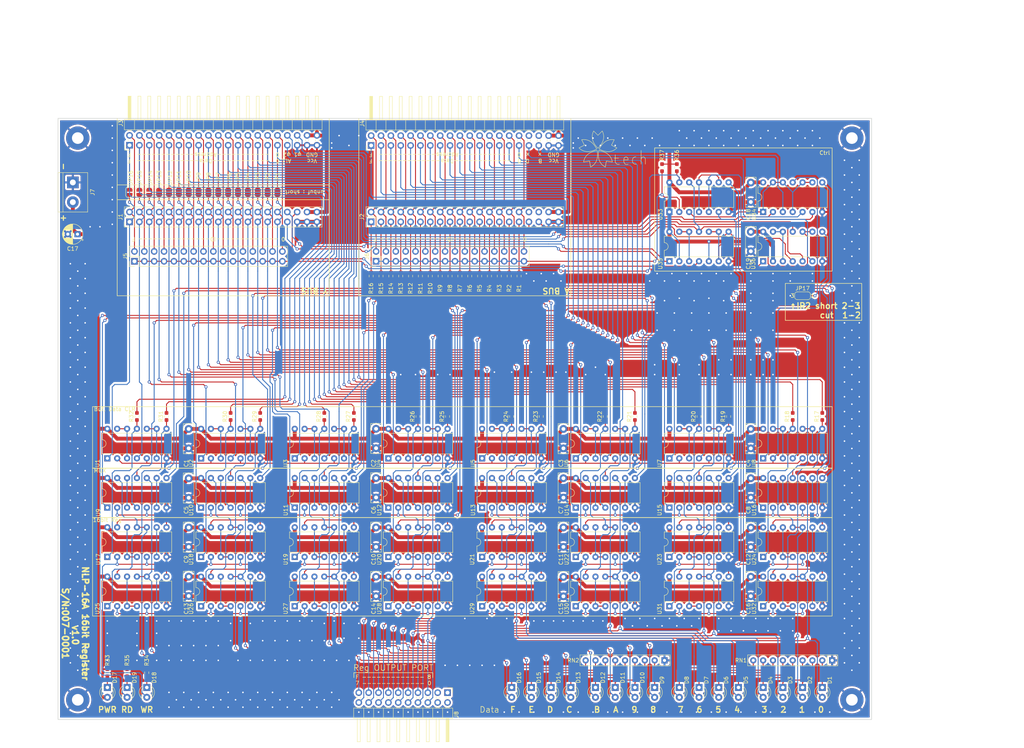
<source format=kicad_pcb>
(kicad_pcb (version 20211014) (generator pcbnew)
  (layers (0 "F.Cu" signal) (31 "B.Cu" signal) (34 "B.Paste" user) (35 "F.Paste" user) (36 "B.SilkS" user "B.Silkscreen") (37 "F.SilkS" user "F.Silkscreen") (38 "B.Mask" user) (39 "F.Mask" user) (44 "Edge.Cuts" user))
  (net 0 "")
  (net 1 "VCC")
  (net 2 "GND")
  (net 3 "Net-(D1-Pad1)")
  (net 4 "Reg_out0")
  (net 5 "Net-(D2-Pad1)")
  (net 6 "Reg_out1")
  (net 7 "Net-(D3-Pad1)")
  (net 8 "Reg_out2")
  (net 9 "Net-(D4-Pad1)")
  (net 10 "Reg_out3")
  (net 11 "Net-(D5-Pad1)")
  (net 12 "Reg_out4")
  (net 13 "Net-(D6-Pad1)")
  (net 14 "Reg_out5")
  (net 15 "Net-(D7-Pad1)")
  (net 16 "Reg_out6")
  (net 17 "Net-(D8-Pad1)")
  (net 18 "Reg_out7")
  (net 19 "Net-(D9-Pad1)")
  (net 20 "Reg_out8")
  (net 21 "Net-(D10-Pad1)")
  (net 22 "Reg_out9")
  (net 23 "Net-(D11-Pad1)")
  (net 24 "Reg_out10")
  (net 25 "Net-(D12-Pad1)")
  (net 26 "Reg_out11")
  (net 27 "Net-(D13-Pad1)")
  (net 28 "Reg_out12")
  (net 29 "Net-(D14-Pad1)")
  (net 30 "Reg_out13")
  (net 31 "Net-(D15-Pad1)")
  (net 32 "Reg_out14")
  (net 33 "Net-(D16-Pad1)")
  (net 34 "Reg_out15")
  (net 35 "Net-(D17-Pad1)")
  (net 36 "Y_Address15")
  (net 37 "Y_Address14")
  (net 38 "Y_Address13")
  (net 39 "Y_Address12")
  (net 40 "Y_Address11")
  (net 41 "Y_Address10")
  (net 42 "Y_Address9")
  (net 43 "Y_Address8")
  (net 44 "Y_Address7")
  (net 45 "Y_Address6")
  (net 46 "Y_Address5")
  (net 47 "Y_Address4")
  (net 48 "Y_Address3")
  (net 49 "Y_Address2")
  (net 50 "Y_Address1")
  (net 51 "Y_Address0")
  (net 52 "phi2_in")
  (net 53 "Net-(J2-Pad1)")
  (net 54 "A_Address15")
  (net 55 "Net-(J2-Pad3)")
  (net 56 "A_Address14")
  (net 57 "Net-(J2-Pad5)")
  (net 58 "A_Address13")
  (net 59 "Net-(J2-Pad7)")
  (net 60 "A_Address12")
  (net 61 "Net-(J2-Pad9)")
  (net 62 "A_Address11")
  (net 63 "Net-(J2-Pad11)")
  (net 64 "Net-(J2-Pad13)")
  (net 65 "Net-(J2-Pad15)")
  (net 66 "A_Address8")
  (net 67 "Net-(J2-Pad17)")
  (net 68 "A_Address7")
  (net 69 "Net-(J2-Pad19)")
  (net 70 "A_Address6")
  (net 71 "Net-(J2-Pad21)")
  (net 72 "A_Address5")
  (net 73 "Net-(J2-Pad23)")
  (net 74 "A_Address4")
  (net 75 "Net-(J2-Pad25)")
  (net 76 "A_Address3")
  (net 77 "Net-(J2-Pad27)")
  (net 78 "A_Address2")
  (net 79 "Net-(J2-Pad29)")
  (net 80 "A_Address1")
  (net 81 "Net-(J2-Pad31)")
  (net 82 "A_Address0")
  (net 83 "Data_Correction_OUT")
  (net 85 "BUS_Correction_IN")
  (net 87 "A_IN15")
  (net 88 "A_IN14")
  (net 89 "A_IN13")
  (net 90 "A_IN12")
  (net 91 "A_IN11")
  (net 92 "A_IN10")
  (net 93 "A_Address10")
  (net 94 "A_IN9")
  (net 95 "A_Address9")
  (net 96 "A_IN8")
  (net 97 "A_IN7")
  (net 98 "A_IN6")
  (net 99 "A_IN5")
  (net 100 "A_IN4")
  (net 101 "A_IN3")
  (net 102 "A_IN2")
  (net 103 "A_IN1")
  (net 104 "A_IN0")
  (net 105 "Data_Correction_IN")
  (net 107 "BUS_Correction_OUT")
  (net 109 "Y_SEL")
  (net 110 "A_SEL")
  (net 111 "A_OUT0")
  (net 112 "A_OUT1")
  (net 113 "A_OUT2")
  (net 114 "A_OUT3")
  (net 115 "A_OUT4")
  (net 116 "A_OUT5")
  (net 117 "A_OUT6")
  (net 118 "A_OUT7")
  (net 119 "A_OUT8")
  (net 120 "A_OUT9")
  (net 121 "A_OUT10")
  (net 122 "A_OUT11")
  (net 123 "A_OUT12")
  (net 124 "A_OUT13")
  (net 125 "A_OUT14")
  (net 126 "A_OUT15")
  (net 127 "Net-(U10-Pad6)")
  (net 128 "/Register/Reg0/Gate")
  (net 129 "Net-(U15-Pad6)")
  (net 130 "phi2_out")
  (net 131 "Net-(U17-Pad6)")
  (net 132 "Net-(U17-Pad13)")
  (net 133 "Net-(U2-Pad12)")
  (net 134 "Net-(U18-Pad6)")
  (net 135 "Net-(U18-Pad13)")
  (net 136 "Net-(U4-Pad12)")
  (net 137 "Net-(U19-Pad6)")
  (net 138 "Net-(U19-Pad13)")
  (net 139 "Net-(U4-Pad10)")
  (net 140 "Net-(U20-Pad6)")
  (net 141 "Net-(U20-Pad13)")
  (net 142 "Net-(U5-Pad12)")
  (net 143 "Net-(U21-Pad6)")
  (net 144 "Net-(U21-Pad13)")
  (net 145 "Net-(U8-Pad10)")
  (net 146 "Net-(U22-Pad6)")
  (net 147 "Net-(U22-Pad13)")
  (net 148 "Net-(U23-Pad6)")
  (net 149 "Net-(U23-Pad13)")
  (net 150 "Net-(U9-Pad6)")
  (net 151 "Net-(U24-Pad6)")
  (net 152 "Net-(U24-Pad13)")
  (net 153 "Net-(U10-Pad12)")
  (net 154 "Y_IN15")
  (net 155 "Y_IN14")
  (net 156 "Y_IN13")
  (net 157 "Y_IN12")
  (net 158 "Y_IN11")
  (net 159 "Y_IN10")
  (net 160 "Y_IN9")
  (net 161 "Y_IN8")
  (net 162 "Y_IN7")
  (net 163 "Y_IN6")
  (net 164 "Y_IN5")
  (net 165 "Y_IN4")
  (net 166 "Y_IN3")
  (net 167 "Y_IN2")
  (net 168 "Y_IN1")
  (net 169 "Y_IN0")
  (net 170 "Y_OUT15")
  (net 171 "Y_OUT14")
  (net 172 "Y_OUT13")
  (net 173 "Y_OUT12")
  (net 174 "Y_OUT11")
  (net 175 "Y_OUT10")
  (net 176 "Y_OUT9")
  (net 177 "Y_OUT8")
  (net 178 "Y_OUT7")
  (net 179 "Y_OUT6")
  (net 180 "Y_OUT5")
  (net 181 "Y_OUT4")
  (net 182 "Y_OUT3")
  (net 183 "Y_OUT2")
  (net 184 "Y_OUT1")
  (net 185 "Y_OUT0")
  (net 190 "Net-(U11-Pad6)")
  (net 191 "Net-(U9-Pad12)")
  (net 192 "Net-(U12-Pad6)")
  (net 193 "Net-(U11-Pad12)")
  (net 194 "Net-(U13-Pad6)")
  (net 195 "Net-(U12-Pad12)")
  (net 196 "Net-(U14-Pad6)")
  (net 197 "Net-(U13-Pad2)")
  (net 198 "Net-(U13-Pad12)")
  (net 199 "Net-(U16-Pad6)")
  (net 200 "Net-(U14-Pad12)")
  (net 201 "Net-(U17-Pad12)")
  (net 202 "Net-(U15-Pad12)")
  (net 203 "Net-(U16-Pad12)")
  (net 204 "Net-(U18-Pad12)")
  (net 205 "Net-(U25-Pad6)")
  (net 206 "Net-(U25-Pad13)")
  (net 207 "Net-(U19-Pad12)")
  (net 208 "Net-(U26-Pad6)")
  (net 209 "Net-(U26-Pad13)")
  (net 210 "Net-(U20-Pad12)")
  (net 211 "Net-(U27-Pad6)")
  (net 212 "Net-(U27-Pad13)")
  (net 213 "Net-(U21-Pad12)")
  (net 214 "Net-(U28-Pad6)")
  (net 215 "Net-(U28-Pad13)")
  (net 216 "Net-(U22-Pad12)")
  (net 217 "Net-(U29-Pad6)")
  (net 218 "Net-(U29-Pad13)")
  (net 219 "Net-(U23-Pad12)")
  (net 220 "Net-(U30-Pad6)")
  (net 221 "Net-(U30-Pad13)")
  (net 222 "Net-(U24-Pad12)")
  (net 223 "Net-(U31-Pad6)")
  (net 224 "Net-(U31-Pad13)")
  (net 225 "Net-(U25-Pad12)")
  (net 226 "Net-(U32-Pad6)")
  (net 227 "Net-(U32-Pad13)")
  (net 228 "Net-(U33-Pad3)")
  (net 229 "Net-(U33-Pad11)")
  (net 230 "Net-(U26-Pad12)")
  (net 231 "Net-(U27-Pad12)")
  (net 232 "Net-(U28-Pad12)")
  (net 233 "Net-(U29-Pad12)")
  (net 234 "Net-(U30-Pad12)")
  (net 235 "Net-(U1-Pad12)")
  (net 236 "Net-(U1-Pad10)")
  (net 237 "Net-(U2-Pad10)")
  (net 238 "Net-(U3-Pad12)")
  (net 239 "Net-(U3-Pad10)")
  (net 240 "Net-(U5-Pad10)")
  (net 241 "Net-(U6-Pad12)")
  (net 242 "Net-(U6-Pad10)")
  (net 243 "Net-(U7-Pad12)")
  (net 244 "Net-(U7-Pad10)")
  (net 245 "Net-(U8-Pad12)")
  (net 246 "Y_Data0")
  (net 247 "Y_Data1")
  (net 248 "Y_Data2")
  (net 249 "Y_Data3")
  (net 250 "Y_Data4")
  (net 251 "Y_Data5")
  (net 252 "Y_Data6")
  (net 253 "Y_Data7")
  (net 254 "Y_Data8")
  (net 255 "Y_Data9")
  (net 256 "Y_Data10")
  (net 257 "Y_Data11")
  (net 258 "Y_Data12")
  (net 259 "Y_Data13")
  (net 260 "Y_Data14")
  (net 261 "Y_Data15")
  (net 262 "/Register/Reg1/Gate")
  (net 263 "Net-(U31-Pad12)")
  (net 264 "Net-(U32-Pad12)")
  (net 265 "Net-(U35-Pad12)")
  (net 266 "CLR_in")
  (net 267 "Net-(D18-Pad1)")
  (net 268 "Net-(D19-Pad1)")
  (net 269 "phi1_in")
  (net 270 "CLR_out")
  (net 271 "phi1_out")
  (net 272 "Net-(U8-Pad5)")
  (net 273 "Net-(U33-Pad5)")
  (net 274 "Net-(U35-Pad6)")
  (net 275 "Net-(U36-Pad12)")
  (net 276 "Net-(U34-Pad11)")
  (net 277 "Net-(U10-Pad2)")
  (footprint "LED_THT:LED_D3.0mm" (layer "F.Cu") (at 238.76 183.51 -90)
    (fp_text reference "D2")
    (fp_text value "LED")
  )
  (footprint "Connector_PinHeader_2.54mm:PinHeader_2x20_P2.54mm_Vertical" (layer "F.Cu") (at 65.405 63.505 90)
    (fp_text reference "J1")
    (fp_text value "Conn_02x20_Odd_Even")
  )
  (footprint "Package_DIP:DIP-14_W7.62mm" (layer "F.Cu") (at 180.34 137.16 90)
    (fp_text reference "U14")
    (fp_text value "CD74HC00")
  )
  (footprint "Package_DIP:DIP-14_W7.62mm" (layer "F.Cu") (at 204.47 137.16 90)
    (fp_text reference "U15")
    (fp_text value "CD74HC00")
  )
  (footprint "Jumper:SolderJumper-2_P1.3mm_Open_RoundedPad1.0x1.5mm" (layer "F.Cu") (at 65.405 55.88 90)
    (fp_text reference "JP16")
    (fp_text value "SolderJumper_2_Open")
  )
  (footprint "LED_THT:LED_D3.0mm" (layer "F.Cu") (at 59.69 183.51 -90)
    (fp_text reference "D17")
    (fp_text value "LED")
  )
  (footprint "Connector_PinHeader_2.54mm:PinHeader_2x20_P2.54mm_Vertical" (layer "F.Cu") (at 127.635 63.5 90)
    (fp_text reference "J2")
    (fp_text value "Conn_02x20_Odd_Even")
  )
  (footprint "Resistor_SMD:R_0603_1608Metric_Pad0.98x0.95mm_HandSolder" (layer "F.Cu") (at 219.71 113.665 90)
    (fp_text reference "R19")
    (fp_text value "22")
  )
  (footprint "Jumper:SolderJumper-2_P1.3mm_Open_RoundedPad1.0x1.5mm" (layer "F.Cu") (at 95.885 55.88 90)
    (fp_text reference "JP4")
    (fp_text value "SolderJumper_2_Open")
  )
  (footprint "Package_DIP:DIP-14_W7.62mm" (layer "F.Cu") (at 107.95 162.56 90)
    (fp_text reference "U27")
    (fp_text value "CD74HC00")
  )
  (footprint "Jumper:SolderJumper-2_P1.3mm_Open_RoundedPad1.0x1.5mm" (layer "F.Cu") (at 103.505 55.895 90)
    (fp_text reference "JP1")
    (fp_text value "SolderJumper_2_Open")
  )
  (footprint "LED_THT:LED_D3.0mm" (layer "F.Cu") (at 185.42 183.51 -90)
    (fp_text reference "D12")
    (fp_text value "LED")
  )
  (footprint "Resistor_SMD:R_0603_1608Metric_Pad0.98x0.95mm_HandSolder" (layer "F.Cu") (at 195.58 113.665 90)
    (fp_text reference "R21")
    (fp_text value "22")
  )
  (footprint "Package_DIP:DIP-14_W7.62mm" (layer "F.Cu") (at 180.34 162.56 90)
    (fp_text reference "U30")
    (fp_text value "CD74HC00")
  )
  (footprint "Capacitor_THT:C_Disc_D7.5mm_W2.5mm_P5.00mm" (layer "F.Cu") (at 80.645 129.62 -90)
    (fp_text reference "C5")
    (fp_text value "C")
  )
  (footprint "Jumper:SolderJumper-2_P1.3mm_Open_RoundedPad1.0x1.5mm" (layer "F.Cu") (at 70.485 55.88 90)
    (fp_text reference "JP14")
    (fp_text value "SolderJumper_2_Open")
  )
  (footprint "Connector_PinHeader_2.54mm:PinHeader_2x16_P2.54mm_Vertical" (layer "F.Cu") (at 66.675 73.665 90)
    (fp_text reference "J5")
    (fp_text value "Conn_02x16_Odd_Even")
  )
  (footprint "Resistor_SMD:R_0603_1608Metric_Pad0.98x0.95mm_HandSolder" (layer "F.Cu") (at 206.375 49.53 -90)
    (fp_text reference "R36")
    (fp_text value "R")
  )
  (footprint "Package_DIP:DIP-14_W7.62mm" (layer "F.Cu") (at 228.605 149.87 90)
    (fp_text reference "U24")
    (fp_text value "CD74HC00")
  )
  (footprint "Package_DIP:DIP-14_W7.62mm" (layer "F.Cu") (at 228.6 162.56 90)
    (fp_text reference "U32")
    (fp_text value "CD74HC00")
  )
  (footprint "Resistor_SMD:R_0603_1608Metric_Pad0.98x0.95mm_HandSolder" (layer "F.Cu") (at 243.84 113.665 90)
    (fp_text reference "R17")
    (fp_text value "22")
  )
  (footprint "MountingHole:MountingHole_3mm_Pad" (layer "F.Cu") (at 251.46 41.91)
    (fp_text reference "H4" hide)
    (fp_text value "MountingHole_Pad")
  )
  (footprint "Resistor_THT:R_Array_SIP9" (layer "F.Cu") (at 203.2 176.53 180)
    (fp_text reference "RN2")
    (fp_text value "R_Network08_Split")
  )
  (footprint "LED_THT:LED_D3.0mm" (layer "F.Cu") (at 200.66 183.515 -90)
    (fp_text reference "D9")
    (fp_text value "LED")
  )
  (footprint "Resistor_SMD:R_0603_1608Metric_Pad0.98x0.95mm_HandSolder" (layer "F.Cu") (at 135.255 77.47 -90)
    (fp_text reference "R13")
    (fp_text value "22")
  )
  (footprint "LED_THT:LED_D3.0mm" (layer "F.Cu") (at 168.91 183.51 -90)
    (fp_text reference "D15")
    (fp_text value "LED")
  )
  (footprint "Package_DIP:DIP-14_W7.62mm" (layer "F.Cu") (at 59.685 162.55 90)
    (fp_text reference "U25")
    (fp_text value "CD74HC00")
  )
  (footprint "Package_DIP:DIP-14_W7.62mm" (layer "F.Cu") (at 180.345 124.47 90)
    (fp_text reference "U6")
    (fp_text value "CD74HC00")
  )
  (footprint "LED_THT:LED_D3.0mm" (layer "F.Cu") (at 222.25 183.51 -90)
    (fp_text reference "D5")
    (fp_text value "LED")
  )
  (footprint "Resistor_SMD:R_0603_1608Metric_Pad0.98x0.95mm_HandSolder" (layer "F.Cu") (at 115.57 113.665 90)
    (fp_text reference "R28")
    (fp_text value "22")
  )
  (footprint "Connector_PinHeader_2.54mm:PinHeader_2x20_P2.54mm_Horizontal" (layer "F.Cu") (at 127.635 43.815 90)
    (fp_text reference "J4")
    (fp_text value "Conn_02x20_Odd_Even")
  )
  (footprint "Resistor_SMD:R_0603_1608Metric_Pad0.98x0.95mm_HandSolder" (layer "F.Cu") (at 163.195 77.47 -90)
    (fp_text reference "R2")
    (fp_text value "22")
  )
  (footprint "Package_DIP:DIP-14_W7.62mm" (layer "F.Cu") (at 132.085 124.47 90)
    (fp_text reference "U4")
    (fp_text value "CD74HC00")
  )
  (footprint "MountingHole:MountingHole_3mm_Pad" (layer "F.Cu") (at 52.07 41.91)
    (fp_text reference "H1" hide)
    (fp_text value "MountingHole_Pad")
  )
  (footprint "Resistor_SMD:R_0603_1608Metric_Pad0.98x0.95mm_HandSolder" (layer "F.Cu") (at 130.175 77.47 -90)
    (fp_text reference "R15")
    (fp_text value "22")
  )
  (footprint "Capacitor_THT:C_Disc_D7.5mm_W2.5mm_P5.00mm" (layer "F.Cu") (at 177.165 142.28 -90)
    (fp_text reference "C11")
    (fp_text value "C")
  )
  (footprint "Resistor_SMD:R_0603_1608Metric_Pad0.98x0.95mm_HandSolder" (layer "F.Cu") (at 127.635 77.47 -90)
    (fp_text reference "R16")
    (fp_text value "22")
  )
  (footprint "LOGO" (layer "F.Cu") (at 190.5 45.085)
    (fp_text reference "G***" hide)
    (fp_text value "LOGO" hide)
  )
  (footprint "Resistor_SMD:R_0603_1608Metric_Pad0.98x0.95mm_HandSolder" (layer "F.Cu") (at 140.335 77.47 -90)
    (fp_text reference "R11")
    (fp_text value "22")
  )
  (footprint "Connector_PinHeader_2.54mm:PinHeader_2x10_P2.54mm_Horizontal" (layer "F.Cu") (at 147.315 184.85 -90)
    (fp_text reference "J8")
    (fp_text value "Conn_02x10_Odd_Even")
  )
  (footprint "Jumper:SolderJumper-2_P1.3mm_Open_RoundedPad1.0x1.5mm" (layer "F.Cu") (at 98.425 55.88 90)
    (fp_text reference "JP3")
    (fp_text value "SolderJumper_2_Open")
  )
  (footprint "LED_THT:LED_D3.0mm" (layer "F.Cu") (at 233.68 183.51 -90)
    (fp_text reference "D3")
    (fp_text value "LED")
  )
  (footprint "Capacitor_THT:C_Disc_D7.5mm_W2.5mm_P5.00mm" (layer "F.Cu") (at 225.425 53.38 -90)
    (fp_text reference "C18")
    (fp_text value "C")
  )
  (footprint "Resistor_SMD:R_0603_1608Metric_Pad0.98x0.95mm_HandSolder" (layer "F.Cu") (at 74.93 113.665 90)
    (fp_text reference "R31")
    (fp_text value "22")
  )
  (footprint "Package_DIP:DIP-14_W7.62mm" (layer "F.Cu") (at 59.685 137.15 90)
    (fp_text reference "U9")
    (fp_text value "CD74HC00")
  )
  (footprint "Package_DIP:DIP-14_W7.62mm" (layer "F.Cu") (at 59.685 124.45 90)
    (fp_text reference "U1")
    (fp_text value "CD74HC00")
  )
  (footprint "Package_DIP:DIP-14_W7.62mm" (layer "F.Cu") (at 83.82 137.16 90)
    (fp_text reference "U10")
    (fp_text value "CD74HC00")
  )
  (footprint "Resistor_SMD:R_0603_1608Metric_Pad0.98x0.95mm_HandSolder" (layer "F.Cu") (at 153.035 77.47 -90)
    (fp_text reference "R6")
    (fp_text value "22")
  )
  (footprint "Capacitor_THT:C_Disc_D7.5mm_W2.5mm_P5.00mm" (layer "F.Cu") (at 225.425 129.58 -90)
    (fp_text reference "C8")
    (fp_text value "C")
  )
  (footprint "Capacitor_THT:C_Disc_D7.5mm_W2.5mm_P5.00mm" (layer "F.Cu") (at 177.165 155.02 -90)
    (fp_text reference "C15")
    (fp_text value "C")
  )
  (footprint "Package_DIP:DIP-14_W7.62mm" (layer "F.Cu") (at 204.465 60.95 90)
    (fp_text reference "U33")
    (fp_text value "CD74HC00")
  )
  (footprint "Package_DIP:DIP-14_W7.62mm" (layer "F.Cu") (at 107.95 149.86 90)
    (fp_text reference "U19")
    (fp_text value "CD74HC00")
  )
  (footprint "Resistor_SMD:R_0603_1608Metric_Pad0.98x0.95mm_HandSolder" (layer "F.Cu") (at 139.7 113.665 90)
    (fp_text reference "R26")
    (fp_text value "22")
  )
  (footprint "Package_DIP:DIP-14_W7.62mm" (layer "F.Cu") (at 204.47 124.46 90)
    (fp_text reference "U7")
    (fp_text value "CD74HC00")
  )
  (footprint "Capacitor_THT:C_Disc_D7.5mm_W2.5mm_P5.00mm" (layer "F.Cu") (at 80.645 154.94 -90)
    (fp_text reference "C13")
    (fp_text value "C")
  )
  (footprint "Package_DIP:DIP-14_W7.62mm" (layer "F.Cu") (at 180.34 149.86 90)
    (fp_text reference "U22")
    (fp_text value "CD74HC00")
  )
  (footprint "MountingHole:MountingHole_3mm_Pad" (layer "F.Cu") (at 251.46 186.69)
    (fp_text reference "H3" hide)
    (fp_text value "MountingHole_Pad")
  )
  (footprint "Package_DIP:DIP-14_W7.62mm" (layer "F.Cu") (at 204.475 149.87 90)
    (fp_text reference "U23")
    (fp_text value "CD74HC00")
  )
  (footprint "Resistor_SMD:R_0603_1608Metric_Pad0.98x0.95mm_HandSolder" (layer "F.Cu") (at 171.45 113.665 90)
    (fp_text reference "R23")
    (fp_text value "22")
  )
  (footprint "Jumper:SolderJumper-2_P1.3mm_Open_RoundedPad1.0x1.5mm" (layer "F.Cu") (at 90.805 55.88 90)
    (fp_text reference "JP6")
    (fp_text value "SolderJumper_2_Open")
  )
  (footprint "Resistor_SMD:R_0603_1608Metric_Pad0.98x0.95mm_HandSolder" (layer "F.Cu") (at 123.19 113.665 90)
    (fp_text reference "R27")
    (fp_text value "22")
  )
  (footprint "Resistor_SMD:R_0603_1608Metric_Pad0.98x0.95mm_HandSolder" (layer "F.Cu") (at 163.83 113.665 90)
    (fp_text reference "R24")
    (fp_text value "22")
  )
  (footprint "Capacitor_THT:C_Disc_D7.5mm_W2.5mm_P5.00mm" (layer "F.Cu") (at 128.905 142.28 -90)
    (fp_text reference "C10")
    (fp_text value "C")
  )
  (footprint "Resistor_SMD:R_0603_1608Metric_Pad0.98x0.95mm_HandSolder" (layer "F.Cu") (at 212.09 113.665 90)
    (fp_text reference "R20")
    (fp_text value "22")
  )
  (footprint "LED_THT:LED_D3.0mm" (layer "F.Cu") (at 69.85 183.51 -90)
    (fp_text reference "D18")
    (fp_text value "LED")
  )
  (footprint "Package_DIP:DIP-14_W7.62mm" (layer "F.Cu") (at 204.47 162.56 90)
    (fp_text reference "U31")
    (fp_text value "CD74HC00")
  )
  (footprint "Resistor_SMD:R_0603_1608Metric_Pad0.98x0.95mm_HandSolder" (layer "F.Cu") (at 202.565 49.53 -90)
    (fp_text reference "R37")
    (fp_text value "R")
  )
  (footprint "Jumper:SolderJumper-2_P1.3mm_Open_RoundedPad1.0x1.5mm" (layer "F.Cu") (at 75.565 55.865 90)
    (fp_text reference "JP12")
    (fp_text value "SolderJumper_2_Open")
  )
  (footprint "Jumper:SolderJumper-2_P1.3mm_Open_RoundedPad1.0x1.5mm" (layer "F.Cu") (at 85.725 55.895 90)
    (fp_text reference "JP8")
    (fp_text value "SolderJumper_2_Open")
  )
  (footprint "Resistor_SMD:R_0603_1608Metric_Pad0.98x0.95mm_HandSolder" (layer "F.Cu") (at 165.735 77.47 -90)
    (fp_text reference "R1")
    (fp_text value "22")
  )
  (footprint "LED_THT:LED_D3.0mm" (layer "F.Cu") (at 195.58 183.51 -90)
    (fp_text reference "D10")
    (fp_text value "LED")
  )
  (footprint "MountingHole:MountingHole_3mm_Pad" (layer "F.Cu") (at 52.07 186.69)
    (fp_text reference "H2" hide)
    (fp_text value "MountingHole_Pad")
  )
  (footprint "Resistor_SMD:R_0603_1608Metric_Pad0.98x0.95mm_HandSolder" (layer "F.Cu") (at 187.96 113.665 90)
    (fp_text reference "R22")
    (fp_text value "22")
  )
  (footprint "Capacitor_THT:C_Disc_D7.5mm_W2.5mm_P5.00mm" (layer "F.Cu") (at 225.425 116.88 -90)
    (fp_text reference "C4")
    (fp_text value "C")
  )
  (footprint "Resistor_SMD:R_0603_1608Metric_Pad0.98x0.95mm_HandSolder" (layer "F.Cu") (at 137.795 77.47 -90)
    (fp_text reference "R12")
    (fp_text value "22")
  )
  (footprint "Resistor_SMD:R_0603_1608Metric_Pad0.98x0.95mm_HandSolder" (layer "F.Cu") (at 99.06 113.665 90)
    (fp_text reference "R29")
    (fp_text value "22")
  )
  (footprint "Package_DIP:DIP-14_W7.62mm" (layer "F.Cu") (at 228.6 73.66 90)
    (fp_text reference "U36")
    (fp_text value "CD74HC00")
  )
  (footprint "Resistor_SMD:R_0603_1608Metric_Pad0.98x0.95mm_HandSolder" (layer "F.Cu") (at 64.77 179.705 90)
    (fp_text reference "R35")
    (fp_text value "R")
  )
  (footprint "Package_DIP:DIP-14_W7.62mm" (layer "F.Cu") (at 156.215 137.17 90)
    (fp_text reference "U13")
    (fp_text value "CD74HC00")
  )
  (footprint "Package_DIP:DIP-14_W7.62mm" (layer "F.Cu") (at 228.6 124.46 90)
    (fp_text reference "U8")
    (fp_text value "CD74HC00")
  )
  (footprint "LED_THT:LED_D3.0mm" (layer "F.Cu") (at 212.09 183.51 -90)
    (fp_text reference "D7")
    (fp_text value "LED")
  )
  (footprint "Package_DIP:DIP-14_W7.62mm" (layer "F.Cu") (at 228.595 60.95 90)
    (fp_text reference "U34")
    (fp_text value "CD74HC00")
  )
  (footprint "Resistor_SMD:R_0603_1608Metric_Pad0.98x0.95mm_HandSolder" (layer "F.Cu") (at 142.875 77.47 -90)
    (fp_text reference "R10")
    (fp_text value "22")
  )
  (footprint "Jumper:SolderJumper-2_P1.3mm_Open_RoundedPad1.0x1.5mm" (layer "F.Cu") (at 80.645 55.88 90)
    (fp_text reference "JP10")
    (fp_text value "SolderJumper_2_Open")
  )
  (footprint "LED_THT:LED_D3.0mm" (layer "F.Cu") (at 228.6 183.51 -90)
    (fp_text reference "D4")
    (fp_text value "LED")
  )
  (footprint "Package_DIP:DIP-14_W7.62mm" (layer "F.Cu") (at 204.47 73.66 90)
    (fp_text reference "U35")
    (fp_text value "CD74HC00")
  )
  (footprint "Package_DIP:DIP-14_W7.62mm" (layer "F.Cu") (at 132.085 149.87 90)
    (fp_text reference "U20")
    (fp_text value "CD74HC00")
  )
  (footprint "Capacitor_THT:C_Disc_D7.5mm_W2.5mm_P5.00mm" (layer "F.Cu") (at 128.905 154.98 -90)
    (fp_text reference "C14")
    (fp_text value "C")
  )
  (footprint "Resistor_SMD:R_0603_1608Metric_Pad0.98x0.95mm_HandSolder" (layer "F.Cu") (at 160.655 77.47 -90)
    (fp_text reference "R3")
    (fp_text value "22")
  )
  (footprint "Resistor_SMD:R_0603_1608Metric_Pad0.98x0.95mm_HandSolder" (layer "F.Cu") (at 59.69 179.705 90)
    (fp_text reference "R33")
    (fp_text value "R")
  )
  (footprint "LED_THT:LED_D3.0mm" (layer "F.Cu") (at 163.83 183.51 -90)
    (fp_text reference "D16")
    (fp_text value "LED")
  )
  (footprint "Resistor_SMD:R_0603_1608Metric_Pad0.98x0.95mm_HandSolder" (layer "F.Cu") (at 150.495 77.47 -90)
    (fp_text reference "R7")
    (fp_text value "22")
  )
  (footprint "Capacitor_THT:C_Disc_D7.5mm_W2.5mm_P5.00mm" (layer "F.Cu") (at 225.425 66.08 -90)
    (fp_text reference "C19")
    (fp_text value "C")
  )
  (footprint "Package_DIP:DIP-14_W7.62mm" (layer "F.Cu") (at 156.215 162.57 90)
    (fp_text reference "U29")
    (fp_text value "CD74HC00")
  )
  (footprint "Connector_PinHeader_2.54mm:PinHeader_2x20_P2.54mm_Horizontal" (layer "F.Cu") (at 65.41 43.75 90)
    (fp_text reference "J3")
    (fp_text value "Conn_02x20_Odd_Even")
  )
  (footprint "Jumper:SolderJumper-3_P1.3mm_Bridged12_RoundedPad1.0x1.5mm_NumberLabels" (layer "F.Cu") (at 238.76 82.55 180)
    (fp_text reference "JP17")
    (fp_text value "Jumper_3_Bridged12")
  )
  (footprint "Capacitor_THT:C_Disc_D7.5mm_W2.5mm_P5.00mm" (layer "F.Cu") (at 80.645 116.88 -90)
    (fp_text reference "C1")
    (fp_text value "C")
  )
  (footprint "Package_DIP:DIP-14_W7.62mm" (layer "F.Cu") (at 132.085 162.57 90)
    (fp_text reference "U28")
    (fp_text value "CD74HC00")
  )
  (footprint "Resistor_SMD:R_0603_1608Metric_Pad0.98x0.95mm_HandSolder" (layer "F.Cu") (at 145.415 77.47 -90)
    (fp_text reference "R9")
    (fp_text value "22")
  )
  (footprint "Package_DIP:DIP-14_W7.62mm" (layer "F.Cu") (at 83.825 149.87 90)
    (fp_text reference "U18")
    (fp_text value "CD74HC00")
  )
  (footprint "Capacitor_THT:C_Disc_D7.5mm_W2.5mm_P5.00mm" (layer "F.Cu") (at 128.905 129.54 -90)
    (fp_text reference "C6")
    (fp_text value "C")
  )
  (footprint "Package_DIP:DIP-14_W7.62mm" (layer "F.Cu") (at 83.825 162.57 90)
    (fp_text reference "U26")
    (fp_text value "CD74HC00")
  )
  (footprint "Package_DIP:DIP-14_W7.62mm" (layer "F.Cu") (at 132.08 137.16 90)
    (fp_text reference "U12")
    (fp_text value "CD74HC00")
  )
  (footprint "Capacitor_THT:CP_Radial_D5.0mm_P2.50mm" (layer "F.Cu") (at 52.005112 66.675 180)
    (fp_text reference "C17")
    (fp_text value "C_Polarized")
  )
  (footprint "Jumper:SolderJumper-2_P1.3mm_Open_RoundedPad1.0x1.5mm" (layer "F.Cu") (at 88.265 55.88 90)
    (fp_text reference "JP7")
    (fp_text value "SolderJumper_2_Open")
  )
  (footprint "Resistor_SMD:R_0603_1608Metric_Pad0.98x0.95mm_HandSolder" (layer "F.Cu") (at 155.575 77.47 -90)
    (fp_text reference "R5")
    (fp_text value "22")
  )
  (footprint "Jumper:SolderJumper-2_P1.3mm_Open_RoundedPad1.0x1.5mm" (layer "F.Cu") (at 83.185 55.88 90)
    (fp_text reference "JP9")
    (fp_text value "SolderJumper_2_Open")
  )
  (footprint "Resistor_SMD:R_0603_1608Metric_Pad0.98x0.95mm_HandSolder" (layer "F.Cu") (at 132.715 77.47 -90)
    (fp_text reference "R14")
    (fp_text value "22")
  )
  (footprint "TerminalBlock:TerminalBlock_bornier-2_P5.08mm" (layer "F.Cu") (at 50.8 53.34 -90)
    (fp_text reference "J7")
    (fp_text value "Screw_Terminal_01x02")
  )
  (footprint "Jumper:SolderJumper-2_P1.3mm_Open_RoundedPad1.0x1.5mm" (layer "F.Cu") (at 78.105 55.88 90)
    (fp_text reference "JP11")
    (fp_text value "SolderJumper_2_Open")
  )
  (footprint "Capacitor_THT:C_Disc_D7.5mm_W2.5mm_P5.00mm" (layer "F.Cu") (at 225.425 154.98 -90)
    (fp_text reference "C16")
    (fp_text value "C")
  )
  (footprint "Resistor_SMD:R_0603_1608Metric_Pad0.98x0.95mm_HandSolder" (layer "F.Cu") (at 147.32 113.665 90)
    (fp_text reference "R25")
    (fp_text value "22")
  )
  (footprint "LED_THT:LED_D3.0mm" (layer "F.Cu") (at 217.17 183.51 -90)
    (fp_text reference "D6")
    (fp_text value "LED")
  )
  (footprint "LED_THT:LED_D3.0mm" (layer "F.Cu") (at 173.99 183.51 -90)
    (fp_text reference "D14")
    (fp_text value "LED")
  )
  (footprint "Capacitor_THT:C_Disc_D7.5mm_W2.5mm_P5.00mm" (layer "F.Cu") (at 177.165 116.88 -90)
    (fp_text reference "C3")
    (fp_text value "C")
  )
  (footprint "Package_DIP:DIP-14_W7.62mm" (layer "F.Cu") (at 107.955 124.47 90)
    (fp_text reference "U3")
    (fp_text value "CD74HC00")
  )
  (footprint "Package_DIP:DIP-14_W7.62mm" (layer "F.Cu") (at 107.95 137.16 90)
    (fp_text reference "U11")
    (fp_text value "CD74HC00")
  )
  (footprint "Resistor_THT:R_Array_SIP9" (layer "F.Cu") (at 246.38 176.53 180)
    (fp_text reference "RN1")
    (fp_text value "R_Network08_Split")
  )
  (footprint "Capacitor_THT:C_Disc_D7.5mm_W2.5mm_P5.00mm" (layer "F.Cu") (at 177.165 129.58 -90)
    (fp_text reference "C7")
    (fp_text value "C")
  )
  (footprint "Jumper:SolderJumper-2_P1.3mm_Open_RoundedPad1.0x1.5mm" (layer "F.Cu") (at 93.345 55.88 90)
    (fp_text reference "JP5")
    (fp_text value "SolderJumper_2_Open")
  )
  (footprint "Resistor_SMD:R_0603_1608Metric_Pad0.98x0.95mm_HandSolder" (layer "F.Cu") (at 158.115 77.47 -90)
    (fp_text reference "R4")
    (fp_text value "22")
  )
  (footprint "Jumper:SolderJumper-2_P1.3mm_Open_RoundedPad1.0x1.5mm" (layer "F.Cu") (at 100.965 55.88 90)
    (fp_text reference "JP2")
    (fp_text value "SolderJumper_2_Open")
  )
  (footprint "Package_DIP:DIP-14_W7.62mm" (layer "F.Cu") (at 156.21 124.46 90)
    (fp_text reference "U5")
    (fp_text value "CD74HC00")
  )
  (footprint "LED_THT:LED_D3.0mm" (layer "F.Cu") (at 207.01 183.51 -90)
    (fp_text reference "D8")
    (fp_text value "LED")
  )
  (footprint "Resistor_SMD:R_0603_1608Metric_Pad0.98x0.95mm_HandSolder" (layer "F.Cu") (at 69.85 179.705 90)
    (fp_text reference "R34")
    (fp_text value "R")
  )
  (footprint "Package_DIP:DIP-14_W7.62mm" (layer "F.Cu") (at 59.685 149.85 90)
    (fp_text reference "U17")
    (fp_text value "CD74HC00")
  )
  (footprint "Connector_PinHeader_2.54mm:PinHeader_2x16_P2.54mm_Vertical" (layer "F.Cu") (at 128.905 73.66 90)
    (fp_text reference "J6")
    (fp_text value "Conn_02x16_Odd_Even")
  )
  (footprint "Resistor_SMD:R_0603_1608Metric_Pad0.98x0.95mm_HandSolder" (layer "F.Cu") (at 147.955 77.47 -90)
    (fp_text reference "R8")
    (fp_text value "22")
  )
  (footprint "Capacitor_THT:C_Disc_D7.5mm_W2.5mm_P5.00mm" (layer "F.Cu") (at 128.905 116.84 -90)
    (fp_text reference "C2")
    (fp_text value "C")
  )
  (footprint "Capacitor_THT:C_Disc_D7.5mm_W2.5mm_P5.00mm" (layer "F.Cu") (at 225.425 142.32 -90)
    (fp_text reference "C12")
    (fp_text value "C")
  )
  (footprint "Resistor_SMD:R_0603_1608Metric_Pad0.98x0.95mm_HandSolder" (layer "F.Cu") (at 236.22 113.665 90)
    (fp_text reference "R18")
    (fp_text value "22")
  )
  (footprint "LED_THT:LED_D3.0mm" (layer "F.Cu") (at 243.84 183.51 -90)
    (fp_text reference "D1")
    (fp_text value "LED")
  )
  (footprint "Jumper:SolderJumper-2_P1.3mm_Open_RoundedPad1.0x1.5mm" (layer "F.Cu") (at 67.945 55.88 90)
    (fp_text reference "JP15")
    (fp_text value "SolderJumper_2_Open")
  )
  (footprint "Jumper:SolderJumper-2_P1.3mm_Open_RoundedPad1.0x1.5mm" (layer "F.Cu") (at 73.025 55.88 90)
    (fp_text reference "JP13")
    (fp_text value "SolderJumper_2_Open")
  )
  (footprint "LED_THT:LED_D3.0mm" (layer "F.Cu") (at 190.5 183.51 -90)
    (fp_text reference "D11")
    (fp_text value "LED")
  )
  (footprint "LED_THT:LED_D3.0mm" (layer "F.Cu") (at 179.07 183.51 -90)
    (fp_text reference "D13")
    (fp_text value "LED")
  )
  (footprint "Resistor_SMD:R_0603_1608Metric_Pad0.98x0.95mm_HandSolder" (layer "F.Cu") (at 67.31 113.665 90)
    (fp_text reference "R32")
    (fp_text value "22")
  )
  (footprint "Resistor_SMD:R_0603_1608Metric_Pad0.98x0.95mm_HandSolder" (layer "F.Cu") (at 91.44 113.665 90)
    (fp_text reference "R30")
    (fp_text value "22")
  )
  (footprint "Package_DIP:DIP-14_W7.62mm" (layer "F.Cu") (at 228.605 137.17 90)
    (fp_text reference "U16")
    (fp_text value "CD74HC00")
  )
  (footprint "Package_DIP:DIP-14_W7.62mm" (layer "F.Cu") (at 156.21 149.86 90)
    (fp_text reference "U21")
    (fp_text value "CD74HC00")
  )
  (footprint "Package_DIP:DIP-14_W7.62mm" (layer "F.Cu") (at 83.825 124.47 90)
    (fp_text reference "U2")
    (fp_text value "CD74HC00")
  )
  (footprint "LED_THT:LED_D3.0mm" (layer "F.Cu") (at 64.77 183.51 -90)
    (fp_text reference "D19")
    (fp_text value "LED")
  )
  (footprint "Capacitor_THT:C_Disc_D7.5mm_W2.5mm_P5.00mm" (layer "F.Cu") (at 80.645 142.28 -90)
    (fp_text reference "C9")
    (fp_text value "C")
  )
  (gr_rect (start 116.84 57.785) (end 62.23 53.975) (layer "F.SilkS") (width 0.15) (fill none))
  (gr_line (start 124.46 36.83) (end 124.46 82.55) (layer "F.SilkS") (width 0.15))
  (gr_line (start 62.23 82.55) (end 116.84 82.55) (layer "F.SilkS") (width 0.15))
  (gr_line (start 62.23 36.83) (end 62.23 82.55) (layer "F.SilkS") (width 0.15))
  (gr_rect (start 55.88 127) (end 246.38 139.7) (layer "F.SilkS") (width 0.15) (fill none))
  (gr_line (start 143.51 179.705) (end 143.51 180.975) (layer "F.SilkS") (width 0.15))
  (gr_line (start 124.46 82.55) (end 179.07 82.55) (layer "F.SilkS") (width 0.15))
  (gr_rect (start 55.88 139.7) (end 246.38 165.1) (layer "F.SilkS") (width 0.15) (fill none))
  (gr_rect (start 55.88 111.125) (end 246.38 127) (layer "F.SilkS") (width 0.15) (fill none))
  (gr_rect (start 234.315 79.375) (end 254 88.9) (layer "F.SilkS") (width 0.15) (fill none))
  (gr_line (start 179.07 82.55) (end 179.07 36.83) (layer "F.SilkS") (width 0.15))
  (gr_rect (start 200.66 44.45) (end 246.38 76.2) (layer "F.SilkS") (width 0.15) (fill none))
  (gr_line (start 143.51 179.705) (end 123.19 179.705) (layer "F.SilkS") (width 0.15))
  (gr_line (start 123.19 179.705) (end 123.19 180.975) (layer "F.SilkS") (width 0.15))
  (gr_line (start 116.84 82.55) (end 116.84 36.83) (layer "F.SilkS") (width 0.15))
  (gr_rect (start 46.99 36.83) (end 256.54 191.77) (layer "Edge.Cuts") (width 0.15) (fill none))
  (gr_text "Ctrl" (at 244.475 45.72) (layer "F.SilkS") (effects (font (size 1 1))))
  (gr_text "↑IR2 short 2-3\n       cut  1-2" (at 244.475 86.36) (layer "F.SilkS") (effects (font (size 1.5 1.5) (thickness 0.3))))
  (gr_text "WR" (at 69.85 189.23) (layer "F.SilkS") (effects (font (size 1.5 1.5) (thickness 0.3))))
  (gr_text "PWR" (at 59.69 189.23) (layer "F.SilkS") (effects (font (size 1.5 1.5) (thickness 0.3))))
  (gr_text "NLP-16A 16bit Register\n	v1.0\nS/N:007-0001" (at 51.435 167.005 270) (layer "F.SilkS") (effects (font (size 1.6 1.6) (thickness 0.4))))
  (gr_text "B   D\nx   x" (at 169.545 46.99 180) (layer "F.SilkS") (effects (font (size 1 1))))
  (gr_text "0  ------------Data-------------  F\n0  -----------Address------------  F" (at 84.455 46.99 180) (layer "F.SilkS") (effects (font (size 1 1))))
  (gr_text "Reg OUTPUT PORT" (at 133.35 178.435) (layer "F.SilkS") (effects (font (size 1.5 1.5))))
  (gr_text "7   6   5   4" (at 214.63 189.23) (layer "F.SilkS") (effects (font (size 1.5 1.5) (thickness 0.3))))
  (gr_text "Vcc\nGND" (at 174.625 46.99 180) (layer "F.SilkS") (effects (font (size 1 1))))
  (gr_text "F ------------- 8\n7 ------------- 0" (at 133.35 181.61) (layer "F.SilkS") (effects (font (size 1 1))))
  (gr_text "+          -" (at 48.26 55.88 90) (layer "F.SilkS") (effects (font (size 1.5 1.5) (thickness 0.3))))
  (gr_text "Vcc\nGND" (at 112.395 46.99 180) (layer "F.SilkS") (effects (font (size 1 1))))
  (gr_text "F   E   D   C" (at 171.45 189.23) (layer "F.SilkS") (effects (font (size 1.5 1.5) (thickness 0.3))))
  (gr_text "16bit Reg" (at 59.69 140.335) (layer "F.SilkS") (effects (font (size 1 1))))
  (gr_text "3   2   1   0" (at 236.22 189.23) (layer "F.SilkS") (effects (font (size 1.5 1.5) (thickness 0.3))))
  (gr_text "Buf, Data CLR" (at 61.595 111.76) (layer "F.SilkS") (effects (font (size 1 1))))
  (gr_text "A BUS" (at 175.26 81.28 180) (layer "F.SilkS") (effects (font (size 1.5 1.5) (thickness 0.3))))
  (gr_text "0  ------------Data-------------  F\n0  -----------Address------------  F" (at 146.685 46.99 180) (layer "F.SilkS") (effects (font (size 1 1))))
  (gr_text "MUX" (at 57.785 127.635) (layer "F.SilkS") (effects (font (size 1 1))))
  (gr_text "Y BUS" (at 113.03 81.28 180) (layer "F.SilkS") (effects (font (size 1.5 1.5) (thickness 0.3))))
  (gr_text "unbuf : short" (at 110.49 55.88 180) (layer "F.SilkS") (effects (font (size 1 1))))
  (gr_text "Data" (at 158.115 189.23) (layer "F.SilkS") (effects (font (size 1.5 1.5))))
  (gr_text "0 -------------ID--------------- F" (at 85.725 67.945 180) (layer "F.SilkS") (effects (font (size 1 1))))
  (gr_text "RD" (at 64.77 189.23) (layer "F.SilkS") (effects (font (size 1.5 1.5) (thickness 0.3))))
  (gr_text "B   A   9   8" (at 193.04 189.23) (layer "F.SilkS") (effects (font (size 1.5 1.5) (thickness 0.3))))
  (gr_text "0 --------------ID-------------- F" (at 147.955 67.945 180) (layer "F.SilkS") (effects (font (size 1 1))))
  (gr_text "    ALL\nφ1 φ2" (at 107.315 46.99 180) (layer "F.SilkS") (effects (font (size 1 1))))
  (segment (start 57.15 116.84) (end 57.15 66.675) (width 1) (layer "F.Cu") (net 1))
  (segment (start 57.16 142.23) (end 59.685 142.23) (width 1) (layer "F.Cu") (net 1))
  (segment (start 78.145 144.78) (end 80.645 142.28) (width 1) (layer "F.Cu") (net 1))
  (segment (start 180.34 154.94) (end 182.88 157.48) (width 1) (layer "F.Cu") (net 1))
  (segment (start 156.215 132.075) (end 156.215 129.55) (width 1) (layer "F.Cu") (net 1))
  (segment (start 177.165 142.28) (end 180.3 142.28) (width 1) (layer "F.Cu") (net 1))
  (segment (start 83.825 154.95) (end 86.355 157.48) (width 1) (layer "F.Cu") (net 1))
  (segment (start 225.465 66.04) (end 225.425 66.08) (width 1) (layer "F.Cu") (net 1))
  (segment (start 107.95 132.08) (end 126.365 132.08) (width 1) (layer "F.Cu") (net 1))
  (segment (start 222.925 157.48) (end 225.425 154.98) (width 1) (layer "F.Cu") (net 1))
  (segment (start 228.56 154.98) (end 228.6 154.94) (width 1) (layer "F.Cu") (net 1))
  (segment (start 126.405 144.78) (end 128.905 142.28) (width 1) (layer "F.Cu") (net 1))
  (segment (start 128.905 142.28) (end 132.055 142.28) (width 1) (layer "F.Cu") (net 1))
  (segment (start 175.895 39.37) (end 203.2 39.37) (width 1) (layer "F.Cu") (net 1))
  (segment (start 80.645 129.62) (end 83.74 129.62) (width 1) (layer "F.Cu") (net 1))
  (segment (start 57.15 154.94) (end 57.15 184.782792) (width 1) (layer "F.Cu") (net 1))
  (segment (start 206.375 48.6175) (end 204.8175 48.6175) (width 0.25) (layer "F.Cu") (net 1))
  (segment (start 57.795 154.93) (end 57.785 154.94) (width 1) (layer "F.Cu") (net 1))
  (segment (start 128.905 116.84) (end 132.075 116.84) (width 1) (layer "F.Cu") (net 1))
  (segment (start 182.88 132.08) (end 204.47 132.08) (width 1) (layer "F.Cu") (net 1))
  (segment (start 204.47 116.84) (end 204.47 119.38) (width 1) (layer "F.Cu") (net 1))
  (segment (start 174.705 157.48) (end 177.165 155.02) (width 1) (layer "F.Cu") (net 1))
  (segment (start 204.475 142.25) (end 204.475 144.775) (width 1) (layer "F.Cu") (net 1))
  (segment (start 113.67 39.375) (end 113.665 39.37) (width 1) (layer "F.Cu") (net 1))
  (segment (start 83.825 142.25) (end 86.355 144.78) (width 1) (layer "F.Cu") (net 1))
  (segment (start 175.895 41.275) (end 178.435 41.275) (width 1) (layer "F.Cu") (net 1))
  (segment (start 205.105 68.58) (end 204.47 67.945) (width 1) (layer "F.Cu") (net 1))
  (segment (start 116.205 60.96) (end 116.2 60.965) (width 1) (layer "F.Cu") (net 1))
  (segment (start 134.615 119.38) (end 156.21 119.38) (width 1) (layer "F.Cu") (net 1))
  (segment (start 107.95 157.48) (end 126.405 157.48) (width 1) (layer "F.Cu") (net 1))
  (segment (start 180.345 116.85) (end 182.875 119.38) (width 1) (layer "F.Cu") (net 1))
  (segment (start 116.2 60.965) (end 111.125 60.965) (width 1) (layer "F.Cu") (net 1))
  (segment (start 180.315 116.88) (end 180.345 116.85) (width 1) (layer "F.Cu") (net 1))
  (segment (start 57.15 129.54) (end 57.15 116.84) (width 1) (layer "F.Cu") (net 1))
  (segment (start 132.055 142.28) (end 132.085 142.25) (width 1) (layer "F.Cu") (net 1))
  (segment (start 204.47 67.945) (end 204.47 66.04) (width 1) (layer "F.Cu") (net 1))
  (segment (start 156.215 157.475) (end 156.21 157.48) (width 1) (layer "F.Cu") (net 1))
  (segment (start 52.005112 66.675) (end 57.15 66.675) (width 1) (layer "F.Cu") (net 1))
  (segment (start 222.925 119.38) (end 225.425 116.88) (width 1) (layer "F.Cu") (net 1))
  (segment (start 63.5 39.37) (end 113.665 39.37) (width 1) (layer "F.Cu") (net 1))
  (segment (start 78.185 132.08) (end 80.645 129.62) (width 1) (layer "F.Cu") (net 1))
  (segment (start 62.23 144.775) (end 62.23 144.78) (width 1) (layer "F.Cu") (net 1))
  (segment (start 182.875 119.38) (end 204.47 119.38) (width 1) (layer "F.Cu") (net 1))
  (segment (start 107.95 142.24) (end 107.95 144.78) (width 1) (layer "F.Cu") (net 1))
  (segment (start 132.055 154.98) (end 132.085 154.95) (width 1) (layer "F.Cu") (net 1))
  (segment (start 222.925 132.08) (end 225.425 129.58) (width 1) (layer "F.Cu") (net 1))
  (segment (start 204.47 157.48) (end 222.925 157.48) (width 1) (layer "F.Cu") (net 1))
  (segment (start 80.645 142.28) (end 83.795 142.28) (width 1) (layer "F.Cu") (net 1))
  (segment (start 86.36 132.08) (end 107.95 132.08) (width 1) (layer "F.Cu") (net 1))
  (segment (start 86.355 144.78) (end 107.95 144.78) (width 1) (layer "F.Cu") (net 1))
  (segment (start 225.425 116.88) (end 228.56 116.88) (width 1) (layer "F.Cu") (net 1))
  (segment (start 204.47 40.64) (end 204.465 40.645) (width 1) (layer "F.Cu") (net 1))
  (segment (start 128.905 129.54) (end 132.08 129.54) (width 1) (layer "F.Cu") (net 1))
  (segment (start 180.3 142.28) (end 180.34 142.24) (width 1) (layer "F.Cu") (net 1))
  (segment (start 126.405 157.48) (end 128.905 154.98) (width 1) (layer "F.Cu") (net 1))
  (segment (start 228.535 142.32) (end 228.605 142.25) (width 1) (layer "F.Cu") (net 1))
  (segment (start 228.575 129.58) (end 228.605 129.55) (width 1) (layer "F.Cu") (net 1))
  (segment (start 113.67 41.21) (end 111.13 41.21) (width 1) (layer "F.Cu") (net 1))
  (segment (start 156.21 116.84) (end 156.21 119.38) (width 1) (layer "F.Cu") (net 1))
  (segment (start 83.82 129.54) (end 86.36 132.08) (width 1) (layer "F.Cu") (net 1))
  (segment (start 206.375 55.24) (end 206.375 55.245) (width 1) (layer "F.Cu") (net 1))
  (segment (start 180.34 129.54) (end 182.88 132.08) (width 1) (layer "F.Cu") (net 1))
  (segment (start 59.685 142.23) (end 62.23 144.775) (width 1) (layer "F.Cu") (net 1))
  (segment (start 62.23 132.08) (end 78.185 132.08) (width 1) (layer "F.Cu") (net 1))
  (segment (start 207.01 55.88) (end 222.925 55.88) (width 1) (layer "F.Cu") (net 1))
  (segment (start 229.87 68.58) (end 231.14 69.85) (width 1) (layer "F.Cu") (net 1))
  (segment (start 180.3 129.58) (end 180.34 129.54) (width 1) (layer "F.Cu") (net 1))
  (segment (start 156.21 142.24) (end 156.21 144.78) (width 1) (layer "F.Cu") (net 1))
  (segment (start 204.475 144.775) (end 204.47 144.78) (width 1) (layer "F.Cu") (net 1))
  (segment (start 57.15 184.782792) (end 58.417208 186.05) (width 1) (layer "F.Cu") (net 1))
  (segment (start 214.63 68.58) (end 229.87 68.58) (width 1) (layer "F.Cu") (net 1))
  (segment (start 50.8 65.469888) (end 52.005112 66.675) (width 1) (layer "F.Cu") (net 1))
  (segment (start 57.16 116.83) (end 57.15 116.84) (width 1) (layer "F.Cu") (net 1))
  (segment (start 174.665 144.78) (end 177.165 142.28) (width 1) (layer "F.Cu") (net 1))
  (segment (start 182.88 144.78) (end 204.47 144.78) (width 1) (layer "F.Cu") (net 1))
  (segment (start 83.815 154.94) (end 83.825 154.95) (width 1) (layer "F.Cu") (net 1))
  (segment (start 132.085 154.95) (end 134.615 157.48) (width 1) (layer "F.Cu") (net 1))
  (segment (start 80.645 154.94) (end 83.815 154.94) (width 1) (layer "F.Cu") (net 1))
  (segment (start 62.23 132.075) (end 62.23 132.08) (width 1) (layer "F.Cu") (net 1))
  (segment (start 62.23 157.475) (end 62.23 157.48) (width 1) (layer "F.Cu") (net 1))
  (segment (start 59.685 129.53) (end 62.23 132.075) (width 1) (layer "F.Cu") (net 1))
  (segment (start 59.685 116.83) (end 57.16 116.83) (width 1) (layer "F.Cu") (net 1))
  (segment (start 156.21 119.38) (end 174.665 119.38) (width 1) (layer "F.Cu") (net 1))
  (segment (start 50.8 58.42) (end 50.8 65.469888) (width 1) (layer "F.Cu") (net 1))
  (segment (start 156.21 144.78) (end 174.665 144.78) (width 1) (layer "F.Cu") (net 1))
  (segment (start 214.63 68.58) (end 205.105 68.58) (width 1) (layer "F.Cu") (net 1))
  (segment (start 225.425 129.58) (end 228.575 129.58) (width 1) (layer "F.Cu") (net 1))
  (segment (start 58.417208 186.05) (end 59.69 186.05) (width 1) (layer "F.Cu") (net 1))
  (segment (start 178.435 41.275) (end 178.435 60.96) (width 1) (layer "F.Cu") (net 1))
  (segment (start 107.95 129.54) (end 107.95 132.08) (width 1) (layer "F.Cu") (net 1))
  (segment (start 126.365 132.08) (end 128.905 129.54) (width 1) (layer "F.Cu") (net 1))
  (segment (start 203.2 39.37) (end 204.47 40.64) (width 1) (layer "F.Cu") (net 1))
  (segment (start 62.23 157.48) (end 78.105 157.48) (width 1) (layer "F.Cu") (net 1))
  (segment (start 206.375 55.245) (end 207.01 55.88) (width 1) (layer "F.Cu") (net 1))
  (segment (start 62.23 119.375) (end 78.15 119.375) (width 1) (layer "F.Cu") (net 1))
  (segment (start 156.21 132.08) (end 156.215 132.075) (width 1) (layer "F.Cu") (net 1))
  (segment (start 113.665 39.37) (end 175.895 39.37) (width 1) (layer "F.Cu") (net 1))
  (segment (start 228.6 66.04) (end 225.465 66.04) (width 1) (layer "F.Cu") (net 1))
  (segment (start 225.425 154.98) (end 228.56 154.98) (width 1) (layer "F.Cu") (net 1))
  (segment (start 132.075 116.84) (end 132.085 116.85) (width 1) (layer "F.Cu") (net 1))
  (segment (start 174.665 132.08) (end 177.165 129.58) (width 1) (layer "F.Cu") (net 1))
  (segment (start 204.465 48.265) (end 204.465 53.33) (width 1) (layer "F.Cu") (net 1))
  (segment (start 113.665 41.275) (end 116.205 41.275) (width 1) (layer "F.Cu") (net 1))
  (segment (start 222.965 144.78) (end 225.425 142.32) (width 1) (layer "F.Cu") (net 1))
  (segment (start 57.15 142.24) (end 57.16 142.23) (width 1) (layer "F.Cu") (net 1))
  (segment (start 78.105 157.48) (end 80.645 154.94) (width 1) (layer "F.Cu") (net 1))
  (segment (start 228.56 116.88) (end 228.6 116.84) (width 1) (layer "F.Cu") (net 1))
  (segment (start 57.16 129.53) (end 59.685 129.53) (width 1) (layer "F.Cu") (net 1))
  (segment (start 204.47 132.08) (end 222.925 132.08) (width 1) (layer "F.Cu") (net 1))
  (segment (start 178.435 60.96) (end 173.355 60.96) (width 1) (layer "F.Cu") (net 1))
  (segment (start 62.865 64.77) (end 62.865 40.005) (width 1) (layer "F.Cu") (net 1))
  (segment (start 225.425 142.32) (end 228.535 142.32) (width 1) (layer "F.Cu") (net 1))
  (segment (start 57.15 142.24) (end 57.15 129.54) (width 1) (layer "F.Cu") (net 1))
  (segment (start 107.95 119.38) (end 126.365 119.38) (width 1) (layer "F.Cu") (net 1))
  (segment (start 113.67 41.21) (end 113.67 39.375) (width 1) (layer "F.Cu") (net 1))
  (segment (start 156.21 157.48) (end 174.705 157.48) (width 1) (layer "F.Cu") (net 1))
  (segment (start 116.205 41.275) (end 116.205 60.96) (width 1) (layer "F.Cu") (net 1))
  (segment (start 173.355 41.275) (end 175.895 41.275) (width 1) (layer "F.Cu") (net 1))
  (segment (start 57.15 129.54) (end 57.16 129.53) (width 1) (layer "F.Cu") (net 1))
  (segment (start 202.565 48.6175) (end 204.1125 48.6175) (width 0.25) (layer "F.Cu") (net 1))
  (segment (start 83.74 129.62) (end 83.82 129.54) (width 1) (layer "F.Cu") (net 1))
  (segment (start 204.465 53.33) (end 206.375 55.24) (width 1) (layer "F.Cu") (net 1))
  (segment (start 128.905 154.98) (end 132.055 154.98) (width 1) (layer "F.Cu") (net 1))
  (segment (start 78.15 119.375) (end 80.645 116.88) (width 1) (layer "F.Cu") (net 1))
  (segment (start 180.26 155.02) (end 180.34 154.94) (width 1) (layer "F.Cu") (net 1))
  (segment (start 57.785 154.94) (end 57.15 154.94) (width 1) (layer "F.Cu") (net 1))
  (segment (start 126.365 119.38) (end 128.905 116.84) (width 1) (layer "F.Cu") (net 1))
  (segment (start 222.925 55.88) (end 225.475 53.33) (width 1) (layer "F.Cu") (net 1))
  (segment (start 204.1125 48.6175) (end 204.465 48.265) (width 0.25) (layer "F.Cu") (net 1))
  (segment (start 204.47 144.78) (end 222.965 144.78) (width 1) (layer "F.Cu") (net 1))
  (segment (start 177.165 116.88) (end 180.315 116.88) (width 1) (layer "F.Cu") (net 1))
  (segment (start 59.685 154.93) (end 62.23 157.475) (width 1) (layer "F.Cu") (net 1))
  (segment (start 86.355 157.48) (end 107.95 157.48) (width 1) (layer "F.Cu") (net 1))
  (segment (start 134.615 157.48) (end 156.21 157.48) (width 1) (layer "F.Cu") (net 1))
  (segment (start 62.23 144.78) (end 78.145 144.78) (width 1) (layer "F.Cu") (net 1))
  (segment (start 182.88 157.48) (end 204.47 157.48) (width 1) (layer "F.Cu") (net 1))
  (segment (start 80.645 116.88) (end 83.795 116.88) (width 1) (layer "F.Cu") (net 1))
  (segment (start 107.95 154.94) (end 107.95 157.48) (width 1) (layer "F.Cu") (net 1))
  (segment (start 204.465 40.645) (end 204.465 48.265) (width 1) (layer "F.Cu") (net 1))
  (segment (start 204.47 119.38) (end 222.925 119.38) (width 1) (layer "F.Cu") (net 1))
  (segment (start 107.955 119.375) (end 107.95 119.38) (width 1) (layer "F.Cu") (net 1))
  (segment (start 107.955 116.85) (end 107.955 119.375) (width 1) (layer "F.Cu") (net 1))
  (segment (start 204.47 129.54) (end 204.47 132.08) (width 1) (layer "F.Cu") (net 1))
  (segment (start 83.795 116.88) (end 83.825 116.85) (width 1) (layer "F.Cu") (net 1))
  (segment (start 175.895 41.275) (end 175.895 39.37) (width 1) (layer "F.Cu") (net 1))
  (segment (start 180.34 142.24) (end 182.88 144.78) (width 1) (layer "F.Cu") (net 1))
  (segment (start 156.21 132.08) (end 174.665 132.08) (width 1) (layer "F.Cu") (net 1))
  (segment (start 132.085 116.85) (end 134.615 119.38) (width 1) (layer "F.Cu") (net 1))
  (segment (start 225.475 53.33) (end 228.595 53.33) (width 1) (layer "F.Cu") (net 1))
  (segment (start 57.15 154.94) (end 57.15 142.24) (width 1) (layer "F.Cu") (net 1))
  (segment (start 60.96 66.675) (end 62.865 64.77) (width 1) (layer "F.Cu") (net 1))
  (segment (start 231.14 69.85) (end 231.14 73.66) (width 1) (layer "F.Cu") (net 1))
  (segment (start 177.165 129.58) (end 180.3 129.58) (width 1) (layer "F.Cu") (net 1))
  (segment (start 83.795 142.28) (end 83.825 142.25) (width 1) (layer "F.Cu") (net 1))
  (segment (start 59.685 154.93) (end 57.795 154.93) (width 1) (layer "F.Cu") (net 1))
  (segment (start 132.08 129.54) (end 134.62 132.08) (width 1) (layer "F.Cu") (net 1))
  (segment (start 107.95 144.78) (end 126.405 144.78) (width 1) (layer "F.Cu") (net 1))
  (segment (start 83.825 116.85) (end 86.355 119.38) (width 1) (layer "F.Cu") (net 1))
  (segment (start 134.615 144.78) (end 156.21 144.78) (width 1) (layer "F.Cu") (net 1))
  (segment (start 134.62 132.08) (end 156.21 132.08) (width 1) (layer "F.Cu") (net 1))
  (segment (start 62.865 40.005) (end 63.5 39.37) (width 1) (layer "F.Cu") (net 1))
  (segment (start 177.165 155.02) (end 180.26 155.02) (width 1) (layer "F.Cu") (net 1))
  (segment (start 86.355 119.38) (end 107.95 119.38) (width 1) (layer "F.Cu") (net 1))
  (segment (start 174.665 119.38) (end 177.165 116.88) (width 1) (layer "F.Cu") (net 1))
  (segment (start 156.215 154.95) (end 156.215 157.475) (width 1) (layer "F.Cu") (net 1))
  (segment (start 57.15 66.675) (end 60.96 66.675) (width 1) (layer "F.Cu") (net 1))
  (segment (start 132.085 142.25) (end 134.615 144.78) (width 1) (layer "F.Cu") (net 1))
  (segment (start 59.685 116.83) (end 62.23 119.375) (width 1) (layer "F.Cu") (net 1))
  (segment (start 204.47 154.94) (end 204.47 157.48) (width 1) (layer "F.Cu") (net 1))
  (via (at 214.63 68.58) (size 0.8) (drill 0.4) (layers "F.Cu" "B.Cu") (net 1))
  (segment (start 204.465 53.33) (end 204.465 66.035) (width 1) (layer "B.Cu") (net 1))
  (segment (start 204.465 66.035) (end 204.47 66.04) (width 1) (layer "B.Cu") (net 1))
  (segment (start 214.63 73.66) (end 214.63 68.58) (width 0.25) (layer "B.Cu") (net 1))
  (segment (start 207.01 73.66) (end 207.01 68.58) (width 0.25) (layer "B.Cu") (net 1))
  (segment (start 207.01 68.58) (end 204.47 66.04) (width 0.25) (layer "B.Cu") (net 1))
  (segment (start 231.14 68.58) (end 228.6 66.04) (width 1) (layer "B.Cu") (net 1))
  (segment (start 231.14 73.66) (end 231.14 68.58) (width 1) (layer "B.Cu") (net 1))
  (segment (start 219.67 121.88) (end 219.115 121.88) (width 1) (layer "F.Cu") (net 2))
  (segment (start 171.45 147.32) (end 147.32 147.32) (width 1) (layer "F.Cu") (net 2))
  (segment (start 147.32 137.16) (end 147.32 134.62) (width 1) (layer "F.Cu") (net 2))
  (segment (start 219.71 124.46) (end 219.71 121.92) (width 1) (layer "F.Cu") (net 2))
  (segment (start 123.19 137.16) (end 123.19 134.62) (width 1) (layer "F.Cu") (net 2))
  (segment (start 219.705 60.95) (end 222.235 58.42) (width 1) (layer "F.Cu") (net 2))
  (segment (start 117.475 43.18) (end 117.475 44.45) (width 1) (layer "F.Cu") (net 2))
  (segment (start 147.325 147.325) (end 147.32 147.32) (width 1) (layer "F.Cu") (net 2))
  (segment (start 171.455 134.625) (end 171.37 134.54) (width 1) (layer "F.Cu") (net 2))
  (segment (start 243.84 160.02) (end 195.58 160.02) (width 1) (layer "F.Cu") (net 2))
  (segment (start 117.47 63.505) (end 108.585 63.505) (width 1) (layer "F.Cu") (net 2))
  (segment (start 171.45 149.86) (end 171.45 147.32) (width 1) (layer "F.Cu") (net 2))
  (segment (start 195.58 162.56) (end 195.58 160.02) (width 1) (layer "F.Cu") (net 2))
  (segment (start 243.835 58.425) (end 243.835 60.95) (width 1) (layer "F.Cu") (net 2))
  (segment (start 128.905 121.84) (end 123.11 121.84) (width 1) (layer "F.Cu") (net 2))
  (segment (start 243.8 121.88) (end 219.115 121.88) (width 1) (layer "F.Cu") (net 2))
  (segment (start 123.19 160.02) (end 99.06 160.02) (width 1) (layer "F.Cu") (net 2))
  (segment (start 147.4 134.54) (end 128.905 134.54) (width 1) (layer "F.Cu") (net 2))
  (segment (start 123.19 147.32) (end 99.06 147.32) (width 1) (layer "F.Cu") (net 2))
  (segment (start 171.37 134.54) (end 169.625 134.54) (width 1) (layer "F.Cu") (net 2))
  (segment (start 243.845 134.625) (end 243.76 134.54) (width 1) (layer "F.Cu") (net 2))
  (segment (start 222.235 58.42) (end 243.84 58.42) (width 1) (layer "F.Cu") (net 2))
  (segment (start 243.845 147.325) (end 243.84 147.32) (width 1) (layer "F.Cu") (net 2))
  (segment (start 99.06 147.32) (end 74.93 147.32) (width 1) (layer "F.Cu") (net 2))
  (segment (start 147.325 121.925) (end 147.28 121.88) (width 1) (layer "F.Cu") (net 2))
  (segment (start 74.925 121.925) (end 74.925 124.45) (width 1) (layer "F.Cu") (net 2))
  (segment (start 195.58 160.02) (end 147.32 160.02) (width 1) (layer "F.Cu") (net 2))
  (segment (start 99.065 147.325) (end 99.06 147.32) (width 1) (layer "F.Cu") (net 2))
  (segment (start 128.905 134.54) (end 123.11 134.54) (width 1) (layer "F.Cu") (net 2))
  (segment (start 219.71 121.92) (end 219.67 121.88) (width 1) (layer "F.Cu") (net 2))
  (segment (start 99.065 149.87) (end 99.065 147.325) (width 1) (layer "F.Cu") (net 2))
  (segment (start 147.32 160.02) (end 123.19 160.02) (width 1) (layer "F.Cu") (net 2))
  (segment (start 169.625 134.54) (end 147.4 134.54) (width 1) (layer "F.Cu") (net 2))
  (segment (start 179.705 44.45) (end 179.705 43.18) (width 1) (layer "F.Cu") (net 2))
  (segment (start 147.32 134.62) (end 147.4 134.54) (width 1) (layer "F.Cu") (net 2))
  (segment (start 147.28 121.88) (end 128.945 121.88) (width 1) (layer "F.Cu") (net 2))
  (segment (start 99.06 160.02) (end 74.93 160.02) (width 1) (layer "F.Cu") (net 2))
  (segment (start 147.32 147.32) (end 123.19 147.32) (width 1) (layer "F.Cu") (net 2))
  (segment (start 147.325 149.87) (end 147.325 147.325) (width 1) (layer "F.Cu") (net 2))
  (segment (start 243.84 162.56) (end 243.84 160.02) (width 1) (layer "F.Cu") (net 2))
  (segment (start 219.115 121.88) (end 195.54 121.88) (width 1) (layer "F.Cu") (net 2))
  (segment (start 123.19 134.62) (end 123.11 134.54) (width 1) (layer "F.Cu") (net 2))
  (segment (start 128.945 121.88) (end 128.905 121.84) (width 1) (layer "F.Cu") (net 2))
  (segment (start 179.705 63.499999) (end 173.355 63.5) (width 1) (layer "F.Cu") (net 2))
  (segment (start 147.325 162.57) (end 147.325 160.025) (width 1) (layer "F.Cu") (net 2))
  (segment (start 243.84 121.92) (end 243.8 121.88) (width 1) (layer "F.Cu") (net 2))
  (segment (start 74.925 134.625) (end 74.925 137.15) (width 1) (layer "F.Cu") (net 2))
  (segment (start 74.97 121.88) (end 74.925 121.925) (width 1) (layer "F.Cu") (net 2))
  (segment (start 171.41 121.88) (end 147.28 121.88) (width 1) (layer "F.Cu") (net 2))
  (segment (start 123.195 124.47) (end 123.195 121.925) (width 1) (layer "F.Cu") (net 2))
  (segment (start 74.93 134.62) (end 74.925 134.625) (width 1) (layer "F.Cu") (net 2))
  (segment (start 225.425 147.32) (end 195.58 147.32) (width 1) (layer "F.Cu") (net 2))
  (segment (start 195.58 147.32) (end 171.45 147.32) (width 1) (layer "F.Cu") (net 2))
  (segment (start 195.58 149.86) (end 195.58 147.32) (width 1) (layer "F.Cu") (net 2))
  (segment (start 74.93 147.32) (end 74.925 147.325) (width 1) (layer "F.Cu") (net 2))
  (segment (start 171.45 121.92) (end 171.41 121.88) (width 1) (layer "F.Cu") (net 2))
  (segment (start 243.84 58.42) (end 243.835 58.425) (width 1) (layer "F.Cu") (net 2))
  (segment (start 243.845 137.17) (end 243.845 134.625) (width 1) (layer "F.Cu") (net 2))
  (segment (start 123.19 149.86) (end 123.19 147.32) (width 1) (layer "F.Cu") (net 2))
  (segment (start 179.705 44.45) (end 179.705 63.499999) (width 1) (layer "F.Cu") (net 2))
  (segment (start 80.645 121.88) (end 74.97 121.88) (width 1) (layer "F.Cu") (net 2))
  (segment (start 195.585 121.925) (end 195.54 121.88) (width 1) (layer "F.Cu") (net 2))
  (segment (start 80.725 134.54) (end 80.645 134.62) (width 1) (layer "F.Cu") (net 2))
  (segment (start 123.11 134.54) (end 80.725 134.54) (width 1) (layer "F.Cu") (net 2))
  (segment (start 80.685 121.84) (end 80.645 121.88) (width 1) (layer "F.Cu") (net 2))
  (segment (start 171.45 124.46) (end 171.45 121.92) (width 1) (layer "F.Cu") (net 2))
  (segment (start 171.455 137.17) (end 171.455 134.625) (width 1) (layer "F.Cu") (net 2))
  (segment (start 177.165 121.88) (end 171.41 121.88) (width 1) (layer "F.Cu") (net 2))
  (segment (start 117.475 44.45) (end 117.475 63.5) (width 1) (layer "F.Cu") (net 2))
  (segment (start 74.93 160.02) (end 74.925 160.025) (width 1) (layer "F.Cu") (net 2))
  (segment (start 147.325 124.47) (end 147.325 121.925) (width 1) (layer "F.Cu") (net 2))
  (segment (start 147.325 160.025) (end 147.32 160.02) (width 1) (layer "F.Cu") (net 2))
  (segment (start 80.645 134.62) (end 74.93 134.62) (width 1) (layer "F.Cu") (net 2))
  (segment (start 99.065 162.57) (end 99.065 160.025) (width 1) (layer "F.Cu") (net 2))
  (segment (start 243.845 149.87) (end 243.845 147.325) (width 1) (layer "F.Cu") (net 2))
  (segment (start 123.11 121.84) (end 80.685 121.84) (width 1) (layer "F.Cu") (net 2))
  (segment (start 243.84 147.32) (end 225.425 147.32) (width 1) (layer "F.Cu") (net 2))
  (segment (start 243.76 134.54) (end 169.625 134.54) (width 1) (layer "F.Cu") (net 2))
  (segment (start 123.19 162.56) (end 123.19 160.02) (width 1) (layer "F.Cu") (net 2))
  (segment (start 117.475 63.5) (end 117.47 63.505) (width 1) (layer "F.Cu") (net 2))
  (segment (start 195.585 124.47) (end 195.585 121.925) (width 1) (layer "F.Cu") (net 2))
  (segment (start 243.84 124.46) (end 243.84 121.92) (width 1) (layer "F.Cu") (net 2))
  (segment (start 74.925 160.025) (end 74.925 162.55) (width 1) (layer "F.Cu") (net 2))
  (segment (start 99.065 160.025) (end 99.06 160.02) (width 1) (layer "F.Cu") (net 2))
  (segment (start 195.54 121.88) (end 177.165 121.88) (width 1) (layer "F.Cu") (net 2))
  (segment (start 74.925 147.325) (end 74.925 149.85) (width 1) (layer "F.Cu") (net 2))
  (segment (start 123.195 121.925) (end 123.11 121.84) (width 1) (layer "F.Cu") (net 2))
  (via (at 211.455 189.865) (size 0.8) (drill 0.4) (layers "F.Cu" "B.Cu") (net 2))
  (via (at 251.46 125.73) (size 0.8) (drill 0.4) (layers "F.Cu" "B.Cu") (net 2))
  (via (at 226.06 40.005) (size 0.8) (drill 0.4) (layers "F.Cu" "B.Cu") (net 2))
  (via (at 53.975 142.875) (size 0.8) (drill 0.4) (layers "F.Cu" "B.Cu") (net 2))
  (via (at 216.535 41.91) (size 0.8) (drill 0.4) (layers "F.Cu" "B.Cu") (net 2))
  (via (at 90.805 184.785) (size 0.8) (drill 0.4) (layers "F.Cu" "B.Cu") (net 2))
  (via (at 231.14 76.835) (size 0.8) (drill 0.4) (layers "F.Cu" "B.Cu") (net 2))
  (via (at 113.665 184.785) (size 0.8) (drill 0.4) (layers "F.Cu" "B.Cu") (net 2))
  (via (at 159.385 177.8) (size 0.8) (drill 0.4) (layers "F.Cu" "B.Cu") (net 2))
  (via (at 233.68 40.005) (size 0.8) (drill 0.4) (layers "F.Cu" "B.Cu") (net 2))
  (via (at 226.695 168.91) (size 0.8) (drill 0.4) (layers "F.Cu" "B.Cu") (net 2))
  (via (at 249.555 154.305) (size 0.8) (drill 0.4) (layers "F.Cu" "B.Cu") (net 2))
  (via (at 225.425 86.995) (size 0.8) (drill 0.4) (layers "F.Cu" "B.Cu") (net 2))
  (via (at 169.545 166.37) (size 0.8) (drill 0.4) (layers "F.Cu" "B.Cu") (net 2))
  (via (at 253.365 150.495) (size 0.8) (drill 0.4) (layers "F.Cu" "B.Cu") (net 2))
  (via (at 78.74 172.72) (size 0.8) (drill 0.4) (layers "F.Cu" "B.Cu") (net 2))
  (via (at 149.86 177.8) (size 0.8) (drill 0.4) (layers "F.Cu" "B.Cu") (net 2))
  (via (at 117.475 188.595) (size 0.8) (drill 0.4) (layers "F.Cu" "B.Cu") (net 2))
  (via (at 224.155 41.91) (size 0.8) (drill 0.4) (layers "F.Cu" "B.Cu") (net 2))
  (via (at 228.6 99.06) (size 0.8) (drill 0.4) (layers "F.Cu" "B.Cu") (net 2))
  (via (at 220.345 41.91) (size 0.8) (drill 0.4) (layers "F.Cu" "B.Cu") (net 2))
  (via (at 216.535 76.835) (size 0.8) (drill 0.4) (layers "F.Cu" "B.Cu") (net 2))
  (via (at 177.8 102.235) (size 0.8) (drill 0.4) (layers "F.Cu" "B.Cu") (net 2))
  (via (at 219.075 86.995) (size 0.8) (drill 0.4) (layers "F.Cu" "B.Cu") (net 2))
  (via (at 50.165 100.965) (size 0.8) (drill 0.4) (layers "F.Cu" "B.Cu") (net 2))
  (via (at 251.46 83.82) (size 0.8) (drill 0.4) (layers "F.Cu" "B.Cu") (net 2))
  (via (at 251.46 148.59) (size 0.8) (drill 0.4) (layers "F.Cu" "B.Cu") (net 2))
  (via (at 251.46 91.44) (size 0.8) (drill 0.4) (layers "F.Cu" "B.Cu") (net 2))
  (via (at 249.555 62.865) (size 0.8) (drill 0.4) (layers "F.Cu" "B.Cu") (net 2))
  (via (at 185.42 100.965) (size 0.8) (drill 0.4) (layers "F.Cu" "B.Cu") (net 2))
  (via (at 225.425 81.915) (size 0.8) (drill 0.4) (layers "F.Cu" "B.Cu") (net 2))
  (via (at 253.365 173.355) (size 0.8) (drill 0.4) (layers "F.Cu" "B.Cu") (net 2))
  (via (at 50.165 120.015) (size 0.8) (drill 0.4) (layers "F.Cu" "B.Cu") (net 2))
  (via (at 203.2 78.74) (size 0.8) (drill 0.4) (layers "F.Cu" "B.Cu") (net 2))
  (via (at 162.56 165.735) (size 0.8) (drill 0.4) (layers "F.Cu" "B.Cu") (net 2))
  (via (at 229.87 165.735) (size 0.8) (drill 0.4) (layers "F.Cu" "B.Cu") (net 2))
  (via (at 231.14 83.82) (size 0.8) (drill 0.4) (layers "F.Cu" "B.Cu") (net 2))
  (via (at 88.265 166.37) (size 0.8) (drill 0.4) (layers "F.Cu" "B.Cu") (net 2))
  (via (at 53.975 112.395) (size 0.8) (drill 0.4) (layers "F.Cu" "B.Cu") (net 2))
  (via (at 222.25 40.005) (size 0.8) (drill 0.4) (layers "F.Cu" "B.Cu") (net 2))
  (via (at 118.745 176.53) (size 0.8) (drill 0.4) (layers "F.Cu" "B.Cu") (net 2))
  (via (at 137.16 189.865) (size 0.8) (drill 0.4) (layers "F.Cu" "B.Cu") (net 2))
  (via (at 159.385 102.235) (size 0.8) (drill 0.4) (layers "F.Cu" "B.Cu") (net 2))
  (via (at 206.375 167.64) (size 0.8) (drill 0.4) (layers "F.Cu" "B.Cu") (net 2))
  (via (at 236.22 168.91) (size 0.8) (drill 0.4) (layers "F.Cu" "B.Cu") (net 2))
  (via (at 220.345 168.91) (size 0.8) (drill 0.4) (layers "F.Cu" "B.Cu") (net 2))
  (via (at 249.555 47.625) (size 0.8) (drill 0.4) (layers "F.Cu" "B.Cu") (net 2))
  (via (at 177.165 189.865) (size 0.8) (drill 0.4) (layers "F.Cu" "B.Cu") (net 2))
  (via (at 223.52 165.735) (size 0.8) (drill 0.4) (layers "F.Cu" "B.Cu") (net 2))
  (via (at 227.965 41.91) (size 0.8) (drill 0.4) (layers "F.Cu" "B.Cu") (net 2))
  (via (at 50.165 161.925) (size 0.8) (drill 0.4) (layers "F.Cu" "B.Cu") (net 2))
  (via (at 220.345 165.735) (size 0.8) (drill 0.4) (layers "F.Cu" "B.Cu") (net 2))
  (via (at 208.915 76.835) (size 0.8) (drill 0.4) (layers "F.Cu" "B.Cu") (net 2))
  (via (at 249.555 150.495) (size 0.8) (drill 0.4) (layers "F.Cu" "B.Cu") (net 2))
  (via (at 198.12 43.815) (size 0.8) (drill 0.4) (layers "F.Cu" "B.Cu") (net 2))
  (via (at 249.555 142.875) (size 0.8) (drill 0.4) (layers "F.Cu" "B.Cu") (net 2))
  (via (at 165.735 189.865) (size 0.8) (drill 0.4) (layers "F.Cu" "B.Cu") (net 2))
  (via (at 253.365 66.675) (size 0.8) (drill 0.4) (layers "F.Cu" "B.Cu") (net 2))
  (via (at 102.87 171.45) (size 0.8) (drill 0.4) (layers "F.Cu" "B.Cu") (net 2))
  (via (at 253.365 112.395) (size 0.8) (drill 0.4) (layers "F.Cu" "B.Cu") (net 2))
  (via (at 60.96 57.785) (size 0.8) (drill 0.4) (layers "F.Cu" "B.Cu") (net 2))
  (via (at 109.855 184.785) (size 0.8) (drill 0.4) (layers "F.Cu" "B.Cu") (net 2))
  (via (at 251.46 68.58) (size 0.8) (drill 0.4) (layers "F.Cu" "B.Cu") (net 2))
  (via (at 98.425 188.595) (size 0.8) (drill 0.4) (layers "F.Cu" "B.Cu") (net 2))
  (via (at 60.96 38.735) (size 0.8) (drill 0.4) (layers "F.Cu" "B.Cu") (net 2))
  (via (at 132.08 189.865) (size 0.8) (drill 0.4) (layers "F.Cu" "B.Cu") (net 2))
  (via (at 210.82 83.82) (size 0.8) (drill 0.4) (layers "F.Cu" "B.Cu") (net 2))
  (via (at 231.14 81.915) (size 0.8) (drill 0.4) (layers "F.Cu" "B.Cu") (net 2))
  (via (at 249.555 81.915) (size 0.8) (drill 0.4) (layers "F.Cu" "B.Cu") (net 2))
  (via (at 53.975 131.445) (size 0.8) (drill 0.4) (layers "F.Cu" "B.Cu") (net 2))
  (via (at 100.33 186.69) (size 0.8) (drill 0.4) (layers "F.Cu" "B.Cu") (net 2))
  (via (at 219.075 189.865) (size 0.8) (drill 0.4) (layers "F.Cu" "B.Cu") (net 2))
  (via (at 146.685 177.8) (size 0.8) (drill 0.4) (layers "F.Cu" "B.Cu") (net 2))
  (via (at 53.975 135.255) (size 0.8) (drill 0.4) (layers "F.Cu" "B.Cu") (net 2))
  (via (at 251.46 167.64) (size 0.8) (drill 0.4) (layers "F.Cu" "B.Cu") (net 2))
  (via (at 52.07 179.07) (size 0.8) (drill 0.4) (layers "F.Cu" "B.Cu") (net 2))
  (via (at 218.44 83.82) (size 0.8) (drill 0.4) (layers "F.Cu" "B.Cu") (net 2))
  (via (at 53.975 146.685) (size 0.8) (drill 0.4) (layers "F.Cu" "B.Cu") (net 2))
  (via (at 241.3 76.835) (size 0.8) (drill 0.4) (layers "F.Cu" "B.Cu") (net 2))
  (via (at 251.46 80.01) (size 0.8) (drill 0.4) (layers "F.Cu" "B.Cu") (net 2))
  (via (at 117.475 184.785) (size 0.8) (drill 0.4) (layers "F.Cu" "B.Cu") (net 2))
  (via (at 253.365 47.625) (size 0.8) (drill 0.4) (layers "F.Cu" "B.Cu") (net 2))
  (via (at 59.69 169.545) (size 0.8) (drill 0.4) (layers "F.Cu" "B.Cu") (net 2))
  (via (at 251.46 76.2) (size 0.8) (drill 0.4) (layers "F.Cu" "B.Cu") (net 2))
  (via (at 249.555 55.245) (size 0.8) (drill 0.4) (layers "F.Cu" "B.Cu") (net 2))
  (via (at 214.63 91.44) (size 0.8) (drill 0.4) (layers "F.Cu" "B.Cu") (net 2))
  (via (at 99.695 171.45) (size 0.8) (drill 0.4) (layers "F.Cu" "B.Cu") (net 2))
  (via (at 52.07 114.3) (size 0.8) (drill 0.4) (layers "F.Cu" "B.Cu") (net 2))
  (via (at 253.365 127.635) (size 0.8) (drill 0.4) (layers "F.Cu" "B.Cu") (net 2))
  (via (at 53.975 158.115) (size 0.8) (drill 0.4) (layers "F.Cu" "B.Cu") (net 2))
  (via (at 200.66 102.87) (size 0.8) (drill 0.4) (layers "F.Cu" "B.Cu") (net 2))
  (via (at 217.17 168.91) (size 0.8) (drill 0.4) (layers "F.Cu" "B.Cu") (net 2))
  (via (at 52.07 129.54) (size 0.8) (drill 0.4) (layers "F.Cu" "B.Cu") (net 2))
  (via (at 83.185 184.785) (size 0.8) (drill 0.4) (layers "F.Cu" "B.Cu") (net 2))
  (via (at 60.96 45.085) (size 0.8) (drill 0.4) (layers "F.Cu" "B.Cu") (net 2))
  (via (at 251.46 156.21) (size 0.8) (drill 0.4) (layers "F.Cu" "B.Cu") (net 2))
  (via (at 52.07 80.01) (size 0.8) (drill 0.4) (layers "F.Cu" "B.Cu") (net 2))
  (via (at 218.44 78.74) (size 0.8) (drill 0.4) (layers "F.Cu" "B.Cu") (net 2))
  (via (at 50.165 177.165) (size 0.8) (drill 0.4) (layers "F.Cu" "B.Cu") (net 2))
  (via (at 251.46 106.68) (size 0.8) (drill 0.4) (layers "F.Cu" "B.Cu") (net 2))
  (via (at 212.09 102.87) (size 0.8) (drill 0.4) (layers "F.Cu" "B.Cu") (net 2))
  (via (at 249.555 173.355) (size 0.8) (drill 0.4) (layers "F.Cu" "B.Cu") (net 2))
  (via (at 59.69 166.37) (size 0.8) (drill 0.4) (layers "F.Cu" "B.Cu") (net 2))
  (via (at 253.365 89.535) (size 0.8) (drill 0.4) (layers "F.Cu" "B.Cu") (net 2))
  (via (at 225.425 73.66) (size 0.8) (drill 0.4) (layers "F.Cu" "B.Cu") (net 2))
  (via (at 253.365 104.775) (size 0.8) (drill 0.4) (layers "F.Cu" "B.Cu") (net 2))
  (via (at 198.755 167.64) (size 0.8) (drill 0.4) (layers "F.Cu" "B.Cu") (net 2))
  (via (at 249.555 158.115) (size 0.8) (drill 0.4) (layers "F.Cu" "B.Cu") (net 2))
  (via (at 120.65 167.005) (size 0.8) (drill 0.4) (layers "F.Cu" "B.Cu") (net 2))
  (via (at 207.01 78.74) (size 0.8) (drill 0.4) (layers "F.Cu" "B.Cu") (net 2))
  (via (at 226.695 165.735) (size 0.8) (drill 0.4) (layers "F.Cu" "B.Cu") (net 2))
  (via (at 188.595 189.865) (size 0.8) (drill 0.4) (layers "F.Cu" "B.Cu") (net 2))
  (via (at 52.07 106.68) (size 0.8) (drill 0.4) (layers "F.Cu" "B.Cu") (net 2))
  (via (at 77.47 186.69) (size 0.8) (drill 0.4) (layers "F.Cu" "B.Cu") (net 2))
  (via (at 199.39 78.74) (size 0.8) (drill 0.4) (layers "F.Cu" "B.Cu") (net 2))
  (via (at 102.87 166.37) (size 0.8) (drill 0.4) (layers "F.Cu" "B.Cu") (net 2))
  (via (at 93.345 176.53) (size 0.8) (drill 0.4) (layers "F.Cu" "B.Cu") (net 2))
  (via (at 52.07 156.21) (size 0.8) (drill 0.4) (layers "F.Cu" "B.Cu") (net 2))
  (via (at 111.76 186.69) (size 0.8) (drill 0.4) (layers "F.Cu" "B.Cu") (net 2))
  (via (at 139.065 102.87) (size 0.8) (drill 0.4) (layers "F.Cu" "B.Cu") (net 2))
  (via (at 234.315 189.865) (size 0.8) (drill 0.4) (layers "F.Cu" "B.Cu") (net 2))
  (via (at 156.21 177.8) (size 0.8) (drill 0.4) (layers "F.Cu" "B.Cu") (net 2))
  (via (at 53.975 104.775) (size 0.8) (drill 0.4) (layers "F.Cu" "B.Cu") (net 2))
  (via (at 229.87 168.91) (size 0.8) (drill 0.4) (layers "F.Cu" "B.Cu") (net 2))
  (via (at 253.365 55.245) (size 0.8) (drill 0.4) (layers "F.Cu" "B.Cu") (net 2))
  (via (at 226.695 189.865) (size 0.8) (drill 0.4) (layers "F.Cu" "B.Cu") (net 2))
  (via (at 85.09 176.53) (size 0.8) (drill 0.4) (layers "F.Cu" "B.Cu") (net 2))
  (via (at 106.045 188.595) (size 0.8) (drill 0.4) (layers "F.Cu" "B.Cu") (net 2))
  (via (at 249.555 97.155) (size 0.8) (drill 0.4) (layers "F.Cu" "B.Cu") (net 2))
  (via (at 180.975 41.91) (size 0.8) (drill 0.4) (layers "F.Cu" "B.Cu") (net 2))
  (via (at 253.365 139.065) (size 0.8) (drill 0.4) (layers "F.Cu" "B.Cu") (net 2))
  (via (at 124.46 167.005) (size 0.8) (drill 0.4) (layers "F.Cu" "B.Cu") (net 2))
  (via (at 50.165 104.775) (size 0.8) (drill 0.4) (layers "F.Cu" "B.Cu") (net 2))
  (via (at 53.975 161.925) (size 0.8) (drill 0.4) (layers "F.Cu" "B.Cu") (net 2))
  (via (at 253.365 158.115) (size 0.8) (drill 0.4) (layers "F.Cu" "B.Cu") (net 2))
  (via (at 253.365 142.875) (size 0.8) (drill 0.4) (layers "F.Cu" "B.Cu") (net 2))
  (via (at 230.505 189.865) (size 0.8) (drill 0.4) (layers "F.Cu" "B.Cu") (net 2))
  (via (at 225.425 83.82) (size 0.8) (drill 0.4) (layers "F.Cu" "B.Cu") (net 2))
  (via (at 253.365 62.865) (size 0.8) (drill 0.4) (layers "F.Cu" "B.Cu") (net 2))
  (via (at 202.565 167.64) (size 0.8) (drill 0.4) (layers "F.Cu" "B.Cu") (net 2))
  (via (at 210.185 91.44) (size 0.8) (drill 0.4) (layers "F.Cu" "B.Cu") (net 2))
  (via (at 203.2 83.82) (size 0.8) (drill 0.4) (layers "F.Cu" "B.Cu") (net 2))
  (via (at 52.07 118.11) (size 0.8) (drill 0.4) (layers "F.Cu" "B.Cu") (net 2))
  (via (at 173.355 189.865) (size 0.8) (drill 0.4) (layers "F.Cu" "B.Cu") (net 2))
  (via (at 253.365 165.735) (size 0.8) (drill 0.4) (layers "F.Cu" "B.Cu") (net 2))
  (via (at 253.365 51.435) (size 0.8) (drill 0.4) (layers "F.Cu" "B.Cu") (net 2))
  (via (at 225.425 102.87) (size 0.8) (drill 0.4) (layers "F.Cu" "B.Cu") (net 2))
  (via (at 72.39 176.53) (size 0.8) (drill 0.4) (layers "F.Cu" "B.Cu") (net 2))
  (via (at 94.615 188.595) (size 0.8) (drill 0.4) (layers "F.Cu" "B.Cu") (net 2))
  (via (at 214.63 86.995) (size 0.8) (drill 0.4) (layers "F.Cu" "B.Cu") (net 2))
  (via (at 253.365 78.105) (size 0.8) (drill 0.4) (layers "F.Cu" "B.Cu") (net 2))
  (via (at 106.045 166.37) (size 0.8) (drill 0.4) (layers "F.Cu" "B.Cu") (net 2))
  (via (at 180.975 189.865) (size 0.8) (drill 0.4) (layers "F.Cu" "B.Cu") (net 2))
  (via (at 85.09 186.69) (size 0.8) (drill 0.4) (layers "F.Cu" "B.Cu") (net 2))
  (via (at 253.365 70.485) (size 0.8) (drill 0.4) (layers "F.Cu" "B.Cu") (net 2))
  (via (at 218.44 40.005) (size 0.8) (drill 0.4) (layers "F.Cu" "B.Cu") (net 2))
  (via (at 207.01 83.185) (size 0.8) (drill 0.4) (layers "F.Cu" "B.Cu") (net 2))
  (via (at 52.07 99.06) (size 0.8) (drill 0.4) (layers "F.Cu" "B.Cu") (net 2))
  (via (at 52.07 76.2) (size 0.8) (drill 0.4) (layers "F.Cu" "B.Cu") (net 2))
  (via (at 50.165 146.685) (size 0.8) (drill 0.4) (layers "F.Cu" "B.Cu") (net 2))
  (via (at 226.06 43.815) (size 0.8) (drill 0.4) (layers "F.Cu" "B.Cu") (net 2))
  (via (at 50.165 158.115) (size 0.8) (drill 0.4) (layers "F.Cu" "B.Cu") (net 2))
  (via (at 167.64 76.835) (size 0.8) (drill 0.4) (layers "F.Cu" "B.Cu") (net 2))
  (via (at 75.565 176.53) (size 0.8) (drill 0.4) (layers "F.Cu" "B.Cu") (net 2))
  (via (at 102.87 176.53) (size 0.8) (drill 0.4) (layers "F.Cu" "B.Cu") (net 2))
  (via (at 129.54 189.865) (size 0.8) (drill 0.4) (layers "F.Cu" "B.Cu") (net 2))
  (via (at 60.96 48.26) (size 0.8) (drill 0.4) (layers "F.Cu" "B.Cu") (net 2))
  (via (at 109.22 176.53) (size 0.8) (drill 0.4) (layers "F.Cu" "B.Cu") (net 2))
  (via (at 249.555 161.925) (size 0.8) (drill 0.4) (layers "F.Cu" "B.Cu") (net 2))
  (via (at 238.125 189.865) (size 0.8) (drill 0.4) (layers "F.Cu" "B.Cu") (net 2))
  (via (at 251.46 137.16) (size 0.8) (drill 0.4) (layers "F.Cu" "B.Cu") (net 2))
  (via (at 241.935 189.865) (size 0.8) (drill 0.4) (layers "F.Cu" "B.Cu") (net 2))
  (via (at 53.975 123.825) (size 0.8) (drill 0.4) (layers "F.Cu" "B.Cu") (net 2))
  (via (at 91.44 171.45) (size 0.8) (drill 0.4) (layers "F.Cu" "B.Cu") (net 2))
  (via (at 212.09 100.33) (size 0.8) (drill 0.4) (layers "F.Cu" "B.Cu") (net 2))
  (via (at 222.885 189.865) (size 0.8) (drill 0.4) (layers "F.Cu" "B.Cu") (net 2))
  (via (at 50.165 135.255) (size 0.8) (drill 0.4) (layers "F.Cu" "B.Cu") (net 2))
  (via (at 113.665 188.595) (size 0.8) (drill 0.4) (layers "F.Cu" "B.Cu") (net 2))
  (via (at 115.57 171.45) (size 0.8) (drill 0.4) (layers "F.Cu" "B.Cu") (net 2))
  (via (at 52.07 144.78) (size 0.8) (drill 0.4) (layers "F.Cu" "B.Cu") (net 2))
  (via (at 85.09 172.72) (size 0.8) (drill 0.4) (layers "F.Cu" "B.Cu") (net 2))
  (via (at 249.555 66.675) (size 0.8) (drill 0.4) (layers "F.Cu" "B.Cu") (net 2))
  (via (at 210.185 167.64) (size 0.8) (drill 0.4) (layers "F.Cu" "B.Cu") (net 2))
  (via (at 96.52 171.45) (size 0.8) (drill 0.4) (layers "F.Cu" "B.Cu") (net 2))
  (via (at 88.265 172.72) (size 0.8) (drill 0.4) (layers "F.Cu" "B.Cu") (net 2))
  (via (at 52.07 148.59) (size 0.8) (drill 0.4) (layers "F.Cu" "B.Cu") (net 2))
  (via (at 117.475 43.18) (size 0.8) (drill 0.4) (layers "F.Cu" "B.Cu") (net 2))
  (via (at 53.975 108.585) (size 0.8) (drill 0.4) (layers "F.Cu" "B.Cu") (net 2))
  (via (at 182.88 102.87) (size 0.8) (drill 0.4) (layers "F.Cu" "B.Cu") (net 2))
  (via (at 203.835 189.865) (size 0.8) (drill 0.4) (layers "F.Cu" "B.Cu") (net 2))
  (via (at 241.3 78.74) (size 0.8) (drill 0.4) (layers "F.Cu" "B.Cu") (net 2))
  (via (at 67.31 166.37) (size 0.8) (drill 0.4) (layers "F.Cu" "B.Cu") (net 2))
  (via (at 174.625 76.835) (size 0.8) (drill 0.4) (layers "F.Cu" "B.Cu") (net 2))
  (via (at 52.07 140.97) (size 0.8) (drill 0.4) (layers "F.Cu" "B.Cu") (net 2))
  (via (at 60.96 64.135) (size 0.8) (drill 0.4) (layers "F.Cu" "B.Cu") (net 2))
  (via (at 144.78 189.865) (size 0.8) (drill 0.4) (layers "F.Cu" "B.Cu") (net 2))
  (via (at 182.245 166.37) (size 0.8) (drill 0.4) (layers "F.Cu" "B.Cu") (net 2))
  (via (at 201.295 76.835) (size 0.8) (drill 0.4) (layers "F.Cu" "B.Cu") (net 2))
  (via (at 50.165 74.295) (size 0.8) (drill 0.4) (layers "F.Cu" "B.Cu") (net 2))
  (via (at 196.215 41.91) (size 0.8) (drill 0.4) (layers "F.Cu" "B.Cu") (net 2))
  (via (at 163.83 102.235) (size 0.8) (drill 0.4) (layers "F.Cu" "B.Cu") (net 2))
  (via (at 52.07 91.44) (size 0.8) (drill 0.4) (layers "F.Cu" "B.Cu") (net 2))
  (via (at 245.745 189.865) (size 0.8) (drill 0.4) (layers "F.Cu" "B.Cu") (net 2))
  (via (at 249.555 108.585) (size 0.8) (drill 0.4) (layers "F.Cu" "B.Cu") (net 2))
  (via (at 231.14 102.87) (size 0.8) (drill 0.4) (layers "F.Cu" "B.Cu") (net 2))
  (via (at 50.165 78.105) (size 0.8) (drill 0.4) (layers "F.Cu" "B.Cu") (net 2))
  (via (at 55.245 64.77) (size 0.8) (drill 0.4) (layers "F.Cu" "B.Cu") (net 2))
  (via (at 201.295 86.995) (size 0.8) (drill 0.4) (layers "F.Cu" "B.Cu") (net 2))
  (via (at 249.555 100.965) (size 0.8) (drill 0.4) (layers "F.Cu" "B.Cu") (net 2))
  (via (at 168.91 102.235) (size 0.8) (drill 0.4) (layers "F.Cu" "B.Cu") (net 2))
  (via (at 52.07 87.63) (size 0.8) (drill 0.4) (layers "F.Cu" "B.Cu") (net 2))
  (via (at 251.46 129.54) (size 0.8) (drill 0.4) (layers "F.Cu" "B.Cu") (net 2))
  (via (at 86.995 184.785) (size 0.8) (drill 0.4) (layers "F.Cu" "B.Cu") (net 2))
  (via (at 127 189.865) (size 0.8) (drill 0.4) (layers "F.Cu" "B.Cu") (net 2))
  (via (at 86.995 188.595) (size 0.8) (drill 0.4) (layers "F.Cu" "B.Cu") (net 2))
  (via (at 220.345 76.835) (size 0.8) (drill 0.4) (layers "F.Cu" "B.Cu") (net 2))
  (via (at 153.035 177.8) (size 0.8) (drill 0.4) (layers "F.Cu" "B.Cu") (net 2))
  (via (at 235.585 41.91) (size 0.8) (drill 0.4) (layers "F.Cu" "B.Cu") (net 2))
  (via (at 253.365 108.585) (size 0.8) (drill 0.4) (layers "F.Cu" "B.Cu") (net 2))
  (via (at 124.46 189.865) (size 0.8) (drill 0.4) (layers "F.Cu" "B.Cu") (net 2))
  (via (at 60.96 54.61) (size 0.8) (drill 0.4) (layers "F.Cu" "B.Cu") (net 2))
  (via (at 94.615 184.785) (size 0.8) (drill 0.4) (layers "F.Cu" "B.Cu") (net 2))
  (via (at 200.025 41.91) (size 0.8) (drill 0.4) (layers "F.Cu" "B.Cu") (net 2))
  (via (at 172.72 78.74) (size 0.8) (drill 0.4) (layers "F.Cu" "B.Cu") (net 2))
  (via (at 253.365 97.155) (size 0.8) (drill 0.4) (layers "F.Cu" "B.Cu") (net 2))
  (via (at 231.14 78.74) (size 0.8) (drill 0.4) (layers "F.Cu" "B.Cu") (net 2))
  (via (at 53.975 173.355) (size 0.8) (drill 0.4) (layers "F.Cu" "B.Cu") (net 2))
  (via (at 184.785 166.37) (size 0.8) (drill 0.4) (layers "F.Cu" "B.Cu") (net 2))
  (via (at 72.39 166.37) (size 0.8) (drill 0.4) (layers "F.Cu" "B.Cu") (net 2))
  (via (at 50.165 81.915) (size 0.8) (drill 0.4) (layers "F.Cu" "B.Cu") (net 2))
  (via (at 249.555 116.205) (size 0.8) (drill 0.4) (layers "F.Cu" "B.Cu") (net 2))
  (via (at 253.365 120.015) (size 0.8) (drill 0.4) (layers "F.Cu" "B.Cu") (net 2))
  (via (at 212.09 165.735) (size 0.8) (drill 0.4) (layers "F.Cu" "B.Cu") (net 2))
  (via (at 217.17 102.87) (size 0.8) (drill 0.4) (layers "F.Cu" "B.Cu") (net 2))
  (via (at 225.425 91.44) (size 0.8) (drill 0.4) (layers "F.Cu" "B.Cu") (net 2))
  (via (at 50.165 127.635) (size 0.8) (drill 0.4) (layers "F.Cu" "B.Cu") (net 2))
  (via (at 187.325 166.37) (size 0.8) (drill 0.4) (layers "F.Cu" "B.Cu") (net 2))
  (via (at 243.205 41.91) (size 0.8) (drill 0.4) (layers "F.Cu" "B.Cu") (net 2))
  (via (at 52.07 137.16) (size 0.8) (drill 0.4) (layers "F.Cu" "B.Cu") (net 2))
  (via (at 59.69 176.53) (size 0.8) (drill 0.4) (layers "F.Cu" "B.Cu") (net 2))
  (via (at 121.92 43.815) (size 0.8) (drill 0.4) (layers "F.Cu" "B.Cu") (net 2))
  (via (at 88.9 186.69) (size 0.8) (drill 0.4) (layers "F.Cu" "B.Cu") (net 2))
  (via (at 174.625 166.37) (size 0.8) (drill 0.4) (layers "F.Cu" "B.Cu") (net 2))
  (via (at 50.165 85.725) (size 0.8) (drill 0.4) (layers "F.Cu" "B.Cu") (net 2))
  (via (at 53.975 127.635) (size 0.8) (drill 0.4) (layers "F.Cu" "B.Cu") (net 2))
  (via (at 135.255 102.87) (size 0.8) (drill 0.4) (layers "F.Cu" "B.Cu") (net 2))
  (via (at 67.31 176.53) (size 0.8) (drill 0.4) (layers "F.Cu" "B.Cu") (net 2))
  (via (at 102.235 184.785) (size 0.8) (drill 0.4) (layers "F.Cu" "B.Cu") (net 2))
  (via (at 52.07 175.26) (size 0.8) (drill 0.4) (layers "F.Cu" "B.Cu") (net 2))
  (via (at 249.555 74.295) (size 0.8) (drill 0.4) (layers "F.Cu" "B.Cu") (net 2))
  (via (at 52.07 95.25) (size 0.8) (drill 0.4) (layers "F.Cu" "B.Cu") (net 2))
  (via (at 215.265 189.865) (size 0.8) (drill 0.4) (layers "F.Cu" "B.Cu") (net 2))
  (via (at 200.66 100.33) (size 0.8) (drill 0.4) (layers "F.Cu" "B.Cu") (net 2))
  (via (at 249.555 146.685) (size 0.8) (drill 0.4) (layers "F.Cu" "B.Cu") (net 2))
  (via (at 98.425 184.785) (size 0.8) (drill 0.4) (layers "F.Cu" "B.Cu") (net 2))
  (via (at 90.805 188.595) (size 0.8) (drill 0.4) (layers "F.Cu" "B.Cu") (net 2))
  (via (at 109.855 188.595) (size 0.8) (drill 0.4) (layers "F.Cu" "B.Cu") (net 2))
  (via (at 112.395 166.37) (size 0.8) (drill 0.4) (layers "F.Cu" "B.Cu") (net 2))
  (via (at 81.915 172.72) (size 0.8) (drill 0.4) (layers "F.Cu" "B.Cu") (net 2))
  (via (at 50.165 131.445) (size 0.8) (drill 0.4) (layers "F.Cu" "B.Cu") (net 2))
  (via (at 251.46 95.25) (size 0.8) (drill 0.4) (layers "F.Cu" "B.Cu") (net 2))
  (via (at 251.46 152.4) (size 0.8) (drill 0.4) (layers "F.Cu" "B.Cu") (net 2))
  (via (at 249.555 51.435) (size 0.8) (drill 0.4) (layers "F.Cu" "B.Cu") (net 2))
  (via (at 60.96 60.96) (size 0.8) (drill 0.4) (layers "F.Cu" "B.Cu") (net 2))
  (via (at 134.62 189.865) (size 0.8) (drill 0.4) (layers "F.Cu" "B.Cu") (net 2))
  (via (at 249.555 165.735) (size 0.8) (drill 0.4) (layers "F.Cu" "B.Cu") (net 2))
  (via (at 229.87 40.005) (size 0.8) (drill 0.4) (layers "F.Cu" "B.Cu") (net 2))
  (via (at 210.82 40.005) (size 0.8) (drill 0.4) (layers "F.Cu" "B.Cu") (net 2))
  (via (at 96.52 186.69) (size 0.8) (drill 0.4) (layers "F.Cu" "B.Cu") (net 2))
  (via (at 78.74 176.53) (size 0.8) (drill 0.4) (layers "F.Cu" "B.Cu") (net 2))
  (via (at 124.46 41.275) (size 0.8) (drill 0.4) (layers "F.Cu" "B.Cu") (net 2))
  (via (at 201.295 91.44) (size 0.8) (drill 0.4) (layers "F.Cu" "B.Cu") (net 2))
  (via (at 200.66 165.735) (size 0.8) (drill 0.4) (layers "F.Cu" "B.Cu") (net 2))
  (via (at 235.585 76.835) (size 0.8) (drill 0.4) (layers "F.Cu" "B.Cu") (net 2))
  (via (at 253.365 81.915) (size 0.8) (drill 0.4) (layers "F.Cu" "B.Cu") (net 2))
  (via (at 251.46 118.11) (size 0.8) (drill 0.4) (layers "F.Cu" "B.Cu") (net 2))
  (via (at 139.7 189.865) (size 0.8) (drill 0.4) (layers "F.Cu" "B.Cu") (net 2))
  (via (at 52.07 110.49) (size 0.8) (drill 0.4) (layers "F.Cu" "B.Cu") (net 2))
  (via (at 212.725 76.835) (size 0.8) (drill 0.4) (layers "F.Cu" "B.Cu") (net 2))
  (via (at 52.07 133.35) (size 0.8) (drill 0.4) (layers "F.Cu" "B.Cu") (net 2))
  (via (at 184.785 41.91) (size 0.8) (drill 0.4) (layers "F.Cu" "B.Cu") (net 2))
  (via (at 249.555 112.395) (size 0.8) (drill 0.4) (layers "F.Cu" "B.Cu") (net 2))
  (via (at 52.07 171.45) (size 0.8) (drill 0.4) (layers "F.Cu" "B.Cu") (net 2))
  (via (at 214.63 83.185) (size 0.8) (drill 0.4) (layers "F.Cu" "B.Cu") (net 2))
  (via (at 91.44 167.005) (size 0.8) (drill 0.4) (layers "F.Cu" "B.Cu") (net 2))
  (via (at 205.74 91.44) (size 0.8) (drill 0.4) (layers "F.Cu" "B.Cu") (net 2))
  (via (at 50.165 93.345) (size 0.8) (drill 0.4) (layers "F.Cu" "B.Cu") (net 2))
  (via (at 179.705 166.37) (size 0.8) (drill 0.4) (layers "F.Cu" "B.Cu") (net 2))
  (via (at 233.045 168.91) (size 0.8) (drill 0.4) (layers "F.Cu" "B.Cu") (net 2))
  (via (at 75.565 184.785) (size 0.8) (drill 0.4) (layers "F.Cu" "B.Cu") (net 2))
  (via (at 186.69 43.815) (size 0.8) (drill 0.4) (layers "F.Cu" "B.Cu") (net 2))
  (via (at 184.785 189.865) (size 0.8) (drill 0.4) (layers "F.Cu" "B.Cu") (net 2))
  (via (at 217.17 165.735) (size 0.8) (drill 0.4) (layers "F.Cu" "B.Cu") (net 2))
  (via (at 109.22 166.37) (size 0.8) (drill 0.4) (layers "F.Cu" "B.Cu") (net 2))
  (via (at 53.975 154.305) (size 0.8) (drill 0.4) (layers "F.Cu" "B.Cu") (net 2))
  (via (at 214.63 40.005) (size 0.8) (drill 0.4) (layers "F.Cu" "B.Cu") (net 2))
  (via (at 236.22 165.735) (size 0.8) (drill 0.4) (layers "F.Cu" "B.Cu") (net 2))
  (via (at 253.365 85.725) (size 0.8) (drill 0.4) (layers "F.Cu" "B.Cu") (net 2))
  (via (at 81.915 166.37) (size 0.8) (drill 0.4) (layers "F.Cu" "B.Cu") (net 2))
  (via (at 53.975 100.965) (size 0.8) (drill 0.4) (layers "F.Cu" "B.Cu") (net 2))
  (via (at 115.57 167.005) (size 0.8) (drill 0.4) (layers "F.Cu" "B.Cu") (net 2))
  (via (at 251.46 175.26) (size 0.8) (drill 0.4) (layers "F.Cu" "B.Cu") (net 2))
  (via (at 147.32 189.865) (size 0.8) (drill 0.4) (layers "F.Cu" "B.Cu") (net 2))
  (via (at 249.555 139.065) (size 0.8) (drill 0.4) (layers "F.Cu" "B.Cu") (net 2))
  (via (at 228.6 102.87) (size 0.8) (drill 0.4) (layers "F.Cu" "B.Cu") (net 2))
  (via (at 88.265 176.53) (size 0.8) (drill 0.4) (layers "F.Cu" "B.Cu") (net 2))
  (via (at 251.46 144.78) (size 0.8) (drill 0.4) (layers "F.Cu" "B.Cu") (net 2))
  (via (at 52.07 167.64) (size 0.8) (drill 0.4) (layers "F.Cu" "B.Cu") (net 2))
  (via (at 225.425 99.06) (size 0.8) (drill 0.4) (layers "F.Cu" "B.Cu") (net 2))
  (via (at 249.555 78.105) (size 0.8) (drill 0.4) (layers "F.Cu" "B.Cu") (net 2))
  (via (at 175.26 102.235) (size 0.8) (drill 0.4) (layers "F.Cu" "B.Cu") (net 2))
  (via (at 249.555 120.015) (size 0.8) (drill 0.4) (layers "F.Cu" "B.Cu") (net 2))
  (via (at 253.365 59.055) (size 0.8) (drill 0.4) (layers "F.Cu" "B.Cu") (net 2))
  (via (at 179.705 44.45) (size 0.8) (drill 0.4) (layers "F.Cu" "B.Cu") (net 2))
  (via (at 50.165 108.585) (size 0.8) (drill 0.4) (layers "F.Cu" "B.Cu") (net 2))
  (via (at 53.975 81.915) (size 0.8) (drill 0.4) (layers "F.Cu" "B.Cu") (net 2))
  (via (at 75.565 166.37) (size 0.8) (drill 0.4) (layers "F.Cu" "B.Cu") (net 2))
  (via (at 151.765 165.735) (size 0.8) (drill 0.4) (layers "F.Cu" "B.Cu") (net 2))
  (via (at 253.365 131.445) (size 0.8) (drill 0.4) (layers "F.Cu" "B.Cu") (net 2))
  (via (at 50.165 89.535) (size 0.8) (drill 0.4) (layers "F.Cu" "B.Cu") (net 2))
  (via (at 251.46 57.15) (size 0.8) (drill 0.4) (layers "F.Cu" "B.Cu") (net 2))
  (via (at 176.53 78.74) (size 0.8) (drill 0.4) (layers "F.Cu" "B.Cu") (net 2))
  (via (at 219.075 91.44) (size 0.8) (drill 0.4) (layers "F.Cu" "B.Cu") (net 2))
  (via (at 169.545 189.865) (size 0.8) (drill 0.4) (layers "F.Cu" "B.Cu") (net 2))
  (via (at 231.775 41.91) (size 0.8) (drill 0.4) (layers "F.Cu" "B.Cu") (net 2))
  (via (at 253.365 93.345) (size 0.8) (drill 0.4) (layers "F.Cu" "B.Cu") (net 2))
  (via (at 188.595 41.91) (size 0.8) (drill 0.4) (layers "F.Cu" "B.Cu") (net 2))
  (via (at 231.14 91.44) (size 0.8) (drill 0.4) (layers "F.Cu" "B.Cu") (net 2))
  (via (at 205.105 76.835) (size 0.8) (drill 0.4) (layers "F.Cu" "B.Cu") (net 2))
  (via (at 104.14 186.69) (size 0.8) (drill 0.4) (layers "F.Cu" "B.Cu") (net 2))
  (via (at 53.975 120.015) (size 0.8) (drill 0.4) (layers "F.Cu" "B.Cu") (net 2))
  (via (at 190.5 43.815) (size 0.8) (drill 0.4) (layers "F.Cu" "B.Cu") (net 2))
  (via (at 112.395 171.45) (size 0.8) (drill 0.4) (layers "F.Cu" "B.Cu") (net 2))
  (via (at 99.695 166.37) (size 0.8) (drill 0.4) (layers "F.Cu" "B.Cu") (net 2))
  (via (at 251.46 87.63) (size 0.8) (drill 0.4) (layers "F.Cu" "B.Cu") (net 2))
  (via (at 253.365 123.825) (size 0.8) (drill 0.4) (layers "F.Cu" "B.Cu") (net 2))
  (via (at 78.74 166.37) (size 0.8) (drill 0.4) (layers "F.Cu" "B.Cu") (net 2))
  (via (at 220.345 102.87) (size 0.8) (drill 0.4) (layers "F.Cu" "B.Cu") (net 2))
  (via (at 205.74 86.995) (size 0.8) (drill 0.4) (layers "F.Cu" "B.Cu") (net 2))
  (via (at 69.85 166.37) (size 0.8) (drill 0.4) (layers "F.Cu" "B.Cu") (net 2))
  (via (at 79.375 184.785) (size 0.8) (drill 0.4) (layers "F.Cu" "B.Cu") (net 2))
  (via (at 93.98 166.37) (size 0.8) (drill 0.4) (layers "F.Cu" "B.Cu") (net 2))
  (via (at 53.975 150.495) (size 0.8) (drill 0.4) (layers "F.Cu" "B.Cu") (net 2))
  (via (at 171.45 76.835) (size 0.8) (drill 0.4) (layers "F.Cu" "B.Cu") (net 2))
  (via (at 102.235 188.595) (size 0.8) (drill 0.4) (layers "F.Cu" "B.Cu") (net 2))
  (via (at 52.07 163.83) (size 0.8) (drill 0.4) (layers "F.Cu" "B.Cu") (net 2))
  (via (at 194.31 43.815) (size 0.8) (drill 0.4) (layers "F.Cu" "B.Cu") (net 2))
  (via (at 50.165 116.205) (size 0.8) (drill 0.4) (layers "F.Cu" "B.Cu") (net 2))
  (via (at 192.405 41.91) (size 0.8) (drill 0.4) (layers "F.Cu" "B.Cu") (net 2))
  (via (at 249.555 123.825) (size 0.8) (drill 0.4) (layers "F.Cu" "B.Cu") (net 2))
  (via (at 96.52 167.005) (size 0.8) (drill 0.4) (layers "F.Cu" "B.Cu") (net 2))
  (via (at 214.63 78.74) (size 0.8) (drill 0.4) (layers "F.Cu" "B.Cu") (net 2))
  (via (at 53.975 116.205) (size 0.8) (drill 0.4) (layers "F.Cu" "B.Cu") (net 2))
  (via (at 119.38 41.275) (size 0.8) (drill 0.4) (layers "F.Cu" "B.Cu") (net 2))
  (via (at 182.88 43.815) (size 0.8) (drill 0.4) (layers "F.Cu" "B.Cu") (net 2))
  (via (at 251.46 114.3) (size 0.8) (drill 0.4) (layers "F.Cu" "B.Cu") (net 2))
  (via (at 249.555 85.725) (size 0.8) (drill 0.4) (layers "F.Cu" "B.Cu") (net 2))
  (via (at 204.47 165.735) (size 0.8) (drill 0.4) (layers "F.Cu" "B.Cu") (net 2))
  (via (at 53.975 89.535) (size 0.8) (drill 0.4) (layers "F.Cu" "B.Cu") (net 2))
  (via (at 251.46 160.02) (size 0.8) (drill 0.4) (layers "F.Cu" "B.Cu") (net 2))
  (via (at 106.045 184.785) (size 0.8) (drill 0.4) (layers "F.Cu" "B.Cu") (net 2))
  (via (at 253.365 74.295) (size 0.8) (drill 0.4) (layers "F.Cu" "B.Cu") (net 2))
  (via (at 249.555 89.535) (size 0.8) (drill 0.4) (layers "F.Cu" "B.Cu") (net 2))
  (via (at 107.95 186.69) (size 0.8) (drill 0.4) (layers "F.Cu" "B.Cu") (net 2))
  (via (at 249.555 127.635) (size 0.8) (drill 0.4) (layers "F.Cu" "B.Cu") (net 2))
  (via (at 237.49 43.815) (size 0.8) (drill 0.4) (layers "F.Cu" "B.Cu") (net 2))
  (via (at 53.975 97.155) (size 0.8) (drill 0.4) (layers "F.Cu" "B.Cu") (net 2))
  (via (at 249.555 70.485) (size 0.8) (drill 0.4) (layers "F.Cu" "B.Cu") (net 2))
  (via (at 253.365 169.545) (size 0.8) (drill 0.4) (layers "F.Cu" "B.Cu") (net 2))
  (via (at 83.185 188.595) (size 0.8) (drill 0.4) (layers "F.Cu" "B.Cu") (net 2))
  (via (at 251.46 53.34) (size 0.8) (drill 0.4) (layers "F.Cu" "B.Cu") (net 2))
  (via (at 109.22 171.45) (size 0.8) (drill 0.4) (layers "F.Cu" "B.Cu") (net 2))
  (via (at 220.345 99.06) (size 0.8) (drill 0.4) (layers "F.Cu" "B.Cu") (net 2))
  (via (at 251.46 140.97) (size 0.8) (drill 0.4) (layers "F.Cu" "B.Cu") (net 2))
  (via (at 196.85 165.735) (size 0.8) (drill 0.4) (layers "F.Cu" "B.Cu") (net 2))
  (via (at 208.915 41.91) (size 0.8) (drill 0.4) (layers "F.Cu" "B.Cu") (net 2))
  (via (at 249.555 135.255) (size 0.8) (drill 0.4) (layers "F.Cu" "B.Cu") (net 2))
  (via (at 81.915 176.53) (size 0.8) (drill 0.4) (layers "F.Cu" "B.Cu") (net 2))
  (via (at 106.045 176.53) (size 0.8) (drill 0.4) (layers "F.Cu" "B.Cu") (net 2))
  (via (at 50.165 169.545) (size 0.8) (drill 0.4) (layers "F.Cu" "B.Cu") (net 2))
  (via (at 53.975 93.345) (size 0.8) (drill 0.4) (layers "F.Cu" "B.Cu") (net 2))
  (via (at 241.3 43.815) (size 0.8) (drill 0.4) (layers "F.Cu" "B.Cu") (net 2))
  (via (at 253.365 135.255) (size 0.8) (drill 0.4) (layers "F.Cu" "B.Cu") (net 2))
  (via (at 67.31 169.545) (size 0.8) (drill 0.4) (layers "F.Cu" "B.Cu") (net 2))
  (via (at 207.01 40.005) (size 0.8) (drill 0.4) (layers "F.Cu" "B.Cu") (net 2))
  (via (at 251.46 163.83) (size 0.8) (drill 0.4) (layers "F.Cu" "B.Cu") (net 2))
  (via (at 60.96 51.435) (size 0.8) (drill 0.4) (layers "F.Cu" "B.Cu") (net 2))
  (via (at 172.085 102.235) (size 0.8) (drill 0.4) (layers "F.Cu" "B.Cu") (net 2))
  (via (at 52.07 102.87) (size 0.8) (drill 0.4) (layers "F.Cu" "B.Cu") (net 2))
  (via (at 210.82 43.815) (size 0.8) (drill 0.4) (layers "F.Cu" "B.Cu") (net 2))
  (via (at 85.09 166.37) (size 0.8) (drill 0.4) (layers "F.Cu" "B.Cu") (net 2))
  (via (at 218.44 43.815) (size 0.8) (drill 0.4) (layers "F.Cu" "B.Cu") (net 2))
  (via (at 253.365 154.305) (size 0.8) (drill 0.4) (layers "F.Cu" "B.Cu") (net 2))
  (via (at 251.46 179.07) (size 0.8) (drill 0.4) (layers "F.Cu" "B.Cu") (net 2))
  (via (at 72.39 169.545) (size 0.8) (drill 0.4) (layers "F.Cu" "B.Cu") (net 2))
  (via (at 72.39 172.72) (size 0.8) (drill 0.4) (layers "F.Cu" "B.Cu") (net 2))
  (via (at 253.365 161.925) (size 0.8) (drill 0.4) (layers "F.Cu" "B.Cu") (net 2))
  (via (at 92.71 186.69) (size 0.8) (drill 0.4) (layers "F.Cu" "B.Cu") (net 2))
  (via (at 233.045 165.735) (size 0.8) (drill 0.4) (layers "F.Cu" "B.Cu") (net 2))
  (via (at 172.085 166.37) (size 0.8) (drill 0.4) (layers "F.Cu" "B.Cu") (net 2))
  (via (at 117.475 44.45) (size 0.8) (drill 0.4) (layers "F.Cu" "B.Cu") (net 2))
  (via (at 249.555 177.165) (size 0.8) (drill 0.4) (layers "F.Cu" "B.Cu") (net 2))
  (via (at 210.185 86.995) (size 0.8) (drill 0.4) (layers "F.Cu" "B.Cu") (net 2))
  (via (at 60.96 41.91) (size 0.8) (drill 0.4) (layers "F.Cu" "B.Cu") (net 2))
  (via (at 249.555 169.545) (size 0.8) (drill 0.4) (layers "F.Cu" "B.Cu") (net 2))
  (via (at 53.975 177.165) (size 0.8) (drill 0.4) (layers "F.Cu" "B.Cu") (net 2))
  (via (at 59.69 172.72) (size 0.8) (drill 0.4) (layers "F.Cu" "B.Cu") (net 2))
  (via (at 239.395 41.91) (size 0.8) (drill 0.4) (layers "F.Cu" "B.Cu") (net 2))
  (via (at 142.24 189.865) (size 0.8) (drill 0.4) (layers "F.Cu" "B.Cu") (net 2))
  (via (at 67.31 172.72) (size 0.8) (drill 0.4) (layers "F.Cu" "B.Cu") (net 2))
  (via (at 222.25 43.815) (size 0.8) (drill 0.4) (layers "F.Cu" "B.Cu") (net 2))
  (via (at 251.46 110.49) (size 0.8) (drill 0.4) (layers "F.Cu" "B.Cu") (net 2))
  (via (at 50.165 142.875) (size 0.8) (drill 0.4) (layers "F.Cu" "B.Cu") (net 2))
  (via (at 53.975 169.545) (size 0.8) (drill 0.4) (layers "F.Cu" "B.Cu") (net 2))
  (via (at 225.425 78.74) (size 0.8) (drill 0.4) (layers "F.Cu" "B.Cu") (net 2))
  (via (at 75.565 172.72) (size 0.8) (drill 0.4) (layers "F.Cu" "B.Cu") (net 2))
  (via (at 233.68 43.815) (size 0.8) (drill 0.4) (layers "F.Cu" "B.Cu") (net 2))
  (via (at 144.78 102.87) (size 0.8) (drill 0.4) (layers "F.Cu" "B.Cu") (net 2))
  (via (at 79.375 188.595) (size 0.8) (drill 0.4) (layers "F.Cu" "B.Cu") (net 2))
  (via (at 53.975 78.105) (size 0.8) (drill 0.4) (layers "F.Cu" "B.Cu") (net 2))
  (via (at 200.025 189.865) (size 0.8) (drill 0.4) (layers "F.Cu" "B.Cu") (net 2))
  (via (at 177.165 166.37) (size 0.8) (drill 0.4) (layers "F.Cu" "B.Cu") (net 2))
  (via (at 235.585 82.55) (size 0.8) (drill 0.4) (layers "F.Cu" "B.Cu") (net 2))
  (via (at 249.555 59.055) (size 0.8) (drill 0.4) (layers "F.Cu" "B.Cu") (net 2))
  (via (at 53.975 85.725) (size 0.8) (drill 0.4) (layers "F.Cu" "B.Cu") (net 2))
  (via (at 201.93 43.815) (size 0.8) (drill 0.4) (layers "F.Cu" "B.Cu") (net 2))
  (via (at 253.365 116.205) (size 0.8) (drill 0.4) (layers "F.Cu" "B.Cu") (net 2))
  (via (at 253.365 100.965) (size 0.8) (drill 0.4) (layers "F.Cu" "B.Cu") (net 2))
  (via (at 231.14 99.06) (size 0.8) (drill 0.4) (layers "F.Cu" "B.Cu") (net 2))
  (via (at 50.165 123.825) (size 0.8) (drill 0.4) (layers "F.Cu" "B.Cu") (net 2))
  (via (at 50.165 154.305) (size 0.8) (drill 0.4) (layers "F.Cu" "B.Cu") (net 2))
  (via (at 251.46 121.92) (size 0.8) (drill 0.4) (layers "F.Cu" "B.Cu") (net 2))
  (via (at 50.165 165.735) (size 0.8) (drill 0.4) (layers "F.Cu" "B.Cu") (net 2))
  (via (at 50.165 139.065) (size 0.8) (drill 0.4) (layers "F.Cu" "B.Cu") (net 2))
  (via (at 207.01 43.815) (size 0.8) (drill 0.4) (layers "F.Cu" "B.Cu") (net 2))
  (via (at 161.925 189.865) (size 0.8) (drill 0.4) (layers "F.Cu" "B.Cu") (net 2))
  (via (at 124.46 170.815) (size 0.8) (drill 0.4) (layers "F.Cu" "B.Cu") (net 2))
  (via (at 251.46 72.39) (size 0.8) (drill 0.4) (layers "F.Cu" "B.Cu") (net 2))
  (via (at 52.07 160.02) (size 0.8) (drill 0.4) (layers "F.Cu" "B.Cu") (net 2))
  (via (at 237.49 40.005) (size 0.8) (drill 0.4) (layers "F.Cu" "B.Cu") (net 2))
  (via (at 121.92 176.53) (size 0.8) (drill 0.4) (layers "F.Cu" "B.Cu") (net 2))
  (via (at 208.28 165.735) (size 0.8) (drill 0.4) (layers "F.Cu" "B.Cu") (net 2))
  (via (at 251.46 102.87) (size 0.8) (drill 0.4) (layers "F.Cu" "B.Cu") (net 2))
  (via (at 52.07 121.92) (size 0.8) (drill 0.4) (layers "F.Cu" "B.Cu") (net 2))
  (via (at 53.975 74.295) (size 0.8) (drill 0.4) (layers "F.Cu" "B.Cu") (net 2))
  (via (at 251.46 64.77) (size 0.8) (drill 0.4) (layers "F.Cu" "B.Cu") (net 2))
  (via (at 251.46 49.53) (size 0.8) (drill 0.4) (layers "F.Cu" "B.Cu") (net 2))
  (via (at 251.46 133.35) (size 0.8) (drill 0.4) (layers "F.Cu" "B.Cu") (net 2))
  (via (at 115.57 186.69) (size 0.8) (drill 0.4) (layers "F.Cu" "B.Cu") (net 2))
  (via (at 207.645 189.865) (size 0.8) (drill 0.4) (layers "F.Cu" "B.Cu") (net 2))
  (via (at 207.01 100.33) (size 0.8) (drill 0.4) (layers "F.Cu" "B.Cu") (net 2))
  (via (at 106.045 171.45) (size 0.8) (drill 0.4) (layers "F.Cu" "B.Cu") (net 2))
  (via (at 52.07 125.73) (size 0.8) (drill 0.4) (layers "F.Cu" "B.Cu") (net 2))
  (via (at 50.165 97.155) (size 0.8) (drill 0.4) (layers "F.Cu" "B.Cu") (net 2))
  (via (at 235.585 78.74) (size 0.8) (drill 0.4) (layers "F.Cu" "B.Cu") (net 2))
  (via (at 169.545 78.74) (size 0.8) (drill 0.4) (layers "F.Cu" "B.Cu") (net 2))
  (via (at 223.52 168.91) (size 0.8) (drill 0.4) (layers "F.Cu" "B.Cu") (net 2))
  (via (at 179.705 43.18) (size 0.8) (drill 0.4) (layers "F.Cu" "B.Cu") (net 2))
  (via (at 50.165 173.355) (size 0.8) (drill 0.4) (layers "F.Cu" "B.Cu") (net 2))
  (via (at 50.165 150.495) (size 0.8) (drill 0.4) (layers "F.Cu" "B.Cu") (net 2))
  (via (at 75.565 188.595) (size 0.8) (drill 0.4) (layers "F.Cu" "B.Cu") (net 2))
  (via (at 253.365 177.165) (size 0.8) (drill 0.4) (layers "F.Cu" "B.Cu") (net 2))
  (via (at 207.01 102.87) (size 0.8) (drill 0.4) (layers "F.Cu" "B.Cu") (net 2))
  (via (at 52.07 152.4) (size 0.8) (drill 0.4) (layers "F.Cu" "B.Cu") (net 2))
  (via (at 253.365 146.685) (size 0.8) (drill 0.4) (layers "F.Cu" "B.Cu") (net 2))
  (via (at 52.07 83.82) (size 0.8) (drill 0.4) (layers "F.Cu" "B.Cu") (net 2))
  (via (at 53.975 139.065) (size 0.8) (drill 0.4) (layers "F.Cu" "B.Cu") (net 2))
  (via (at 53.975 165.735) (size 0.8) (drill 0.4) (layers "F.Cu" "B.Cu") (net 2))
  (via (at 212.725 41.91) (size 0.8) (drill 0.4) (layers "F.Cu" "B.Cu") (net 2))
  (via (at 249.555 93.345) (size 0.8) (drill 0.4) (layers "F.Cu" "B.Cu") (net 2))
  (via (at 249.555 131.445) (size 0.8) (drill 0.4) (layers "F.Cu" "B.Cu") (net 2))
  (via (at 112.395 176.53) (size 0.8) (drill 0.4) (layers "F.Cu" "B.Cu") (net 2))
  (via (at 81.28 186.69) (size 0.8) (drill 0.4) (layers "F.Cu" "B.Cu") (net 2))
  (via (at 251.46 99.06) (size 0.8) (drill 0.4) (layers "F.Cu" "B.Cu") (net 2))
  (via (at 96.52 176.53) (size 0.8) (drill 0.4) (layers "F.Cu" "B.Cu") (net 2))
  (via (at 99.695 176.53) (size 0.8) (drill 0.4) (layers "F.Cu" "B.Cu") (net 2))
  (via (at 57.785 64.77) (size 0.8) (drill 0.4) (layers "F.Cu" "B.Cu") (net 2))
  (via (at 241.3 40.005) (size 0.8) (drill 0.4) (layers "F.Cu" "B.Cu") (net 2))
  (via (at 193.04 165.735) (size 0.8) (drill 0.4) (layers "F.Cu" "B.Cu") (net 2))
  (via (at 196.215 189.865) (size 0.8) (drill 0.4) (layers "F.Cu" "B.Cu") (net 2))
  (via (at 50.165 112.395) (size 0.8) (drill 0.4) (layers "F.Cu" "B.Cu") (net 2))
  (via (at 120.65 170.815) (size 0.8) (drill 0.4) (layers "F.Cu" "B.Cu") (net 2))
  (via (at 249.555 104.775) (size 0.8) (drill 0.4) (layers "F.Cu" "B.Cu") (net 2))
  (via (at 187.96 102.87) (size 0.8) (drill 0.4) (layers "F.Cu" "B.Cu") (net 2))
  (via (at 157.48 165.735) (size 0.8) (drill 0.4) (layers "F.Cu" "B.Cu") (net 2))
  (via (at 251.46 60.96) (size 0.8) (drill 0.4) (layers "F.Cu" "B.Cu") (net 2))
  (via (at 225.425 76.835) (size 0.8) (drill 0.4) (layers "F.Cu" "B.Cu") (net 2))
  (via (at 210.82 78.74) (size 0.8) (drill 0.4) (layers "F.Cu" "B.Cu") (net 2))
  (via (at 231.14 86.995) (size 0.8) (drill 0.4) (layers "F.Cu" "B.Cu") (net 2))
  (via (at 118.11 166.37) (size 0.8) (drill 0.4) (layers "F.Cu" "B.Cu") (net 2))
  (via (at 217.17 99.06) (size 0.8) (drill 0.4) (layers "F.Cu" "B.Cu") (net 2))
  (via (at 119.38 186.69) (size 0.8) (drill 0.4) (layers "F.Cu" "B.Cu") (net 2))
  (via (at 192.405 189.865) (size 0.8) (drill 0.4) (layers "F.Cu" "B.Cu") (net 2))
  (via (at 214.63 43.815) (size 0.8) (drill 0.4) (layers "F.Cu" "B.Cu") (net 2))
  (via (at 147.955 102.87) (size 0.8) (drill 0.4) (layers "F.Cu" "B.Cu") (net 2))
  (via (at 194.945 167.64) (size 0.8) (drill 0.4) (layers "F.Cu" "B.Cu") (net 2))
  (via (at 115.57 176.53) (size 0.8) (drill 0.4) (layers "F.Cu" "B.Cu") (net 2))
  (via (at 251.46 171.45) (size 0.8) (drill 0.4) (layers "F.Cu" "B.Cu") (net 2))
  (via (at 229.87 43.815) (size 0.8) (drill 0.4) (layers "F.Cu" "B.Cu") (net 2))
  (segment (start 243.84 183.51) (end 243.84 176.53) (width 0.25) (layer "F.Cu") (net 3))
  (segment (start 144.145 170.18) (end 143.51 170.815) (width 0.25) (layer "F.Cu") (net 4))
  (segment (start 238.755 154.93) (end 236.215 154.93) (width 0.25) (layer "F.Cu") (net 4))
  (segment (start 240.03 170.815) (end 239.395 171.45) (width 0.25) (layer "F.Cu") (net 4))
  (segment (start 239.395 171.45) (end 146.685 171.45) (width 0.25) (layer "F.Cu") (net 4))
  (segment (start 145.415 170.18) (end 144.145 170.18) (width 0.25) (layer "F.Cu") (net 4))
  (segment (start 146.685 171.45) (end 145.415 170.18) (width 0.25) (layer "F.Cu") (net 4))
  (via (at 143.51 170.815) (size 0.8) (drill 0.4) (layers "F.Cu" "B.Cu") (net 4))
  (via (at 240.03 170.815) (size 0.8) (drill 0.4) (layers "F.Cu" "B.Cu") (net 4))
  (segment (start 242.57 184.785) (end 242.57 172.085) (width 0.25) (layer "B.Cu") (net 4))
  (segment (start 240.03 156.205) (end 238.755 154.93) (width 0.25) (layer "B.Cu") (net 4))
  (segment (start 242.575 184.785) (end 242.57 184.785) (width 0.25) (layer "B.Cu") (net 4))
  (segment (start 240.03 153.67) (end 240.03 130.82) (width 0.25) (layer "B.Cu") (net 4))
  (segment (start 240.03 130.82) (end 238.755 129.545) (width 0.25) (layer "B.Cu") (net 4))
  (segment (start 240.665 171.45) (end 241.935 171.45) (width 0.25) (layer "B.Cu") (net 4))
  (segment (start 240.03 170.815) (end 240.665 171.45) (width 0.25) (layer "B.Cu") (net 4))
  (segment (start 240.03 170.815) (end 240.03 156.205) (width 0.25) (layer "B.Cu") (net 4))
  (segment (start 143.51 186.115) (end 143.51 171.45) (width 0.25) (layer "B.Cu") (net 4))
  (segment (start 241.935 171.45) (end 242.57 172.085) (width 0.25) (layer "B.Cu") (net 4))
  (segment (start 142.235 187.39) (end 143.51 186.115) (width 0.25) (layer "B.Cu") (net 4))
  (segment (start 238.755 154.93) (end 240.015 153.67) (width 0.25) (layer "B.Cu") (net 4))
  (segment (start 143.51 171.45) (end 143.51 170.815) (width 0.25) (layer "B.Cu") (net 4))
  (segment (start 240.015 153.67) (end 240.03 153.67) (width 0.25) (layer "B.Cu") (net 4))
  (segment (start 243.84 186.05) (end 242.575 184.785) (width 0.25) (layer "B.Cu") (net 4))
  (segment (start 238.76 182.245) (end 239.395 181.61) (width 0.25) (layer "F.Cu") (net 5))
  (segment (start 241.3 180.975) (end 241.3 176.53) (width 0.25) (layer "F.Cu") (net 5))
  (segment (start 240.665 181.61) (end 241.3 180.975) (width 0.25) (layer "F.Cu") (net 5))
  (segment (start 239.395 181.61) (end 240.665 181.61) (width 0.25) (layer "F.Cu") (net 5))
  (segment (start 238.76 183.51) (end 238.76 182.245) (width 0.25) (layer "F.Cu") (net 5))
  (segment (start 147.32 170.815) (end 236.855 170.815) (width 0.25) (layer "F.Cu") (net 6))
  (segment (start 146.05 169.545) (end 147.32 170.815) (width 0.25) (layer "F.Cu") (net 6))
  (segment (start 141.605 169.545) (end 146.05 169.545) (width 0.25) (layer "F.Cu") (net 6))
  (segment (start 236.855 170.815) (end 237.49 170.18) (width 0.25) (layer "F.Cu") (net 6))
  (segment (start 140.97 170.18) (end 141.605 169.545) (width 0.25) (layer "F.Cu") (net 6))
  (segment (start 236.22 142.24) (end 238.76 142.24) (width 0.25) (layer "F.Cu") (net 6))
  (via (at 237.49 170.18) (size 0.8) (drill 0.4) (layers "F.Cu" "B.Cu") (net 6))
  (via (at 140.97 170.18) (size 0.8) (drill 0.4) (layers "F.Cu" "B.Cu") (net 6))
  (segment (start 232.41 130.805) (end 231.135 129.53) (width 0.25) (layer "B.Cu") (net 6))
  (segment (start 237.49 184.78) (end 238.76 186.05) (width 0.25) (layer "B.Cu") (net 6))
  (segment (start 236.22 140.335) (end 235.585 139.7) (width 0.25) (layer "B.Cu") (net 6))
  (segment (start 237.49 170.18) (end 237.49 144.78) (width 0.25) (layer "B.Cu") (net 6))
  (segment (start 233.045 139.7) (end 232.41 139.065) (width 0.25) (layer "B.Cu") (net 6))
  (segment (start 139.695 187.39) (end 140.97 186.115) (width 0.25) (layer "B.Cu") (net 6))
  (segment (start 237.49 170.18) (end 237.49 184.78) (width 0.25) (layer "B.Cu") (net 6))
  (segment (start 238.76 143.51) (end 238.76 142.24) (width 0.25) (layer "B.Cu") (net 6))
  (segment (start 236.22 142.24) (end 236.22 140.335) (width 0.25) (layer "B.Cu") (net 6))
  (segment (start 235.585 139.7) (end 233.045 139.7) (width 0.25) (layer "B.Cu") (net 6))
  (segment (start 140.97 186.055) (end 140.97 170.18) (width 0.25) (layer "B.Cu") (net 6))
  (segment (start 237.49 144.78) (end 238.76 143.51) (width 0.25) (layer "B.Cu") (net 6))
  (segment (start 140.97 186.115) (end 140.97 186.055) (width 0.25) (layer "B.Cu") (net 6))
  (segment (start 232.41 139.065) (end 232.41 130.805) (width 0.25) (layer "B.Cu") (net 6))
  (segment (start 238.76 180.975) (end 238.125 181.61) (width 0.25) (layer "F.Cu") (net 7))
  (segment (start 238.125 181.61) (end 234.315 181.61) (width 0.25) (layer "F.Cu") (net 7))
  (segment (start 233.68 182.245) (end 233.68 183.51) (width 0.25) (layer "F.Cu") (net 7))
  (segment (start 238.76 176.53) (end 238.76 180.975) (width 0.25) (layer "F.Cu") (net 7))
  (segment (start 234.315 181.61) (end 233.68 182.245) (width 0.25) (layer "F.Cu") (net 7))
  (segment (start 138.43 169.545) (end 139.065 168.91) (width 0.25) (layer "F.Cu") (net 8))
  (segment (start 147.955 170.18) (end 215.265 170.18) (width 0.25) (layer "F.Cu") (net 8))
  (segment (start 139.065 168.91) (end 146.685 168.91) (width 0.25) (layer "F.Cu") (net 8))
  (segment (start 214.625 154.93) (end 212.085 154.93) (width 0.25) (layer "F.Cu") (net 8))
  (segment (start 146.685 168.91) (end 147.955 170.18) (width 0.25) (layer "F.Cu") (net 8))
  (segment (start 215.265 170.18) (end 215.9 169.545) (width 0.25) (layer "F.Cu") (net 8))
  (via (at 138.43 169.545) (size 0.8) (drill 0.4) (layers "F.Cu" "B.Cu") (net 8))
  (via (at 215.9 169.545) (size 0.8) (drill 0.4) (layers "F.Cu" "B.Cu") (net 8))
  (segment (start 231.775 170.18) (end 232.41 170.815) (width 0.25) (layer "B.Cu") (net 8))
  (segment (start 215.885 153.67) (end 215.9 153.67) (width 0.25) (layer "B.Cu") (net 8))
  (segment (start 137.155 187.39) (end 138.43 186.115) (width 0.25) (layer "B.Cu") (net 8))
  (segment (start 215.9 153.67) (end 215.9 130.82) (width 0.25) (layer "B.Cu") (net 8))
  (segment (start 215.9 130.82) (end 214.625 129.545) (width 0.25) (layer "B.Cu") (net 8))
  (segment (start 215.9 156.205) (end 214.625 154.93) (width 0.25) (layer "B.Cu") (net 8))
  (segment (start 215.9 169.545) (end 215.9 156.205) (width 0.25) (layer "B.Cu") (net 8))
  (segment (start 138.43 186.115) (end 138.43 186.055) (width 0.25) (layer "B.Cu") (net 8))
  (segment (start 138.43 186.055) (end 138.43 169.545) (width 0.25) (layer "B.Cu") (net 8))
  (segment (start 214.625 154.93) (end 215.885 153.67) (width 0.25) (layer "B.Cu") (net 8))
  (segment (start 216.535 170.18) (end 231.775 170.18) (width 0.25) (layer "B.Cu") (net 8))
  (segment (start 232.41 170.815) (end 232.41 184.785) (width 0.25) (layer "B.Cu") (net 8))
  (segment (start 233.68 186.05) (end 232.41 184.78) (width 0.25) (layer "B.Cu") (net 8))
  (segment (start 215.9 169.545) (end 216.535 170.18) (width 0.25) (layer "B.Cu") (net 8))
  (segment (start 236.22 176.53) (end 236.22 180.34) (width 0.25) (layer "F.Cu") (net 9))
  (segment (start 229.235 180.975) (end 228.6 181.61) (width 0.25) (layer "F.Cu") (net 9))
  (segment (start 235.585 180.975) (end 229.235 180.975) (width 0.25) (layer "F.Cu") (net 9))
  (segment (start 228.6 181.61) (end 228.6 183.51) (width 0.25) (layer "F.Cu") (net 9))
  (segment (start 236.22 180.34) (end 235.585 180.975) (width 0.25) (layer "F.Cu") (net 9))
  (segment (start 212.725 169.545) (end 148.59 169.545) (width 0.25) (layer "F.Cu") (net 10))
  (segment (start 213.36 168.91) (end 212.725 169.545) (width 0.25) (layer "F.Cu") (net 10))
  (segment (start 147.32 168.275) (end 136.525 168.275) (width 0.25) (layer "F.Cu") (net 10))
  (segment (start 136.525 168.275) (end 135.89 168.91) (width 0.25) (layer "F.Cu") (net 10))
  (segment (start 148.59 169.545) (end 147.32 168.275) (width 0.25) (layer "F.Cu") (net 10))
  (segment (start 212.09 142.24) (end 214.63 142.24) (width 0.25) (layer "F.Cu") (net 10))
  (via (at 135.89 168.91) (size 0.8) (drill 0.4) (layers "F.Cu" "B.Cu") (net 10))
  (via (at 213.36 168.91) (size 0.8) (drill 0.4) (layers "F.Cu" "B.Cu") (net 10))
  (segment (start 213.36 168.275) (end 213.36 144.78) (width 0.25) (layer "B.Cu") (net 10))
  (segment (start 228.6 186.05) (end 227.335 184.785) (width 0.25) (layer "B.Cu") (net 10))
  (segment (start 134.615 187.39) (end 135.89 186.115) (width 0.25) (layer "B.Cu") (net 10))
  (segment (start 226.695 170.815) (end 214.63 170.815) (width 0.25) (layer "B.Cu") (net 10))
  (segment (start 135.89 186.055) (end 135.89 168.91) (width 0.25) (layer "B.Cu") (net 10))
  (segment (start 211.455 139.7) (end 208.915 139.7) (width 0.25) (layer "B.Cu") (net 10))
  (segment (start 227.33 171.45) (end 226.695 170.815) (width 0.25) (layer "B.Cu") (net 10))
  (segment (start 208.915 139.7) (end 208.28 139.065) (width 0.25) (layer "B.Cu") (net 10))
  (segment (start 213.36 168.91) (end 213.36 168.275) (width 0.25) (layer "B.Cu") (net 10))
  (segment (start 213.36 144.78) (end 214.63 143.51) (width 0.25) (layer "B.Cu") (net 10))
  (segment (start 213.36 169.545) (end 213.36 168.275) (width 0.25) (layer "B.Cu") (net 10))
  (segment (start 227.33 184.785) (end 227.33 171.45) (width 0.25) (layer "B.Cu") (net 10))
  (segment (start 214.63 143.51) (end 214.63 142.24) (width 0.25) (layer "B.Cu") (net 10))
  (segment (start 212.09 140.335) (end 211.455 139.7) (width 0.25) (layer "B.Cu") (net 10))
  (segment (start 214.63 170.815) (end 213.36 169.545) (width 0.25) (layer "B.Cu") (net 10))
  (segment (start 208.28 130.805) (end 207.005 129.53) (width 0.25) (layer "B.Cu") (net 10))
  (segment (start 227.335 184.785) (end 227.33 184.785) (width 0.25) (layer "B.Cu") (net 10))
  (segment (start 212.09 142.24) (end 212.09 140.335) (width 0.25) (layer "B.Cu") (net 10))
  (segment (start 135.89 186.115) (end 135.89 186.055) (width 0.25) (layer "B.Cu") (net 10))
  (segment (start 208.28 139.065) (end 208.28 130.805) (width 0.25) (layer "B.Cu") (net 10))
  (segment (start 222.885 180.34) (end 222.25 180.975) (width 0.25) (layer "F.Cu") (net 11))
  (segment (start 233.68 176.53) (end 233.68 179.705) (width 0.25) (layer "F.Cu") (net 11))
  (segment (start 233.045 180.34) (end 222.885 180.34) (width 0.25) (layer "F.Cu") (net 11))
  (segment (start 222.25 180.975) (end 222.25 183.51) (width 0.25) (layer "F.Cu") (net 11))
  (segment (start 233.68 179.705) (end 233.045 180.34) (width 0.25) (layer "F.Cu") (net 11))
  (segment (start 191.135 168.91) (end 149.225 168.91) (width 0.25) (layer "F.Cu") (net 12))
  (segment (start 190.495 154.93) (end 187.955 154.93) (width 0.25) (layer "F.Cu") (net 12))
  (segment (start 147.955 167.64) (end 133.985 167.64) (width 0.25) (layer "F.Cu") (net 12))
  (segment (start 149.225 168.91) (end 147.955 167.64) (width 0.25) (layer "F.Cu") (net 12))
  (segment (start 191.77 168.275) (end 191.135 168.91) (width 0.25) (layer "F.Cu") (net 12))
  (segment (start 133.985 167.64) (end 133.35 168.275) (width 0.25) (layer "F.Cu") (net 12))
  (via (at 191.77 168.275) (size 0.8) (drill 0.4) (layers "F.Cu" "B.Cu") (net 12))
  (via (at 133.35 168.275) (size 0.8) (drill 0.4) (layers "F.Cu" "B.Cu") (net 12))
  (segment (start 190.495 154.93) (end 191.755 153.67) (width 0.25) (layer "B.Cu") (net 12))
  (segment (start 133.35 186.115) (end 133.35 186.055) (width 0.25) (layer "B.Cu") (net 12))
  (segment (start 220.98 184.78) (end 222.25 186.05) (width 0.25) (layer "B.Cu") (net 12))
  (segment (start 191.77 168.275) (end 191.77 156.205) (width 0.25) (layer "B.Cu") (net 12))
  (segment (start 220.98 172.085) (end 220.98 184.78) (width 0.25) (layer "B.Cu") (net 12))
  (segment (start 191.77 156.205) (end 190.495 154.93) (width 0.25) (layer "B.Cu") (net 12))
  (segment (start 132.075 187.39) (end 133.35 186.115) (width 0.25) (layer "B.Cu") (net 12))
  (segment (start 191.77 153.67) (end 191.77 130.82) (width 0.25) (layer "B.Cu") (net 12))
  (segment (start 191.77 168.275) (end 192.405 168.91) (width 0.25) (layer "B.Cu") (net 12))
  (segment (start 211.455 168.91) (end 213.995 171.45) (width 0.25) (layer "B.Cu") (net 12))
  (segment (start 192.405 168.91) (end 211.455 168.91) (width 0.25) (layer "B.Cu") (net 12))
  (segment (start 213.995 171.45) (end 220.345 171.45) (width 0.25) (layer "B.Cu") (net 12))
  (segment (start 191.77 130.82) (end 190.495 129.545) (width 0.25) (layer "B.Cu") (net 12))
  (segment (start 133.35 186.055) (end 133.35 168.275) (width 0.25) (layer "B.Cu") (net 12))
  (segment (start 220.345 171.45) (end 220.98 172.085) (width 0.25) (layer "B.Cu") (net 12))
  (segment (start 191.755 153.67) (end 191.77 153.67) (width 0.25) (layer "B.Cu") (net 12))
  (segment (start 231.14 179.07) (end 230.505 179.705) (width 0.25) (layer "F.Cu") (net 13))
  (segment (start 230.505 179.705) (end 217.805 179.705) (width 0.25) (layer "F.Cu") (net 13))
  (segment (start 217.17 180.34) (end 217.17 183.51) (width 0.25) (layer "F.Cu") (net 13))
  (segment (start 217.805 179.705) (end 217.17 180.34) (width 0.25) (layer "F.Cu") (net 13))
  (segment (start 231.14 176.53) (end 231.14 179.07) (width 0.25) (layer "F.Cu") (net 13))
  (segment (start 148.59 167.005) (end 131.445 167.005) (width 0.25) (layer "F.Cu") (net 14))
  (segment (start 131.445 167.005) (end 130.81 167.64) (width 0.25) (layer "F.Cu") (net 14))
  (segment (start 187.96 142.24) (end 190.5 142.24) (width 0.25) (layer "F.Cu") (net 14))
  (segment (start 189.23 167.64) (end 188.595 168.275) (width 0.25) (layer "F.Cu") (net 14))
  (segment (start 149.86 168.275) (end 148.59 167.005) (width 0.25) (layer "F.Cu") (net 14))
  (segment (start 188.595 168.275) (end 149.86 168.275) (width 0.25) (layer "F.Cu") (net 14))
  (via (at 189.23 167.64) (size 0.8) (drill 0.4) (layers "F.Cu" "B.Cu") (net 14))
  (via (at 130.81 167.64) (size 0.8) (drill 0.4) (layers "F.Cu" "B.Cu") (net 14))
  (segment (start 217.17 186.05) (end 215.9 184.78) (width 0.25) (layer "B.Cu") (net 14))
  (segment (start 189.23 167.64) (end 189.23 144.78) (width 0.25) (layer "B.Cu") (net 14))
  (segment (start 215.9 172.72) (end 215.265 172.085) (width 0.25) (layer "B.Cu") (net 14))
  (segment (start 130.81 186.055) (end 130.81 167.64) (width 0.25) (layer "B.Cu") (net 14))
  (segment (start 187.325 139.7) (end 184.785 139.7) (width 0.25) (layer "B.Cu") (net 14))
  (segment (start 213.36 172.085) (end 210.82 169.545) (width 0.25) (layer "B.Cu") (net 14))
  (segment (start 129.535 187.39) (end 130.81 186.115) (width 0.25) (layer "B.Cu") (net 14))
  (segment (start 210.82 169.545) (end 189.865 169.545) (width 0.25) (layer "B.Cu") (net 14))
  (segment (start 130.81 186.115) (end 130.81 186.055) (width 0.25) (layer "B.Cu") (net 14))
  (segment (start 190.5 143.51) (end 190.5 142.24) (width 0.25) (layer "B.Cu") (net 14))
  (segment (start 184.15 130.805) (end 182.875 129.53) (width 0.25) (layer "B.Cu") (net 14))
  (segment (start 187.96 142.24) (end 187.96 140.335) (width 0.25) (layer "B.Cu") (net 14))
  (segment (start 215.265 172.085) (end 213.36 172.085) (width 0.25) (layer "B.Cu") (net 14))
  (segment (start 187.96 140.335) (end 187.325 139.7) (width 0.25) (layer "B.Cu") (net 14))
  (segment (start 215.9 184.78) (end 215.9 172.72) (width 0.25) (layer "B.Cu") (net 14))
  (segment (start 184.785 139.7) (end 184.15 139.065) (width 0.25) (layer "B.Cu") (net 14))
  (segment (start 189.23 168.91) (end 189.23 167.64) (width 0.25) (layer "B.Cu") (net 14))
  (segment (start 184.15 139.065) (end 184.15 130.805) (width 0.25) (layer "B.Cu") (net 14))
  (segment (start 189.23 144.78) (end 190.5 143.51) (width 0.25) (layer "B.Cu") (net 14))
  (segment (start 189.865 169.545) (end 189.23 168.91) (width 0.25) (layer "B.Cu") (net 14))
  (segment (start 228.6 178.435) (end 227.965 179.07) (width 0.25) (layer "F.Cu") (net 15))
  (segment (start 212.09 179.705) (end 212.09 183.51) (width 0.25) (layer "F.Cu") (net 15))
  (segment (start 212.725 179.07) (end 212.09 179.705) (width 0.25) (layer "F.Cu") (net 15))
  (segment (start 228.6 176.53) (end 228.6 178.435) (width 0.25) (layer "F.Cu") (net 15))
  (segment (start 227.965 179.07) (end 212.725 179.07) (width 0.25) (layer "F.Cu") (net 15))
  (segment (start 150.495 167.64) (end 167.005 167.64) (width 0.25) (layer "F.Cu") (net 16))
  (segment (start 167.64 167.005) (end 167.005 167.64) (width 0.25) (layer "F.Cu") (net 16))
  (segment (start 149.225 166.37) (end 150.495 167.64) (width 0.25) (layer "F.Cu") (net 16))
  (segment (start 166.365 154.93) (end 163.825 154.93) (width 0.25) (layer "F.Cu") (net 16))
  (segment (start 128.905 166.37) (end 149.225 166.37) (width 0.25) (layer "F.Cu") (net 16))
  (segment (start 128.27 167.005) (end 128.905 166.37) (width 0.25) (layer "F.Cu") (net 16))
  (via (at 128.27 167.005) (size 0.8) (drill 0.4) (layers "F.Cu" "B.Cu") (net 16))
  (via (at 167.64 167.005) (size 0.8) (drill 0.4) (layers "F.Cu" "B.Cu") (net 16))
  (segment (start 167.64 130.82) (end 166.365 129.545) (width 0.25) (layer "B.Cu") (net 16))
  (segment (start 210.825 184.785) (end 210.82 184.785) (width 0.25) (layer "B.Cu") (net 16))
  (segment (start 128.27 186.055) (end 128.27 167.005) (width 0.25) (layer "B.Cu") (net 16))
  (segment (start 167.64 167.005) (end 167.64 169.545) (width 0.25) (layer "B.Cu") (net 16))
  (segment (start 210.82 184.785) (end 210.82 175.26) (width 0.25) (layer "B.Cu") (net 16))
  (segment (start 167.64 167.005) (end 167.64 156.205) (width 0.25) (layer "B.Cu") (net 16))
  (segment (start 126.995 187.39) (end 128.27 186.115) (width 0.25) (layer "B.Cu") (net 16))
  (segment (start 128.27 186.115) (end 128.27 186.055) (width 0.25) (layer "B.Cu") (net 16))
  (segment (start 167.64 156.205) (end 166.365 154.93) (width 0.25) (layer "B.Cu") (net 16))
  (segment (start 210.82 170.815) (end 210.82 175.895) (width 0.25) (layer "B.Cu") (net 16))
  (segment (start 210.185 170.18) (end 210.82 170.815) (width 0.25) (layer "B.Cu") (net 16))
  (segment (start 167.64 153.67) (end 167.64 130.82) (width 0.25) (layer "B.Cu") (net 16))
  (segment (start 167.625 153.67) (end 167.64 153.67) (width 0.25) (layer "B.Cu") (net 16))
  (segment (start 168.275 170.18) (end 210.185 170.18) (width 0.25) (layer "B.Cu") (net 16))
  (segment (start 167.64 169.545) (end 168.275 170.18) (width 0.25) (layer "B.Cu") (net 16))
  (segment (start 166.365 154.93) (end 167.625 153.67) (width 0.25) (layer "B.Cu") (net 16))
  (segment (start 212.09 186.05) (end 210.825 184.785) (width 0.25) (layer "B.Cu") (net 16))
  (segment (start 225.425 178.435) (end 207.645 178.435) (width 0.25) (layer "F.Cu") (net 17))
  (segment (start 226.06 176.53) (end 226.06 177.8) (width 0.25) (layer "F.Cu") (net 17))
  (segment (start 207.645 178.435) (end 207.01 179.07) (width 0.25) (layer "F.Cu") (net 17))
  (segment (start 207.01 179.07) (end 207.01 183.51) (width 0.25) (layer "F.Cu") (net 17))
  (segment (start 226.06 177.8) (end 225.425 178.435) (width 0.25) (layer "F.Cu") (net 17))
  (segment (start 163.83 142.24) (end 166.37 142.24) (width 0.25) (layer "F.Cu") (net 18))
  (segment (start 125.73 166.37) (end 126.365 165.735) (width 0.25) (layer "F.Cu") (net 18))
  (segment (start 149.86 165.735) (end 151.13 167.005) (width 0.25) (layer "F.Cu") (net 18))
  (segment (start 151.13 167.005) (end 164.465 167.005) (width 0.25) (layer "F.Cu") (net 18))
  (segment (start 126.365 165.735) (end 149.86 165.735) (width 0.25) (layer "F.Cu") (net 18))
  (segment (start 164.465 167.005) (end 165.1 166.37) (width 0.25) (layer "F.Cu") (net 18))
  (via (at 165.1 166.37) (size 0.8) (drill 0.4) (layers "F.Cu" "B.Cu") (net 18))
  (via (at 125.73 166.37) (size 0.8) (drill 0.4) (layers "F.Cu" "B.Cu") (net 18))
  (segment (start 124.455 187.39) (end 125.73 186.115) (width 0.25) (layer "B.Cu") (net 18))
  (segment (start 207.01 186.05) (end 205.745 184.785) (width 0.25) (layer "B.Cu") (net 18))
  (segment (start 163.83 140.335) (end 163.195 139.7) (width 0.25) (layer "B.Cu") (net 18))
  (segment (start 163.195 139.7) (end 160.655 139.7) (width 0.25) (layer "B.Cu") (net 18))
  (segment (start 165.1 144.78) (end 166.37 143.51) (width 0.25) (layer "B.Cu") (net 18))
  (segment (start 166.37 143.51) (end 166.37 142.24) (width 0.25) (layer "B.Cu") (net 18))
  (segment (start 125.73 186.055) (end 125.73 166.37) (width 0.25) (layer "B.Cu") (net 18))
  (segment (start 165.735 170.815) (end 165.1 170.18) (width 0.25) (layer "B.Cu") (net 18))
  (segment (start 125.73 186.115) (end 125.73 186.055) (width 0.25) (layer "B.Cu") (net 18))
  (segment (start 165.1 170.18) (end 165.1 166.37) (width 0.25) (layer "B.Cu") (net 18))
  (segment (start 160.02 130.805) (end 158.745 129.53) (width 0.25) (layer "B.Cu") (net 18))
  (segment (start 160.02 139.065) (end 160.02 130.805) (width 0.25) (layer "B.Cu") (net 18))
  (segment (start 165.1 166.37) (end 165.1 144.78) (width 0.25) (layer "B.Cu") (net 18))
  (segment (start 205.745 184.785) (end 205.74 184.785) (width 0.25) (layer "B.Cu") (net 18))
  (segment (start 160.655 139.7) (end 160.02 139.065) (width 0.25) (layer "B.Cu") (net 18))
  (segment (start 205.74 184.785) (end 205.74 171.45) (width 0.25) (layer "B.Cu") (net 18))
  (segment (start 205.74 171.45) (end 205.105 170.815) (width 0.25) (layer "B.Cu") (net 18))
  (segment (start 163.83 142.24) (end 163.83 140.335) (width 0.25) (layer "B.Cu") (net 18))
  (segment (start 205.105 170.815) (end 165.735 170.815) (width 0.25) (layer "B.Cu") (net 18))
  (segment (start 200.66 176.53) (end 200.66 183.515) (width 0.25) (layer "F.Cu") (net 19))
  (segment (start 199.39 172.72) (end 198.755 172.085) (width 0.25) (layer "F.Cu") (net 20))
  (segment (start 142.235 154.93) (end 139.695 154.93) (width 0.25) (layer "F.Cu") (net 20))
  (segment (start 198.755 172.085) (end 142.865 172.085) (width 0.25) (layer "F.Cu") (net 20))
  (segment (start 142.865 172.085) (end 142.235 171.455) (width 0.25) (layer "F.Cu") (net 20))
  (via (at 199.39 172.72) (size 0.8) (drill 0.4) (layers "F.Cu" "B.Cu") (net 20))
  (via (at 142.235 171.455) (size 0.8) (drill 0.4) (layers "F.Cu" "B.Cu") (net 20))
  (segment (start 143.495 153.67) (end 143.51 153.67) (width 0.25) (layer "B.Cu") (net 20))
  (segment (start 142.235 184.85) (end 142.235 171.455) (width 0.25) (layer "B.Cu") (net 20))
  (segment (start 199.39 184.785) (end 199.39 172.72) (width 0.25) (layer "B.Cu") (net 20))
  (segment (start 143.51 156.205) (end 142.235 154.93) (width 0.25) (layer "B.Cu") (net 20))
  (segment (start 143.51 130.82) (end 142.235 129.545) (width 0.25) (layer "B.Cu") (net 20))
  (segment (start 143.51 165.1) (end 143.51 156.205) (width 0.25) (layer "B.Cu") (net 20))
  (segment (start 142.235 171.455) (end 142.235 166.375) (width 0.25) (layer "B.Cu") (net 20))
  (segment (start 142.235 154.93) (end 143.495 153.67) (width 0.25) (layer "B.Cu") (net 20))
  (segment (start 142.235 166.375) (end 143.51 165.1) (width 0.25) (layer "B.Cu") (net 20))
  (segment (start 200.66 186.055) (end 199.39 184.785) (width 0.25) (layer "B.Cu") (net 20))
  (segment (start 143.51 153.67) (end 143.51 130.82) (width 0.25) (layer "B.Cu") (net 20))
  (segment (start 196.215 181.61) (end 195.58 182.245) (width 0.25) (layer "F.Cu") (net 21))
  (segment (start 198.12 180.975) (end 197.485 181.61) (width 0.25) (layer "F.Cu") (net 21))
  (segment (start 198.12 176.53) (end 198.12 180.975) (width 0.25) (layer "F.Cu") (net 21))
  (segment (start 195.58 182.245) (end 195.58 183.51) (width 0.25) (layer "F.Cu") (net 21))
  (segment (start 197.485 181.61) (end 196.215 181.61) (width 0.25) (layer "F.Cu") (net 21))
  (segment (start 140.335 172.72) (end 193.675 172.72) (width 0.25) (layer "F.Cu") (net 22))
  (segment (start 193.675 172.72) (end 194.31 173.355) (width 0.25) (layer "F.Cu") (net 22))
  (segment (start 139.7 172.085) (end 140.335 172.72) (width 0.25) (layer "F.Cu") (net 22))
  (segment (start 139.7 142.24) (end 142.24 142.24) (width 0.25) (layer "F.Cu") (net 22))
  (via (at 194.31 173.355) (size 0.8) (drill 0.4) (layers "F.Cu" "B.Cu") (net 22))
  (via (at 139.7 172.085) (size 0.8) (drill 0.4) (layers "F.Cu" "B.Cu") (net 22))
  (segment (start 195.58 186.05) (end 194.315 184.785) (width 0.25) (layer "B.Cu") (net 22))
  (segment (start 135.89 139.065) (end 135.89 130.805) (width 0.25) (layer "B.Cu") (net 22))
  (segment (start 140.97 165.1) (end 140.97 144.78) (width 0.25) (layer "B.Cu") (net 22))
  (segment (start 135.89 130.805) (end 134.615 129.53) (width 0.25) (layer "B.Cu") (net 22))
  (segment (start 194.315 184.785) (end 194.31 184.785) (width 0.25) (layer "B.Cu") (net 22))
  (segment (start 139.695 166.375) (end 140.97 165.1) (width 0.25) (layer "B.Cu") (net 22))
  (segment (start 139.065 139.7) (end 136.525 139.7) (width 0.25) (layer "B.Cu") (net 22))
  (segment (start 194.31 184.785) (end 194.31 173.355) (width 0.25) (layer "B.Cu") (net 22))
  (segment (start 139.695 184.85) (end 139.695 166.375) (width 0.25) (layer "B.Cu") (net 22))
  (segment (start 139.7 142.24) (end 139.7 140.335) (width 0.25) (layer "B.Cu") (net 22))
  (segment (start 136.525 139.7) (end 135.89 139.065) (width 0.25) (layer "B.Cu") (net 22))
  (segment (start 139.7 140.335) (end 139.065 139.7) (width 0.25) (layer "B.Cu") (net 22))
  (segment (start 140.97 144.78) (end 142.24 143.51) (width 0.25) (layer "B.Cu") (net 22))
  (segment (start 142.24 143.51) (end 142.24 142.24) (width 0.25) (layer "B.Cu") (net 22))
  (segment (start 191.135 181.61) (end 190.5 182.245) (width 0.25) (layer "F.Cu") (net 23))
  (segment (start 195.58 180.975) (end 194.945 181.61) (width 0.25) (layer "F.Cu") (net 23))
  (segment (start 194.945 181.61) (end 191.135 181.61) (width 0.25) (layer "F.Cu") (net 23))
  (segment (start 190.5 182.245) (end 190.5 183.51) (width 0.25) (layer "F.Cu") (net 23))
  (segment (start 195.58 176.53) (end 195.58 180.975) (width 0.25) (layer "F.Cu") (net 23))
  (segment (start 137.795 173.355) (end 188.595 173.355) (width 0.25) (layer "F.Cu") (net 24))
  (segment (start 118.105 154.93) (end 115.565 154.93) (width 0.25) (layer "F.Cu") (net 24))
  (segment (start 136.525 172.085) (end 120.015 172.085) (width 0.25) (layer "F.Cu") (net 24))
  (segment (start 137.16 172.72) (end 137.795 173.355) (width 0.25) (layer "F.Cu") (net 24))
  (segment (start 137.16 172.72) (end 136.525 172.085) (width 0.25) (layer "F.Cu") (net 24))
  (segment (start 188.595 173.355) (end 189.23 173.99) (width 0.25) (layer "F.Cu") (net 24))
  (segment (start 120.015 172.085) (end 119.38 171.45) (width 0.25) (layer "F.Cu") (net 24))
  (via (at 189.23 173.99) (size 0.8) (drill 0.4) (layers "F.Cu" "B.Cu") (net 24))
  (via (at 137.16 172.72) (size 0.8) (drill 0.4) (layers "F.Cu" "B.Cu") (net 24))
  (via (at 119.38 171.45) (size 0.8) (drill 0.4) (layers "F.Cu" "B.Cu") (net 24))
  (segment (start 118.11 129.54) (end 119.38 130.81) (width 0.25) (layer "B.Cu") (net 24))
  (segment (start 119.38 156.205) (end 119.38 171.45) (width 0.25) (layer "B.Cu") (net 24))
  (segment (start 119.38 130.81) (end 119.38 153.67) (width 0.25) (layer "B.Cu") (net 24))
  (segment (start 189.235 184.785) (end 190.5 186.05) (width 0.25) (layer "B.Cu") (net 24))
  (segment (start 189.23 173.99) (end 189.23 184.785) (width 0.25) (layer "B.Cu") (net 24))
  (segment (start 118.105 154.93) (end 119.38 156.205) (width 0.25) (layer "B.Cu") (net 24))
  (segment (start 119.365 153.67) (end 118.105 154.93) (width 0.25) (layer "B.Cu") (net 24))
  (segment (start 189.23 184.785) (end 189.235 184.785) (width 0.25) (layer "B.Cu") (net 24))
  (segment (start 137.155 184.85) (end 137.155 172.725) (width 0.25) (layer "B.Cu") (net 24))
  (segment (start 137.155 172.725) (end 137.16 172.72) (width 0.25) (layer "B.Cu") (net 24))
  (segment (start 119.38 153.67) (end 119.365 153.67) (width 0.25) (layer "B.Cu") (net 24))
  (segment (start 193.04 180.34) (end 192.405 180.975) (width 0.25) (layer "F.Cu") (net 25))
  (segment (start 186.055 180.975) (end 185.42 181.61) (width 0.25) (layer "F.Cu") (net 25))
  (segment (start 192.405 180.975) (end 186.055 180.975) (width 0.25) (layer "F.Cu") (net 25))
  (segment (start 185.42 181.61) (end 185.42 183.51) (width 0.25) (layer "F.Cu") (net 25))
  (segment (start 193.04 176.53) (end 193.04 180.34) (width 0.25) (layer "F.Cu") (net 25))
  (segment (start 183.515 173.99) (end 184.15 174.625) (width 0.25) (layer "F.Cu") (net 26))
  (segment (start 134.62 173.355) (end 133.985 172.72) (width 0.25) (layer "F.Cu") (net 26))
  (segment (start 134.62 173.355) (end 135.255 173.99) (width 0.25) (layer "F.Cu") (net 26))
  (segment (start 115.57 142.24) (end 118.11 142.24) (width 0.25) (layer "F.Cu") (net 26))
  (segment (start 117.475 172.72) (end 116.84 172.085) (width 0.25) (layer "F.Cu") (net 26))
  (segment (start 133.985 172.72) (end 117.475 172.72) (width 0.25) (layer "F.Cu") (net 26))
  (segment (start 135.255 173.99) (end 183.515 173.99) (width 0.25) (layer "F.Cu") (net 26))
  (via (at 184.15 174.625) (size 0.8) (drill 0.4) (layers "F.Cu" "B.Cu") (net 26))
  (via (at 134.62 173.355) (size 0.8) (drill 0.4) (layers "F.Cu" "B.Cu") (net 26))
  (via (at 116.84 172.085) (size 0.8) (drill 0.4) (layers "F.Cu" "B.Cu") (net 26))
  (segment (start 111.76 130.805) (end 110.485 129.53) (width 0.25) (layer "B.Cu") (net 26))
  (segment (start 111.76 139.065) (end 111.76 130.805) (width 0.25) (layer "B.Cu") (net 26))
  (segment (start 116.84 172.085) (end 116.84 144.78) (width 0.25) (layer "B.Cu") (net 26))
  (segment (start 184.155 184.785) (end 184.15 184.785) (width 0.25) (layer "B.Cu") (net 26))
  (segment (start 185.42 186.05) (end 184.155 184.785) (width 0.25) (layer "B.Cu") (net 26))
  (segment (start 116.84 144.78) (end 118.11 143.51) (width 0.25) (layer "B.Cu") (net 26))
  (segment (start 134.615 184.85) (end 134.615 173.36) (width 0.25) (layer "B.Cu") (net 26))
  (segment (start 184.15 184.785) (end 184.15 174.625) (width 0.25) (layer "B.Cu") (net 26))
  (segment (start 115.57 140.335) (end 114.935 139.7) (width 0.25) (layer "B.Cu") (net 26))
  (segment (start 134.615 173.36) (end 134.62 173.355) (width 0.25) (layer "B.Cu") (net 26))
  (segment (start 115.57 142.24) (end 115.57 140.335) (width 0.25) (layer "B.Cu") (net 26))
  (segment (start 118.11 143.51) (end 118.11 142.24) (width 0.25) (layer "B.Cu") (net 26))
  (segment (start 112.395 139.7) (end 111.76 139.065) (width 0.25) (layer "B.Cu") (net 26))
  (segment (start 114.935 139.7) (end 112.395 139.7) (width 0.25) (layer "B.Cu") (net 26))
  (segment (start 189.865 180.34) (end 179.705 180.34) (width 0.25) (layer "F.Cu") (net 27))
  (segment (start 179.705 180.34) (end 179.07 180.975) (width 0.25) (layer "F.Cu") (net 27))
  (segment (start 190.5 179.705) (end 189.865 180.34) (width 0.25) (layer "F.Cu") (net 27))
  (segment (start 190.5 176.53) (end 190.5 179.705) (width 0.25) (layer "F.Cu") (net 27))
  (segment (start 179.07 180.975) (end 179.07 183.51) (width 0.25) (layer "F.Cu") (net 27))
  (segment (start 177.165 174.625) (end 177.8 175.26) (width 0.25) (layer "F.Cu") (net 28))
  (segment (start 131.445 173.355) (end 95.885 173.355) (width 0.25) (layer "F.Cu") (net 28))
  (segment (start 132.715 174.625) (end 177.165 174.625) (width 0.25) (layer "F.Cu") (net 28))
  (segment (start 132.08 173.99) (end 131.445 173.355) (width 0.25) (layer "F.Cu") (net 28))
  (segment (start 93.975 154.93) (end 91.435 154.93) (width 0.25) (layer "F.Cu") (net 28))
  (segment (start 95.885 173.355) (end 95.25 172.72) (width 0.25) (layer "F.Cu") (net 28))
  (segment (start 132.08 173.99) (end 132.715 174.625) (width 0.25) (layer "F.Cu") (net 28))
  (via (at 177.8 175.26) (size 0.8) (drill 0.4) (layers "F.Cu" "B.Cu") (net 28))
  (via (at 95.25 172.72) (size 0.8) (drill 0.4) (layers "F.Cu" "B.Cu") (net 28))
  (via (at 132.08 173.99) (size 0.8) (drill 0.4) (layers "F.Cu" "B.Cu") (net 28))
  (segment (start 93.975 154.93) (end 95.235 153.67) (width 0.25) (layer "B.Cu") (net 28))
  (segment (start 179.07 186.05) (end 177.805 184.785) (width 0.25) (layer "B.Cu") (net 28))
  (segment (start 95.25 156.205) (end 93.975 154.93) (width 0.25) (layer "B.Cu") (net 28))
  (segment (start 132.075 184.85) (end 132.075 173.995) (width 0.25) (layer "B.Cu") (net 28))
  (segment (start 95.25 153.67) (end 95.25 130.82) (width 0.25) (layer "B.Cu") (net 28))
  (segment (start 132.075 173.995) (end 132.08 173.99) (width 0.25) (layer "B.Cu") (net 28))
  (segment (start 177.805 184.785) (end 177.8 184.785) (width 0.25) (layer "B.Cu") (net 28))
  (segment (start 95.25 172.72) (end 95.25 156.205) (width 0.25) (layer "B.Cu") (net 28))
  (segment (start 177.8 184.785) (end 177.8 175.26) (width 0.25) (layer "B.Cu") (net 28))
  (segment (start 95.235 153.67) (end 95.25 153.67) (width 0.25) (layer "B.Cu") (net 28))
  (segment (start 95.25 130.82) (end 93.975 129.545) (width 0.25) (layer "B.Cu") (net 28))
  (segment (start 174.625 179.705) (end 173.99 180.34) (width 0.25) (layer "F.Cu") (net 29))
  (segment (start 187.96 179.07) (end 187.325 179.705) (width 0.25) (layer "F.Cu") (net 29))
  (segment (start 187.96 176.53) (end 187.96 179.07) (width 0.25) (layer "F.Cu") (net 29))
  (segment (start 173.99 180.34) (end 173.99 183.51) (width 0.25) (layer "F.Cu") (net 29))
  (segment (start 187.325 179.705) (end 174.625 179.705) (width 0.25) (layer "F.Cu") (net 29))
  (segment (start 93.345 173.99) (end 92.71 173.355) (width 0.25) (layer "F.Cu") (net 30))
  (segment (start 129.54 174.625) (end 130.175 175.26) (width 0.25) (layer "F.Cu") (net 30))
  (segment (start 91.44 142.24) (end 93.98 142.24) (width 0.25) (layer "F.Cu") (net 30))
  (segment (start 130.175 175.26) (end 172.085 175.26) (width 0.25) (layer "F.Cu") (net 30))
  (segment (start 128.905 173.99) (end 93.345 173.99) (width 0.25) (layer "F.Cu") (net 30))
  (segment (start 129.54 174.625) (end 128.905 173.99) (width 0.25) (layer "F.Cu") (net 30))
  (segment (start 172.085 175.26) (end 172.72 175.895) (width 0.25) (layer "F.Cu") (net 30))
  (via (at 172.72 175.895) (size 0.8) (drill 0.4) (layers "F.Cu" "B.Cu") (net 30))
  (via (at 92.71 173.355) (size 0.8) (drill 0.4) (layers "F.Cu" "B.Cu") (net 30))
  (via (at 129.54 174.625) (size 0.8) (drill 0.4) (layers "F.Cu" "B.Cu") (net 30))
  (segment (start 129.535 174.63) (end 129.54 174.625) (width 0.25) (layer "B.Cu") (net 30))
  (segment (start 92.71 173.355) (end 92.71 164.465) (width 0.25) (layer "B.Cu") (net 30))
  (segment (start 173.99 186.05) (end 172.725 184.785) (width 0.25) (layer "B.Cu") (net 30))
  (segment (start 91.44 140.335) (end 90.805 139.7) (width 0.25) (layer "B.Cu") (net 30))
  (segment (start 172.725 184.785) (end 172.72 184.785) (width 0.25) (layer "B.Cu") (net 30))
  (segment (start 93.98 142.24) (end 93.98 143.51) (width 0.25) (layer "B.Cu") (net 30))
  (segment (start 172.72 184.785) (end 172.72 175.895) (width 0.25) (layer "B.Cu") (net 30))
  (segment (start 92.71 144.78) (end 92.71 164.465) (width 0.25) (layer "B.Cu") (net 30))
  (segment (start 129.535 184.85) (end 129.535 174.63) (width 0.25) (layer "B.Cu") (net 30))
  (segment (start 87.63 130.805) (end 86.355 129.53) (width 0.25) (layer "B.Cu") (net 30))
  (segment (start 87.63 139.065) (end 87.63 130.805) (width 0.25) (layer "B.Cu") (net 30))
  (segment (start 88.265 139.7) (end 87.63 139.065) (width 0.25) (layer "B.Cu") (net 30))
  (segment (start 93.98 143.51) (end 92.71 144.78) (width 0.25) (layer "B.Cu") (net 30))
  (segment (start 91.44 142.24) (end 91.44 140.335) (width 0.25) (layer "B.Cu") (net 30))
  (segment (start 90.805 139.7) (end 88.265 139.7) (width 0.25) (layer "B.Cu") (net 30))
  (segment (start 169.545 179.07) (end 168.91 179.705) (width 0.25) (layer "F.Cu") (net 31))
  (segment (start 185.42 178.435) (end 184.785 179.07) (width 0.25) (layer "F.Cu") (net 31))
  (segment (start 185.42 176.53) (end 185.42 178.435) (width 0.25) (layer "F.Cu") (net 31))
  (segment (start 168.91 179.705) (end 168.91 183.51) (width 0.25) (layer "F.Cu") (net 31))
  (segment (start 184.785 179.07) (end 169.545 179.07) (width 0.25) (layer "F.Cu") (net 31))
  (segment (start 127.635 175.895) (end 167.005 175.895) (width 0.25) (layer "F.Cu") (net 32))
  (segment (start 167.005 175.895) (end 167.64 176.53) (width 0.25) (layer "F.Cu") (net 32))
  (segment (start 127 175.26) (end 127.635 175.895) (width 0.25) (layer "F.Cu") (net 32))
  (segment (start 69.845 154.93) (end 67.305 154.93) (width 0.25) (layer "F.Cu") (net 32))
  (segment (start 71.755 174.625) (end 71.12 173.99) (width 0.25) (layer "F.Cu") (net 32))
  (segment (start 126.365 174.625) (end 71.755 174.625) (width 0.25) (layer "F.Cu") (net 32))
  (segment (start 127 175.26) (end 126.365 174.625) (width 0.25) (layer "F.Cu") (net 32))
  (via (at 71.12 173.99) (size 0.8) (drill 0.4) (layers "F.Cu" "B.Cu") (net 32))
  (via (at 167.64 176.53) (size 0.8) (drill 0.4) (layers "F.Cu" "B.Cu") (net 32))
  (via (at 127 175.26) (size 0.8) (drill 0.4) (layers "F.Cu" "B.Cu") (net 32))
  (segment (start 71.12 130.82) (end 69.845 129.545) (width 0.25) (layer "B.Cu") (net 32))
  (segment (start 167.645 184.785) (end 167.64 184.785) (width 0.25) (layer "B.Cu") (net 32))
  (segment (start 126.995 175.265) (end 126.995 184.85) (width 0.25) (layer "B.Cu") (net 32))
  (segment (start 71.12 173.99) (end 71.12 156.205) (width 0.25) (layer "B.Cu") (net 32))
  (segment (start 167.64 184.785) (end 167.64 176.53) (width 0.25) (layer "B.Cu") (net 32))
  (segment (start 127 175.26) (end 126.995 175.265) (width 0.25) (layer "B.Cu") (net 32))
  (segment (start 69.845 129.545) (end 69.845 129.53) (width 0.25) (layer "B.Cu") (net 32))
  (segment (start 71.12 156.205) (end 69.845 154.93) (width 0.25) (layer "B.Cu") (net 32))
  (segment (start 71.12 153.67) (end 71.12 130.82) (width 0.25) (layer "B.Cu") (net 32))
  (segment (start 168.91 186.05) (end 167.645 184.785) (width 0.25) (layer "B.Cu") (net 32))
  (segment (start 69.845 154.93) (end 71.105 153.67) (width 0.25) (layer "B.Cu") (net 32))
  (segment (start 71.105 153.67) (end 71.12 153.67) (width 0.25) (layer "B.Cu") (net 32))
  (segment (start 164.465 178.435) (end 163.83 179.07) (width 0.25) (layer "F.Cu") (net 33))
  (segment (start 182.88 177.8) (end 182.245 178.435) (width 0.25) (layer "F.Cu") (net 33))
  (segment (start 163.83 179.07) (end 163.83 183.51) (width 0.25) (layer "F.Cu") (net 33))
  (segment (start 182.88 176.53) (end 182.88 177.8) (width 0.25) (layer "F.Cu") (net 33))
  (segment (start 182.245 178.435) (end 164.465 178.435) (width 0.25) (layer "F.Cu") (net 33))
  (segment (start 124.46 175.895) (end 123.825 175.26) (width 0.25) (layer "F.Cu") (net 34))
  (segment (start 67.31 142.24) (end 69.85 142.24) (width 0.25) (layer "F.Cu") (net 34))
  (segment (start 124.46 175.895) (end 125.095 176.53) (width 0.25) (layer "F.Cu") (net 34))
  (segment (start 123.825 175.26) (end 69.215 175.26) (width 0.25) (layer "F.Cu") (net 34))
  (segment (start 161.925 176.53) (end 162.56 177.165) (width 0.25) (layer "F.Cu") (net 34))
  (segment (start 125.095 176.53) (end 161.925 176.53) (width 0.25) (layer "F.Cu") (net 34))
  (segment (start 69.215 175.26) (end 68.58 174.625) (width 0.25) (layer "F.Cu") (net 34))
  (via (at 162.56 177.165) (size 0.8) (drill 0.4) (layers "F.Cu" "B.Cu") (net 34))
  (via (at 124.46 175.895) (size 0.8) (drill 0.4) (layers "F.Cu" "B.Cu") (net 34))
  (via (at 68.58 174.625) (size 0.8) (drill 0.4) (layers "F.Cu" "B.Cu") (net 34))
  (segment (start 67.31 142.24) (end 67.31 140.335) (width 0.25) (layer "B.Cu") (net 34))
  (segment (start 68.58 144.78) (end 69.85 143.51) (width 0.25) (layer "B.Cu") (net 34))
  (segment (start 163.83 186.05) (end 162.56 184.78) (width 0.25) (layer "B.Cu") (net 34))
  (segment (start 68.58 174.625) (end 68.58 144.78) (width 0.25) (layer "B.Cu") (net 34))
  (segment (start 124.46 175.895) (end 124.455 175.9) (width 0.25) (layer "B.Cu") (net 34))
  (segment (start 64.135 139.7) (end 63.5 139.065) (width 0.25) (layer "B.Cu") (net 34))
  (segment (start 63.5 130.805) (end 62.225 129.53) (width 0.25) (layer "B.Cu") (net 34))
  (segment (start 63.5 139.065) (end 63.5 130.805) (width 0.25) (layer "B.Cu") (net 34))
  (segment (start 124.455 175.9) (end 124.455 184.85) (width 0.25) (layer "B.Cu") (net 34))
  (segment (start 162.56 184.78) (end 162.56 177.165) (width 0.25) (layer "B.Cu") (net 34))
  (segment (start 66.675 139.7) (end 64.135 139.7) (width 0.25) (layer "B.Cu") (net 34))
  (segment (start 67.31 140.335) (end 66.675 139.7) (width 0.25) (layer "B.Cu") (net 34))
  (segment (start 69.85 143.51) (end 69.85 142.24) (width 0.25) (layer "B.Cu") (net 34))
  (segment (start 59.69 180.6175) (end 59.69 183.51) (width 0.25) (layer "F.Cu") (net 35))
  (segment (start 65.41 41.21) (end 66.675 42.475) (width 0.25) (layer "F.Cu") (net 36))
  (segment (start 66.675 62.235) (end 66.675 71.125) (width 0.25) (layer "F.Cu") (net 36))
  (segment (start 66.675 42.475) (end 66.675 59.695) (width 0.25) (layer "F.Cu") (net 36))
  (segment (start 65.405 60.965) (end 66.675 62.235) (width 0.25) (layer "F.Cu") (net 36))
  (segment (start 66.675 59.695) (end 65.405 60.965) (width 0.25) (layer "F.Cu") (net 36))
  (segment (start 69.21 62.23) (end 69.215 62.23) (width 0.25) (layer "F.Cu") (net 37))
  (segment (start 69.215 42.475) (end 69.215 59.695) (width 0.25) (layer "F.Cu") (net 37))
  (segment (start 69.215 62.23) (end 69.215 71.125) (width 0.25) (layer "F.Cu") (net 37))
  (segment (start 69.215 59.695) (end 67.945 60.965) (width 0.25) (layer "F.Cu") (net 37))
  (segment (start 67.945 60.965) (end 69.21 62.23) (width 0.25) (layer "F.Cu") (net 37))
  (segment (start 67.95 41.21) (end 69.215 42.475) (width 0.25) (layer "F.Cu") (net 37))
  (segment (start 70.49 41.21) (end 71.755 42.475) (width 0.25) (layer "F.Cu") (net 38))
  (segment (start 71.755 59.695) (end 70.485 60.965) (width 0.25) (layer "F.Cu") (net 38))
  (segment (start 70.485 60.965) (end 71.75 62.23) (width 0.25) (layer "F.Cu") (net 38))
  (segment (start 71.75 62.23) (end 71.755 62.23) (width 0.25) (layer "F.Cu") (net 38))
  (segment (start 71.755 42.475) (end 71.755 59.695) (width 0.25) (layer "F.Cu") (net 38))
  (segment (start 71.755 62.23) (end 71.755 71.125) (width 0.25) (layer "F.Cu") (net 38))
  (segment (start 73.03 41.21) (end 74.295 42.475) (width 0.25) (layer "F.Cu") (net 39))
  (segment (start 74.29 62.23) (end 74.295 62.23) (width 0.25) (layer "F.Cu") (net 39))
  (segment (start 74.295 59.695) (end 73.025 60.965) (width 0.25) (layer "F.Cu") (net 39))
  (segment (start 73.025 60.965) (end 74.29 62.23) (width 0.25) (layer "F.Cu") (net 39))
  (segment (start 74.295 42.475) (end 74.295 59.695) (width 0.25) (layer "F.Cu") (net 39))
  (segment (start 74.295 62.23) (end 74.295 71.125) (width 0.25) (layer "F.Cu") (net 39))
  (segment (start 75.57 41.21) (end 76.835 42.475) (width 0.25) (layer "F.Cu") (net 40))
  (segment (start 76.835 59.695) (end 75.565 60.965) (width 0.25) (layer "F.Cu") (net 40))
  (segment (start 76.83 62.23) (end 76.835 62.23) (width 0.25) (layer "F.Cu") (net 40))
  (segment (start 76.835 62.23) (end 76.835 71.125) (width 0.25) (layer "F.Cu") (net 40))
  (segment (start 75.565 60.965) (end 76.83 62.23) (width 0.25) (layer "F.Cu") (net 40))
  (segment (start 76.835 42.475) (end 76.835 59.695) (width 0.25) (layer "F.Cu") (net 40))
  (segment (start 79.375 59.695) (end 78.105 60.965) (width 0.25) (layer "F.Cu") (net 41))
  (segment (start 79.375 62.23) (end 79.375 71.125) (width 0.25) (layer "F.Cu") (net 41))
  (segment (start 79.375 42.475) (end 79.375 59.695) (width 0.25) (layer "F.Cu") (net 41))
  (segment (start 78.11 41.21) (end 79.375 42.475) (width 0.25) (layer "F.Cu") (net 41))
  (segment (start 78.105 60.965) (end 79.37 62.23) (width 0.25) (layer "F.Cu") (net 41))
  (segment (start 79.37 62.23) (end 79.375 62.23) (width 0.25) (layer "F.Cu") (net 41))
  (segment (start 81.91 62.23) (end 81.915 62.23) (width 0.25) (layer "F.Cu") (net 42))
  (segment (start 80.65 41.21) (end 81.915 42.475) (width 0.25) (layer "F.Cu") (net 42))
  (segment (start 80.645 60.965) (end 81.91 62.23) (width 0.25) (layer "F.Cu") (net 42))
  (segment (start 81.915 42.475) (end 81.915 59.695) (width 0.25) (layer "F.Cu") (net 42))
  (segment (start 81.915 62.23) (end 81.915 71.125) (width 0.25) (layer "F.Cu") (net 42))
  (segment (start 81.915 59.695) (end 80.645 60.965) (width 0.25) (layer "F.Cu") (net 42))
  (segment (start 84.455 42.475) (end 84.455 59.695) (width 0.25) (layer "F.Cu") (net 43))
  (segment (start 83.19 41.21) (end 84.455 42.475) (width 0.25) (layer "F.Cu") (net 43))
  (segment (start 83.185 60.965) (end 84.455 62.235) (width 0.25) (layer "F.Cu") (net 43))
  (segment (start 84.455 59.695) (end 83.185 60.965) (width 0.25) (layer "F.Cu") (net 43))
  (segment (start 84.455 62.235) (end 84.455 71.125) (width 0.25) (layer "F.Cu") (net 43))
  (segment (start 86.995 42.475) (end 86.995 59.695) (width 0.25) (layer "F.Cu") (net 44))
  (segment (start 85.73 41.21) (end 86.995 42.475) (width 0.25) (layer "F.Cu") (net 44))
  (segment (start 86.995 62.23) (end 86.995 71.125) (width 0.25) (layer "F.Cu") (net 44))
  (segment (start 85.725 60.965) (end 86.99 62.23) (width 0.25) (layer "F.Cu") (net 44))
  (segment (start 86.995 59.695) (end 85.725 60.965) (width 0.25) (layer "F.Cu") (net 44))
  (segment (start 86.99 62.23) (end 86.995 62.23) (width 0.25) (layer "F.Cu") (net 44))
  (segment (start 89.535 59.695) (end 88.265 60.965) (width 0.25) (layer "F.Cu") (net 45))
  (segment (start 89.53 62.23) (end 89.535 62.23) (width 0.25) (layer "F.Cu") (net 45))
  (segment (start 88.27 41.21) (end 89.535 42.475) (width 0.25) (layer "F.Cu") (net 45))
  (segment (start 89.535 42.475) (end 89.535 59.695) (width 0.25) (layer "F.Cu") (net 45))
  (segment (start 89.535 62.23) (end 89.535 71.125) (width 0.25) (layer "F.Cu") (net 45))
  (segment (start 88.265 60.965) (end 89.53 62.23) (width 0.25) (layer "F.Cu") (net 45))
  (segment (start 92.075 62.235) (end 92.075 71.125) (width 0.25) (layer "F.Cu") (net 46))
  (segment (start 92.075 59.695) (end 90.805 60.965) (width 0.25) (layer "F.Cu") (net 46))
  (segment (start 90.81 41.21) (end 92.075 42.475) (width 0.25) (layer "F.Cu") (net 46))
  (segment (start 92.075 42.475) (end 92.075 59.695) (width 0.25) (layer "F.Cu") (net 46))
  (segment (start 90.805 60.965) (end 92.075 62.235) (width 0.25) (layer "F.Cu") (net 46))
  (segment (start 94.61 62.23) (end 94.615 62.23) (width 0.25) (layer "F.Cu") (net 47))
  (segment (start 93.35 41.21) (end 94.615 42.475) (width 0.25) (layer "F.Cu") (net 47))
  (segment (start 93.345 60.965) (end 94.61 62.23) (width 0.25) (layer "F.Cu") (net 47))
  (segment (start 94.615 59.695) (end 93.345 60.965) (width 0.25) (layer "F.Cu") (net 47))
  (segment (start 94.615 62.23) (end 94.615 71.125) (width 0.25) (layer "F.Cu") (net 47))
  (segment (start 94.615 42.475) (end 94.615 59.695) (width 0.25) (layer "F.Cu") (net 47))
  (segment (start 97.155 42.475) (end 97.155 59.695) (width 0.25) (layer "F.Cu") (net 48))
  (segment (start 97.15 62.23) (end 97.155 62.23) (width 0.25) (layer "F.Cu") (net 48))
  (segment (start 97.155 62.23) (end 97.155 71.125) (width 0.25) (layer "F.Cu") (net 48))
  (segment (start 95.89 41.21) (end 97.155 42.475) (width 0.25) (layer "F.Cu") (net 48))
  (segment (start 95.885 60.965) (end 97.15 62.23) (width 0.25) (layer "F.Cu") (net 48))
  (segment (start 97.155 59.695) (end 95.885 60.965) (width 0.25) (layer "F.Cu") (net 48))
  (segment (start 99.695 62.235) (end 99.695 71.125) (width 0.25) (layer "F.Cu") (net 49))
  (segment (start 99.695 59.695) (end 98.425 60.965) (width 0.25) (layer "F.Cu") (net 49))
  (segment (start 98.425 60.965) (end 99.695 62.235) (width 0.25) (layer "F.Cu") (net 49))
  (segment (start 98.43 41.21) (end 99.695 42.475) (width 0.25) (layer "F.Cu") (net 49))
  (segment (start 99.695 42.475) (end 99.695 59.695) (width 0.25) (layer "F.Cu") (net 49))
  (segment (start 102.235 59.695) (end 100.965 60.965) (width 0.25) (layer "F.Cu") (net 50))
  (segment (start 102.23 62.23) (end 102.235 62.23) (width 0.25) (layer "F.Cu") (net 50))
  (segment (start 102.235 62.23) (end 102.235 71.125) (width 0.25) (layer "F.Cu") (net 50))
  (segment (start 100.965 60.965) (end 102.23 62.23) (width 0.25) (layer "F.Cu") (net 50))
  (segment (start 102.235 42.475) (end 102.235 59.695) (width 0.25) (layer "F.Cu") (net 50))
  (segment (start 100.97 41.21) (end 102.235 42.475) (width 0.25) (layer "F.Cu") (net 50))
  (segment (start 103.51 41.21) (end 104.775 42.475) (width 0.25) (layer "F.Cu") (net 51))
  (segment (start 104.775 59.695) (end 104.775 42.475) (width 0.25) (layer "F.Cu") (net 51))
  (segment (start 104.775 59.695) (end 103.505 60.965) (width 0.25) (layer "F.Cu") (net 51))
  (segment (start 103.505 60.965) (end 104.775 62.235) (width 0.25) (layer "F.Cu") (net 51))
  (segment (start 104.775 62.235) (end 104.775 71.125) (width 0.25) (layer "F.Cu") (net 51))
  (segment (start 200.025 70.485) (end 203.2 73.66) (width 0.25) (layer "F.Cu") (net 52))
  (segment (start 200.025 70.485) (end 177.8 70.485) (width 0.25) (layer "F.Cu") (net 52))
  (segment (start 109.855 69.85) (end 125.73 69.85) (width 0.25) (layer "F.Cu") (net 52))
  (segment (start 109.22 69.215) (end 109.855 69.85) (width 0.25) (layer "F.Cu") (net 52))
  (segment (start 203.2 73.66) (end 204.47 73.66) (width 0.25) (layer "F.Cu") (net 52))
  (segment (start 177.8 70.485) (end 177.165 69.85) (width 0.25) (layer "F.Cu") (net 52))
  (via (at 109.22 69.215) (size 0.8) (drill 0.4) (layers "F.Cu" "B.Cu") (net 52))
  (via (at 125.73 69.85) (size 0.8) (drill 0.4) (layers "F.Cu" "B.Cu") (net 52))
  (via (at 177.165 69.85) (size 0.8) (drill 0.4) (layers "F.Cu" "B.Cu") (net 52))
  (segment (start 126.365 69.215) (end 173.355 69.215) (width 0.25) (layer "B.Cu") (net 52))
  (segment (start 107.315 62.23) (end 107.31 62.23) (width 0.25) (layer "B.Cu") (net 52))
  (segment (start 176.53 69.215) (end 177.165 69.85) (width 0.25) (layer "B.Cu") (net 52))
  (segment (start 125.73 69.85) (end 126.365 69.215) (width 0.25) (layer "B.Cu") (net 52))
  (segment (start 107.31 62.23) (end 106.045 60.965) (width 0.25) (layer "B.Cu") (net 52))
  (segment (start 109.22 69.215) (end 107.315 67.31) (width 0.25) (layer "B.Cu") (net 52))
  (segment (start 173.355 69.215) (end 176.53 69.215) (width 0.25) (layer "B.Cu") (net 52))
  (segment (start 107.315 67.31) (end 107.315 62.23) (width 0.25) (layer "B.Cu") (net 52))
  (segment (start 127.635 63.5) (end 127.635 76.5575) (width 0.25) (layer "F.Cu") (net 53))
  (segment (start 127.635 60.96) (end 128.905 62.23) (width 0.25) (layer "F.Cu") (net 54))
  (segment (start 128.905 62.23) (end 128.905 71.12) (width 0.25) (layer "F.Cu") (net 54))
  (segment (start 128.905 42.545) (end 128.905 59.69) (width 0.25) (layer "F.Cu") (net 54))
  (segment (start 127.635 41.275) (end 128.905 42.545) (width 0.25) (layer "F.Cu") (net 54))
  (segment (start 128.905 59.69) (end 127.635 60.96) (width 0.25) (layer "F.Cu") (net 54))
  (segment (start 130.175 63.5) (end 130.175 76.5575) (width 0.25) (layer "F.Cu") (net 55))
  (segment (start 131.445 59.69) (end 130.175 60.96) (width 0.25) (layer "F.Cu") (net 56))
  (segment (start 131.445 62.23) (end 131.445 71.12) (width 0.25) (layer "F.Cu") (net 56))
  (segment (start 131.445 42.545) (end 131.445 59.69) (width 0.25) (layer "F.Cu") (net 56))
  (segment (start 130.175 60.96) (end 131.445 62.23) (width 0.25) (layer "F.Cu") (net 56))
  (segment (start 130.175 41.275) (end 131.445 42.545) (width 0.25) (layer "F.Cu") (net 56))
  (segment (start 132.715 63.5) (end 132.715 76.5575) (width 0.25) (layer "F.Cu") (net 57))
  (segment (start 133.985 59.69) (end 132.715 60.96) (width 0.25) (layer "F.Cu") (net 58))
  (segment (start 133.985 42.545) (end 133.985 59.69) (width 0.25) (layer "F.Cu") (net 58))
  (segment (start 133.985 62.23) (end 133.985 71.12) (width 0.25) (layer "F.Cu") (net 58))
  (segment (start 132.715 60.96) (end 133.985 62.23) (width 0.25) (layer "F.Cu") (net 58))
  (segment (start 132.715 41.275) (end 133.985 42.545) (width 0.25) (layer "F.Cu") (net 58))
  (segment (start 135.255 63.5) (end 135.255 76.5575) (width 0.25) (layer "F.Cu") (net 59))
  (segment (start 136.525 62.23) (end 136.525 71.12) (width 0.25) (layer "F.Cu") (net 60))
  (segment (start 135.255 60.96) (end 136.525 62.23) (width 0.25) (layer "F.Cu") (net 60))
  (segment (start 136.525 59.69) (end 135.255 60.96) (width 0.25) (layer "F.Cu") (net 60))
  (segment (start 136.525 42.545) (end 136.525 59.69) (width 0.25) (layer "F.Cu") (net 60))
  (segment (start 135.255 41.275) (end 136.525 42.545) (width 0.25) (layer "F.Cu") (net 60))
  (segment (start 137.795 63.5) (end 137.795 76.5575) (width 0.25) (layer "F.Cu") (net 61))
  (segment (start 139.065 62.23) (end 139.065 71.12) (width 0.25) (layer "F.Cu") (net 62))
  (segment (start 139.065 59.69) (end 137.795 60.96) (width 0.25) (layer "F.Cu") (net 62))
  (segment (start 137.795 41.275) (end 139.065 42.545) (width 0.25) (layer "F.Cu") (net 62))
  (segment (start 139.065 42.545) (end 139.065 59.69) (width 0.25) (layer "F.Cu") (net 62))
  (segment (start 137.795 60.96) (end 139.065 62.23) (width 0.25) (layer "F.Cu") (net 62))
  (segment (start 140.335 63.5) (end 140.335 76.5575) (width 0.25) (layer "F.Cu") (net 63))
  (segment (start 142.875 63.5) (end 142.875 76.5575) (width 0.25) (layer "F.Cu") (net 64))
  (segment (start 145.415 63.5) (end 145.415 76.5575) (width 0.25) (layer "F.Cu") (net 65))
  (segment (start 145.415 41.275) (end 146.685 42.545) (width 0.25) (layer "F.Cu") (net 66))
  (segment (start 146.685 62.23) (end 146.685 71.12) (width 0.25) (layer "F.Cu") (net 66))
  (segment (start 146.685 42.545) (end 146.685 59.69) (width 0.25) (layer "F.Cu") (net 66))
  (segment (start 146.685 59.69) (end 145.415 60.96) (width 0.25) (layer "F.Cu") (net 66))
  (segment (start 145.415 60.96) (end 146.685 62.23) (width 0.25) (layer "F.Cu") (net 66))
  (segment (start 147.955 63.5) (end 147.955 76.5575) (width 0.25) (layer "F.Cu") (net 67))
  (segment (start 149.225 62.23) (end 149.225 71.12) (width 0.25) (layer "F.Cu") (net 68))
  (segment (start 147.955 41.275) (end 149.225 42.545) (width 0.25) (layer "F.Cu") (net 68))
  (segment (start 149.225 59.69) (end 147.955 60.96) (width 0.25) (layer "F.Cu") (net 68))
  (segment (start 149.225 42.545) (end 149.225 59.69) (width 0.25) (layer "F.Cu") (net 68))
  (segment (start 147.955 60.96) (end 149.225 62.23) (width 0.25) (layer "F.Cu") (net 68))
  (segment (start 150.495 63.5) (end 150.495 76.5575) (width 0.25) (layer "F.Cu") (net 69))
  (segment (start 151.765 42.545) (end 151.765 59.69) (width 0.25) (layer "F.Cu") (net 70))
  (segment (start 151.765 59.69) (end 150.495 60.96) (width 0.25) (layer "F.Cu") (net 70))
  (segment (start 151.765 62.23) (end 151.765 71.12) (width 0.25) (layer "F.Cu") (net 70))
  (segment (start 150.495 41.275) (end 151.765 42.545) (width 0.25) (layer "F.Cu") (net 70))
  (segment (start 150.495 60.96) (end 151.765 62.23) (width 0.25) (layer "F.Cu") (net 70))
  (segment (start 153.035 63.5) (end 153.035 76.5575) (width 0.25) (layer "F.Cu") (net 71))
  (segment (start 153.035 60.96) (end 154.305 62.23) (width 0.25) (layer "F.Cu") (net 72))
  (segment (start 154.305 42.545) (end 154.305 59.69) (width 0.25) (layer "F.Cu") (net 72))
  (segment (start 153.035 41.275) (end 154.305 42.545) (width 0.25) (layer "F.Cu") (net 72))
  (segment (start 154.305 59.69) (end 153.035 60.96) (width 0.25) (layer "F.Cu") (net 72))
  (segment (start 154.305 62.23) (end 154.305 71.12) (width 0.25) (layer "F.Cu") (net 72))
  (segment (start 155.575 63.5) (end 155.575 76.5575) (width 0.25) (layer "F.Cu") (net 73))
  (segment (start 156.845 59.69) (end 155.575 60.96) (width 0.25) (layer "F.Cu") (net 74))
  (segment (start 156.845 42.545) (end 156.845 59.69) (width 0.25) (layer "F.Cu") (net 74))
  (segment (start 155.575 41.275) (end 156.845 42.545) (width 0.25) (layer "F.Cu") (net 74))
  (segment (start 156.845 62.23) (end 156.845 71.12) (width 0.25) (layer "F.Cu") (net 74))
  (segment (start 155.575 60.96) (end 156.845 62.23) (width 0.25) (layer "F.Cu") (net 74))
  (segment (start 158.115 63.5) (end 158.115 76.5575) (width 0.25) (layer "F.Cu") (net 75))
  (segment (start 159.385 62.23) (end 159.385 71.12) (width 0.25) (layer "F.Cu") (net 76))
  (segment (start 159.385 42.545) (end 159.385 59.69) (width 0.25) (layer "F.Cu") (net 76))
  (segment (start 158.115 41.275) (end 159.385 42.545) (width 0.25) (layer "F.Cu") (net 76))
  (segment (start 158.115 60.96) (end 159.385 62.23) (width 0.25) (layer "F.Cu") (net 76))
  (segment (start 159.385 59.69) (end 158.115 60.96) (width 0.25) (layer "F.Cu") (net 76))
  (segment (start 160.655 63.5) (end 160.655 76.5575) (width 0.25) (layer "F.Cu") (net 77))
  (segment (start 160.655 60.96) (end 161.925 62.23) (width 0.25) (layer "F.Cu") (net 78))
  (segment (start 161.925 59.69) (end 160.655 60.96) (width 0.25) (layer "F.Cu") (net 78))
  (segment (start 161.925 62.23) (end 161.925 71.12) (width 0.25) (layer "F.Cu") (net 78))
  (segment (start 161.925 42.545) (end 161.925 59.69) (width 0.25) (layer "F.Cu") (net 78))
  (segment (start 160.655 41.275) (end 161.925 42.545) (width 0.25) (layer "F.Cu") (net 78))
  (segment (start 163.195 63.5) (end 163.195 76.5575) (width 0.25) (layer "F.Cu") (net 79))
  (segment (start 164.465 59.69) (end 163.195 60.96) (width 0.25) (layer "F.Cu") (net 80))
  (segment (start 164.465 42.545) (end 164.465 59.69) (width 0.25) (layer "F.Cu") (net 80))
  (segment (start 163.195 60.96) (end 164.465 62.23) (width 0.25) (layer "F.Cu") (net 80))
  (segment (start 163.195 41.275) (end 164.465 42.545) (width 0.25) (layer "F.Cu") (net 80))
  (segment (start 164.465 62.23) (end 164.465 71.12) (width 0.25) (layer "F.Cu") (net 80))
  (segment (start 165.735 76.5575) (end 165.735 63.5) (width 0.25) (layer "F.Cu") (net 81))
  (segment (start 167.005 59.69) (end 165.735 60.96) (width 0.25) (layer "F.Cu") (net 82))
  (segment (start 167.005 42.545) (end 167.005 59.69) (width 0.25) (layer "F.Cu") (net 82))
  (segment (start 165.735 41.275) (end 167.005 42.545) (width 0.25) (layer "F.Cu") (net 82))
  (segment (start 167.005 62.23) (end 167.005 71.12) (width 0.25) (layer "F.Cu") (net 82))
  (segment (start 165.735 60.96) (end 167.005 62.23) (width 0.25) (layer "F.Cu") (net 82))
  (segment (start 197.485 65.405) (end 200.025 62.865) (width 0.25) (layer "F.Cu") (net 83))
  (segment (start 240.665 62.865) (end 241.295 62.235) (width 0.25) (layer "F.Cu") (net 83))
  (segment (start 168.275 64.77) (end 168.91 65.405) (width 0.25) (layer "F.Cu") (net 83))
  (segment (start 168.275 63.5) (end 168.275 64.77) (width 0.25) (layer "F.Cu") (net 83))
  (segment (start 200.025 62.865) (end 207.01 62.865) (width 0.25) (layer "F.Cu") (net 83))
  (segment (start 241.295 62.235) (end 241.295 60.95) (width 0.25) (layer "F.Cu") (net 83))
  (segment (start 168.91 65.405) (end 197.485 65.405) (width 0.25) (layer "F.Cu") (net 83))
  (segment (start 207.01 62.865) (end 207.645 63.5) (width 0.25) (layer "F.Cu") (net 83))
  (segment (start 222.885 62.865) (end 240.665 62.865) (width 0.25) (layer "F.Cu") (net 83))
  (segment (start 222.25 63.5) (end 222.885 62.865) (width 0.25) (layer "F.Cu") (net 83))
  (segment (start 207.645 63.5) (end 222.25 63.5) (width 0.25) (layer "F.Cu") (net 83))
  (segment (start 229.855 62.23) (end 231.135 60.95) (width 0.25) (layer "F.Cu") (net 85))
  (segment (start 172.085 64.77) (end 196.85 64.77) (width 0.25) (layer "F.Cu") (net 85))
  (segment (start 208.28 62.865) (end 221.615 62.865) (width 0.25) (layer "F.Cu") (net 85))
  (segment (start 221.615 62.865) (end 222.25 62.23) (width 0.25) (layer "F.Cu") (net 85))
  (segment (start 199.39 62.23) (end 207.645 62.23) (width 0.25) (layer "F.Cu") (net 85))
  (segment (start 207.645 62.23) (end 208.28 62.865) (width 0.25) (layer "F.Cu") (net 85))
  (segment (start 170.815 63.5) (end 172.085 64.77) (width 0.25) (layer "F.Cu") (net 85))
  (segment (start 196.85 64.77) (end 199.39 62.23) (width 0.25) (layer "F.Cu") (net 85))
  (segment (start 222.25 62.23) (end 229.855 62.23) (width 0.25) (layer "F.Cu") (net 85))
  (segment (start 177.8 88.265) (end 178.435 87.63) (width 0.25) (layer "F.Cu") (net 87))
  (segment (start 59.69 88.265) (end 177.8 88.265) (width 0.25) (layer "F.Cu") (net 87))
  (segment (start 59.055 88.9) (end 59.69 88.265) (width 0.25) (layer "F.Cu") (net 87))
  (via (at 59.055 88.9) (size 0.8) (drill 0.4) (layers "F.Cu" "B.Cu") (net 87))
  (via (at 178.435 87.63) (size 0.8) (drill 0.4) (layers "F.Cu" "B.Cu") (net 87))
  (segment (start 58.42 135.89) (end 59.68 137.15) (width 0.25) (layer "B.Cu") (net 87))
  (segment (start 59.68 137.15) (end 59.685 137.15) (width 0.25) (layer "B.Cu") (net 87))
  (segment (start 178.435 70.485) (end 178.435 87.63) (width 0.25) (layer "B.Cu") (net 87))
  (segment (start 128.27 57.15) (end 177.8 57.15) (width 0.25) (layer "B.Cu") (net 87))
  (segment (start 127.635 43.815) (end 127.635 56.515) (width 0.25) (layer "B.Cu") (net 87))
  (segment (start 127.635 56.515) (end 128.27 57.15) (width 0.25) (layer "B.Cu") (net 87))
  (segment (start 59.055 88.9) (end 58.42 89.535) (width 0.25) (layer "B.Cu") (net 87))
  (segment (start 58.42 89.535) (end 58.42 135.89) (width 0.25) (layer "B.Cu") (net 87))
  (segment (start 177.8 57.15) (end 178.435 57.785) (width 0.25) (layer "B.Cu") (net 87))
  (segment (start 178.435 57.785) (end 178.435 70.485) (width 0.25) (layer "B.Cu") (net 87))
  (segment (start 179.705 88.265) (end 179.07 88.9) (width 0.25) (layer "F.Cu") (net 88))
  (segment (start 179.07 88.9) (end 72.39 88.9) (width 0.25) (layer "F.Cu") (net 88))
  (segment (start 72.39 88.9) (end 71.755 89.535) (width 0.25) (layer "F.Cu") (net 88))
  (via (at 179.705 88.265) (size 0.8) (drill 0.4) (layers "F.Cu" "B.Cu") (net 88))
  (via (at 71.755 89.535) (size 0.8) (drill 0.4) (layers "F.Cu" "B.Cu") (net 88))
  (segment (start 67.305 137.15) (end 66.045 135.89) (width 0.25) (layer "B.Cu") (net 88))
  (segment (start 66.04 135.89) (end 66.04 128.905) (width 0.25) (layer "B.Cu") (net 88))
  (segment (start 68.58 126.365) (end 70.485 126.365) (width 0.25) (layer "B.Cu") (net 88))
  (segment (start 179.705 57.15) (end 179.07 56.515) (width 0.25) (layer "B.Cu") (net 88))
  (segment (start 71.12 115.57) (end 71.755 114.935) (width 0.25) (layer "B.Cu") (net 88))
  (segment (start 130.175 55.88) (end 130.175 43.815) (width 0.25) (layer "B.Cu") (net 88))
  (segment (start 66.04 128.905) (end 68.58 126.365) (width 0.25) (layer "B.Cu") (net 88))
  (segment (start 130.81 56.515) (end 130.175 55.88) (width 0.25) (layer "B.Cu") (net 88))
  (segment (start 179.705 88.265) (end 179.705 57.15) (width 0.25) (layer "B.Cu") (net 88))
  (segment (start 70.485 126.365) (end 71.12 125.73) (width 0.25) (layer "B.Cu") (net 88))
  (segment (start 71.755 114.935) (end 71.755 89.535) (width 0.25) (layer "B.Cu") (net 88))
  (segment (start 71.12 125.73) (end 71.12 115.57) (width 0.25) (layer "B.Cu") (net 88))
  (segment (start 179.07 56.515) (end 130.81 56.515) (width 0.25) (layer "B.Cu") (net 88))
  (segment (start 66.045 135.89) (end 66.04 135.89) (width 0.25) (layer "B.Cu") (net 88))
  (segment (start 180.975 88.9) (end 180.34 89.535) (width 0.25) (layer "F.Cu") (net 89))
  (segment (start 82.55 89.535) (end 81.915 90.17) (width 0.25) (layer "F.Cu") (net 89))
  (segment (start 180.34 89.535) (end 82.55 89.535) (width 0.25) (layer "F.Cu") (net 89))
  (via (at 180.975 88.9) (size 0.8) (drill 0.4) (layers "F.Cu" "B.Cu") (net 89))
  (via (at 81.915 90.17) (size 0.8) (drill 0.4) (layers "F.Cu" "B.Cu") (net 89))
  (segment (start 81.915 114.935) (end 82.55 115.57) (width 0.25) (layer "B.Cu") (net 89))
  (segment (start 180.34 55.88) (end 180.975 56.515) (width 0.25) (layer "B.Cu") (net 89))
  (segment (start 132.715 55.245) (end 133.35 55.88) (width 0.25) (layer "B.Cu") (net 89))
  (segment (start 133.35 55.88) (end 180.34 55.88) (width 0.25) (layer "B.Cu") (net 89))
  (segment (start 81.915 90.17) (end 81.915 114.935) (width 0.25) (layer "B.Cu") (net 89))
  (segment (start 82.55 135.89) (end 83.81 137.15) (width 0.25) (layer "B.Cu") (net 89))
  (segment (start 83.81 137.15) (end 83.815 137.15) (width 0.25) (layer "B.Cu") (net 89))
  (segment (start 180.975 56.515) (end 180.975 70.485) (width 0.25) (layer "B.Cu") (net 89))
  (segment (start 82.55 115.57) (end 82.55 135.89) (width 0.25) (layer "B.Cu") (net 89))
  (segment (start 132.715 43.815) (end 132.715 55.245) (width 0.25) (layer "B.Cu") (net 89))
  (segment (start 180.975 70.485) (end 180.975 88.9) (width 0.25) (layer "B.Cu") (net 89))
  (segment (start 94.615 90.805) (end 95.249999 90.169999) (width 0.25) (layer "F.Cu") (net 90))
  (segment (start 181.61 90.17) (end 182.245 89.535) (width 0.25) (layer "F.Cu") (net 90))
  (segment (start 95.249999 90.169999) (end 181.61 90.17) (width 0.25) (layer "F.Cu") (net 90))
  (via (at 94.615 90.805) (size 0.8) (drill 0.4) (layers "F.Cu" "B.Cu") (net 90))
  (via (at 182.245 89.535) (size 0.8) (drill 0.4) (layers "F.Cu" "B.Cu") (net 90))
  (segment (start 135.255 54.61) (end 135.89 55.245) (width 0.25) (layer "B.Cu") (net 90))
  (segment (start 94.615 90.805) (end 94.615 114.935) (width 0.25) (layer "B.Cu") (net 90))
  (segment (start 90.17 135.89) (end 90.175 135.89) (width 0.25) (layer "B.Cu") (net 90))
  (segment (start 90.17 128.905) (end 90.17 135.89) (width 0.25) (layer "B.Cu") (net 90))
  (segment (start 95.25 125.73) (end 94.615 126.365) (width 0.25) (layer "B.Cu") (net 90))
  (segment (start 182.245 55.88) (end 182.245 70.485) (width 0.25) (layer "B.Cu") (net 90))
  (segment (start 135.255 43.815) (end 135.255 54.61) (width 0.25) (layer "B.Cu") (net 90))
  (segment (start 90.175 135.89) (end 91.435 137.15) (width 0.25) (layer "B.Cu") (net 90))
  (segment (start 135.89 55.245) (end 181.61 55.245) (width 0.25) (layer "B.Cu") (net 90))
  (segment (start 182.245 70.485) (end 182.245 89.535) (width 0.25) (layer "B.Cu") (net 90))
  (segment (start 92.71 126.365) (end 90.17 128.905) (width 0.25) (layer "B.Cu") (net 90))
  (segment (start 94.615 126.365) (end 92.71 126.365) (width 0.25) (layer "B.Cu") (net 90))
  (segment (start 181.61 55.245) (end 182.245 55.88) (width 0.25) (layer "B.Cu") (net 90))
  (segment (start 94.615 114.935) (end 95.25 115.57) (width 0.25) (layer "B.Cu") (net 90))
  (segment (start 95.25 115.57) (end 95.25 125.73) (width 0.25) (layer "B.Cu") (net 90))
  (segment (start 182.88 90.805) (end 183.515 90.17) (width 0.25) (layer "F.Cu") (net 91))
  (segment (start 102.235 91.44) (end 102.87 90.805) (width 0.25) (layer "F.Cu") (net 91))
  (segment (start 102.87 90.805) (end 182.88 90.805) (width 0.25) (layer "F.Cu") (net 91))
  (via (at 183.515 90.17) (size 0.8) (drill 0.4) (layers "F.Cu" "B.Cu") (net 91))
  (via (at 102.235 91.44) (size 0.8) (drill 0.4) (layers "F.Cu" "B.Cu") (net 91))
  (segment (start 107.945 137.15) (end 107.94 137.15) (width 0.25) (layer "B.Cu") (net 91))
  (segment (start 137.795 53.975) (end 138.43 54.61) (width 0.25) (layer "B.Cu") (net 91))
  (segment (start 106.045 113.03) (end 102.87 113.03) (width 0.25) (layer "B.Cu") (net 91))
  (segment (start 138.43 54.61) (end 182.88 54.61) (width 0.25) (layer "B.Cu") (net 91))
  (segment (start 137.795 43.815) (end 137.795 53.975) (width 0.25) (layer "B.Cu") (net 91))
  (segment (start 182.88 54.61) (end 183.515 55.245) (width 0.25) (layer "B.Cu") (net 91))
  (segment (start 101.6 104.775) (end 101.6 102.87) (width 0.25) (layer "B.Cu") (net 91))
  (segment (start 183.515 70.485) (end 183.515 90.17) (width 0.25) (layer "B.Cu") (net 91))
  (segment (start 102.235 112.395) (end 102.235 105.41) (width 0.25) (layer "B.Cu") (net 91))
  (segment (start 106.68 135.89) (end 106.68 113.665) (width 0.25) (layer "B.Cu") (net 91))
  (segment (start 107.94 137.15) (end 106.68 135.89) (width 0.25) (layer "B.Cu") (net 91))
  (segment (start 183.515 55.245) (end 183.515 70.485) (width 0.25) (layer "B.Cu") (net 91))
  (segment (start 102.87 113.03) (end 102.235 112.395) (width 0.25) (layer "B.Cu") (net 91))
  (segment (start 106.68 113.665) (end 106.045 113.03) (width 0.25) (layer "B.Cu") (net 91))
  (segment (start 101.6 102.87) (end 102.235 102.235) (width 0.25) (layer "B.Cu") (net 91))
  (segment (start 102.235 102.235) (end 102.235 91.44) (width 0.25) (layer "B.Cu") (net 91))
  (segment (start 102.235 105.41) (end 101.6 104.775) (width 0.25) (layer "B.Cu") (net 91))
  (segment (start 184.785 90.805) (end 184.15 91.44) (width 0.25) (layer "F.Cu") (net 92))
  (segment (start 125.73 92.075) (end 126.365 91.44) (width 0.25) (layer "F.Cu") (net 92))
  (segment (start 184.15 91.44) (end 126.365 91.44) (width 0.25) (layer "F.Cu") (net 92))
  (via (at 184.785 90.805) (size 0.8) (drill 0.4) (layers "F.Cu" "B.Cu") (net 92))
  (via (at 125.73 92.075) (size 0.8) (drill 0.4) (layers "F.Cu" "B.Cu") (net 92))
  (segment (start 115.565 137.15) (end 114.305 135.89) (width 0.25) (layer "B.Cu") (net 92))
  (segment (start 119.38 125.73) (end 119.38 112.395) (width 0.25) (layer "B.Cu") (net 92))
  (segment (start 116.84 126.365) (end 118.745 126.365) (width 0.25) (layer "B.Cu") (net 92))
  (segment (start 140.335 53.34) (end 140.97 53.975) (width 0.25) (layer "B.Cu") (net 92))
  (segment (start 184.785 54.61) (end 184.785 70.485) (width 0.25) (layer "B.Cu") (net 92))
  (segment (start 125.73 104.14) (end 125.73 92.075) (width 0.25) (layer "B.Cu") (net 92))
  (segment (start 184.15 53.975) (end 184.785 54.61) (width 0.25) (layer "B.Cu") (net 92))
  (segment (start 118.745 126.365) (end 119.38 125.73) (width 0.25) (layer "B.Cu") (net 92))
  (segment (start 184.785 70.485) (end 184.785 90.805) (width 0.25) (layer "B.Cu") (net 92))
  (segment (start 114.305 135.89) (end 114.3 135.89) (width 0.25) (layer "B.Cu") (net 92))
  (segment (start 140.97 53.975) (end 184.15 53.975) (width 0.25) (layer "B.Cu") (net 92))
  (segment (start 140.335 43.815) (end 140.335 53.34) (width 0.25) (layer "B.Cu") (net 92))
  (segment (start 114.3 128.905) (end 116.84 126.365) (width 0.25) (layer "B.Cu") (net 92))
  (segment (start 114.3 135.89) (end 114.3 128.905) (width 0.25) (layer "B.Cu") (net 92))
  (segment (start 119.38 112.395) (end 119.38 110.49) (width 0.25) (layer "B.Cu") (net 92))
  (segment (start 119.38 110.49) (end 125.73 104.14) (width 0.25) (layer "B.Cu") (net 92))
  (segment (start 141.605 62.23) (end 141.605 71.12) (width 0.25) (layer "F.Cu") (net 93))
  (segment (start 140.335 41.275) (end 141.605 42.545) (width 0.25) (layer "F.Cu") (net 93))
  (segment (start 141.605 59.69) (end 140.335 60.96) (width 0.25) (layer "F.Cu") (net 93))
  (segment (start 140.335 60.96) (end 141.605 62.23) (width 0.25) (layer "F.Cu") (net 93))
  (segment (start 141.605 42.545) (end 141.605 59.69) (width 0.25) (layer "F.Cu") (net 93))
  (segment (start 186.055 91.44) (end 185.42 92.075) (width 0.25) (layer "F.Cu") (net 94))
  (segment (start 185.42 92.075) (end 131.445 92.075) (width 0.25) (layer "F.Cu") (net 94))
  (segment (start 131.445 92.075) (end 130.81 92.71) (width 0.25) (layer "F.Cu") (net 94))
  (via (at 130.81 92.71) (size 0.8) (drill 0.4) (layers "F.Cu" "B.Cu") (net 94))
  (via (at 186.055 91.44) (size 0.8) (drill 0.4) (layers "F.Cu" "B.Cu") (net 94))
  (segment (start 142.875 43.815) (end 142.875 52.705) (width 0.25) (layer "B.Cu") (net 94))
  (segment (start 186.055 53.975) (end 186.055 70.485) (width 0.25) (layer "B.Cu") (net 94))
  (segment (start 130.81 135.89) (end 132.07 137.15) (width 0.25) (layer "B.Cu") (net 94))
  (segment (start 142.875 52.705) (end 143.51 53.34) (width 0.25) (layer "B.Cu") (net 94))
  (segment (start 143.51 53.34) (end 185.42 53.34) (width 0.25) (layer "B.Cu") (net 94))
  (segment (start 185.42 53.34) (end 186.055 53.975) (width 0.25) (layer "B.Cu") (net 94))
  (segment (start 186.055 70.485) (end 186.055 91.44) (width 0.25) (layer "B.Cu") (net 94))
  (segment (start 132.07 137.15) (end 132.075 137.15) (width 0.25) (layer "B.Cu") (net 94))
  (segment (start 130.81 92.71) (end 130.81 135.89) (width 0.25) (layer "B.Cu") (net 94))
  (segment (start 144.145 42.545) (end 144.145 59.69) (width 0.25) (layer "F.Cu") (net 95))
  (segment (start 142.875 60.96) (end 144.145 62.23) (width 0.25) (layer "F.Cu") (net 95))
  (segment (start 142.875 41.275) (end 144.145 42.545) (width 0.25) (layer "F.Cu") (net 95))
  (segment (start 144.145 62.23) (end 144.145 71.12) (width 0.25) (layer "F.Cu") (net 95))
  (segment (start 144.145 59.69) (end 142.875 60.96) (width 0.25) (layer "F.Cu") (net 95))
  (segment (start 144.145 92.71) (end 143.51 93.345) (width 0.25) (layer "F.Cu") (net 96))
  (segment (start 187.325 92.075) (end 186.69 92.71) (width 0.25) (layer "F.Cu") (net 96))
  (segment (start 186.69 92.71) (end 144.145 92.71) (width 0.25) (layer "F.Cu") (net 96))
  (via (at 143.51 93.345) (size 0.8) (drill 0.4) (layers "F.Cu" "B.Cu") (net 96))
  (via (at 187.325 92.075) (size 0.8) (drill 0.4) (layers "F.Cu" "B.Cu") (net 96))
  (segment (start 138.435 135.89) (end 139.695 137.15) (width 0.25) (layer "B.Cu") (net 96))
  (segment (start 187.325 53.34) (end 187.325 70.485) (width 0.25) (layer "B.Cu") (net 96))
  (segment (start 186.69 52.705) (end 187.325 53.34) (width 0.25) (layer "B.Cu") (net 96))
  (segment (start 146.05 52.705) (end 186.69 52.705) (width 0.25) (layer "B.Cu") (net 96))
  (segment (start 143.51 125.73) (end 142.875 126.365) (width 0.25) (layer "B.Cu") (net 96))
  (segment (start 142.875 126.365) (end 140.97 126.365) (width 0.25) (layer "B.Cu") (net 96))
  (segment (start 138.43 135.89) (end 138.435 135.89) (width 0.25) (layer "B.Cu") (net 96))
  (segment (start 145.415 52.07) (end 146.05 52.705) (width 0.25) (layer "B.Cu") (net 96))
  (segment (start 138.43 128.905) (end 138.43 135.89) (width 0.25) (layer "B.Cu") (net 96))
  (segment (start 145.415 43.815) (end 145.415 52.07) (width 0.25) (layer "B.Cu") (net 96))
  (segment (start 140.97 126.365) (end 138.43 128.905) (width 0.25) (layer "B.Cu") (net 96))
  (segment (start 143.51 93.345) (end 143.51 125.73) (width 0.25) (layer "B.Cu") (net 96))
  (segment (start 187.325 70.485) (end 187.325 92.075) (width 0.25) (layer "B.Cu") (net 96))
  (segment (start 155.575 93.345) (end 154.94 93.98) (width 0.25) (layer "F.Cu") (net 97))
  (segment (start 162.56 93.345) (end 155.575 93.345) (width 0.25) (layer "F.Cu") (net 97))
  (segment (start 187.96 93.345) (end 162.56 93.345) (width 0.25) (layer "F.Cu") (net 97))
  (segment (start 188.595 92.71) (end 187.96 93.345) (width 0.25) (layer "F.Cu") (net 97))
  (via (at 188.595 92.71) (size 0.8) (drill 0.4) (layers "F.Cu" "B.Cu") (net 97))
  (via (at 154.94 93.98) (size 0.8) (drill 0.4) (layers "F.Cu" "B.Cu") (net 97))
  (segment (start 154.94 93.98) (end 154.94 135.89) (width 0.25) (layer "B.Cu") (net 97))
  (segment (start 147.955 43.815) (end 147.955 51.435) (width 0.25) (layer "B.Cu") (net 97))
  (segment (start 188.595 52.705) (end 188.595 70.485) (width 0.25) (layer "B.Cu") (net 97))
  (segment (start 156.2 137.15) (end 156.205 137.15) (width 0.25) (layer "B.Cu") (net 97))
  (segment (start 188.595 70.485) (end 188.595 92.71) (width 0.25) (layer "B.Cu") (net 97))
  (segment (start 147.955 51.435) (end 148.59 52.07) (width 0.25) (layer "B.Cu") (net 97))
  (segment (start 187.96 52.07) (end 188.595 52.705) (width 0.25) (layer "B.Cu") (net 97))
  (segment (start 154.94 135.89) (end 156.2 137.15) (width 0.25) (layer "B.Cu") (net 97))
  (segment (start 148.59 52.07) (end 187.96 52.07) (width 0.25) (layer "B.Cu") (net 97))
  (segment (start 189.23 93.98) (end 168.275 93.98) (width 0.25) (layer "F.Cu") (net 98))
  (segment (start 189.865 93.345) (end 189.23 93.98) (width 0.25) (layer "F.Cu") (net 98))
  (segment (start 168.275 93.98) (end 167.64 94.615) (width 0.25) (layer "F.Cu") (net 98))
  (via (at 189.865 93.345) (size 0.8) (drill 0.4) (layers "F.Cu" "B.Cu") (net 98))
  (via (at 167.64 94.615) (size 0.8) (drill 0.4) (layers "F.Cu" "B.Cu") (net 98))
  (segment (start 189.865 70.485) (end 189.865 93.345) (width 0.25) (layer "B.Cu") (net 98))
  (segment (start 165.1 126.365) (end 162.56 128.905) (width 0.25) (layer "B.Cu") (net 98))
  (segment (start 162.565 135.89) (end 163.825 137.15) (width 0.25) (layer "B.Cu") (net 98))
  (segment (start 162.56 135.89) (end 162.565 135.89) (width 0.25) (layer "B.Cu") (net 98))
  (segment (start 167.64 125.73) (end 167.005 126.365) (width 0.25) (layer "B.Cu") (net 98))
  (segment (start 162.56 128.905) (end 162.56 135.89) (width 0.25) (layer "B.Cu") (net 98))
  (segment (start 189.23 51.435) (end 189.865 52.07) (width 0.25) (layer "B.Cu") (net 98))
  (segment (start 167.64 94.615) (end 167.64 125.73) (width 0.25) (layer "B.Cu") (net 98))
  (segment (start 167.005 126.365) (end 165.1 126.365) (width 0.25) (layer "B.Cu") (net 98))
  (segment (start 151.13 51.435) (end 189.23 51.435) (width 0.25) (layer "B.Cu") (net 98))
  (segment (start 189.865 52.07) (end 189.865 70.485) (width 0.25) (layer "B.Cu") (net 98))
  (segment (start 150.495 50.8) (end 151.13 51.435) (width 0.25) (layer "B.Cu") (net 98))
  (segment (start 150.495 43.815) (end 150.495 50.8) (width 0.25) (layer "B.Cu") (net 98))
  (segment (start 180.975 94.615) (end 179.705 94.615) (width 0.25) (layer "F.Cu") (net 99))
  (segment (start 179.705 94.615) (end 179.07 95.25) (width 0.25) (layer "F.Cu") (net 99))
  (segment (start 191.135 93.98) (end 190.5 94.615) (width 0.25) (layer "F.Cu") (net 99))
  (segment (start 190.5 94.615) (end 180.975 94.615) (width 0.25) (layer "F.Cu") (net 99))
  (via (at 179.07 95.25) (size 0.8) (drill 0.4) (layers "F.Cu" "B.Cu") (net 99))
  (via (at 191.135 93.98) (size 0.8) (drill 0.4) (layers "F.Cu" "B.Cu") (net 99))
  (segment (start 191.135 51.435) (end 190.5 50.8) (width 0.25) (layer "B.Cu") (net 99))
  (segment (start 153.67 50.8) (end 153.035 50.165) (width 0.25) (layer "B.Cu") (net 99))
  (segment (start 179.07 95.25) (end 179.07 116.205) (width 0.25) (layer "B.Cu") (net 99))
  (segment (start 191.135 93.98) (end 191.135 51.435) (width 0.25) (layer "B.Cu") (net 99))
  (segment (start 190.5 50.8) (end 153.67 50.8) (width 0.25) (layer "B.Cu") (net 99))
  (segment (start 180.335 137.15) (end 180.33 137.15) (width 0.25) (layer "B.Cu") (net 99))
  (segment (start 153.035 50.165) (end 153.035 43.815) (width 0.25) (layer "B.Cu") (net 99))
  (segment (start 179.07 135.89) (end 179.07 116.205) (width 0.25) (layer "B.Cu") (net 99))
  (segment (start 180.33 137.15) (end 179.07 135.89) (width 0.25) (layer "B.Cu") (net 99))
  (segment (start 192.405 114.3) (end 192.405 50.8) (width 0.25) (layer "B.Cu") (net 100))
  (segment (start 191.77 125.73) (end 191.77 114.935) (width 0.25) (layer "B.Cu") (net 100))
  (segment (start 191.77 50.165) (end 156.21 50.165) (width 0.25) (layer "B.Cu") (net 100))
  (segment (start 186.695 135.89) (end 186.69 135.89) (width 0.25) (layer "B.Cu") (net 100))
  (segment (start 192.405 50.8) (end 191.77 50.165) (width 0.25) (layer "B.Cu") (net 100))
  (segment (start 186.69 128.905) (end 189.23 126.365) (width 0.25) (layer "B.Cu") (net 100))
  (segment (start 156.21 50.165) (end 155.575 49.53) (width 0.25) (layer "B.Cu") (net 100))
  (segment (start 155.575 49.53) (end 155.575 43.815) (width 0.25) (layer "B.Cu") (net 100))
  (segment (start 191.77 114.935) (end 192.405 114.3) (width 0.25) (layer "B.Cu") (net 100))
  (segment (start 187.955 137.15) (end 186.695 135.89) (width 0.25) (layer "B.Cu") (net 100))
  (segment (start 186.69 135.89) (end 186.69 128.905) (width 0.25) (layer "B.Cu") (net 100))
  (segment (start 191.135 126.365) (end 191.77 125.73) (width 0.25) (layer "B.Cu") (net 100))
  (segment (start 189.23 126.365) (end 191.135 126.365) (width 0.25) (layer "B.Cu") (net 100))
  (segment (start 193.675 93.98) (end 194.31 94.615) (width 0.25) (layer "F.Cu") (net 101))
  (segment (start 194.31 94.615) (end 202.565 94.615) (width 0.25) (layer "F.Cu") (net 101))
  (segment (start 202.565 94.615) (end 203.2 95.25) (width 0.25) (layer "F.Cu") (net 101))
  (via (at 203.2 95.25) (size 0.8) (drill 0.4) (layers "F.Cu" "B.Cu") (net 101))
  (via (at 193.675 93.98) (size 0.8) (drill 0.4) (layers "F.Cu" "B.Cu") (net 101))
  (segment (start 158.115 48.895) (end 158.75 49.53) (width 0.25) (layer "B.Cu") (net 101))
  (segment (start 204.46 137.15) (end 204.465 137.15) (width 0.25) (layer "B.Cu") (net 101))
  (segment (start 193.04 49.53) (end 193.675 50.165) (width 0.25) (layer "B.Cu") (net 101))
  (segment (start 203.2 135.89) (end 204.46 137.15) (width 0.25) (layer "B.Cu") (net 101))
  (segment (start 193.675 70.485) (end 193.675 93.98) (width 0.25) (layer "B.Cu") (net 101))
  (segment (start 203.2 95.25) (end 203.2 135.89) (width 0.25) (layer "B.Cu") (net 101))
  (segment (start 158.115 43.815) (end 158.115 48.895) (width 0.25) (layer "B.Cu") (net 101))
  (segment (start 193.675 50.165) (end 193.675 70.485) (width 0.25) (layer "B.Cu") (net 101))
  (segment (start 158.75 49.53) (end 193.04 49.53) (width 0.25) (layer "B.Cu") (net 101))
  (segment (start 215.265 93.98) (end 215.9 94.615) (width 0.25) (layer "F.Cu") (net 102))
  (segment (start 195.58 93.98) (end 207.645 93.98) (width 0.25) (layer "F.Cu") (net 102))
  (segment (start 194.945 93.345) (end 195.58 93.98) (width 0.25) (layer "F.Cu") (net 102))
  (segment (start 207.645 93.98) (end 215.265 93.98) (width 0.25) (layer "F.Cu") (net 102))
  (via (at 215.9 94.615) (size 0.8) (drill 0.4) (layers "F.Cu" "B.Cu") (net 102))
  (via (at 194.945 93.345) (size 0.8) (drill 0.4) (layers "F.Cu" "B.Cu") (net 102))
  (segment (start 215.9 94.615) (end 215.9 125.73) (width 0.25) (layer "B.Cu") (net 102))
  (segment (start 215.9 125.73) (end 215.265 126.365) (width 0.25) (layer "B.Cu") (net 102))
  (segment (start 160.655 43.815) (end 160.655 48.26) (width 0.25) (layer "B.Cu") (net 102))
  (segment (start 160.655 48.26) (end 161.29 48.895) (width 0.25) (layer "B.Cu") (net 102))
  (segment (start 210.82 135.89) (end 210.825 135.89) (width 0.25) (layer "B.Cu") (net 102))
  (segment (start 194.945 49.53) (end 194.945 93.345) (width 0.25) (layer "B.Cu") (net 102))
  (segment (start 215.265 126.365) (end 213.36 126.365) (width 0.25) (layer "B.Cu") (net 102))
  (segment (start 210.82 128.905) (end 210.82 135.89) (width 0.25) (layer "B.Cu") (net 102))
  (segment (start 210.825 135.89) (end 212.085 137.15) (width 0.25) (layer "B.Cu") (net 102))
  (segment (start 161.29 48.895) (end 194.31 48.895) (width 0.25) (layer "B.Cu") (net 102))
  (segment (start 194.31 48.895) (end 194.945 49.53) (width 0.25) (layer "B.Cu") (net 102))
  (segment (start 213.36 126.365) (end 210.82 128.905) (width 0.25) (layer "B.Cu") (net 102))
  (segment (start 196.85 93.345) (end 208.28 93.345) (width 0.25) (layer "F.Cu") (net 103))
  (segment (start 196.215 92.71) (end 196.85 93.345) (width 0.25) (layer "F.Cu") (net 103))
  (segment (start 226.695 93.345) (end 227.33 93.98) (width 0.25) (layer "F.Cu") (net 103))
  (segment (start 208.28 93.345) (end 226.695 93.345) (width 0.25) (layer "F.Cu") (net 103))
  (via (at 227.33 93.98) (size 0.8) (drill 0.4) (layers "F.Cu" "B.Cu") (net 103))
  (via (at 196.215 92.71) (size 0.8) (drill 0.4) (layers "F.Cu" "B.Cu") (net 103))
  (segment (start 163.83 48.26) (end 195.58 48.26) (width 0.25) (layer "B.Cu") (net 103))
  (segment (start 163.195 43.815) (end 163.195 47.625) (width 0.25) (layer "B.Cu") (net 103))
  (segment (start 196.215 48.895) (end 196.215 70.485) (width 0.25) (layer "B.Cu") (net 103))
  (segment (start 227.33 93.98) (end 227.33 135.89) (width 0.25) (layer "B.Cu") (net 103))
  (segment (start 196.215 70.485) (end 196.215 92.71) (width 0.25) (layer "B.Cu") (net 103))
  (segment (start 227.33 135.89) (end 228.59 137.15) (width 0.25) (layer "B.Cu") (net 103))
  (segment (start 195.58 48.26) (end 196.215 48.895) (width 0.25) (layer "B.Cu") (net 103))
  (segment (start 228.59 137.15) (end 228.595 137.15) (width 0.25) (layer "B.Cu") (net 103))
  (segment (start 163.195 47.625) (end 163.83 48.26) (width 0.25) (layer "B.Cu") (net 103))
  (segment (start 239.395 92.71) (end 240.03 93.345) (width 0.25) (layer "F.Cu") (net 104))
  (segment (start 198.12 92.71) (end 239.395 92.71) (width 0.25) (layer "F.Cu") (net 104))
  (segment (start 197.485 92.075) (end 198.12 92.71) (width 0.25) (layer "F.Cu") (net 104))
  (via (at 240.03 93.345) (size 0.8) (drill 0.4) (layers "F.Cu" "B.Cu") (net 104))
  (via (at 197.485 92.075) (size 0.8) (drill 0.4) (layers "F.Cu" "B.Cu") (net 104))
  (segment (start 165.735 43.815) (end 165.735 46.99) (width 0.25) (layer "B.Cu") (net 104))
  (segment (start 197.485 69.85) (end 197.485 92.075) (width 0.25) (layer "B.Cu") (net 104))
  (segment (start 240.03 125.73) (end 239.395 126.365) (width 0.25) (layer "B.Cu") (net 104))
  (segment (start 234.95 128.905) (end 234.95 135.89) (width 0.25) (layer "B.Cu") (net 104))
  (segment (start 234.955 135.89) (end 236.215 137.15) (width 0.25) (layer "B.Cu") (net 104))
  (segment (start 240.03 93.345) (end 240.03 125.73) (width 0.25) (layer "B.Cu") (net 104))
  (segment (start 237.49 126.365) (end 234.95 128.905) (width 0.25) (layer "B.Cu") (net 104))
  (segment (start 197.485 48.26) (end 197.485 69.85) (width 0.25) (layer "B.Cu") (net 104))
  (segment (start 234.95 135.89) (end 234.955 135.89) (width 0.25) (layer "B.Cu") (net 104))
  (segment (start 165.735 46.99) (end 166.37 47.625) (width 0.25) (layer "B.Cu") (net 104))
  (segment (start 166.37 47.625) (end 196.85 47.625) (width 0.25) (layer "B.Cu") (net 104))
  (segment (start 196.85 47.625) (end 197.485 48.26) (width 0.25) (layer "B.Cu") (net 104))
  (segment (start 239.395 126.365) (end 237.49 126.365) (width 0.25) (layer "B.Cu") (net 104))
  (segment (start 237.475 62.23) (end 238.755 60.95) (width 0.25) (layer "B.Cu") (net 105))
  (segment (start 223.52 47.625) (end 223.52 61.595) (width 0.25) (layer "B.Cu") (net 105))
  (segment (start 168.91 46.99) (end 222.885 46.99) (width 0.25) (layer "B.Cu") (net 105))
  (segment (start 168.275 46.355) (end 168.91 46.99) (width 0.25) (layer "B.Cu") (net 105))
  (segment (start 223.52 61.595) (end 224.155 62.23) (width 0.25) (layer "B.Cu") (net 105))
  (segment (start 224.155 62.23) (end 237.475 62.23) (width 0.25) (layer "B.Cu") (net 105))
  (segment (start 222.885 46.99) (end 223.52 47.625) (width 0.25) (layer "B.Cu") (net 105))
  (segment (start 168.275 43.815) (end 168.275 46.355) (width 0.25) (layer "B.Cu") (net 105))
  (segment (start 231.775 46.355) (end 232.41 46.99) (width 0.25) (layer "B.Cu") (net 107))
  (segment (start 170.815 43.815) (end 170.815 45.72) (width 0.25) (layer "B.Cu") (net 107))
  (segment (start 233.675 55.885) (end 233.675 60.95) (width 0.25) (layer "B.Cu") (net 107))
  (segment (start 170.815 45.72) (end 171.45 46.355) (width 0.25) (layer "B.Cu") (net 107))
  (segment (start 231.775 46.355) (end 171.45 46.355) (width 0.25) (layer "B.Cu") (net 107))
  (segment (start 232.41 54.61) (end 232.41 46.99) (width 0.25) (layer "B.Cu") (net 107))
  (segment (start 232.41 54.61) (end 233.68 55.88) (width 0.25) (layer "B.Cu") (net 107))
  (segment (start 233.68 55.88) (end 233.675 55.885) (width 0.25) (layer "B.Cu") (net 107))
  (segment (start 126.355 74.93) (end 126.365 74.93) (width 0.25) (layer "F.Cu") (net 109))
  (segment (start 125.09 73.665) (end 126.355 74.93) (width 0.25) (layer "F.Cu") (net 109))
  (segment (start 207.01 53.325) (end 207.005 53.33) (width 0.25) (layer "F.Cu") (net 109))
  (segment (start 207.01 52.07) (end 207.01 53.325) (width 0.25) (layer "F.Cu") (net 109))
  (segment (start 176.53 76.2) (end 198.755 76.2) (width 0.25) (layer "F.Cu") (net 109))
  (segment (start 206.375 50.4425) (end 206.375 51.435) (width 0.25) (layer "F.Cu") (net 109))
  (segment (start 104.775 73.665) (end 125.09 73.665) (width 0.25) (layer "F.Cu") (net 109))
  (segment (start 206.375 51.435) (end 207.01 52.07) (width 0.25) (layer "F.Cu") (net 109))
  (segment (start 66.675 73.665) (end 104.775 73.665) (width 0.25) (layer "F.Cu") (net 109))
  (via (at 176.53 76.2) (size 0.8) (drill 0.4) (layers "F.Cu" "B.Cu") (net 109))
  (via (at 198.755 76.2) (size 0.8) (drill 0.4) (layers "F.Cu" "B.Cu") (net 109))
  (via (at 126.365 74.93) (size 0.8) (drill 0.4) (layers "F.Cu" "B.Cu") (net 109))
  (segment (start 198.755 76.2) (end 199.39 75.565) (width 0.25) (layer "B.Cu") (net 109))
  (segment (start 176.53 76.2) (end 175.895 75.565) (width 0.25) (layer "B.Cu") (net 109))
  (segment (start 199.39 75.565) (end 199.39 52.07) (width 0.25) (layer "B.Cu") (net 109))
  (segment (start 207.005 52.065) (end 207.005 53.33) (width 0.25) (layer "B.Cu") (net 109))
  (segment (start 206.375 51.435) (end 207.005 52.065) (width 0.25) (layer "B.Cu") (net 109))
  (segment (start 127 75.565) (end 126.365 74.93) (width 0.25) (layer "B.Cu") (net 109))
  (segment (start 200.025 51.435) (end 206.375 51.435) (width 0.25) (layer "B.Cu") (net 109))
  (segment (start 199.39 52.07) (end 200.025 51.435) (width 0.25) (layer "B.Cu") (net 109))
  (segment (start 175.895 75.565) (end 127 75.565) (width 0.25) (layer "B.Cu") (net 109))
  (segment (start 202.565 56.515) (end 203.2 57.15) (width 0.25) (layer "F.Cu") (net 110))
  (segment (start 167.005 73.66) (end 200.66 73.66) (width 0.25) (layer "F.Cu") (net 110))
  (segment (start 206.375 57.15) (end 207.01 57.785) (width 0.25) (layer "F.Cu") (net 110))
  (segment (start 207.01 57.785) (end 207.005 57.79) (width 0.25) (layer "F.Cu") (net 110))
  (segment (start 202.565 50.4425) (end 202.565 56.51) (width 0.25) (layer "F.Cu") (net 110))
  (segment (start 207.005 57.79) (end 207.005 60.95) (width 0.25) (layer "F.Cu") (net 110))
  (segment (start 203.2 57.15) (end 206.375 57.15) (width 0.25) (layer "F.Cu") (net 110))
  (via (at 200.66 73.66) (size 0.8) (drill 0.4) (layers "F.Cu" "B.Cu") (net 110))
  (via (at 202.565 56.515) (size 0.8) (drill 0.4) (layers "F.Cu" "B.Cu") (net 110))
  (segment (start 200.66 73.66) (end 201.295 73.025) (width 0.25) (layer "B.Cu") (net 110))
  (segment (start 201.295 73.025) (end 201.295 57.15) (width 0.25) (layer "B.Cu") (net 110))
  (segment (start 201.295 57.15) (end 201.93 56.515) (width 0.25) (layer "B.Cu") (net 110))
  (segment (start 128.905 73.66) (end 167.005 73.66) (width 0.25) (layer "B.Cu") (net 110))
  (segment (start 201.93 56.515) (end 202.565 56.515) (width 0.25) (layer "B.Cu") (net 110))
  (segment (start 165.735 79.375) (end 165.735 78.3825) (width 0.25) (layer "F.Cu") (net 111))
  (segment (start 166.37 80.01) (end 165.735 79.375) (width 0.25) (layer "F.Cu") (net 111))
  (segment (start 245.745 80.01) (end 246.38 80.645) (width 0.25) (layer "F.Cu") (net 111))
  (segment (start 166.37 80.01) (end 245.745 80.01) (width 0.25) (layer "F.Cu") (net 111))
  (via (at 246.38 80.645) (size 0.8) (drill 0.4) (layers "F.Cu" "B.Cu") (net 111))
  (segment (start 246.38 127) (end 246.365 127) (width 0.25) (layer "B.Cu") (net 111))
  (segment (start 246.38 80.645) (end 246.38 127) (width 0.25) (layer "B.Cu") (net 111))
  (segment (start 246.365 127) (end 243.835 129.53) (width 0.25) (layer "B.Cu") (net 111))
  (segment (start 244.475 80.645) (end 163.83 80.645) (width 0.25) (layer "F.Cu") (net 112))
  (segment (start 236.855 127) (end 236.215 127.64) (width 0.25) (layer "F.Cu") (net 112))
  (segment (start 236.215 127.64) (end 236.215 129.53) (width 0.25) (layer "F.Cu") (net 112))
  (segment (start 245.11 81.28) (end 244.475 80.645) (width 0.25) (layer "F.Cu") (net 112))
  (segment (start 163.83 80.645) (end 163.195 80.01) (width 0.25) (layer "F.Cu") (net 112))
  (segment (start 163.195 80.01) (end 163.195 78.3825) (width 0.25) (layer "F.Cu") (net 112))
  (segment (start 244.475 127) (end 236.855 127) (width 0.25) (layer "F.Cu") (net 112))
  (via (at 244.475 127) (size 0.8) (drill 0.4) (layers "F.Cu" "B.Cu") (net 112))
  (via (at 245.11 81.28) (size 0.8) (drill 0.4) (layers "F.Cu" "B.Cu") (net 112))
  (segment (start 245.745 125.73) (end 245.745 81.915) (width 0.25) (layer "B.Cu") (net 112))
  (segment (start 245.745 81.915) (end 245.11 81.28) (width 0.25) (layer "B.Cu") (net 112))
  (segment (start 244.475 127) (end 245.745 125.73) (width 0.25) (layer "B.Cu") (net 112))
  (segment (start 221.615 81.915) (end 220.98 81.28) (width 0.25) (layer "F.Cu") (net 113))
  (segment (start 160.655 80.645) (end 160.655 78.3825) (width 0.25) (layer "F.Cu") (net 113))
  (segment (start 220.98 81.28) (end 161.29 81.28) (width 0.25) (layer "F.Cu") (net 113))
  (segment (start 161.29 81.28) (end 160.655 80.645) (width 0.25) (layer "F.Cu") (net 113))
  (via (at 221.615 81.915) (size 0.8) (drill 0.4) (layers "F.Cu" "B.Cu") (net 113))
  (segment (start 222.25 127) (end 222.235 127) (width 0.25) (layer "B.Cu") (net 113))
  (segment (start 222.25 82.55) (end 222.25 127) (width 0.25) (layer "B.Cu") (net 113))
  (segment (start 222.235 127) (end 219.705 129.53) (width 0.25) (layer "B.Cu") (net 113))
  (segment (start 221.615 81.915) (end 222.25 82.55) (width 0.25) (layer "B.Cu") (net 113))
  (segment (start 219.71 81.915) (end 158.75 81.915) (width 0.25) (layer "F.Cu") (net 114))
  (segment (start 212.725 127) (end 212.085 127.64) (width 0.25) (layer "F.Cu") (net 114))
  (segment (start 212.085 127.64) (end 212.085 129.53) (width 0.25) (layer "F.Cu") (net 114))
  (segment (start 220.98 83.185) (end 219.71 81.915) (width 0.25) (layer "F.Cu") (net 114))
  (segment (start 158.75 81.915) (end 158.115 81.28) (width 0.25) (layer "F.Cu") (net 114))
  (segment (start 220.345 127) (end 212.725 127) (width 0.25) (layer "F.Cu") (net 114))
  (segment (start 158.115 81.28) (end 158.115 78.3825) (width 0.25) (layer "F.Cu") (net 114))
  (via (at 220.345 127) (size 0.8) (drill 0.4) (layers "F.Cu" "B.Cu") (net 114))
  (via (at 220.98 83.185) (size 0.8) (drill 0.4) (layers "F.Cu" "B.Cu") (net 114))
  (segment (start 221.615 125.73) (end 221.615 83.82) (width 0.25) (layer "B.Cu") (net 114))
  (segment (start 221.615 83.82) (end 220.98 83.185) (width 0.25) (layer "B.Cu") (net 114))
  (segment (start 220.345 127) (end 221.615 125.73) (width 0.25) (layer "B.Cu") (net 114))
  (segment (start 199.39 82.55) (end 156.21 82.55) (width 0.25) (layer "F.Cu") (net 115))
  (segment (start 156.21 82.55) (end 155.575 81.915) (width 0.25) (layer "F.Cu") (net 115))
  (segment (start 200.025 83.185) (end 199.39 82.55) (width 0.25) (layer "F.Cu") (net 115))
  (segment (start 155.575 81.915) (end 155.575 78.3825) (width 0.25) (layer "F.Cu") (net 115))
  (via (at 200.025 83.185) (size 0.8) (drill 0.4) (layers "F.Cu" "B.Cu") (net 115))
  (segment (start 198.105 127) (end 198.12 127) (width 0.25) (layer "B.Cu") (net 115))
  (segment (start 198.12 113.03) (end 198.12 93.98) (width 0.25) (layer "B.Cu") (net 115))
  (segment (start 199.39 92.71) (end 200.025 92.075) (width 0.25) (layer "B.Cu") (net 115))
  (segment (start 195.575 129.53) (end 198.105 127) (width 0.25) (layer "B.Cu") (net 115))
  (segment (start 198.12 127) (end 198.12 113.03) (width 0.25) (layer "B.Cu") (net 115))
  (segment (start 200.025 92.075) (end 200.025 83.185) (width 0.25) (layer "B.Cu") (net 115))
  (segment (start 198.12 93.98) (end 199.39 92.71) (width 0.25) (layer "B.Cu") (net 115))
  (segment (start 187.955 127.64) (end 187.955 129.53) (width 0.25) (layer "F.Cu") (net 116))
  (segment (start 198.12 83.185) (end 198.755 83.82) (width 0.25) (layer "F.Cu") (net 116))
  (segment (start 153.67 83.185) (end 198.12 83.185) (width 0.25) (layer "F.Cu") (net 116))
  (segment (start 196.215 127) (end 188.595 127) (width 0.25) (layer "F.Cu") (net 116))
  (segment (start 153.035 82.55) (end 153.67 83.185) (width 0.25) (layer "F.Cu") (net 116))
  (segment (start 188.595 127) (end 187.955 127.64) (width 0.25) (layer "F.Cu") (net 116))
  (segment (start 153.035 82.55) (end 153.035 78.3825) (width 0.25) (layer "F.Cu") (net 116))
  (via (at 198.755 83.82) (size 0.8) (drill 0.4) (layers "F.Cu" "B.Cu") (net 116))
  (via (at 196.215 127) (size 0.8) (drill 0.4) (layers "F.Cu" "B.Cu") (net 116))
  (segment (start 197.485 125.73) (end 197.485 93.345) (width 0.25) (layer "B.Cu") (net 116))
  (segment (start 198.755 92.075) (end 198.755 83.82) (width 0.25) (layer "B.Cu") (net 116))
  (segment (start 196.215 127) (end 197.485 125.73) (width 0.25) (layer "B.Cu") (net 116))
  (segment (start 197.485 93.345) (end 198.755 92.075) (width 0.25) (layer "B.Cu") (net 116))
  (segment (start 150.495 83.185) (end 151.13 83.82) (width 0.25) (layer "F.Cu") (net 117))
  (segment (start 151.13 83.82) (end 170.815 83.82) (width 0.25) (layer "F.Cu") (net 117))
  (segment (start 150.495 78.3825) (end 150.495 83.185) (width 0.25) (layer "F.Cu") (net 117))
  (segment (start 173.355 83.82) (end 170.815 83.82) (width 0.25) (layer "F.Cu") (net 117))
  (segment (start 173.99 84.455) (end 173.355 83.82) (width 0.25) (layer "F.Cu") (net 117))
  (via (at 173.99 84.455) (size 0.8) (drill 0.4) (layers "F.Cu" "B.Cu") (net 117))
  (segment (start 173.99 127) (end 173.99 113.665) (width 0.25) (layer "B.Cu") (net 117))
  (segment (start 173.975 127) (end 173.99 127) (width 0.25) (layer "B.Cu") (net 117))
  (segment (start 171.445 129.53) (end 173.975 127) (width 0.25) (layer "B.Cu") (net 117))
  (segment (start 173.99 113.665) (end 173.99 84.455) (width 0.25) (layer "B.Cu") (net 117))
  (segment (start 172.085 84.455) (end 148.59 84.455) (width 0.25) (layer "F.Cu") (net 118))
  (segment (start 172.085 127) (end 164.465 127) (width 0.25) (layer "F.Cu") (net 118))
  (segment (start 164.465 127) (end 163.825 127.64) (width 0.25) (layer "F.Cu") (net 118))
  (segment (start 147.955 83.82) (end 147.955 78.3825) (width 0.25) (layer "F.Cu") (net 118))
  (segment (start 163.825 127.64) (end 163.825 129.53) (width 0.25) (layer "F.Cu") (net 118))
  (segment (start 172.72 85.09) (end 172.085 84.455) (width 0.25) (layer "F.Cu") (net 118))
  (segment (start 148.59 84.455) (end 147.955 83.82) (width 0.25) (layer "F.Cu") (net 118))
  (via (at 172.085 127) (size 0.8) (drill 0.4) (layers "F.Cu" "B.Cu") (net 118))
  (via (at 172.72 85.09) (size 0.8) (drill 0.4) (layers "F.Cu" "B.Cu") (net 118))
  (segment (start 173.355 85.725) (end 172.72 85.09) (width 0.25) (layer "B.Cu") (net 118))
  (segment (start 173.355 125.73) (end 173.355 85.725) (width 0.25) (layer "B.Cu") (net 118))
  (segment (start 172.085 127) (end 173.355 125.73) (width 0.25) (layer "B.Cu") (net 118))
  (segment (start 145.415 84.455) (end 145.415 78.3825) (width 0.25) (layer "F.Cu") (net 119))
  (segment (start 149.86 85.725) (end 149.225 85.09) (width 0.25) (layer "F.Cu") (net 119))
  (segment (start 146.05 85.09) (end 145.415 84.455) (width 0.25) (layer "F.Cu") (net 119))
  (segment (start 149.225 85.09) (end 146.05 85.09) (width 0.25) (layer "F.Cu") (net 119))
  (via (at 149.86 85.725) (size 0.8) (drill 0.4) (layers "F.Cu" "B.Cu") (net 119))
  (segment (start 149.86 127) (end 149.845 127) (width 0.25) (layer "B.Cu") (net 119))
  (segment (start 149.845 127) (end 147.315 129.53) (width 0.25) (layer "B.Cu") (net 119))
  (segment (start 149.86 85.725) (end 149.86 127) (width 0.25) (layer "B.Cu") (net 119))
  (segment (start 143.51 85.725) (end 142.875 85.09) (width 0.25) (layer "F.Cu") (net 120))
  (segment (start 139.695 127.64) (end 139.695 129.53) (width 0.25) (layer "F.Cu") (net 120))
  (segment (start 142.875 85.09) (end 142.875 78.3825) (width 0.25) (layer "F.Cu") (net 120))
  (segment (start 148.59 86.36) (end 147.955 85.725) (width 0.25) (layer "F.Cu") (net 120))
  (segment (start 140.335 127) (end 139.695 127.64) (width 0.25) (layer "F.Cu") (net 120))
  (segment (start 147.955 85.725) (end 143.51 85.725) (width 0.25) (layer "F.Cu") (net 120))
  (segment (start 147.955 127) (end 140.335 127) (width 0.25) (layer "F.Cu") (net 120))
  (via (at 147.955 127) (size 0.8) (drill 0.4) (layers "F.Cu" "B.Cu") (net 120))
  (via (at 148.59 86.36) (size 0.8) (drill 0.4) (layers "F.Cu" "B.Cu") (net 120))
  (segment (start 149.225 125.73) (end 149.225 86.995) (width 0.25) (layer "B.Cu") (net 120))
  (segment (start 149.225 86.995) (end 148.59 86.36) (width 0.25) (layer "B.Cu") (net 120))
  (segment (start 147.955 127) (end 149.225 125.73) (width 0.25) (layer "B.Cu") (net 120))
  (segment (start 128.905 83.82) (end 139.7 83.82) (width 0.25) (layer "F.Cu") (net 121))
  (segment (start 128.27 84.455) (end 128.905 83.82) (width 0.25) (layer "F.Cu") (net 121))
  (segment (start 139.7 83.82) (end 140.335 83.185) (width 0.25) (layer "F.Cu") (net 121))
  (segment (start 140.335 83.185) (end 140.335 78.3825) (width 0.25) (layer "F.Cu") (net 121))
  (via (at 128.27 84.455) (size 0.8) (drill 0.4) (layers "F.Cu" "B.Cu") (net 121))
  (segment (start 128.27 104.14) (end 125.73 106.68) (width 0.25) (layer "B.Cu") (net 121))
  (segment (start 128.27 84.455) (end 128.27 104.14) (width 0.25) (layer "B.Cu") (net 121))
  (segment (start 125.715 127) (end 123.185 129.53) (width 0.25) (layer "B.Cu") (net 121))
  (segment (start 125.73 127) (end 125.715 127) (width 0.25) (layer "B.Cu") (net 121))
  (segment (start 125.73 106.68) (end 125.73 127) (width 0.25) (layer "B.Cu") (net 121))
  (segment (start 116.205 127) (end 115.565 127.64) (width 0.25) (layer "F.Cu") (net 122))
  (segment (start 115.565 127.64) (end 115.565 129.53) (width 0.25) (layer "F.Cu") (net 122))
  (segment (start 137.795 82.55) (end 137.795 78.3825) (width 0.25) (layer "F.Cu") (net 122))
  (segment (start 137.795 82.55) (end 137.16 83.185) (width 0.25) (layer "F.Cu") (net 122))
  (segment (start 137.16 83.185) (end 127.635 83.185) (width 0.25) (layer "F.Cu") (net 122))
  (segment (start 123.825 127) (end 116.205 127) (width 0.25) (layer "F.Cu") (net 122))
  (segment (start 127.635 83.185) (end 127 83.82) (width 0.25) (layer "F.Cu") (net 122))
  (via (at 123.825 127) (size 0.8) (drill 0.4) (layers "F.Cu" "B.Cu") (net 122))
  (via (at 127 83.82) (size 0.8) (drill 0.4) (layers "F.Cu" "B.Cu") (net 122))
  (segment (start 127 104.14) (end 127 83.82) (width 0.25) (layer "B.Cu") (net 122))
  (segment (start 125.095 125.73) (end 125.095 106.045) (width 0.25) (layer "B.Cu") (net 122))
  (segment (start 123.825 127) (end 125.095 125.73) (width 0.25) (layer "B.Cu") (net 122))
  (segment (start 125.095 106.045) (end 127 104.14) (width 0.25) (layer "B.Cu") (net 122))
  (segment (start 100.33 82.55) (end 99.695 83.185) (width 0.25) (layer "F.Cu") (net 123))
  (segment (start 135.255 81.915) (end 134.62 82.55) (width 0.25) (layer "F.Cu") (net 123))
  (segment (start 135.255 81.915) (end 135.255 78.3825) (width 0.25) (layer "F.Cu") (net 123))
  (segment (start 134.62 82.55) (end 100.33 82.55) (width 0.25) (layer "F.Cu") (net 123))
  (via (at 99.695 83.185) (size 0.8) (drill 0.4) (layers "F.Cu" "B.Cu") (net 123))
  (segment (start 101.6 106.045) (end 101.6 127) (width 0.25) (layer "B.Cu") (net 123))
  (segment (start 101.6 127) (end 101.585 127) (width 0.25) (layer "B.Cu") (net 123))
  (segment (start 99.695 83.185) (end 99.695 104.14) (width 0.25) (layer "B.Cu") (net 123))
  (segment (start 101.585 127) (end 99.055 129.53) (width 0.25) (layer "B.Cu") (net 123))
  (segment (start 99.695 104.14) (end 101.6 106.045) (width 0.25) (layer "B.Cu") (net 123))
  (segment (start 132.715 81.28) (end 132.715 78.3825) (width 0.25) (layer "F.Cu") (net 124))
  (segment (start 97.79 81.915) (end 132.08 81.915) (width 0.25) (layer "F.Cu") (net 124))
  (segment (start 92.075 127) (end 91.435 127.64) (width 0.25) (layer "F.Cu") (net 124))
  (segment (start 99.695 127) (end 92.075 127) (width 0.25) (layer "F.Cu") (net 124))
  (segment (start 91.435 127.64) (end 91.435 129.53) (width 0.25) (layer "F.Cu") (net 124))
  (segment (start 97.155 82.55) (end 97.79 81.915) (width 0.25) (layer "F.Cu") (net 124))
  (segment (start 132.08 81.915) (end 132.715 81.28) (width 0.25) (layer "F.Cu") (net 124))
  (via (at 97.155 82.55) (size 0.8) (drill 0.4) (layers "F.Cu" "B.Cu") (net 124))
  (via (at 99.695 127) (size 0.8) (drill 0.4) (layers "F.Cu" "B.Cu") (net 124))
  (segment (start 100.965 106.68) (end 97.155 102.87) (width 0.25) (layer "B.Cu") (net 124))
  (segment (start 97.155 102.87) (end 97.155 82.55) (width 0.25) (layer "B.Cu") (net 124))
  (segment (start 100.965 125.73) (end 100.965 106.68) (width 0.25) (layer "B.Cu") (net 124))
  (segment (start 99.695 127) (end 100.965 125.73) (width 0.25) (layer "B.Cu") (net 124))
  (segment (start 130.175 80.645) (end 129.54 81.28) (width 0.25) (layer "F.Cu") (net 125))
  (segment (start 130.175 80.645) (end 130.175 78.3825) (width 0.25) (layer "F.Cu") (net 125))
  (segment (start 80.01 81.28) (end 79.375 81.915) (width 0.25) (layer "F.Cu") (net 125))
  (segment (start 129.54 81.28) (end 80.01 81.28) (width 0.25) (layer "F.Cu") (net 125))
  (via (at 79.375 81.915) (size 0.8) (drill 0.4) (layers "F.Cu" "B.Cu") (net 125))
  (segment (start 77.47 127) (end 77.455 127) (width 0.25) (layer "B.Cu") (net 125))
  (segment (start 77.47 115.57) (end 77.47 127) (width 0.25) (layer "B.Cu") (net 125))
  (segment (start 79.375 113.665) (end 77.47 115.57) (width 0.25) (layer "B.Cu") (net 125))
  (segment (start 79.375 81.915) (end 79.375 113.665) (width 0.25) (layer "B.Cu") (net 125))
  (segment (start 77.455 127) (end 74.925 129.53) (width 0.25) (layer "B.Cu") (net 125))
  (segment (start 127.635 80.01) (end 127.635 78.3825) (width 0.25) (layer "F.Cu") (net 126))
  (segment (start 67.305 127.64) (end 67.305 129.53) (width 0.25) (layer "F.Cu") (net 126))
  (segment (start 77.47 80.645) (end 76.835 81.28) (width 0.25) (layer "F.Cu") (net 126))
  (segment (start 127 80.645) (end 77.47 80.645) (width 0.25) (layer "F.Cu") (net 126))
  (segment (start 67.945 127) (end 67.305 127.64) (width 0.25) (layer "F.Cu") (net 126))
  (segment (start 75.565 127) (end 67.945 127) (width 0.25) (layer "F.Cu") (net 126))
  (segment (start 127.635 80.01) (end 127 80.645) (width 0.25) (layer "F.Cu") (net 126))
  (via (at 76.835 81.28) (size 0.8) (drill 0.4) (layers "F.Cu" "B.Cu") (net 126))
  (via (at 75.565 127) (size 0.8) (drill 0.4) (layers "F.Cu" "B.Cu") (net 126))
  (segment (start 76.835 125.73) (end 76.835 81.28) (width 0.25) (layer "B.Cu") (net 126))
  (segment (start 75.565 127) (end 76.835 125.73) (width 0.25) (layer "B.Cu") (net 126))
  (segment (start 96.515 129.53) (end 96.515 137.15) (width 0.25) (layer "B.Cu") (net 127))
  (segment (start 223.52 164.465) (end 238.76 164.465) (width 0.25) (layer "F.Cu") (net 128))
  (segment (start 62.23 164.465) (end 223.52 164.465) (width 0.25) (layer "F.Cu") (net 128))
  (via (at 69.85 164.465) (size 0.8) (drill 0.4) (layers "F.Cu" "B.Cu") (net 128))
  (via (at 62.23 164.465) (size 0.8) (drill 0.4) (layers "F.Cu" "B.Cu") (net 128))
  (via (at 207.01 164.465) (size 0.8) (drill 0.4) (layers "F.Cu" "B.Cu") (net 128))
  (via (at 214.63 164.465) (size 0.8) (drill 0.4) (layers "F.Cu" "B.Cu") (net 128))
  (via (at 158.75 164.465) (size 0.8) (drill 0.4) (layers "F.Cu" "B.Cu") (net 128))
  (via (at 182.88 164.465) (size 0.8) (drill 0.4) (layers "F.Cu" "B.Cu") (net 128))
  (via (at 93.98 164.465) (size 0.8) (drill 0.4) (layers "F.Cu" "B.Cu") (net 128))
  (via (at 118.11 164.465) (size 0.8) (drill 0.4) (layers "F.Cu" "B.Cu") (net 128))
  (via (at 110.49 164.465) (size 0.8) (drill 0.4) (layers "F.Cu" "B.Cu") (net 128))
  (via (at 231.14 164.465) (size 0.8) (drill 0.4) (layers "F.Cu" "B.Cu") (net 128))
  (via (at 86.36 164.465) (size 0.8) (drill 0.4) (layers "F.Cu" "B.Cu") (net 128))
  (via (at 142.24 164.465) (size 0.8) (drill 0.4) (layers "F.Cu" "B.Cu") (net 128))
  (via (at 238.76 164.465) (size 0.8) (drill 0.4) (layers "F.Cu" "B.Cu") (net 128))
  (via (at 166.37 164.465) (size 0.8) (drill 0.4) (layers "F.Cu" "B.Cu") (net 128))
  (via (at 190.5 164.465) (size 0.8) (drill 0.4) (layers "F.Cu" "B.Cu") (net 128))
  (via (at 223.52 164.465) (size 0.8) (drill 0.4) (layers "F.Cu" "B.Cu") (net 128))
  (via (at 134.62 164.465) (size 0.8) (drill 0.4) (layers "F.Cu" "B.Cu") (net 128))
  (segment (start 134.615 164.46) (end 134.62 164.465) (width 0.25) (layer "B.Cu") (net 128))
  (segment (start 219.705 53.33) (end 222.25 55.875) (width 0.25) (layer "B.Cu") (net 128))
  (segment (start 158.745 164.46) (end 158.75 164.465) (width 0.25) (layer "B.Cu") (net 128))
  (segment (start 93.975 164.46) (end 93.98 164.465) (width 0.25) (layer "B.Cu") (net 128))
  (segment (start 182.875 162.55) (end 182.875 164.46) (width 0.25) (layer "B.Cu") (net 128))
  (segment (start 238.755 162.55) (end 238.755 164.46) (width 0.25) (layer "B.Cu") (net 128))
  (segment (start 62.225 162.55) (end 62.225 164.46) (width 0.25) (layer "B.Cu") (net 128))
  (segment (start 214.625 164.46) (end 214.63 164.465) (width 0.25) (layer "B.Cu") (net 128))
  (segment (start 118.105 162.55) (end 118.105 164.46) (width 0.25) (layer "B.Cu") (net 128))
  (segment (start 190.495 164.46) (end 190.5 164.465) (width 0.25) (layer "B.Cu") (net 128))
  (segment (start 223.52 76.835) (end 222.25 75.565) (width 0.25) (layer "B.Cu") (net 128))
  (segment (start 182.875 164.46) (end 182.88 164.465) (width 0.25) (layer "B.Cu") (net 128))
  (segment (start 142.235 164.46) (end 142.24 164.465) (width 0.25) (layer "B.Cu") (net 128))
  (segment (start 69.845 164.46) (end 69.85 164.465) (width 0.25) (layer "B.Cu") (net 128))
  (segment (start 214.625 162.55) (end 214.625 164.46) (width 0.25) (layer "B.Cu") (net 128))
  (segment (start 158.745 162.55) (end 158.745 164.46) (width 0.25) (layer "B.Cu") (net 128))
  (segment (start 93.975 162.55) (end 93.975 164.46) (width 0.25) (layer "B.Cu") (net 128))
  (segment (start 110.485 164.46) (end 110.49 164.465) (width 0.25) (layer "B.Cu") (net 128))
  (segment (start 238.755 164.46) (end 238.76 164.465) (width 0.25) (layer "B.Cu") (net 128))
  (segment (start 207.005 164.46) (end 207.01 164.465) (width 0.25) (layer "B.Cu") (net 128))
  (segment (start 62.225 164.46) (end 62.23 164.465) (width 0.25) (layer "B.Cu") (net 128))
  (segment (start 207.005 162.55) (end 207.005 164.46) (width 0.25) (layer "B.Cu") (net 128))
  (segment (start 86.355 162.55) (end 86.355 164.46) (width 0.25) (layer "B.Cu") (net 128))
  (segment (start 166.365 162.55) (end 166.365 164.46) (width 0.25) (layer "B.Cu") (net 128))
  (segment (start 118.105 164.46) (end 118.11 164.465) (width 0.25) (layer "B.Cu") (net 128))
  (segment (start 134.615 162.55) (end 134.615 164.46) (width 0.25) (layer "B.Cu") (net 128))
  (segment (start 231.135 164.46) (end 231.14 164.465) (width 0.25) (layer "B.Cu") (net 128))
  (segment (start 223.52 164.465) (end 223.52 76.835) (width 0.25) (layer "B.Cu") (net 128))
  (segment (start 69.845 162.55) (end 69.845 164.46) (width 0.25) (layer "B.Cu") (net 128))
  (segment (start 190.495 162.55) (end 190.495 164.46) (width 0.25) (layer "B.Cu") (net 128))
  (segment (start 222.25 55.875) (end 222.25 75.565) (width 0.25) (layer "B.Cu") (net 128))
  (segment (start 142.235 162.55) (end 142.235 164.46) (width 0.25) (layer "B.Cu") (net 128))
  (segment (start 231.135 162.55) (end 231.135 164.46) (width 0.25) (layer "B.Cu") (net 128))
  (segment (start 166.365 164.46) (end 166.37 164.465) (width 0.25) (layer "B.Cu") (net 128))
  (segment (start 86.355 164.46) (end 86.36 164.465) (width 0.25) (layer "B.Cu") (net 128))
  (segment (start 110.485 162.55) (end 110.485 164.46) (width 0.25) (layer "B.Cu") (net 128))
  (segment (start 217.165 129.53) (end 217.165 137.15) (width 0.25) (layer "B.Cu") (net 129))
  (segment (start 210.82 64.77) (end 212.09 66.04) (width 0.25) (layer "F.Cu") (net 130))
  (segment (start 176.53 66.675) (end 198.755 66.675) (width 0.25) (layer "F.Cu") (net 130))
  (segment (start 234.95 64.77) (end 234.95 71.12) (width 0.25) (layer "F.Cu") (net 130))
  (segment (start 238.125 71.755) (end 238.76 72.39) (width 0.25) (layer "F.Cu") (net 130))
  (segment (start 234.95 71.12) (end 235.585 71.755) (width 0.25) (layer "F.Cu") (net 130))
  (segment (start 206.375 64.77) (end 210.82 64.77) (width 0.25) (layer "F.Cu") (net 130))
  (segment (start 201.295 64.135) (end 205.74 64.135) (width 0.25) (layer "F.Cu") (net 130))
  (segment (start 235.585 71.755) (end 238.125 71.755) (width 0.25) (layer "F.Cu") (net 130))
  (segment (start 205.74 64.135) (end 206.375 64.77) (width 0.25) (layer "F.Cu") (net 130))
  (segment (start 175.895 67.31) (end 176.53 66.675) (width 0.25) (layer "F.Cu") (net 130))
  (segment (start 198.755 66.675) (end 201.295 64.135) (width 0.25) (layer "F.Cu") (net 130))
  (segment (start 212.09 66.04) (end 213.36 64.77) (width 0.25) (layer "F.Cu") (net 130))
  (segment (start 223.52 64.77) (end 224.155 64.135) (width 0.25) (layer "F.Cu") (net 130))
  (segment (start 213.36 64.77) (end 223.52 64.77) (width 0.25) (layer "F.Cu") (net 130))
  (segment (start 238.76 72.39) (end 238.76 73.66) (width 0.25) (layer "F.Cu") (net 130))
  (segment (start 234.315 64.135) (end 234.95 64.77) (width 0.25) (layer "F.Cu") (net 130))
  (segment (start 224.155 64.135) (end 234.315 64.135) (width 0.25) (layer "F.Cu") (net 130))
  (via (at 175.895 67.31) (size 0.8) (drill 0.4) (layers "F.Cu" "B.Cu") (net 130))
  (segment (start 125.095 46.355) (end 107.95 46.355) (width 0.25) (layer "B.Cu") (net 130))
  (segment (start 107.315 42.475) (end 106.05 41.21) (width 0.25) (layer "B.Cu") (net 130))
  (segment (start 107.315 45.72) (end 107.315 42.475) (width 0.25) (layer "B.Cu") (net 130))
  (segment (start 125.73 46.99) (end 125.095 46.355) (width 0.25) (layer "B.Cu") (net 130))
  (segment (start 125.73 67.31) (end 125.73 46.99) (width 0.25) (layer "B.Cu") (net 130))
  (segment (start 210.82 63.5) (end 210.82 54.605) (width 0.25) (layer "B.Cu") (net 130))
  (segment (start 107.95 46.355) (end 107.315 45.72) (width 0.25) (layer "B.Cu") (net 130))
  (segment (start 212.09 64.77) (end 210.82 63.5) (width 0.25) (layer "B.Cu") (net 130))
  (segment (start 175.895 67.31) (end 175.26 67.945) (width 0.25) (layer "B.Cu") (net 130))
  (segment (start 212.09 66.04) (end 212.09 64.77) (width 0.25) (layer "B.Cu") (net 130))
  (segment (start 175.26 67.945) (end 126.365 67.945) (width 0.25) (layer "B.Cu") (net 130))
  (segment (start 126.365 67.945) (end 125.73 67.31) (width 0.25) (layer "B.Cu") (net 130))
  (segment (start 210.82 54.605) (end 209.545 53.33) (width 0.25) (layer "B.Cu") (net 130))
  (segment (start 72.39 142.24) (end 72.39 149.86) (width 0.25) (layer "B.Cu") (net 131))
  (segment (start 74.93 140.97) (end 74.93 142.24) (width 0.25) (layer "F.Cu") (net 132))
  (segment (start 62.23 140.97) (end 62.865 140.335) (width 0.25) (layer "F.Cu") (net 132))
  (segment (start 74.295 140.335) (end 74.93 140.97) (width 0.25) (layer "F.Cu") (net 132))
  (segment (start 62.865 140.335) (end 74.295 140.335) (width 0.25) (layer "F.Cu") (net 132))
  (segment (start 62.23 142.24) (end 62.23 140.97) (width 0.25) (layer "F.Cu") (net 132))
  (segment (start 86.355 116.83) (end 88.895 116.83) (width 0.25) (layer "F.Cu") (net 133))
  (segment (start 88.895 116.83) (end 88.895 124.45) (width 0.25) (layer "B.Cu") (net 133))
  (segment (start 96.52 142.24) (end 96.52 149.86) (width 0.25) (layer "B.Cu") (net 134))
  (segment (start 98.425 140.335) (end 99.06 140.97) (width 0.25) (layer "F.Cu") (net 135))
  (segment (start 86.36 140.97) (end 86.995 140.335) (width 0.25) (layer "F.Cu") (net 135))
  (segment (start 86.36 142.24) (end 86.36 140.97) (width 0.25) (layer "F.Cu") (net 135))
  (segment (start 99.06 140.97) (end 99.06 142.24) (width 0.25) (layer "F.Cu") (net 135))
  (segment (start 86.995 140.335) (end 98.425 140.335) (width 0.25) (layer "F.Cu") (net 135))
  (segment (start 134.615 116.83) (end 137.155 116.83) (width 0.25) (layer "F.Cu") (net 136))
  (segment (start 137.155 116.83) (end 137.155 124.45) (width 0.25) (layer "B.Cu") (net 136))
  (segment (start 120.65 142.24) (end 120.65 149.86) (width 0.25) (layer "B.Cu") (net 137))
  (segment (start 123.19 140.97) (end 123.19 142.24) (width 0.25) (layer "F.Cu") (net 138))
  (segment (start 111.125 140.335) (end 122.555 140.335) (width 0.25) (layer "F.Cu") (net 138))
  (segment (start 110.49 142.24) (end 110.49 140.97) (width 0.25) (layer "F.Cu") (net 138))
  (segment (start 122.555 140.335) (end 123.19 140.97) (width 0.25) (layer "F.Cu") (net 138))
  (segment (start 110.49 140.97) (end 111.125 140.335) (width 0.25) (layer "F.Cu") (net 138))
  (segment (start 142.235 116.83) (end 144.775 116.83) (width 0.25) (layer "F.Cu") (net 139))
  (segment (start 144.775 116.83) (end 144.775 124.45) (width 0.25) (layer "B.Cu") (net 139))
  (segment (start 144.78 142.24) (end 144.78 149.86) (width 0.25) (layer "B.Cu") (net 140))
  (segment (start 135.255 140.335) (end 146.685 140.335) (width 0.25) (layer "F.Cu") (net 141))
  (segment (start 134.62 140.97) (end 135.255 140.335) (width 0.25) (layer "F.Cu") (net 141))
  (segment (start 147.32 140.97) (end 147.32 142.24) (width 0.25) (layer "F.Cu") (net 141))
  (segment (start 134.62 142.24) (end 134.62 140.97) (width 0.25) (layer "F.Cu") (net 141))
  (segment (start 146.685 140.335) (end 147.32 140.97) (width 0.25) (layer "F.Cu") (net 141))
  (segment (start 158.745 116.83) (end 161.285 116.83) (width 0.25) (layer "F.Cu") (net 142))
  (segment (start 161.285 116.83) (end 161.285 124.45) (width 0.25) (layer "B.Cu") (net 142))
  (segment (start 168.91 142.24) (end 168.91 149.86) (width 0.25) (layer "B.Cu") (net 143))
  (segment (start 158.75 142.24) (end 158.75 140.97) (width 0.25) (layer "F.Cu") (net 144))
  (segment (start 159.385 140.335) (end 170.815 140.335) (width 0.25) (layer "F.Cu") (net 144))
  (segment (start 171.45 140.97) (end 171.45 142.24) (width 0.25) (layer "F.Cu") (net 144))
  (segment (start 170.815 140.335) (end 171.45 140.97) (width 0.25) (layer "F.Cu") (net 144))
  (segment (start 158.75 140.97) (end 159.385 140.335) (width 0.25) (layer "F.Cu") (net 144))
  (segment (start 238.755 116.83) (end 241.295 116.83) (width 0.25) (layer "F.Cu") (net 145))
  (segment (start 241.295 116.83) (end 241.295 124.45) (width 0.25) (layer "B.Cu") (net 145))
  (segment (start 193.04 142.24) (end 193.04 149.86) (width 0.25) (layer "B.Cu") (net 146))
  (segment (start 182.88 142.24) (end 182.88 140.97) (width 0.25) (layer "F.Cu") (net 147))
  (segment (start 195.58 140.97) (end 195.58 142.24) (width 0.25) (layer "F.Cu") (net 147))
  (segment (start 183.515 140.335) (end 194.945 140.335) (width 0.25) (layer "F.Cu") (net 147))
  (segment (start 194.945 140.335) (end 195.58 140.97) (width 0.25) (layer "F.Cu") (net 147))
  (segment (start 182.88 140.97) (end 183.515 140.335) (width 0.25) (layer "F.Cu") (net 147))
  (segment (start 217.17 142.24) (end 217.17 149.86) (width 0.25) (layer "B.Cu") (net 148))
  (segment (start 207.01 142.24) (end 207.01 140.97) (width 0.25) (layer "F.Cu") (net 149))
  (segment (start 207.01 140.97) (end 207.645 140.335) (width 0.25) (layer "F.Cu") (net 149))
  (segment (start 219.075 140.335) (end 219.71 140.97) (width 0.25) (layer "F.Cu") (net 149))
  (segment (start 219.71 140.97) (end 219.71 142.24) (width 0.25) (layer "F.Cu") (net 149))
  (segment (start 207.645 140.335) (end 219.075 140.335) (width 0.25) (layer "F.Cu") (net 149))
  (segment (start 72.385 129.53) (end 72.385 137.15) (width 0.25) (layer "B.Cu") (net 150))
  (segment (start 241.3 142.24) (end 241.3 149.86) (width 0.25) (layer "B.Cu") (net 151))
  (segment (start 231.775 140.335) (end 243.205 140.335) (width 0.25) (layer "F.Cu") (net 152))
  (segment (start 243.84 140.97) (end 243.84 142.24) (width 0.25) (layer "F.Cu") (net 152))
  (segment (start 231.14 140.97) (end 231.775 140.335) (width 0.25) (layer "F.Cu") (net 152))
  (segment (start 243.205 140.335) (end 243.84 140.97) (width 0.25) (layer "F.Cu") (net 152))
  (segment (start 231.14 142.24) (end 231.14 140.97) (width 0.25) (layer "F.Cu") (net 152))
  (segment (start 88.895 129.53) (end 88.895 137.15) (width 0.25) (layer "B.Cu") (net 153))
  (segment (start 65.405 56.53) (end 65.405 58.42) (width 0.25) (layer "F.Cu") (net 154))
  (via (at 65.405 58.42) (size 0.8) (drill 0.4) (layers "F.Cu" "B.Cu") (net 154))
  (segment (start 65.405 104.775) (end 65.405 63.505) (width 0.25) (layer "B.Cu") (net 154))
  (segment (start 64.77 105.41) (end 65.405 104.775) (width 0.25) (layer "B.Cu") (net 154))
  (segment (start 61.595 105.41) (end 64.77 105.41) (width 0.25) (layer "B.Cu") (net 154))
  (segment (start 65.405 58.42) (end 66.675 59.69) (width 0.25) (layer "B.Cu") (net 154))
  (segment (start 60.96 106.045) (end 61.595 105.41) (width 0.25) (layer "B.Cu") (net 154))
  (segment (start 60.96 123.175) (end 60.96 106.045) (width 0.25) (layer "B.Cu") (net 154))
  (segment (start 59.685 124.45) (end 60.96 123.175) (width 0.25) (layer "B.Cu") (net 154))
  (segment (start 66.675 62.235) (end 65.405 63.505) (width 0.25) (layer "B.Cu") (net 154))
  (segment (start 66.675 59.69) (end 66.675 62.235) (width 0.25) (layer "B.Cu") (net 154))
  (segment (start 67.945 56.53) (end 67.945 58.42) (width 0.25) (layer "F.Cu") (net 155))
  (via (at 67.945 58.42) (size 0.8) (drill 0.4) (layers "F.Cu" "B.Cu") (net 155))
  (segment (start 67.945 63.505) (end 67.945 104.775) (width 0.25) (layer "B.Cu") (net 155))
  (segment (start 69.215 62.235) (end 67.945 63.505) (width 0.25) (layer "B.Cu") (net 155))
  (segment (start 68.565 123.19) (end 67.305 124.45) (width 0.25) (layer "B.Cu") (net 155))
  (segment (start 68.58 105.41) (end 68.58 123.19) (width 0.25) (layer "B.Cu") (net 155))
  (segment (start 67.945 104.775) (end 68.58 105.41) (width 0.25) (layer "B.Cu") (net 155))
  (segment (start 67.945 58.42) (end 69.215 59.69) (width 0.25) (layer "B.Cu") (net 155))
  (segment (start 68.58 123.19) (end 68.565 123.19) (width 0.25) (layer "B.Cu") (net 155))
  (segment (start 69.215 59.69) (end 69.215 62.235) (width 0.25) (layer "B.Cu") (net 155))
  (segment (start 84.455 105.41) (end 85.09 106.045) (width 0.25) (layer "F.Cu") (net 156))
  (segment (start 71.12 105.41) (end 81.915 105.41) (width 0.25) (layer "F.Cu") (net 156))
  (segment (start 70.485 56.53) (end 70.485 58.42) (width 0.25) (layer "F.Cu") (net 156))
  (segment (start 70.485 104.775) (end 71.12 105.41) (width 0.25) (layer "F.Cu") (net 156))
  (segment (start 81.915 105.41) (end 84.455 105.41) (width 0.25) (layer "F.Cu") (net 156))
  (via (at 85.09 106.045) (size 0.8) (drill 0.4) (layers "F.Cu" "B.Cu") (net 156))
  (via (at 70.485 104.775) (size 0.8) (drill 0.4) (layers "F.Cu" "B.Cu") (net 156))
  (via (at 70.485 58.42) (size 0.8) (drill 0.4) (layers "F.Cu" "B.Cu") (net 156))
  (segment (start 85.09 123.19) (end 83.825 124.455) (width 0.25) (layer "B.Cu") (net 156))
  (segment (start 85.09 106.045) (end 85.09 123.19) (width 0.25) (layer "B.Cu") (net 156))
  (segment (start 70.485 104.775) (end 70.485 63.505) (width 0.25) (layer "B.Cu") (net 156))
  (segment (start 71.755 59.69) (end 71.755 62.235) (width 0.25) (layer "B.Cu") (net 156))
  (segment (start 83.825 124.455) (end 83.825 124.47) (width 0.25) (layer "B.Cu") (net 156))
  (segment (start 71.755 62.235) (end 70.485 63.505) (width 0.25) (layer "B.Cu") (net 156))
  (segment (start 70.485 58.42) (end 71.755 59.69) (width 0.25) (layer "B.Cu") (net 156))
  (segment (start 73.66 104.775) (end 92.075 104.775) (width 0.25) (layer "F.Cu") (net 157))
  (segment (start 92.075 104.775) (end 92.71 105.41) (width 0.25) (layer "F.Cu") (net 157))
  (segment (start 73.025 56.53) (end 73.025 58.42) (width 0.25) (layer "F.Cu") (net 157))
  (segment (start 73.025 104.14) (end 73.66 104.775) (width 0.25) (layer "F.Cu") (net 157))
  (via (at 73.025 58.42) (size 0.8) (drill 0.4) (layers "F.Cu" "B.Cu") (net 157))
  (via (at 92.71 105.41) (size 0.8) (drill 0.4) (layers "F.Cu" "B.Cu") (net 157))
  (via (at 73.025 104.14) (size 0.8) (drill 0.4) (layers "F.Cu" "B.Cu") (net 157))
  (segment (start 91.445 124.47) (end 92.71 123.205) (width 0.25) (layer "B.Cu") (net 157))
  (segment (start 73.025 58.42) (end 74.295 59.69) (width 0.25) (layer "B.Cu") (net 157))
  (segment (start 74.295 59.69) (end 74.295 62.235) (width 0.25) (layer "B.Cu") (net 157))
  (segment (start 92.71 123.19) (end 92.71 105.41) (width 0.25) (layer "B.Cu") (net 157))
  (segment (start 74.295 62.235) (end 73.025 63.505) (width 0.25) (layer "B.Cu") (net 157))
  (segment (start 73.025 104.14) (end 73.025 63.505) (width 0.25) (layer "B.Cu") (net 157))
  (segment (start 92.71 123.205) (end 92.71 123.19) (width 0.25) (layer "B.Cu") (net 157))
  (segment (start 75.565 56.515) (end 75.565 58.42) (width 0.25) (layer "F.Cu") (net 158))
  (segment (start 102.235 103.505) (end 102.87 104.14) (width 0.25) (layer "F.Cu") (net 158))
  (segment (start 76.2 103.505) (end 101.6 103.505) (width 0.25) (layer "F.Cu") (net 158))
  (segment (start 101.6 103.505) (end 102.235 103.505) (width 0.25) (layer "F.Cu") (net 158))
  (segment (start 75.565 102.87) (end 76.2 103.505) (width 0.25) (layer "F.Cu") (net 158))
  (via (at 75.565 58.42) (size 0.8) (drill 0.4) (layers "F.Cu" "B.Cu") (net 158))
  (via (at 102.87 104.14) (size 0.8) (drill 0.4) (layers "F.Cu" "B.Cu") (net 158))
  (via (at 75.565 102.87) (size 0.8) (drill 0.4) (layers "F.Cu" "B.Cu") (net 158))
  (segment (start 75.565 76.2) (end 75.565 102.87) (width 0.25) (layer "B.Cu") (net 158))
  (segment (start 102.87 111.76) (end 102.87 104.14) (width 0.25) (layer "B.Cu") (net 158))
  (segment (start 109.22 113.03) (end 108.585 112.395) (width 0.25) (layer "B.Cu") (net 158))
  (segment (start 76.835 62.235) (end 75.565 63.505) (width 0.25) (layer "B.Cu") (net 158))
  (segment (start 107.955 124.47) (end 107.955 124.455) (width 0.25) (layer "B.Cu") (net 158))
  (segment (start 76.835 59.69) (end 76.835 62.235) (width 0.25) (layer "B.Cu") (net 158))
  (segment (start 103.505 112.395) (end 102.87 111.76) (width 0.25) (layer "B.Cu") (net 158))
  (segment (start 108.585 112.395) (end 103.505 112.395) (width 0.25) (layer "B.Cu") (net 158))
  (segment (start 75.565 63.505) (end 75.565 76.2) (width 0.25) (layer "B.Cu") (net 158))
  (segment (start 107.955 124.455) (end 109.22 123.19) (width 0.25) (layer "B.Cu") (net 158))
  (segment (start 109.22 123.19) (end 109.22 113.03) (width 0.25) (layer "B.Cu") (net 158))
  (segment (start 75.565 58.42) (end 76.835 59.69) (width 0.25) (layer "B.Cu") (net 158))
  (segment (start 104.14 103.505) (end 103.505 102.87) (width 0.25) (layer "F.Cu") (net 159))
  (segment (start 103.505 102.87) (end 78.74 102.87) (width 0.25) (layer "F.Cu") (net 159))
  (segment (start 78.105 56.53) (end 78.105 58.42) (width 0.25) (layer "F.Cu") (net 159))
  (segment (start 78.74 102.87) (end 78.105 102.235) (width 0.25) (layer "F.Cu") (net 159))
  (via (at 78.105 58.42) (size 0.8) (drill 0.4) (layers "F.Cu" "B.Cu") (net 159))
  (via (at 104.14 103.505) (size 0.8) (drill 0.4) (layers "F.Cu" "B.Cu") (net 159))
  (via (at 78.105 102.235) (size 0.8) (drill 0.4) (layers "F.Cu" "B.Cu") (net 159))
  (segment (start 116.205 111.76) (end 104.775 111.76) (width 0.25) (layer "B.Cu") (net 159))
  (segment (start 78.105 58.42) (end 79.375 59.69) (width 0.25) (layer "B.Cu") (net 159))
  (segment (start 115.575 124.47) (end 116.84 123.205) (width 0.25) (layer "B.Cu") (net 159))
  (segment (start 104.14 111.125) (end 104.14 103.505) (width 0.25) (layer "B.Cu") (net 159))
  (segment (start 79.375 62.235) (end 78.105 63.505) (width 0.25) (layer "B.Cu") (net 159))
  (segment (start 116.84 123.205) (end 116.84 112.395) (width 0.25) (layer "B.Cu") (net 159))
  (segment (start 116.84 112.395) (end 116.205 111.76) (width 0.25) (layer "B.Cu") (net 159))
  (segment (start 78.105 102.235) (end 78.105 63.505) (width 0.25) (layer "B.Cu") (net 159))
  (segment (start 79.375 59.69) (end 79.375 62.235) (width 0.25) (layer "B.Cu") (net 159))
  (segment (start 104.775 111.76) (end 104.14 111.125) (width 0.25) (layer "B.Cu") (net 159))
  (segment (start 81.28 102.235) (end 80.645 101.6) (width 0.25) (layer "F.Cu") (net 160))
  (segment (start 132.715 102.235) (end 81.28 102.235) (width 0.25) (layer "F.Cu") (net 160))
  (segment (start 80.645 56.53) (end 80.645 58.42) (width 0.25) (layer "F.Cu") (net 160))
  (segment (start 133.35 102.87) (end 132.715 102.235) (width 0.25) (layer "F.Cu") (net 160))
  (via (at 80.645 101.6) (size 0.8) (drill 0.4) (layers "F.Cu" "B.Cu") (net 160))
  (via (at 80.645 58.42) (size 0.8) (drill 0.4) (layers "F.Cu" "B.Cu") (net 160))
  (via (at 133.35 102.87) (size 0.8) (drill 0.4) (layers "F.Cu" "B.Cu") (net 160))
  (segment (start 81.915 59.69) (end 81.915 62.235) (width 0.25) (layer "B.Cu") (net 160))
  (segment (start 81.915 62.235) (end 80.645 63.505) (width 0.25) (layer "B.Cu") (net 160))
  (segment (start 133.35 123.19) (end 133.35 102.87) (width 0.25) (layer "B.Cu") (net 160))
  (segment (start 132.085 124.47) (end 132.085 124.455) (width 0.25) (layer "B.Cu") (net 160))
  (segment (start 132.085 124.455) (end 133.35 123.19) (width 0.25) (layer "B.Cu") (net 160))
  (segment (start 80.645 101.6) (end 80.645 63.505) (width 0.25) (layer "B.Cu") (net 160))
  (segment (start 80.645 58.42) (end 81.915 59.69) (width 0.25) (layer "B.Cu") (net 160))
  (segment (start 83.82 101.6) (end 83.185 100.965) (width 0.25) (layer "F.Cu") (net 161))
  (segment (start 83.185 56.53) (end 83.185 58.42) (width 0.25) (layer "F.Cu") (net 161))
  (segment (start 140.97 102.235) (end 140.335 101.6) (width 0.25) (layer "F.Cu") (net 161))
  (segment (start 140.335 101.6) (end 83.82 101.6) (width 0.25) (layer "F.Cu") (net 161))
  (via (at 140.97 102.235) (size 0.8) (drill 0.4) (layers "F.Cu" "B.Cu") (net 161))
  (via (at 83.185 100.965) (size 0.8) (drill 0.4) (layers "F.Cu" "B.Cu") (net 161))
  (via (at 83.185 58.42) (size 0.8) (drill 0.4) (layers "F.Cu" "B.Cu") (net 161))
  (segment (start 83.185 63.505) (end 83.185 76.2) (width 0.25) (layer "B.Cu") (net 161))
  (segment (start 84.455 62.235) (end 83.185 63.505) (width 0.25) (layer "B.Cu") (net 161))
  (segment (start 140.97 123.205) (end 140.97 102.235) (width 0.25) (layer "B.Cu") (net 161))
  (segment (start 83.185 58.42) (end 84.455 59.69) (width 0.25) (layer "B.Cu") (net 161))
  (segment (start 83.185 76.2) (end 83.185 100.965) (width 0.25) (layer "B.Cu") (net 161))
  (segment (start 84.455 59.69) (end 84.455 62.235) (width 0.25) (layer "B.Cu") (net 161))
  (segment (start 139.705 124.47) (end 140.97 123.205) (width 0.25) (layer "B.Cu") (net 161))
  (segment (start 156.845 100.965) (end 157.48 101.6) (width 0.25) (layer "F.Cu") (net 162))
  (segment (start 86.36 100.965) (end 156.845 100.965) (width 0.25) (layer "F.Cu") (net 162))
  (segment (start 85.725 100.33) (end 86.36 100.965) (width 0.25) (layer "F.Cu") (net 162))
  (segment (start 85.725 56.545) (end 85.725 58.42) (width 0.25) (layer "F.Cu") (net 162))
  (via (at 85.725 58.42) (size 0.8) (drill 0.4) (layers "F.Cu" "B.Cu") (net 162))
  (via (at 85.725 100.33) (size 0.8) (drill 0.4) (layers "F.Cu" "B.Cu") (net 162))
  (via (at 157.48 101.6) (size 0.8) (drill 0.4) (layers "F.Cu" "B.Cu") (net 162))
  (segment (start 85.725 58.42) (end 86.995 59.69) (width 0.25) (layer "B.Cu") (net 162))
  (segment (start 86.995 59.69) (end 86.995 62.235) (width 0.25) (layer "B.Cu") (net 162))
  (segment (start 157.48 101.6) (end 157.48 113.665) (width 0.25) (layer "B.Cu") (net 162))
  (segment (start 85.725 76.2) (end 85.725 100.33) (width 0.25) (layer "B.Cu") (net 162))
  (segment (start 157.48 123.19) (end 157.48 113.665) (width 0.25) (layer "B.Cu") (net 162))
  (segment (start 86.995 62.235) (end 85.725 63.505) (width 0.25) (layer "B.Cu") (net 162))
  (segment (start 85.725 63.505) (end 85.725 76.2) (width 0.25) (layer "B.Cu") (net 162))
  (segment (start 156.21 124.46) (end 157.48 123.19) (width 0.25) (layer "B.Cu") (net 162))
  (segment (start 164.465 100.33) (end 165.1 100.965) (width 0.25) (layer "F.Cu") (net 163))
  (segment (start 88.265 56.53) (end 88.265 58.42) (width 0.25) (layer "F.Cu") (net 163))
  (segment (start 88.9 100.33) (end 164.465 100.33) (width 0.25) (layer "F.Cu") (net 163))
  (segment (start 88.265 99.695) (end 88.9 100.33) (width 0.25) (layer "F.Cu") (net 163))
  (via (at 88.265 58.42) (size 0.8) (drill 0.4) (layers "F.Cu" "B.Cu") (net 163))
  (via (at 88.265 99.695) (size 0.8) (drill 0.4) (layers "F.Cu" "B.Cu") (net 163))
  (via (at 165.1 100.965) (size 0.8) (drill 0.4) (layers "F.Cu" "B.Cu") (net 163))
  (segment (start 88.265 63.505) (end 88.265 76.2) (width 0.25) (layer "B.Cu") (net 163))
  (segment (start 89.535 62.235) (end 88.265 63.505) (width 0.25) (layer "B.Cu") (net 163))
  (segment (start 165.1 123.19) (end 163.83 124.46) (width 0.25) (layer "B.Cu") (net 163))
  (segment (start 89.535 59.69) (end 89.535 62.235) (width 0.25) (layer "B.Cu") (net 163))
  (segment (start 88.265 58.42) (end 89.535 59.69) (width 0.25) (layer "B.Cu") (net 163))
  (segment (start 88.265 76.2) (end 88.265 99.695) (width 0.25) (layer "B.Cu") (net 163))
  (segment (start 165.1 100.965) (end 165.1 123.19) (width 0.25) (layer "B.Cu") (net 163))
  (segment (start 90.805 56.53) (end 90.805 58.42) (width 0.25) (layer "F.Cu") (net 164))
  (segment (start 180.975 99.695) (end 181.61 100.33) (width 0.25) (layer "F.Cu") (net 164))
  (segment (start 91.44 99.695) (end 180.975 99.695) (width 0.25) (layer "F.Cu") (net 164))
  (segment (start 90.805 99.06) (end 91.44 99.695) (width 0.25) (layer "F.Cu") (net 164))
  (via (at 90.805 58.42) (size 0.8) (drill 0.4) (layers "F.Cu" "B.Cu") (net 164))
  (via (at 90.805 99.06) (size 0.8) (drill 0.4) (layers "F.Cu" "B.Cu") (net 164))
  (via (at 181.61 100.33) (size 0.8) (drill 0.4) (layers "F.Cu" "B.Cu") (net 164))
  (segment (start 92.075 62.235) (end 90.805 63.505) (width 0.25) (layer "B.Cu") (net 164))
  (segment (start 90.805 76.2) (end 90.805 99.06) (width 0.25) (layer "B.Cu") (net 164))
  (segment (start 90.805 58.42) (end 92.075 59.69) (width 0.25) (layer "B.Cu") (net 164))
  (segment (start 181.61 123.19) (end 180.345 124.455) (width 0.25) (layer "B.Cu") (net 164))
  (segment (start 92.075 59.69) (end 92.075 62.235) (width 0.25) (layer "B.Cu") (net 164))
  (segment (start 90.805 63.505) (end 90.805 76.2) (width 0.25) (layer "B.Cu") (net 164))
  (segment (start 181.61 100.33) (end 181.61 123.19) (width 0.25) (layer "B.Cu") (net 164))
  (segment (start 180.345 124.455) (end 180.345 124.47) (width 0.25) (layer "B.Cu") (net 164))
  (segment (start 93.345 56.53) (end 93.345 58.42) (width 0.25) (layer "F.Cu") (net 165))
  (segment (start 93.345 98.425) (end 93.98 99.06) (width 0.25) (layer "F.Cu") (net 165))
  (segment (start 188.595 99.06) (end 189.23 99.695) (width 0.25) (layer "F.Cu") (net 165))
  (segment (start 93.98 99.06) (end 188.595 99.06) (width 0.25) (layer "F.Cu") (net 165))
  (via (at 93.345 58.42) (size 0.8) (drill 0.4) (layers "F.Cu" "B.Cu") (net 165))
  (via (at 189.23 99.695) (size 0.8) (drill 0.4) (layers "F.Cu" "B.Cu") (net 165))
  (via (at 93.345 98.425) (size 0.8) (drill 0.4) (layers "F.Cu" "B.Cu") (net 165))
  (segment (start 93.345 63.505) (end 93.345 76.2) (width 0.25) (layer "B.Cu") (net 165))
  (segment (start 93.345 58.42) (end 94.615 59.69) (width 0.25) (layer "B.Cu") (net 165))
  (segment (start 189.23 123.205) (end 187.965 124.47) (width 0.25) (layer "B.Cu") (net 165))
  (segment (start 94.615 62.235) (end 93.345 63.505) (width 0.25) (layer "B.Cu") (net 165))
  (segment (start 94.615 59.69) (end 94.615 62.235) (width 0.25) (layer "B.Cu") (net 165))
  (segment (start 93.345 76.2) (end 93.345 98.425) (width 0.25) (layer "B.Cu") (net 165))
  (segment (start 189.23 99.695) (end 189.23 123.205) (width 0.25) (layer "B.Cu") (net 165))
  (segment (start 95.885 56.53) (end 95.885 58.42) (width 0.25) (layer "F.Cu") (net 166))
  (segment (start 96.52 98.425) (end 205.105 98.425) (width 0.25) (layer "F.Cu") (net 166))
  (segment (start 205.105 98.425) (end 205.74 99.06) (width 0.25) (layer "F.Cu") (net 166))
  (segment (start 95.885 97.79) (end 96.52 98.425) (width 0.25) (layer "F.Cu") (net 166))
  (via (at 205.74 99.06) (size 0.8) (drill 0.4) (layers "F.Cu" "B.Cu") (net 166))
  (via (at 95.885 97.79) (size 0.8) (drill 0.4) (layers "F.Cu" "B.Cu") (net 166))
  (via (at 95.885 58.42) (size 0.8) (drill 0.4) (layers "F.Cu" "B.Cu") (net 166))
  (segment (start 95.885 58.42) (end 97.155 59.69) (width 0.25) (layer "B.Cu") (net 166))
  (segment (start 205.74 123.19) (end 204.47 124.46) (width 0.25) (layer "B.Cu") (net 166))
  (segment (start 97.155 59.69) (end 97.155 62.235) (width 0.25) (layer "B.Cu") (net 166))
  (segment (start 97.155 62.235) (end 95.885 63.505) (width 0.25) (layer "B.Cu") (net 166))
  (segment (start 95.885 76.2) (end 95.885 97.79) (width 0.25) (layer "B.Cu") (net 166))
  (segment (start 95.885 63.505) (end 95.885 76.2) (width 0.25) (layer "B.Cu") (net 166))
  (segment (start 205.74 99.06) (end 205.74 123.19) (width 0.25) (layer "B.Cu") (net 166))
  (segment (start 98.425 56.53) (end 98.425 58.42) (width 0.25) (layer "F.Cu") (net 167))
  (segment (start 212.725 97.79) (end 213.36 98.425) (width 0.25) (layer "F.Cu") (net 167))
  (segment (start 99.06 97.79) (end 212.725 97.79) (width 0.25) (layer "F.Cu") (net 167))
  (segment (start 98.425 97.155) (end 99.06 97.79) (width 0.25) (layer "F.Cu") (net 167))
  (via (at 98.425 58.42) (size 0.8) (drill 0.4) (layers "F.Cu" "B.Cu") (net 167))
  (via (at 98.425 97.155) (size 0.8) (drill 0.4) (layers "F.Cu" "B.Cu") (net 167))
  (via (at 213.36 98.425) (size 0.8) (drill 0.4) (layers "F.Cu" "B.Cu") (net 167))
  (segment (start 98.425 76.2) (end 98.425 97.155) (width 0.25) (layer "B.Cu") (net 167))
  (segment (start 99.6 62.33) (end 98.425 63.505) (width 0.25) (layer "B.Cu") (net 167))
  (segment (start 213.36 98.425) (end 213.36 123.19) (width 0.25) (layer "B.Cu") (net 167))
  (segment (start 98.425 58.42) (end 99.6 59.595) (width 0.25) (layer "B.Cu") (net 167))
  (segment (start 99.6 59.595) (end 99.6 62.33) (width 0.25) (layer "B.Cu") (net 167))
  (segment (start 98.425 63.505) (end 98.425 76.2) (width 0.25) (layer "B.Cu") (net 167))
  (segment (start 213.36 123.19) (end 212.09 124.46) (width 0.25) (layer "B.Cu") (net 167))
  (segment (start 101.6 97.155) (end 229.235 97.155) (width 0.25) (layer "F.Cu") (net 168))
  (segment (start 229.235 97.155) (end 229.87 97.79) (width 0.25) (layer "F.Cu") (net 168))
  (segment (start 100.965 58.42) (end 100.965 56.515) (width 0.25) (layer "F.Cu") (net 168))
  (segment (start 100.965 96.52) (end 101.6 97.155) (width 0.25) (layer "F.Cu") (net 168))
  (via (at 100.965 96.52) (size 0.8) (drill 0.4) (layers "F.Cu" "B.Cu") (net 168))
  (via (at 229.87 97.79) (size 0.8) (drill 0.4) (layers "F.Cu" "B.Cu") (net 168))
  (via (at 100.965 58.42) (size 0.8) (drill 0.4) (layers "F.Cu" "B.Cu") (net 168))
  (segment (start 102.235 62.235) (end 102.235 62.23) (width 0.25) (layer "B.Cu") (net 168))
  (segment (start 229.87 123.19) (end 228.6 124.46) (width 0.25) (layer "B.Cu") (net 168))
  (segment (start 229.87 97.79) (end 229.87 123.19) (width 0.25) (layer "B.Cu") (net 168))
  (segment (start 100.965 63.505) (end 102.235 62.235) (width 0.25) (layer "B.Cu") (net 168))
  (segment (start 100.965 76.2) (end 100.965 96.52) (width 0.25) (layer "B.Cu") (net 168))
  (segment (start 102.235 62.23) (end 102.235 59.69) (width 0.25) (layer "B.Cu") (net 168))
  (segment (start 102.235 59.69) (end 100.965 58.42) (width 0.25) (layer "B.Cu") (net 168))
  (segment (start 100.965 63.505) (end 100.965 76.2) (width 0.25) (layer "B.Cu") (net 168))
  (segment (start 103.505 58.42) (end 103.505 56.515) (width 0.25) (layer "F.Cu") (net 169))
  (segment (start 103.505 95.885) (end 104.14 96.52) (width 0.25) (layer "F.Cu") (net 169))
  (segment (start 236.855 96.52) (end 237.49 97.155) (width 0.25) (layer "F.Cu") (net 169))
  (segment (start 104.14 96.52) (end 236.855 96.52) (width 0.25) (layer "F.Cu") (net 169))
  (via (at 103.505 58.42) (size 0.8) (drill 0.4) (layers "F.Cu" "B.Cu") (net 169))
  (via (at 237.49 97.155) (size 0.8) (drill 0.4) (layers "F.Cu" "B.Cu") (net 169))
  (via (at 103.505 95.885) (size 0.8) (drill 0.4) (layers "F.Cu" "B.Cu") (net 169))
  (segment (start 104.775 62.235) (end 104.775 59.69) (width 0.25) (layer "B.Cu") (net 169))
  (segment (start 103.505 76.2) (end 103.505 95.885) (width 0.25) (layer "B.Cu") (net 169))
  (segment (start 237.49 97.155) (end 237.49 123.19) (width 0.25) (layer "B.Cu") (net 169))
  (segment (start 237.49 123.19) (end 236.22 124.46) (width 0.25) (layer "B.Cu") (net 169))
  (segment (start 103.505 63.505) (end 103.505 76.2) (width 0.25) (layer "B.Cu") (net 169))
  (segment (start 104.775 59.69) (end 103.505 58.42) (width 0.25) (layer "B.Cu") (net 169))
  (segment (start 103.505 63.505) (end 104.775 62.235) (width 0.25) (layer "B.Cu") (net 169))
  (segment (start 65.41 55.225) (end 65.405 55.23) (width 0.25) (layer "F.Cu") (net 170))
  (segment (start 67.31 109.855) (end 67.31 112.7525) (width 0.25) (layer "F.Cu") (net 170))
  (segment (start 67.945 109.22) (end 67.31 109.855) (width 0.25) (layer "F.Cu") (net 170))
  (segment (start 105.41 108.585) (end 104.775 109.22) (width 0.25) (layer "F.Cu") (net 170))
  (segment (start 65.41 43.75) (end 65.41 55.225) (width 0.25) (layer "F.Cu") (net 170))
  (segment (start 104.775 109.22) (end 67.945 109.22) (width 0.25) (layer "F.Cu") (net 170))
  (via (at 105.41 108.585) (size 0.8) (drill 0.4) (layers "F.Cu" "B.Cu") (net 170))
  (segment (start 65.405 56.515) (end 65.41 56.51) (width 0.25) (layer "B.Cu") (net 170))
  (segment (start 66.04 57.15) (end 65.405 56.515) (width 0.25) (layer "B.Cu") (net 170))
  (segment (start 114.3 57.15) (end 66.04 57.15) (width 0.25) (layer "B.Cu") (net 170))
  (segment (start 105.41 78.105) (end 114.935 68.58) (width 0.25) (layer "B.Cu") (net 170))
  (segment (start 114.935 57.785) (end 114.3 57.15) (width 0.25) (layer "B.Cu") (net 170))
  (segment (start 105.41 108.585) (end 105.41 78.105) (width 0.25) (layer "B.Cu") (net 170))
  (segment (start 65.41 56.51) (end 65.41 43.75) (width 0.25) (layer "B.Cu") (net 170))
  (segment (start 114.935 68.58) (end 114.935 57.785) (width 0.25) (layer "B.Cu") (net 170))
  (segment (start 74.93 110.49) (end 74.93 112.7525) (width 0.25) (layer "F.Cu") (net 171))
  (segment (start 106.045 109.855) (end 75.565 109.855) (width 0.25) (layer "F.Cu") (net 171))
  (segment (start 67.95 55.225) (end 67.945 55.23) (width 0.25) (layer "F.Cu") (net 171))
  (segment (start 75.565 109.855) (end 74.93 110.49) (width 0.25) (layer "F.Cu") (net 171))
  (segment (start 106.68 109.22) (end 106.045 109.855) (width 0.25) (layer "F.Cu") (net 171))
  (segment (start 67.95 43.75) (end 67.95 55.225) (width 0.25) (layer "F.Cu") (net 171))
  (via (at 106.68 109.22) (size 0.8) (drill 0.4) (layers "F.Cu" "B.Cu") (net 171))
  (segment (start 115.57 69.215) (end 106.68 78.105) (width 0.25) (layer "B.Cu") (net 171))
  (segment (start 115.57 57.15) (end 115.57 69.215) (width 0.25) (layer "B.Cu") (net 171))
  (segment (start 106.68 78.105) (end 106.68 78.74) (width 0.25) (layer "B.Cu") (net 171))
  (segment (start 67.95 43.75) (end 67.95 55.875) (width 0.25) (layer "B.Cu") (net 171))
  (segment (start 67.945 55.88) (end 68.58 56.515) (width 0.25) (layer "B.Cu") (net 171))
  (segment (start 67.95 55.875) (end 67.945 55.88) (width 0.25) (layer "B.Cu") (net 171))
  (segment (start 68.58 56.515) (end 114.935 56.515) (width 0.25) (layer "B.Cu") (net 171))
  (segment (start 106.68 78.74) (end 106.68 109.22) (width 0.25) (layer "B.Cu") (net 171))
  (segment (start 114.935 56.515) (end 115.57 57.15) (width 0.25) (layer "B.Cu") (net 171))
  (segment (start 92.075 110.49) (end 91.44 111.125) (width 0.25) (layer "F.Cu") (net 172))
  (segment (start 91.44 111.125) (end 91.44 112.7525) (width 0.25) (layer "F.Cu") (net 172))
  (segment (start 107.95 109.855) (end 107.315 110.49) (width 0.25) (layer "F.Cu") (net 172))
  (segment (start 70.49 43.75) (end 70.49 55.225) (width 0.25) (layer "F.Cu") (net 172))
  (segment (start 107.315 110.49) (end 92.075 110.49) (width 0.25) (layer "F.Cu") (net 172))
  (segment (start 70.49 55.225) (end 70.485 55.23) (width 0.25) (layer "F.Cu") (net 172))
  (via (at 107.95 109.855) (size 0.8) (drill 0.4) (layers "F.Cu" "B.Cu") (net 172))
  (segment (start 115.57 55.88) (end 116.205 56.515) (width 0.25) (layer "B.Cu") (net 172))
  (segment (start 71.12 55.88) (end 115.57 55.88) (width 0.25) (layer "B.Cu") (net 172))
  (segment (start 70.49 55.25) (end 71.12 55.88) (width 0.25) (layer "B.Cu") (net 172))
  (segment (start 116.205 69.85) (end 107.95 78.105) (width 0.25) (layer "B.Cu") (net 172))
  (segment (start 116.205 56.515) (end 116.205 69.85) (width 0.25) (layer "B.Cu") (net 172))
  (segment (start 70.49 43.75) (end 70.49 55.25) (width 0.25) (layer "B.Cu") (net 172))
  (segment (start 107.95 78.105) (end 107.95 109.855) (width 0.25) (layer "B.Cu") (net 172))
  (segment (start 99.695 111.125) (end 99.06 111.76) (width 0.25) (layer "F.Cu") (net 173))
  (segment (start 73.03 55.225) (end 73.025 55.23) (width 0.25) (layer "F.Cu") (net 173))
  (segment (start 108.585 111.125) (end 99.695 111.125) (width 0.25) (layer "F.Cu") (net 173))
  (segment (start 109.22 110.49) (end 108.585 111.125) (width 0.25) (layer "F.Cu") (net 173))
  (segment (start 99.06 111.76) (end 99.06 112.7525) (width 0.25) (layer "F.Cu") (net 173))
  (segment (start 73.03 43.75) (end 73.03 55.225) (width 0.25) (layer "F.Cu") (net 173))
  (via (at 109.22 110.49) (size 0.8) (drill 0.4) (layers "F.Cu" "B.Cu") (net 173))
  (segment (start 109.22 78.74) (end 109.22 110.49) (width 0.25) (layer "B.Cu") (net 173))
  (segment (start 116.84 70.485) (end 109.22 78.105) (width 0.25) (layer "B.Cu") (net 173))
  (segment (start 109.22 78.105) (end 109.22 78.74) (width 0.25) (layer "B.Cu") (net 173))
  (segment (start 73.03 43.75) (end 73.03 54.605) (width 0.25) (layer "B.Cu") (net 173))
  (segment (start 116.205 55.245) (end 116.84 55.88) (width 0.25) (layer "B.Cu") (net 173))
  (segment (start 73.66 55.245) (end 116.205 55.245) (width 0.25) (layer "B.Cu") (net 173))
  (segment (start 73.025 54.61) (end 73.66 55.245) (width 0.25) (layer "B.Cu") (net 173))
  (segment (start 73.03 54.605) (end 73.025 54.61) (width 0.25) (layer "B.Cu") (net 173))
  (segment (start 116.84 55.88) (end 116.84 70.485) (width 0.25) (layer "B.Cu") (net 173))
  (segment (start 114.935 111.125) (end 111.125 111.125) (width 0.25) (layer "F.Cu") (net 174))
  (segment (start 115.57 111.76) (end 114.935 111.125) (width 0.25) (layer "F.Cu") (net 174))
  (segment (start 111.125 111.125) (end 110.49 110.49) (width 0.25) (layer "F.Cu") (net 174))
  (segment (start 75.565 55.215) (end 75.57 55.21) (width 0.25) (layer "F.Cu") (net 174))
  (segment (start 75.57 55.21) (end 75.57 43.75) (width 0.25) (layer "F.Cu") (net 174))
  (segment (start 115.57 112.7525) (end 115.57 111.76) (width 0.25) (layer "F.Cu") (net 174))
  (via (at 110.49 110.49) (size 0.8) (drill 0.4) (layers "F.Cu" "B.Cu") (net 174))
  (segment (start 76.2 54.61) (end 116.84 54.61) (width 0.25) (layer "B.Cu") (net 174))
  (segment (start 75.57 43.75) (end 75.57 53.97) (width 0.25) (layer "B.Cu") (net 174))
  (segment (start 116.84 54.61) (end 117.475 55.245) (width 0.25) (layer "B.Cu") (net 174))
  (segment (start 110.49 110.49) (end 110.49 78.105) (width 0.25) (layer "B.Cu") (net 174))
  (segment (start 117.475 55.245) (end 117.475 71.12) (width 0.25) (layer "B.Cu") (net 174))
  (segment (start 117.475 71.12) (end 110.49 78.105) (width 0.25) (layer "B.Cu") (net 174))
  (segment (start 75.565 53.975) (end 76.2 54.61) (width 0.25) (layer "B.Cu") (net 174))
  (segment (start 75.57 53.97) (end 75.565 53.975) (width 0.25) (layer "B.Cu") (net 174))
  (segment (start 123.19 112.7525) (end 123.19 111.125) (width 0.25) (layer "F.Cu") (net 175))
  (segment (start 78.11 43.75) (end 78.11 55.225) (width 0.25) (layer "F.Cu") (net 175))
  (segment (start 112.395 110.49) (end 111.76 109.855) (width 0.25) (layer "F.Cu") (net 175))
  (segment (start 123.19 111.125) (end 122.555 110.49) (width 0.25) (layer "F.Cu") (net 175))
  (segment (start 122.555 110.49) (end 112.395 110.49) (width 0.25) (layer "F.Cu") (net 175))
  (segment (start 78.11 55.225) (end 78.105 55.23) (width 0.25) (layer "F.Cu") (net 175))
  (via (at 111.76 109.855) (size 0.8) (drill 0.4) (layers "F.Cu" "B.Cu") (net 175))
  (segment (start 117.475 53.975) (end 78.74 53.975) (width 0.25) (layer "B.Cu") (net 175))
  (segment (start 78.11 53.335) (end 78.11 43.75) (width 0.25) (layer "B.Cu") (net 175))
  (segment (start 111.76 109.855) (end 111.76 78.105) (width 0.25) (layer "B.Cu") (net 175))
  (segment (start 118.11 71.755) (end 118.11 54.61) (width 0.25) (layer "B.Cu") (net 175))
  (segment (start 118.11 54.61) (end 117.475 53.975) (width 0.25) (layer "B.Cu") (net 175))
  (segment (start 78.105 53.34) (end 78.11 53.335) (width 0.25) (layer "B.Cu") (net 175))
  (segment (start 111.76 78.105) (end 118.11 71.755) (width 0.25) (layer "B.Cu") (net 175))
  (segment (start 78.74 53.975) (end 78.105 53.34) (width 0.25) (layer "B.Cu") (net 175))
  (segment (start 139.7 110.49) (end 139.065 109.855) (width 0.25) (layer "F.Cu") (net 176))
  (segment (start 80.65 55.225) (end 80.645 55.23) (width 0.25) (layer "F.Cu") (net 176))
  (segment (start 113.665 109.855) (end 113.03 109.22) (width 0.25) (layer "F.Cu") (net 176))
  (segment (start 80.65 43.75) (end 80.65 55.225) (width 0.25) (layer "F.Cu") (net 176))
  (segment (start 139.065 109.855) (end 113.665 109.855) (width 0.25) (layer "F.Cu") (net 176))
  (segment (start 139.7 112.7525) (end 139.7 110.49) (width 0.25) (layer "F.Cu") (net 176))
  (via (at 113.03 109.22) (size 0.8) (drill 0.4) (layers "F.Cu" "B.Cu") (net 176))
  (segment (start 81.28 53.34) (end 118.11 53.34) (width 0.25) (layer "B.Cu") (net 176))
  (segment (start 80.645 52.705) (end 81.28 53.34) (width 0.25) (layer "B.Cu") (net 176))
  (segment (start 113.03 109.22) (end 113.03 78.105) (width 0.25) (layer "B.Cu") (net 176))
  (segment (start 80.65 43.75) (end 80.65 52.7) (width 0.25) (layer "B.Cu") (net 176))
  (segment (start 80.65 52.7) (end 80.645 52.705) (width 0.25) (layer "B.Cu") (net 176))
  (segment (start 118.745 72.39) (end 113.03 78.105) (width 0.25) (layer "B.Cu") (net 176))
  (segment (start 118.745 53.975) (end 118.745 72.39) (width 0.25) (layer "B.Cu") (net 176))
  (segment (start 118.11 53.34) (end 118.745 53.975) (width 0.25) (layer "B.Cu") (net 176))
  (segment (start 147.32 112.7525) (end 147.32 109.855) (width 0.25) (layer "F.Cu") (net 177))
  (segment (start 83.19 43.75) (end 83.19 55.225) (width 0.25) (layer "F.Cu") (net 177))
  (segment (start 114.935 109.22) (end 114.3 108.585) (width 0.25) (layer "F.Cu") (net 177))
  (segment (start 147.32 109.855) (end 146.685 109.22) (width 0.25) (layer "F.Cu") (net 177))
  (segment (start 83.19 55.225) (end 83.185 55.23) (width 0.25) (layer "F.Cu") (net 177))
  (segment (start 146.685 109.22) (end 114.935 109.22) (width 0.25) (layer "F.Cu") (net 177))
  (via (at 114.3 108.585) (size 0.8) (drill 0.4) (layers "F.Cu" "B.Cu") (net 177))
  (segment (start 83.19 52.065) (end 83.185 52.07) (width 0.25) (layer "B.Cu") (net 177))
  (segment (start 83.185 52.07) (end 83.82 52.705) (width 0.25) (layer "B.Cu") (net 177))
  (segment (start 118.745 52.705) (end 119.38 53.34) (width 0.25) (layer "B.Cu") (net 177))
  (segment (start 114.3 108.585) (end 114.3 78.105) (width 0.25) (layer "B.Cu") (net 177))
  (segment (start 83.19 43.75) (end 83.19 52.065) (width 0.25) (layer "B.Cu") (net 177))
  (segment (start 119.38 73.025) (end 114.3 78.105) (width 0.25) (layer "B.Cu") (net 177))
  (segment (start 119.38 53.34) (end 119.38 73.025) (width 0.25) (layer "B.Cu") (net 177))
  (segment (start 83.82 52.705) (end 118.745 52.705) (width 0.25) (layer "B.Cu") (net 177))
  (segment (start 115.57 107.95) (end 116.205 108.585) (width 0.25) (layer "F.Cu") (net 178))
  (segment (start 85.73 43.75) (end 85.73 55.24) (width 0.25) (layer "F.Cu") (net 178))
  (segment (start 116.205 108.585) (end 163.195 108.585) (width 0.25) (layer "F.Cu") (net 178))
  (segment (start 163.83 109.22) (end 163.83 112.7525) (width 0.25) (layer "F.Cu") (net 178))
  (segment (start 163.195 108.585) (end 163.83 109.22) (width 0.25) (layer "F.Cu") (net 178))
  (segment (start 85.73 55.24) (end 85.725 55.245) (width 0.25) (layer "F.Cu") (net 178))
  (via (at 115.57 107.95) (size 0.8) (drill 0.4) (layers "F.Cu" "B.Cu") (net 178))
  (segment (start 85.725 51.435) (end 86.36 52.07) (width 0.25) (layer "B.Cu") (net 178))
  (segment (start 115.57 78.74) (end 115.57 107.95) (width 0.25) (layer "B.Cu") (net 178))
  (segment (start 86.36 52.07) (end 119.38 52.07) (width 0.25) (layer "B.Cu") (net 178))
  (segment (start 115.57 78.105) (end 115.57 78.74) (width 0.25) (layer "B.Cu") (net 178))
  (segment (start 120.015 52.705) (end 120.015 73.66) (width 0.25) (layer "B.Cu") (net 178))
  (segment (start 119.38 52.07) (end 120.015 52.705) (width 0.25) (layer "B.Cu") (net 178))
  (segment (start 120.015 73.66) (end 115.57 78.105) (width 0.25) (layer "B.Cu") (net 178))
  (segment (start 85.73 51.43) (end 85.725 51.435) (width 0.25) (layer "B.Cu") (net 178))
  (segment (start 85.73 43.75) (end 85.73 51.43) (width 0.25) (layer "B.Cu") (net 178))
  (segment (start 170.815 107.95) (end 171.45 108.585) (width 0.25) (layer "F.Cu") (net 179))
  (segment (start 88.27 55.225) (end 88.265 55.23) (width 0.25) (layer "F.Cu") (net 179))
  (segment (start 88.27 43.75) (end 88.27 55.225) (width 0.25) (layer "F.Cu") (net 179))
  (segment (start 116.84 107.315) (end 117.475 107.95) (width 0.25) (layer "F.Cu") (net 179))
  (segment (start 117.475 107.95) (end 170.815 107.95) (width 0.25) (layer "F.Cu") (net 179))
  (segment (start 171.45 108.585) (end 171.45 112.7525) (width 0.25) (layer "F.Cu") (net 179))
  (via (at 116.84 107.315) (size 0.8) (drill 0.4) (layers "F.Cu" "B.Cu") (net 179))
  (segment (start 88.265 50.8) (end 88.9 51.435) (width 0.25) (layer "B.Cu") (net 179))
  (segment (start 88.27 50.795) (end 88.265 50.8) (width 0.25) (layer "B.Cu") (net 179))
  (segment (start 88.27 43.75) (end 88.27 50.795) (width 0.25) (layer "B.Cu") (net 179))
  (segment (start 116.84 78.74) (end 116.84 107.315) (width 0.25) (layer "B.Cu") (net 179))
  (segment (start 120.65 52.07) (end 120.65 74.295) (width 0.25) (layer "B.Cu") (net 179))
  (segment (start 120.015 51.435) (end 120.65 52.07) (width 0.25) (layer "B.Cu") (net 179))
  (segment (start 88.9 51.435) (end 120.015 51.435) (width 0.25) (layer "B.Cu") (net 179))
  (segment (start 120.65 74.295) (end 116.84 78.105) (width 0.25) (layer "B.Cu") (net 179))
  (segment (start 116.84 78.105) (end 116.84 78.74) (width 0.25) (layer "B.Cu") (net 179))
  (segment (start 187.96 107.95) (end 187.96 112.7525) (width 0.25) (layer "F.Cu") (net 180))
  (segment (start 118.745 107.315) (end 187.325 107.315) (width 0.25) (layer "F.Cu") (net 180))
  (segment (start 90.81 55.225) (end 90.805 55.23) (width 0.25) (layer "F.Cu") (net 180))
  (segment (start 118.11 106.68) (end 118.745 107.315) (width 0.25) (layer "F.Cu") (net 180))
  (segment (start 187.325 107.315) (end 187.96 107.95) (width 0.25) (layer "F.Cu") (net 180))
  (segment (start 90.81 43.75) (end 90.81 55.225) (width 0.25) (layer "F.Cu") (net 180))
  (via (at 118.11 106.68) (size 0.8) (drill 0.4) (layers "F.Cu" "B.Cu") (net 180))
  (segment (start 90.81 43.75) (end 90.81 50.17) (width 0.25) (layer "B.Cu") (net 180))
  (segment (start 121.285 51.435) (end 121.285 74.93) (width 0.25) (layer "B.Cu") (net 180))
  (segment (start 91.44 50.8) (end 120.65 50.8) (width 0.25) (layer "B.Cu") (net 180))
  (segment (start 121.285 74.93) (end 118.11 78.105) (width 0.25) (layer "B.Cu") (net 180))
  (segment (start 118.11 78.74) (end 118.11 106.68) (width 0.25) (layer "B.Cu") (net 180))
  (segment (start 120.65 50.8) (end 121.285 51.435) (width 0.25) (layer "B.Cu") (net 180))
  (segment (start 118.11 78.105) (end 118.11 78.74) (width 0.25) (layer "B.Cu") (net 180))
  (segment (start 90.81 50.17) (end 91.44 50.8) (width 0.25) (layer "B.Cu") (net 180))
  (segment (start 119.38 106.045) (end 120.015 106.68) (width 0.25) (layer "F.Cu") (net 181))
  (segment (start 93.35 55.225) (end 93.345 55.23) (width 0.25) (layer "F.Cu") (net 181))
  (segment (start 195.58 107.315) (end 195.58 112.7525) (width 0.25) (layer "F.Cu") (net 181))
  (segment (start 194.945 106.68) (end 195.58 107.315) (width 0.25) (layer "F.Cu") (net 181))
  (segment (start 93.35 43.75) (end 93.35 55.225) (width 0.25) (layer "F.Cu") (net 181))
  (segment (start 120.015 106.68) (end 194.945 106.68) (width 0.25) (layer "F.Cu") (net 181))
  (via (at 119.38 106.045) (size 0.8) (drill 0.4) (layers "F.Cu" "B.Cu") (net 181))
  (segment (start 119.38 78.105) (end 119.38 78.74) (width 0.25) (layer "B.Cu") (net 181))
  (segment (start 119.38 78.74) (end 119.38 106.045) (width 0.25) (layer "B.Cu") (net 181))
  (segment (start 93.345 49.53) (end 93.98 50.165) (width 0.25) (layer "B.Cu") (net 181))
  (segment (start 93.35 43.75) (end 93.35 49.525) (width 0.25) (layer "B.Cu") (net 181))
  (segment (start 121.92 75.565) (end 119.38 78.105) (width 0.25) (layer "B.Cu") (net 181))
  (segment (start 121.92 50.8) (end 121.92 75.565) (width 0.25) (layer "B.Cu") (net 181))
  (segment (start 121.285 50.165) (end 121.92 50.8) (width 0.25) (layer "B.Cu") (net 181))
  (segment (start 93.98 50.165) (end 121.285 50.165) (width 0.25) (layer "B.Cu") (net 181))
  (segment (start 93.35 49.525) (end 93.345 49.53) (width 0.25) (layer "B.Cu") (net 181))
  (segment (start 120.65 105.41) (end 121.285 106.045) (width 0.25) (layer "F.Cu") (net 182))
  (segment (start 95.89 55.225) (end 95.885 55.23) (width 0.25) (layer "F.Cu") (net 182))
  (segment (start 95.89 43.75) (end 95.89 55.225) (width 0.25) (layer "F.Cu") (net 182))
  (segment (start 212.09 106.68) (end 212.09 112.7525) (width 0.25) (layer "F.Cu") (net 182))
  (segment (start 121.285 106.045) (end 211.455 106.045) (width 0.25) (layer "F.Cu") (net 182))
  (segment (start 211.455 106.045) (end 212.09 106.68) (width 0.25) (layer "F.Cu") (net 182))
  (via (at 120.65 105.41) (size 0.8) (drill 0.4) (layers "F.Cu" "B.Cu") (net 182))
  (segment (start 120.65 78.105) (end 120.65 78.74) (width 0.25) (layer "B.Cu") (net 182))
  (segment (start 122.555 76.2) (end 120.65 78.105) (width 0.25) (layer "B.Cu") (net 182))
  (segment (start 122.555 50.165) (end 122.555 76.2) (width 0.25) (layer "B.Cu") (net 182))
  (segment (start 95.885 48.895) (end 96.52 49.53) (width 0.25) (layer "B.Cu") (net 182))
  (segment (start 95.89 43.75) (end 95.89 48.89) (width 0.25) (layer "B.Cu") (net 182))
  (segment (start 121.92 49.53) (end 122.555 50.165) (width 0.25) (layer "B.Cu") (net 182))
  (segment (start 95.89 48.89) (end 95.885 48.895) (width 0.25) (layer "B.Cu") (net 182))
  (segment (start 96.52 49.53) (end 121.92 49.53) (width 0.25) (layer "B.Cu") (net 182))
  (segment (start 120.65 78.74) (end 120.65 105.41) (width 0.25) (layer "B.Cu") (net 182))
  (segment (start 121.92 104.775) (end 122.555 105.41) (width 0.25) (layer "F.Cu") (net 183))
  (segment (start 219.075 105.41) (end 219.71 106.045) (width 0.25) (layer "F.Cu") (net 183))
  (segment (start 98.43 55.225) (end 98.425 55.23) (width 0.25) (layer "F.Cu") (net 183))
  (segment (start 98.43 43.75) (end 98.43 55.225) (width 0.25) (layer "F.Cu") (net 183))
  (segment (start 219.71 106.045) (end 219.71 112.7525) (width 0.25) (layer "F.Cu") (net 183))
  (segment (start 122.555 105.41) (end 219.075 105.41) (width 0.25) (layer "F.Cu") (net 183))
  (via (at 121.92 104.775) (size 0.8) (drill 0.4) (layers "F.Cu" "B.Cu") (net 183))
  (segment (start 121.92 78.74) (end 121.92 104.775) (width 0.25) (layer "B.Cu") (net 183))
  (segment (start 122.555 48.895) (end 123.19 49.53) (width 0.25) (layer "B.Cu") (net 183))
  (segment (start 99.06 48.895) (end 122.555 48.895) (width 0.25) (layer "B.Cu") (net 183))
  (segment (start 121.92 78.105) (end 121.92 78.74) (width 0.25) (layer "B.Cu") (net 183))
  (segment (start 98.43 48.255) (end 98.425 48.26) (width 0.25) (layer "B.Cu") (net 183))
  (segment (start 123.19 76.835) (end 121.92 78.105) (width 0.25) (layer "B.Cu") (net 183))
  (segment (start 98.43 43.75) (end 98.43 48.255) (width 0.25) (layer "B.Cu") (net 183))
  (segment (start 123.19 49.53) (end 123.19 76.835) (width 0.25) (layer "B.Cu") (net 183))
  (segment (start 98.425 48.26) (end 99.06 48.895) (width 0.25) (layer "B.Cu") (net 183))
  (segment (start 123.19 104.14) (end 123.825 104.775) (width 0.25) (layer "F.Cu") (net 184))
  (segment (start 235.585 104.775) (end 236.22 105.41) (width 0.25) (layer "F.Cu") (net 184))
  (segment (start 100.97 43.75) (end 100.97 55.225) (width 0.25) (layer "F.Cu") (net 184))
  (segment (start 123.825 104.775) (end 235.585 104.775) (width 0.25) (layer "F.Cu") (net 184))
  (segment (start 100.97 55.225) (end 100.965 55.23) (width 0.25) (layer "F.Cu") (net 184))
  (segment (start 236.22 105.41) (end 236.22 112.7525) (width 0.25) (layer "F.Cu") (net 184))
  (via (at 123.19 104.14) (size 0.8) (drill 0.4) (layers "F.Cu" "B.Cu") (net 184))
  (segment (start 123.19 48.26) (end 123.825 48.895) (width 0.25) (layer "B.Cu") (net 184))
  (segment (start 101.6 48.26) (end 123.19 48.26) (width 0.25) (layer "B.Cu") (net 184))
  (segment (start 100.97 43.75) (end 100.97 47.62) (width 0.25) (layer "B.Cu") (net 184))
  (segment (start 100.965 47.625) (end 101.6 48.26) (width 0.25) (layer "B.Cu") (net 184))
  (segment (start 123.825 77.47) (end 123.19 78.105) (width 0.25) (layer "B.Cu") (net 184))
  (segment (start 123.19 78.74) (end 123.19 104.14) (width 0.25) (layer "B.Cu") (net 184))
  (segment (start 100.97 47.62) (end 100.965 47.625) (width 0.25) (layer "B.Cu") (net 184))
  (segment (start 123.19 78.105) (end 123.19 78.74) (width 0.25) (layer "B.Cu") (net 184))
  (segment (start 123.825 48.895) (end 123.825 77.47) (width 0.25) (layer "B.Cu") (net 184))
  (segment (start 124.46 103.505) (end 125.095 104.14) (width 0.25) (layer "F.Cu") (net 185))
  (segment (start 125.095 104.14) (end 243.205 104.14) (width 0.25) (layer "F.Cu") (net 185))
  (segment (start 243.84 104.775) (end 243.84 112.7525) (width 0.25) (layer "F.Cu") (net 185))
  (segment (start 103.51 55.225) (end 103.505 55.23) (width 0.25) (layer "F.Cu") (net 185))
  (segment (start 103.51 43.75) (end 103.51 55.225) (width 0.25) (layer "F.Cu") (net 185))
  (segment (start 243.205 104.14) (end 243.84 104.775) (width 0.25) (layer "F.Cu") (net 185))
  (via (at 124.46 103.505) (size 0.8) (drill 0.4) (layers "F.Cu" "B.Cu") (net 185))
  (segment (start 103.51 43.75) (end 103.51 46.985) (width 0.25) (layer "B.Cu") (net 185))
  (segment (start 124.46 48.26) (end 124.46 78.105) (width 0.25) (layer "B.Cu") (net 185))
  (segment (start 123.825 47.625) (end 124.46 48.26) (width 0.25) (layer "B.Cu") (net 185))
  (segment (start 103.505 46.99) (end 104.14 47.625) (width 0.25) (layer "B.Cu") (net 185))
  (segment (start 103.51 46.985) (end 103.505 46.99) (width 0.25) (layer "B.Cu") (net 185))
  (segment (start 124.46 78.105) (end 124.46 103.505) (width 0.25) (layer "B.Cu") (net 185))
  (segment (start 104.14 47.625) (end 123.825 47.625) (width 0.25) (layer "B.Cu") (net 185))
  (segment (start 120.645 129.53) (end 120.645 137.15) (width 0.25) (layer "B.Cu") (net 190))
  (segment (start 64.765 129.53) (end 64.765 137.15) (width 0.25) (layer "B.Cu") (net 191))
  (segment (start 144.775 129.53) (end 144.775 137.15) (width 0.25) (layer "B.Cu") (net 192))
  (segment (start 113.025 129.53) (end 113.025 137.15) (width 0.25) (layer "B.Cu") (net 193))
  (segment (start 168.905 129.53) (end 168.905 137.15) (width 0.25) (layer "B.Cu") (net 194))
  (segment (start 137.155 129.53) (end 137.155 137.15) (width 0.25) (layer "B.Cu") (net 195))
  (segment (start 193.035 129.53) (end 193.035 137.15) (width 0.25) (layer "B.Cu") (net 196))
  (segment (start 238.76 139.065) (end 242.57 139.065) (width 0.25) (layer "F.Cu") (net 197))
  (segment (start 158.75 139.065) (end 238.76 139.065) (width 0.25) (layer "F.Cu") (net 197))
  (via (at 166.37 139.065) (size 0.8) (drill 0.4) (layers "F.Cu" "B.Cu") (net 197))
  (via (at 190.5 139.065) (size 0.8) (drill 0.4) (layers "F.Cu" "B.Cu") (net 197))
  (via (at 242.57 139.065) (size 0.8) (drill 0.4) (layers "F.Cu" "B.Cu") (net 197))
  (via (at 182.88 139.065) (size 0.8) (drill 0.4) (layers "F.Cu" "B.Cu") (net 197))
  (via (at 214.63 139.065) (size 0.8) (drill 0.4) (layers "F.Cu" "B.Cu") (net 197))
  (via (at 231.14 139.065) (size 0.8) (drill 0.4) (layers "F.Cu" "B.Cu") (net 197))
  (via (at 207.01 139.065) (size 0.8) (drill 0.4) (layers "F.Cu" "B.Cu") (net 197))
  (via (at 158.75 139.065) (size 0.8) (drill 0.4) (layers "F.Cu" "B.Cu") (net 197))
  (via (at 238.76 139.065) (size 0.8) (drill 0.4) (layers "F.Cu" "B.Cu") (net 197))
  (segment (start 231.135 139.06) (end 231.14 139.065) (width 0.25) (layer "B.Cu") (net 197))
  (segment (start 207.005 139.06) (end 207.01 139.065) (width 0.25) (layer "B.Cu") (net 197))
  (segment (start 207.005 137.15) (end 207.005 139.06) (width 0.25) (layer "B.Cu") (net 197))
  (segment (start 158.745 139.06) (end 158.75 139.065) (width 0.25) (layer "B.Cu") (net 197))
  (segment (start 243.84 81.915) (end 245.11 83.185) (width 0.25) (layer "B.Cu") (net 197))
  (segment (start 182.875 137.15) (end 182.875 139.06) (width 0.25) (layer "B.Cu") (net 197))
  (segment (start 243.835 53.33) (end 245.745 55.24) (width 0.25) (layer "B.Cu") (net 197))
  (segment (start 242.57 127.635) (end 242.57 139.065) (width 0.25) (layer "B.Cu") (net 197))
  (segment (start 238.755 139.06) (end 238.76 139.065) (width 0.25) (layer "B.Cu") (net 197))
  (segment (start 243.84 80.645) (end 243.84 81.915) (width 0.25) (layer "B.Cu") (net 197))
  (segment (start 166.365 137.15) (end 166.365 139.06) (width 0.25) (layer "B.Cu") (net 197))
  (segment (start 245.11 83.185) (end 245.11 125.095) (width 0.25) (layer "B.Cu") (net 197))
  (segment (start 245.745 55.24) (end 245.745 78.74) (width 0.25) (layer "B.Cu") (net 197))
  (segment (start 190.495 139.06) (end 190.5 139.065) (width 0.25) (layer "B.Cu") (net 197))
  (segment (start 238.755 137.15) (end 238.755 139.06) (width 0.25) (layer "B.Cu") (net 197))
  (segment (start 158.745 137.15) (end 158.745 139.06) (width 0.25) (layer "B.Cu") (net 197))
  (segment (start 231.135 137.15) (end 231.135 139.06) (width 0.25) (layer "B.Cu") (net 197))
  (segment (start 166.365 139.06) (end 166.37 139.065) (width 0.25) (layer "B.Cu") (net 197))
  (segment (start 182.875 139.06) (end 182.88 139.065) (width 0.25) (layer "B.Cu") (net 197))
  (segment (start 245.745 78.74) (end 243.84 80.645) (width 0.25) (layer "B.Cu") (net 197))
  (segment (start 214.625 139.06) (end 214.63 139.065) (width 0.25) (layer "B.Cu") (net 197))
  (segment (start 190.495 137.15) (end 190.495 139.06) (width 0.25) (layer "B.Cu") (net 197))
  (segment (start 245.11 125.095) (end 242.57 127.635) (width 0.25) (layer "B.Cu") (net 197))
  (segment (start 214.625 137.15) (end 214.625 139.06) (width 0.25) (layer "B.Cu") (net 197))
  (segment (start 161.285 129.53) (end 161.285 137.15) (width 0.25) (layer "B.Cu") (net 198))
  (segment (start 241.295 129.53) (end 241.295 137.15) (width 0.25) (layer "B.Cu") (net 199))
  (segment (start 185.415 129.53) (end 185.415 137.15) (width 0.25) (layer "B.Cu") (net 200))
  (segment (start 67.31 149.86) (end 64.77 149.86) (width 0.25) (layer "F.Cu") (net 201))
  (segment (start 64.77 142.24) (end 64.77 149.86) (width 0.25) (layer "B.Cu") (net 201))
  (segment (start 209.545 129.53) (end 209.545 137.15) (width 0.25) (layer "B.Cu") (net 202))
  (segment (start 233.675 129.53) (end 233.675 137.15) (width 0.25) (layer "B.Cu") (net 203))
  (segment (start 91.44 149.86) (end 88.9 149.86) (width 0.25) (layer "F.Cu") (net 204))
  (segment (start 88.9 142.24) (end 88.9 149.86) (width 0.25) (layer "B.Cu") (net 204))
  (segment (start 72.385 154.93) (end 72.385 162.55) (width 0.25) (layer "B.Cu") (net 205))
  (segment (start 62.225 154.93) (end 62.225 153.675) (width 0.25) (layer "F.Cu") (net 206))
  (segment (start 74.925 153.67) (end 74.925 154.93) (width 0.25) (layer "F.Cu") (net 206))
  (segment (start 62.225 153.675) (end 62.865 153.035) (width 0.25) (layer "F.Cu") (net 206))
  (segment (start 62.865 153.035) (end 74.29 153.035) (width 0.25) (layer "F.Cu") (net 206))
  (segment (start 74.29 153.035) (end 74.925 153.67) (width 0.25) (layer "F.Cu") (net 206))
  (segment (start 115.57 149.86) (end 113.03 149.86) (width 0.25) (layer "F.Cu") (net 207))
  (segment (start 113.03 142.24) (end 113.03 149.86) (width 0.25) (layer "B.Cu") (net 207))
  (segment (start 96.515 154.93) (end 96.515 162.55) (width 0.25) (layer "B.Cu") (net 208))
  (segment (start 98.42 153.035) (end 99.055 153.67) (width 0.25) (layer "F.Cu") (net 209))
  (segment (start 86.355 153.675) (end 86.995 153.035) (width 0.25) (layer "F.Cu") (net 209))
  (segment (start 86.355 154.93) (end 86.355 153.675) (width 0.25) (layer "F.Cu") (net 209))
  (segment (start 86.995 153.035) (end 98.42 153.035) (width 0.25) (layer "F.Cu") (net 209))
  (segment (start 99.055 153.67) (end 99.055 154.93) (width 0.25) (layer "F.Cu") (net 209))
  (segment (start 139.7 149.86) (end 137.16 149.86) (width 0.25) (layer "F.Cu") (net 210))
  (segment (start 137.16 142.24) (end 137.16 149.86) (width 0.25) (layer "B.Cu") (net 210))
  (segment (start 120.645 154.93) (end 120.645 162.55) (width 0.25) (layer "B.Cu") (net 211))
  (segment (start 122.55 153.035) (end 123.185 153.67) (width 0.25) (layer "F.Cu") (net 212))
  (segment (start 123.185 153.67) (end 123.185 154.93) (width 0.25) (layer "F.Cu") (net 212))
  (segment (start 110.485 154.93) (end 110.485 153.675) (width 0.25) (layer "F.Cu") (net 212))
  (segment (start 111.125 153.035) (end 122.55 153.035) (width 0.25) (layer "F.Cu") (net 212))
  (segment (start 110.485 153.675) (end 111.125 153.035) (width 0.25) (layer "F.Cu") (net 212))
  (segment (start 163.83 149.86) (end 161.29 149.86) (width 0.25) (layer "F.Cu") (net 213))
  (segment (start 161.29 142.24) (end 161.29 149.86) (width 0.25) (layer "B.Cu") (net 213))
  (segment (start 144.775 154.93) (end 144.775 162.55) (width 0.25) (layer "B.Cu") (net 214))
  (segment (start 135.255 153.035) (end 146.68 153.035) (width 0.25) (layer "F.Cu") (net 215))
  (segment (start 146.68 153.035) (end 147.315 153.67) (width 0.25) (layer "F.Cu") (net 215))
  (segment (start 147.315 153.67) (end 147.315 154.93) (width 0.25) (layer "F.Cu") (net 215))
  (segment (start 134.615 153.675) (end 135.255 153.035) (width 0.25) (layer "F.Cu") (net 215))
  (segment (start 134.615 154.93) (end 134.615 153.675) (width 0.25) (layer "F.Cu") (net 215))
  (segment (start 187.96 149.86) (end 185.42 149.86) (width 0.25) (layer "F.Cu") (net 216))
  (segment (start 185.42 142.24) (end 185.42 149.86) (width 0.25) (layer "B.Cu") (net 216))
  (segment (start 168.905 154.93) (end 168.905 162.55) (width 0.25) (layer "B.Cu") (net 217))
  (segment (start 170.81 153.035) (end 171.445 153.67) (width 0.25) (layer "F.Cu") (net 218))
  (segment (start 158.745 153.675) (end 159.385 153.035) (width 0.25) (layer "F.Cu") (net 218))
  (segment (start 158.745 154.93) (end 158.745 153.675) (width 0.25) (layer "F.Cu") (net 218))
  (segment (start 171.445 153.67) (end 171.445 154.93) (width 0.25) (layer "F.Cu") (net 218))
  (segment (start 159.385 153.035) (end 170.81 153.035) (width 0.25) (layer "F.Cu") (net 218))
  (segment (start 212.09 149.86) (end 209.55 149.86) (width 0.25) (layer "F.Cu") (net 219))
  (segment (start 209.55 142.24) (end 209.55 149.86) (width 0.25) (layer "B.Cu") (net 219))
  (segment (start 193.035 154.93) (end 193.035 162.55) (width 0.25) (layer "B.Cu") (net 220))
  (segment (start 182.875 153.675) (end 183.515 153.035) (width 0.25) (layer "F.Cu") (net 221))
  (segment (start 195.575 153.67) (end 195.575 154.93) (width 0.25) (layer "F.Cu") (net 221))
  (segment (start 182.875 154.93) (end 182.875 153.675) (width 0.25) (layer "F.Cu") (net 221))
  (segment (start 194.94 153.035) (end 195.575 153.67) (width 0.25) (layer "F.Cu") (net 221))
  (segment (start 183.515 153.035) (end 194.94 153.035) (width 0.25) (layer "F.Cu") (net 221))
  (segment (start 236.22 149.86) (end 233.68 149.86) (width 0.25) (layer "F.Cu") (net 222))
  (segment (start 233.68 142.24) (end 233.68 149.86) (width 0.25) (layer "B.Cu") (net 222))
  (segment (start 217.165 154.93) (end 217.165 162.55) (width 0.25) (layer "B.Cu") (net 223))
  (segment (start 219.705 153.67) (end 219.705 154.93) (width 0.25) (layer "F.Cu") (net 224))
  (segment (start 207.005 153.675) (end 207.645 153.035) (width 0.25) (layer "F.Cu") (net 224))
  (segment (start 207.005 154.93) (end 207.005 153.675) (width 0.25) (layer "F.Cu") (net 224))
  (segment (start 207.645 153.035) (end 219.07 153.035) (width 0.25) (layer "F.Cu") (net 224))
  (segment (start 219.07 153.035) (end 219.705 153.67) (width 0.25) (layer "F.Cu") (net 224))
  (segment (start 67.305 162.55) (end 64.765 162.55) (width 0.25) (layer "F.Cu") (net 225))
  (segment (start 64.765 162.55) (end 64.765 154.93) (width 0.25) (layer "B.Cu") (net 225))
  (segment (start 241.295 154.93) (end 241.295 162.55) (width 0.25) (layer "B.Cu") (net 226))
  (segment (start 231.775 153.035) (end 243.2 153.035) (width 0.25) (layer "F.Cu") (net 227))
  (segment (start 231.135 153.675) (end 231.775 153.035) (width 0.25) (layer "F.Cu") (net 227))
  (segment (start 243.2 153.035) (end 243.835 153.67) (width 0.25) (layer "F.Cu") (net 227))
  (segment (start 231.135 154.93) (end 231.135 153.675) (width 0.25) (layer "F.Cu") (net 227))
  (segment (start 243.835 153.67) (end 243.835 154.93) (width 0.25) (layer "F.Cu") (net 227))
  (segment (start 209.545 60.95) (end 210.82 62.225) (width 0.25) (layer "F.Cu") (net 228))
  (segment (start 210.82 62.225) (end 210.82 62.23) (width 0.25) (layer "F.Cu") (net 228))
  (segment (start 210.82 62.23) (end 220.98 62.23) (width 0.25) (layer "F.Cu") (net 228))
  (segment (start 238.755 53.33) (end 241.295 53.33) (width 0.25) (layer "F.Cu") (net 228))
  (segment (start 222.26 60.95) (end 228.595 60.95) (width 0.25) (layer "F.Cu") (net 228))
  (segment (start 220.98 62.23) (end 222.26 60.95) (width 0.25) (layer "F.Cu") (net 228))
  (segment (start 233.675 53.33) (end 231.135 53.33) (width 0.25) (layer "F.Cu") (net 228))
  (segment (start 228.595 60.95) (end 228.595 55.87) (width 0.25) (layer "B.Cu") (net 228))
  (segment (start 236.215 55.87) (end 238.755 53.33) (width 0.25) (layer "B.Cu") (net 228))
  (segment (start 236.215 60.95) (end 236.215 55.87) (width 0.25) (layer "B.Cu") (net 228))
  (segment (start 228.595 55.87) (end 231.135 53.33) (width 0.25) (layer "B.Cu") (net 228))
  (segment (start 236.215 55.87) (end 233.675 53.33) (width 0.25) (layer "B.Cu") (net 228))
  (segment (start 216.535 51.435) (end 217.17 52.07) (width 0.25) (layer "F.Cu") (net 229))
  (segment (start 212.085 52.075) (end 212.725 51.435) (width 0.25) (layer "F.Cu") (net 229))
  (segment (start 212.085 53.33) (end 212.085 52.075) (width 0.25) (layer "F.Cu") (net 229))
  (segment (start 217.165 52.075) (end 217.165 53.33) (width 0.25) (layer "F.Cu") (net 229))
  (segment (start 212.725 51.435) (end 216.535 51.435) (width 0.25) (layer "F.Cu") (net 229))
  (segment (start 217.17 52.07) (end 217.165 52.075) (width 0.25) (layer "F.Cu") (net 229))
  (segment (start 212.085 53.33) (end 212.085 60.95) (width 0.25) (layer "B.Cu") (net 229))
  (segment (start 91.435 162.55) (end 88.895 162.55) (width 0.25) (layer "F.Cu") (net 230))
  (segment (start 88.895 162.55) (end 88.895 154.93) (width 0.25) (layer "B.Cu") (net 230))
  (segment (start 115.565 162.55) (end 113.025 162.55) (width 0.25) (layer "F.Cu") (net 231))
  (segment (start 113.025 162.55) (end 113.025 154.93) (width 0.25) (layer "B.Cu") (net 231))
  (segment (start 139.695 162.55) (end 137.155 162.55) (width 0.25) (layer "F.Cu") (net 232))
  (segment (start 137.155 162.55) (end 137.155 154.93) (width 0.25) (layer "B.Cu") (net 232))
  (segment (start 163.825 162.55) (end 161.285 162.55) (width 0.25) (layer "F.Cu") (net 233))
  (segment (start 161.285 162.55) (end 161.285 154.93) (width 0.25) (layer "B.Cu") (net 233))
  (segment (start 187.955 162.55) (end 185.415 162.55) (width 0.25) (layer "F.Cu") (net 234))
  (segment (start 185.415 162.55) (end 185.415 154.93) (width 0.25) (layer "B.Cu") (net 234))
  (segment (start 62.225 116.83) (end 64.765 116.83) (width 0.25) (layer "F.Cu") (net 235))
  (segment (start 64.765 116.83) (end 64.765 124.45) (width 0.25) (layer "B.Cu") (net 235))
  (segment (start 69.845 116.83) (end 72.385 116.83) (width 0.25) (layer "F.Cu") (net 236))
  (segment (start 72.385 116.83) (end 72.385 124.45) (width 0.25) (layer "B.Cu") (net 236))
  (segment (start 93.975 116.83) (end 96.515 116.83) (width 0.25) (layer "F.Cu") (net 237))
  (segment (start 96.515 116.83) (end 96.515 124.45) (width 0.25) (layer "B.Cu") (net 237))
  (segment (start 110.485 116.83) (end 113.025 116.83) (width 0.25) (layer "F.Cu") (net 238))
  (segment (start 113.025 116.83) (end 113.025 124.45) (width 0.25) (layer "B.Cu") (net 238))
  (segment (start 118.105 116.83) (end 120.645 116.83) (width 0.25) (layer "F.Cu") (net 239))
  (segment (start 120.645 116.83) (end 120.645 124.45) (width 0.25) (layer "B.Cu") (net 239))
  (segment (start 166.365 116.83) (end 168.905 116.83) (width 0.25) (layer "F.Cu") (net 240))
  (segment (start 168.905 116.83) (end 168.905 124.45) (width 0.25) (layer "B.Cu") (net 240))
  (segment (start 182.875 116.83) (end 185.415 116.83) (width 0.25) (layer "F.Cu") (net 241))
  (segment (start 185.415 116.83) (end 185.415 124.45) (width 0.25) (layer "B.Cu") (net 241))
  (segment (start 190.495 116.83) (end 193.035 116.83) (width 0.25) (layer "F.Cu") (net 242))
  (segment (start 193.035 116.83) (end 193.035 124.45) (width 0.25) (layer "B.Cu") (net 242))
  (segment (start 207.005 116.83) (end 209.545 116.83) (width 0.25) (layer "F.Cu") (net 243))
  (segment (start 209.545 116.83) (end 209.545 124.45) (width 0.25) (layer "B.Cu") (net 243))
  (segment (start 214.625 116.83) (end 217.165 116.83) (width 0.25) (layer "F.Cu") (net 244))
  (segment (start 217.165 116.83) (end 217.165 124.45) (width 0.25) (layer "B.Cu") (net 244))
  (segment (start 231.135 116.83) (end 233.675 116.83) (width 0.25) (layer "F.Cu") (net 245))
  (segment (start 233.675 116.83) (end 233.675 124.45) (width 0.25) (layer "B.Cu") (net 245))
  (segment (start 243.84 114.5775) (end 243.84 116.84) (width 0.25) (layer "F.Cu") (net 246))
  (segment (start 237.49 128.27) (end 238.76 127) (width 0.25) (layer "B.Cu") (net 246))
  (segment (start 229.87 153.67) (end 230.505 153.035) (width 0.25) (layer "B.Cu") (net 246))
  (segment (start 235.585 144.145) (end 236.855 144.145) (width 0.25) (layer "B.Cu") (net 246))
  (segment (start 242.57 125.73) (end 242.57 118.095) (width 0.25) (layer "B.Cu") (net 246))
  (segment (start 241.3 127) (end 242.57 125.73) (width 0.25) (layer "B.Cu") (net 246))
  (segment (start 234.95 144.78) (end 235.585 144.145) (width 0.25) (layer "B.Cu") (net 246))
  (segment (start 238.76 127) (end 241.3 127) (width 0.25) (layer "B.Cu") (net 246))
  (segment (start 230.505 153.035) (end 234.315 153.035) (width 0.25) (layer "B.Cu") (net 246))
  (segment (start 237.49 143.51) (end 237.49 128.27) (width 0.25) (layer "B.Cu") (net 246))
  (segment (start 242.57 118.095) (end 243.835 116.83) (width 0.25) (layer "B.Cu") (net 246))
  (segment (start 234.315 153.035) (end 234.95 152.4) (width 0.25) (layer "B.Cu") (net 246))
  (segment (start 236.855 144.145) (end 237.49 143.51) (width 0.25) (layer "B.Cu") (net 246))
  (segment (start 228.595 162.55) (end 229.87 161.275) (width 0.25) (layer "B.Cu") (net 246))
  (segment (start 234.95 152.4) (end 234.95 144.78) (width 0.25) (layer "B.Cu") (net 246))
  (segment (start 229.87 161.275) (end 229.87 153.67) (width 0.25) (layer "B.Cu") (net 246))
  (segment (start 236.215 114.5825) (end 236.22 114.5775) (width 0.25) (layer "F.Cu") (net 247))
  (segment (start 236.215 116.83) (end 236.215 114.5825) (width 0.25) (layer "F.Cu") (net 247))
  (segment (start 234.95 127) (end 234.95 118.095) (width 0.25) (layer "B.Cu") (net 247))
  (segment (start 229.87 128.255) (end 229.885 128.255) (width 0.25) (layer "B.Cu") (net 247))
  (segment (start 228.6 149.86) (end 229.87 148.59) (width 0.25) (layer "B.Cu") (net 247))
  (segment (start 229.885 128.255) (end 230.505 127.635) (width 0.25) (layer "B.Cu") (net 247))
  (segment (start 234.315 127.635) (end 234.95 127) (width 0.25) (layer "B.Cu") (net 247))
  (segment (start 234.95 118.095) (end 236.215 116.83) (width 0.25) (layer "B.Cu") (net 247))
  (segment (start 229.87 148.59) (end 229.87 128.255) (width 0.25) (layer "B.Cu") (net 247))
  (segment (start 230.505 127.635) (end 234.315 127.635) (width 0.25) (layer "B.Cu") (net 247))
  (segment (start 219.71 114.5775) (end 219.71 116.84) (width 0.25) (layer "F.Cu") (net 248))
  (segment (start 218.44 118.095) (end 219.705 116.83) (width 0.25) (layer "B.Cu") (net 248))
  (segment (start 210.82 144.78) (end 211.455 144.145) (width 0.25) (layer "B.Cu") (net 248))
  (segment (start 213.36 128.27) (end 213.995 127.635) (width 0.25) (layer "B.Cu") (net 248))
  (segment (start 213.995 127.635) (end 217.805 127.635) (width 0.25) (layer "B.Cu") (net 248))
  (segment (start 212.725 144.145) (end 213.36 143.51) (width 0.25) (layer "B.Cu") (net 248))
  (segment (start 210.82 152.4) (end 210.82 144.78) (width 0.25) (layer "B.Cu") (net 248))
  (segment (start 213.36 143.51) (end 213.36 128.27) (width 0.25) (layer "B.Cu") (net 248))
  (segment (start 204.465 162.55) (end 205.74 161.275) (width 0.25) (layer "B.Cu") (net 248))
  (segment (start 211.455 144.145) (end 212.725 144.145) (width 0.25) (layer "B.Cu") (net 248))
  (segment (start 206.375 153.035) (end 210.185 153.035) (width 0.25) (layer "B.Cu") (net 248))
  (segment (start 210.185 153.035) (end 210.82 152.4) (width 0.25) (layer "B.Cu") (net 248))
  (segment (start 205.74 153.67) (end 206.375 153.035) (width 0.25) (layer "B.Cu") (net 248))
  (segment (start 217.805 127.635) (end 218.44 127) (width 0.25) (layer "B.Cu") (net 248))
  (segment (start 205.74 161.275) (end 205.74 153.67) (width 0.25) (layer "B.Cu") (net 248))
  (segment (start 218.44 127) (end 218.44 118.095) (width 0.25) (layer "B.Cu") (net 248))
  (segment (start 212.085 114.5825) (end 212.09 114.5775) (width 0.25) (layer "F.Cu") (net 249))
  (segment (start 212.085 116.83) (end 212.085 114.5825) (width 0.25) (layer "F.Cu") (net 249))
  (segment (start 206.375 127.635) (end 210.185 127.635) (width 0.25) (layer "B.Cu") (net 249))
  (segment (start 204.47 149.86) (end 205.74 148.59) (width 0.25) (layer "B.Cu") (net 249))
  (segment (start 210.82 118.095) (end 212.085 116.83) (width 0.25) (layer "B.Cu") (net 249))
  (segment (start 210.185 127.635) (end 210.82 127) (width 0.25) (layer "B.Cu") (net 249))
  (segment (start 210.82 127) (end 210.82 118.095) (width 0.25) (layer "B.Cu") (net 249))
  (segment (start 205.755 128.255) (end 206.375 127.635) (width 0.25) (layer "B.Cu") (net 249))
  (segment (start 205.74 128.255) (end 205.755 128.255) (width 0.25) (layer "B.Cu") (net 249))
  (segment (start 205.74 148.59) (end 205.74 128.255) (width 0.25) (layer "B.Cu") (net 249))
  (segment (start 195.58 116.845) (end 195.585 116.85) (width 0.25) (layer "F.Cu") (net 250))
  (segment (start 195.58 114.5775) (end 195.58 116.845) (width 0.25) (layer "F.Cu") (net 250))
  (segment (start 188.595 144.145) (end 189.23 143.51) (width 0.25) (layer "B.Cu") (net 250))
  (segment (start 189.865 127.635) (end 193.675 127.635) (width 0.25) (layer "B.Cu") (net 250))
  (segment (start 186.69 144.78) (end 187.325 144.145) (width 0.25) (layer "B.Cu") (net 250))
  (segment (start 186.69 152.4) (end 186.69 144.78) (width 0.25) (layer "B.Cu") (net 250))
  (segment (start 181.61 161.275) (end 181.61 153.67) (width 0.25) (layer "B.Cu") (net 250))
  (segment (start 194.31 127) (end 194.31 118.095) (width 0.25) (layer "B.Cu") (net 250))
  (segment (start 180.335 162.55) (end 181.61 161.275) (width 0.25) (layer "B.Cu") (net 250))
  (segment (start 193.675 127.635) (end 194.31 127) (width 0.25) (layer "B.Cu") (net 250))
  (segment (start 186.055 153.035) (end 186.69 152.4) (width 0.25) (layer "B.Cu") (net 250))
  (segment (start 194.31 118.095) (end 195.575 116.83) (width 0.25) (layer "B.Cu") (net 250))
  (segment (start 181.61 153.67) (end 182.245 153.035) (width 0.25) (layer "B.Cu") (net 250))
  (segment (start 187.325 144.145) (end 188.595 144.145) (width 0.25) (layer "B.Cu") (net 250))
  (segment (start 189.23 143.51) (end 189.23 128.27) (width 0.25) (layer "B.Cu") (net 250))
  (segment (start 182.245 153.035) (end 186.055 153.035) (width 0.25) (layer "B.Cu") (net 250))
  (segment (start 189.23 128.27) (end 189.865 127.635) (width 0.25) (layer "B.Cu") (net 250))
  (segment (start 187.955 116.83) (end 187.955 114.5825) (width 0.25) (layer "F.Cu") (net 251))
  (segment (start 187.955 114.5825) (end 187.96 114.5775) (width 0.25) (layer "F.Cu") (net 251))
  (segment (start 181.61 148.59) (end 181.61 128.255) (width 0.25) (layer "B.Cu") (net 251))
  (segment (start 181.625 128.255) (end 182.245 127.635) (width 0.25) (layer "B.Cu") (net 251))
  (segment (start 186.69 118.095) (end 187.955 116.83) (width 0.25) (layer "B.Cu") (net 251))
  (segment (start 186.055 127.635) (end 186.69 127) (width 0.25) (layer "B.Cu") (net 251))
  (segment (start 180.34 149.86) (end 181.61 148.59) (width 0.25) (layer "B.Cu") (net 251))
  (segment (start 181.61 128.255) (end 181.625 128.255) (width 0.25) (layer "B.Cu") (net 251))
  (segment (start 182.245 127.635) (end 186.055 127.635) (width 0.25) (layer "B.Cu") (net 251))
  (segment (start 186.69 127) (end 186.69 118.095) (width 0.25) (layer "B.Cu") (net 251))
  (segment (start 171.45 114.5775) (end 171.45 116.84) (width 0.25) (layer "F.Cu") (net 252))
  (segment (start 156.205 162.55) (end 157.48 161.275) (width 0.25) (layer "B.Cu") (net 252))
  (segment (start 165.1 128.27) (end 165.735 127.635) (width 0.25) (layer "B.Cu") (net 252))
  (segment (start 161.925 153.035) (end 162.56 152.4) (width 0.25) (layer "B.Cu") (net 252))
  (segment (start 163.195 144.145) (end 164.465 144.145) (width 0.25) (layer "B.Cu") (net 252))
  (segment (start 170.18 118.095) (end 171.445 116.83) (width 0.25) (layer "B.Cu") (net 252))
  (segment (start 165.1 143.51) (end 165.1 128.27) (width 0.25) (layer "B.Cu") (net 252))
  (segment (start 157.48 161.275) (end 157.48 153.67) (width 0.25) (layer "B.Cu") (net 252))
  (segment (start 169.545 127.635) (end 170.18 127) (width 0.25) (layer "B.Cu") (net 252))
  (segment (start 158.115 153.035) (end 161.925 153.035) (width 0.25) (layer "B.Cu") (net 252))
  (segment (start 156.205 162.55) (end 156.22 162.55) (width 0.25) (layer "B.Cu") (net 252))
  (segment (start 165.735 127.635) (end 169.545 127.635) (width 0.25) (layer "B.Cu") (net 252))
  (segment (start 162.56 144.78) (end 163.195 144.145) (width 0.25) (layer "B.Cu") (net 252))
  (segment (start 157.48 153.67) (end 158.115 153.035) (width 0.25) (layer "B.Cu") (net 252))
  (segment (start 164.465 144.145) (end 165.1 143.51) (width 0.25) (layer "B.Cu") (net 252))
  (segment (start 162.56 152.4) (end 162.56 144.78) (width 0.25) (layer "B.Cu") (net 252))
  (segment (start 170.18 127) (end 170.18 118.095) (width 0.25) (layer "B.Cu") (net 252))
  (segment (start 163.825 114.5825) (end 163.83 114.5775) (width 0.25) (layer "F.Cu") (net 253))
  (segment (start 163.825 116.83) (end 163.825 114.5825) (width 0.25) (layer "F.Cu") (net 253))
  (segment (start 157.48 128.255) (end 157.495 128.255) (width 0.25) (layer "B.Cu") (net 253))
  (segment (start 162.56 127) (end 162.56 118.095) (width 0.25) (layer "B.Cu") (net 253))
  (segment (start 161.925 127.635) (end 162.56 127) (width 0.25) (layer "B.Cu") (net 253))
  (segment (start 158.115 127.635) (end 161.925 127.635) (width 0.25) (layer "B.Cu") (net 253))
  (segment (start 156.21 149.86) (end 157.48 148.59) (width 0.25) (layer "B.Cu") (net 253))
  (segment (start 157.495 128.255) (end 158.115 127.635) (width 0.25) (layer "B.Cu") (net 253))
  (segment (start 162.56 118.095) (end 163.825 116.83) (width 0.25) (layer "B.Cu") (net 253))
  (segment (start 157.48 148.59) (end 157.48 128.255) (width 0.25) (layer "B.Cu") (net 253))
  (segment (start 147.32 116.845) (end 147.325 116.85) (width 0.25) (layer "F.Cu") (net 254))
  (segment (start 147.32 114.5775) (end 147.32 116.845) (width 0.25) (layer "F.Cu") (net 254))
  (segment (start 138.43 152.4) (end 138.43 144.78) (width 0.25) (layer "B.Cu") (net 254))
  (segment (start 132.075 162.55) (end 133.35 161.275) (width 0.25) (layer "B.Cu") (net 254))
  (segment (start 139.065 144.145) (end 140.335 144.145) (width 0.25) (layer "B.Cu") (net 254))
  (segment (start 133.985 153.035) (end 137.795 153.035) (width 0.25) (layer "B.Cu") (net 254))
  (segment (start 146.05 118.095) (end 147.315 116.83) (width 0.25) (layer "B.Cu") (net 254))
  (segment (start 140.335 144.145) (end 140.97 143.51) (width 0.25) (layer "B.Cu") (net 254))
  (segment (start 140.97 128.27) (end 141.605 127.635) (width 0.25) (layer "B.Cu") (net 254))
  (segment (start 140.97 143.51) (end 140.97 128.27) (width 0.25) (layer "B.Cu") (net 254))
  (segment (start 145.415 127.635) (end 146.05 127) (width 0.25) (layer "B.Cu") (net 254))
  (segment (start 138.43 144.78) (end 139.065 144.145) (width 0.25) (layer "B.Cu") (net 254))
  (segment (start 141.605 127.635) (end 145.415 127.635) (width 0.25) (layer "B.Cu") (net 254))
  (segment (start 132.075 162.55) (end 132.09 162.55) (width 0.25) (layer "B.Cu") (net 254))
  (segment (start 137.795 153.035) (end 138.43 152.4) (width 0.25) (layer "B.Cu") (net 254))
  (segment (start 133.35 161.275) (end 133.35 153.67) (width 0.25) (layer "B.Cu") (net 254))
  (segment (start 146.05 127) (end 146.05 118.095) (width 0.25) (layer "B.Cu") (net 254))
  (segment (start 133.35 153.67) (end 133.985 153.035) (width 0.25) (layer "B.Cu") (net 254))
  (segment (start 139.695 114.5825) (end 139.7 114.5775) (width 0.25) (layer "F.Cu") (net 255))
  (segment (start 139.695 116.83) (end 139.695 114.5825) (width 0.25) (layer "F.Cu") (net 255))
  (segment (start 137.795 127.635) (end 138.43 127) (width 0.25) (layer "B.Cu") (net 255))
  (segment (start 133.985 127.635) (end 137.795 127.635) (width 0.25) (layer "B.Cu") (net 255))
  (segment (start 138.43 118.095) (end 139.695 116.83) (width 0.25) (layer "B.Cu") (net 255))
  (segment (start 132.08 149.86) (end 133.35 148.59) (width 0.25) (layer "B.Cu") (net 255))
  (segment (start 133.35 148.59) (end 133.35 128.255) (width 0.25) (layer "B.Cu") (net 255))
  (segment (start 138.43 127) (end 138.43 118.095) (width 0.25) (layer "B.Cu") (net 255))
  (segment (start 133.365 128.255) (end 133.985 127.635) (width 0.25) (layer "B.Cu") (net 255))
  (segment (start 133.35 128.255) (end 133.365 128.255) (width 0.25) (layer "B.Cu") (net 255))
  (segment (start 123.19 114.5775) (end 123.19 116.845) (width 0.25) (layer "F.Cu") (net 256))
  (segment (start 123.19 116.845) (end 123.195 116.85) (width 0.25) (layer "F.Cu") (net 256))
  (segment (start 116.84 143.51) (end 116.84 128.27) (width 0.25) (layer "B.Cu") (net 256))
  (segment (start 109.855 153.035) (end 113.665 153.035) (width 0.25) (layer "B.Cu") (net 256))
  (segment (start 114.3 152.4) (end 114.3 144.78) (width 0.25) (layer "B.Cu") (net 256))
  (segment (start 113.665 153.035) (end 114.3 152.4) (width 0.25) (layer "B.Cu") (net 256))
  (segment (start 116.84 128.27) (end 117.475 127.635) (width 0.25) (layer "B.Cu") (net 256))
  (segment (start 114.935 144.145) (end 116.205 144.145) (width 0.25) (layer "B.Cu") (net 256))
  (segment (start 121.92 127) (end 121.92 118.095) (width 0.25) (layer "B.Cu") (net 256))
  (segment (start 114.3 144.78) (end 114.935 144.145) (width 0.25) (layer "B.Cu") (net 256))
  (segment (start 121.285 127.635) (end 121.92 127) (width 0.25) (layer "B.Cu") (net 256))
  (segment (start 117.475 127.635) (end 121.285 127.635) (width 0.25) (layer "B.Cu") (net 256))
  (segment (start 107.945 162.55) (end 109.22 161.275) (width 0.25) (layer "B.Cu") (net 256))
  (segment (start 109.22 153.67) (end 109.855 153.035) (width 0.25) (layer "B.Cu") (net 256))
  (segment (start 116.205 144.145) (end 116.84 143.51) (width 0.25) (layer "B.Cu") (net 256))
  (segment (start 121.92 118.095) (end 123.185 116.83) (width 0.25) (layer "B.Cu") (net 256))
  (segment (start 109.22 161.275) (end 109.22 153.67) (width 0.25) (layer "B.Cu") (net 256))
  (segment (start 115.565 116.83) (end 115.565 114.5825) (width 0.25) (layer "F.Cu") (net 257))
  (segment (start 115.565 114.5825) (end 115.57 114.5775) (width 0.25) (layer "F.Cu") (net 257))
  (segment (start 109.22 128.255) (end 109.235 128.255) (width 0.25) (layer "B.Cu") (net 257))
  (segment (start 107.95 149.86) (end 109.22 148.59) (width 0.25) (layer "B.Cu") (net 257))
  (segment (start 109.235 128.255) (end 109.855 127.635) (width 0.25) (layer "B.Cu") (net 257))
  (segment (start 113.665 127.635) (end 114.3 127) (width 0.25) (layer "B.Cu") (net 257))
  (segment (start 114.3 127) (end 114.3 118.095) (width 0.25) (layer "B.Cu") (net 257))
  (segment (start 109.22 148.59) (end 109.22 128.255) (width 0.25) (layer "B.Cu") (net 257))
  (segment (start 114.3 118.095) (end 115.565 116.83) (width 0.25) (layer "B.Cu") (net 257))
  (segment (start 109.855 127.635) (end 113.665 127.635) (width 0.25) (layer "B.Cu") (net 257))
  (segment (start 99.06 116.845) (end 99.065 116.85) (width 0.25) (layer "F.Cu") (net 258))
  (segment (start 99.06 114.5775) (end 99.06 116.845) (width 0.25) (layer "F.Cu") (net 258))
  (segment (start 90.17 152.4) (end 90.17 144.78) (width 0.25) (layer "B.Cu") (net 258))
  (segment (start 85.725 153.035) (end 89.535 153.035) (width 0.25) (layer "B.Cu") (net 258))
  (segment (start 90.17 144.78) (end 90.805 144.145) (width 0.25) (layer "B.Cu") (net 258))
  (segment (start 85.09 161.275) (end 85.09 153.67) (width 0.25) (layer "B.Cu") (net 258))
  (segment (start 93.345 127.635) (end 97.155 127.635) (width 0.25) (layer "B.Cu") (net 258))
  (segment (start 89.535 153.035) (end 90.17 152.4) (width 0.25) (layer "B.Cu") (net 258))
  (segment (start 97.79 127) (end 97.79 118.095) (width 0.25) (layer "B.Cu") (net 258))
  (segment (start 92.075 144.145) (end 92.71 143.51) (width 0.25) (layer "B.Cu") (net 258))
  (segment (start 83.815 162.55) (end 85.09 161.275) (width 0.25) (layer "B.Cu") (net 258))
  (segment (start 92.71 143.51) (end 92.71 128.27) (width 0.25) (layer "B.Cu") (net 258))
  (segment (start 92.71 128.27) (end 93.345 127.635) (width 0.25) (layer "B.Cu") (net 258))
  (segment (start 83.815 162.55) (end 83.83 162.55) (width 0.25) (layer "B.Cu") (net 258))
  (segment (start 97.155 127.635) (end 97.79 127) (width 0.25) (layer "B.Cu") (net 258))
  (segment (start 85.09 153.67) (end 85.725 153.035) (width 0.25) (layer "B.Cu") (net 258))
  (segment (start 97.79 118.095) (end 99.055 116.83) (width 0.25) (layer "B.Cu") (net 258))
  (segment (start 90.805 144.145) (end 92.075 144.145) (width 0.25) (layer "B.Cu") (net 258))
  (segment (start 91.435 114.5825) (end 91.44 114.5775) (width 0.25) (layer "F.Cu") (net 259))
  (segment (start 91.435 116.83) (end 91.435 114.5825) (width 0.25) (layer "F.Cu") (net 259))
  (segment (start 90.17 127) (end 90.17 118.095) (width 0.25) (layer "B.Cu") (net 259))
  (segment (start 85.09 148.59) (end 85.09 128.255) (width 0.25) (layer "B.Cu") (net 259))
  (segment (start 85.725 127.635) (end 89.535 127.635) (width 0.25) (layer "B.Cu") (net 259))
  (segment (start 85.105 128.255) (end 85.725 127.635) (width 0.25) (layer "B.Cu") (net 259))
  (segment (start 83.82 149.86) (end 85.09 148.59) (width 0.25) (layer "B.Cu") (net 259))
  (segment (start 90.17 118.095) (end 91.435 116.83) (width 0.25) (layer "B.Cu") (net 259))
  (segment (start 85.09 128.255) (end 85.105 128.255) (width 0.25) (layer "B.Cu") (net 259))
  (segment (start 89.535 127.635) (end 90.17 127) (width 0.25) (layer "B.Cu") (net 259))
  (segment (start 74.93 114.5775) (end 74.93 116.825) (width 0.25) (layer "F.Cu") (net 260))
  (segment (start 74.93 116.825) (end 74.925 116.83) (width 0.25) (layer "F.Cu") (net 260))
  (segment (start 59.685 162.55) (end 60.96 161.275) (width 0.25) (layer "B.Cu") (net 260))
  (segment (start 60.96 161.275) (end 60.96 153.67) (width 0.25) (layer "B.Cu") (net 260))
  (segment (start 69.215 127.635) (end 73.025 127.635) (width 0.25) (layer "B.Cu") (net 260))
  (segment (start 68.58 143.51) (end 68.58 128.27) (width 0.25) (layer "B.Cu") (net 260))
  (segment (start 66.04 144.78) (end 66.675 144.145) (width 0.25) (layer "B.Cu") (net 260))
  (segment (start 61.595 153.035) (end 65.405 153.035) (width 0.25) (layer "B.Cu") (net 260))
  (segment (start 73.66 118.095) (end 74.925 116.83) (width 0.25) (layer "B.Cu") (net 260))
  (segment (start 73.66 127) (end 73.66 118.095) (width 0.25) (layer "B.Cu") (net 260))
  (segment (start 68.58 128.27) (end 69.215 127.635) (width 0.25) (layer "B.Cu") (net 260))
  (segment (start 66.04 152.4) (end 66.04 144.78) (width 0.25) (layer "B.Cu") (net 260))
  (segment (start 67.945 144.145) (end 68.58 143.51) (width 0.25) (layer "B.Cu") (net 260))
  (segment (start 66.675 144.145) (end 67.945 144.145) (width 0.25) (layer "B.Cu") (net 260))
  (segment (start 73.025 127.635) (end 73.66 127) (width 0.25) (layer "B.Cu") (net 260))
  (segment (start 65.405 153.035) (end 66.04 152.4) (width 0.25) (layer "B.Cu") (net 260))
  (segment (start 60.96 153.67) (end 61.595 153.035) (width 0.25) (layer "B.Cu") (net 260))
  (segment (start 67.305 116.83) (end 67.305 114.5825) (width 0.25) (layer "F.Cu") (net 261))
  (segment (start 67.305 114.5825) (end 67.31 114.5775) (width 0.25) (layer "F.Cu") (net 261))
  (segment (start 60.975 128.255) (end 61.595 127.635) (width 0.25) (layer "B.Cu") (net 261))
  (segment (start 59.69 149.86) (end 60.96 148.59) (width 0.25) (layer "B.Cu") (net 261))
  (segment (start 65.405 127.635) (end 66.04 127) (width 0.25) (layer "B.Cu") (net 261))
  (segment (start 60.96 148.59) (end 60.96 128.255) (width 0.25) (layer "B.Cu") (net 261))
  (segment (start 66.04 118.095) (end 67.305 116.83) (width 0.25) (layer "B.Cu") (net 261))
  (segment (start 66.04 127) (end 66.04 118.095) (width 0.25) (layer "B.Cu") (net 261))
  (segment (start 60.96 128.255) (end 60.975 128.255) (width 0.25) (layer "B.Cu") (net 261))
  (segment (start 61.595 127.635) (end 65.405 127.635) (width 0.25) (layer "B.Cu") (net 261))
  (segment (start 238.76 151.765) (end 222.25 151.765) (width 0.25) (layer "F.Cu") (net 262))
  (segment (start 222.25 151.765) (end 62.23 151.765) (width 0.25) (layer "F.Cu") (net 262))
  (via (at 182.88 151.765) (size 0.8) (drill 0.4) (layers "F.Cu" "B.Cu") (net 262))
  (via (at 190.5 151.765) (size 0.8) (drill 0.4) (layers "F.Cu" "B.Cu") (net 262))
  (via (at 231.14 151.765) (size 0.8) (drill 0.4) (layers "F.Cu" "B.Cu") (net 262))
  (via (at 69.85 151.765) (size 0.8) (drill 0.4) (layers "F.Cu" "B.Cu") (net 262))
  (via (at 134.62 151.765) (size 0.8) (drill 0.4) (layers "F.Cu" "B.Cu") (net 262))
  (via (at 93.98 151.765) (size 0.8) (drill 0.4) (layers "F.Cu" "B.Cu") (net 262))
  (via (at 158.75 151.765) (size 0.8) (drill 0.4) (layers "F.Cu" "B.Cu") (net 262))
  (via (at 222.25 151.765) (size 0.8) (drill 0.4) (layers "F.Cu" "B.Cu") (net 262))
  (via (at 118.11 151.765) (size 0.8) (drill 0.4) (layers "F.Cu" "B.Cu") (net 262))
  (via (at 166.37 151.765) (size 0.8) (drill 0.4) (layers "F.Cu" "B.Cu") (net 262))
  (via (at 238.76 151.765) (size 0.8) (drill 0.4) (layers "F.Cu" "B.Cu") (net 262))
  (via (at 142.24 151.765) (size 0.8) (drill 0.4) (layers "F.Cu" "B.Cu") (net 262))
  (via (at 110.49 151.765) (size 0.8) (drill 0.4) (layers "F.Cu" "B.Cu") (net 262))
  (via (at 214.63 151.765) (size 0.8) (drill 0.4) (layers "F.Cu" "B.Cu") (net 262))
  (via (at 86.36 151.765) (size 0.8) (drill 0.4) (layers "F.Cu" "B.Cu") (net 262))
  (via (at 207.01 151.765) (size 0.8) (drill 0.4) (layers "F.Cu" "B.Cu") (net 262))
  (via (at 62.23 151.765) (size 0.8) (drill 0.4) (layers "F.Cu" "B.Cu") (net 262))
  (segment (start 221.615 63.5) (end 220.98 62.865) (width 0.25) (layer "B.Cu") (net 262))
  (segment (start 134.62 149.86) (end 134.62 151.765) (width 0.25) (layer "B.Cu") (net 262))
  (segment (start 221.615 76.2) (end 221.615 63.5) (width 0.25) (layer "B.Cu") (net 262))
  (segment (start 142.24 149.86) (end 142.24 151.765) (width 0.25) (layer "B.Cu") (net 262))
  (segment (start 58.42 152.4) (end 58.42 179.07) (width 0.25) (layer "B.Cu") (net 262))
  (segment (start 68.58 184.78) (end 69.85 186.05) (width 0.25) (layer "B.Cu") (net 262))
  (segment (start 158.75 149.86) (end 158.75 151.765) (width 0.25) (layer "B.Cu") (net 262))
  (segment (start 214.63 149.86) (end 214.63 151.765) (width 0.25) (layer "B.Cu") (net 262))
  (segment (start 58.42 179.07) (end 59.055 179.705) (width 0.25) (layer "B.Cu") (net 262))
  (segment (start 231.14 149.86) (end 231.14 151.765) (width 0.25) (layer "B.Cu") (net 262))
  (segment (start 220.98 62.865) (end 217.805 62.865) (width 0.25) (layer "B.Cu") (net 262))
  (segment (start 217.165 62.225) (end 217.165 60.95) (width 0.25) (layer "B.Cu") (net 262))
  (segment (start 182.88 149.86) (end 182.88 151.765) (width 0.25) (layer "B.Cu") (net 262))
  (segment (start 69.85 149.86) (end 69.85 151.765) (width 0.25) (layer "B.Cu") (net 262))
  (segment (start 68.58 180.34) (end 68.58 184.78) (width 0.25) (layer "B.Cu") (net 262))
  (segment (start 238.76 149.86) (end 238.76 151.765) (width 0.25) (layer "B.Cu") (net 262))
  (segment (start 86.36 149.86) (end 86.36 151.765) (width 0.25) (layer "B.Cu") (net 262))
  (segment (start 166.37 149.86) (end 166.37 151.765) (width 0.25) (layer "B.Cu") (net 262))
  (segment (start 59.055 179.705) (end 67.945 179.705) (width 0.25) (layer "B.Cu") (net 262))
  (segment (start 93.98 149.86) (end 93.98 151.765) (width 0.25) (layer "B.Cu") (net 262))
  (segment (start 207.01 149.86) (end 207.01 151.765) (width 0.25) (layer "B.Cu") (net 262))
  (segment (start 118.11 149.86) (end 118.11 151.765) (width 0.25) (layer "B.Cu") (net 262))
  (segment (start 190.5 149.86) (end 190.5 151.765) (width 0.25) (layer "B.Cu") (net 262))
  (segment (start 62.23 149.86) (end 62.23 151.765) (width 0.25) (layer "B.Cu") (net 262))
  (segment (start 59.055 151.765) (end 58.42 152.4) (width 0.25) (layer "B.Cu") (net 262))
  (segment (start 67.945 179.705) (end 68.58 180.34) (width 0.25) (layer "B.Cu") (net 262))
  (segment (start 110.49 149.86) (end 110.49 151.765) (width 0.25) (layer "B.Cu") (net 262))
  (segment (start 222.885 151.13) (end 222.885 77.47) (width 0.25) (layer "B.Cu") (net 262))
  (segment (start 222.885 77.47) (end 221.615 76.2) (width 0.25) (layer "B.Cu") (net 262))
  (segment (start 62.23 151.765) (end 59.055 151.765) (width 0.25) (layer "B.Cu") (net 262))
  (segment (start 222.25 151.765) (end 222.885 151.13) (width 0.25) (layer "B.Cu") (net 262))
  (segment (start 217.805 62.865) (end 217.165 62.225) (width 0.25) (layer "B.Cu") (net 262))
  (segment (start 212.085 162.55) (end 209.545 162.55) (width 0.25) (layer "F.Cu") (net 263))
  (segment (start 209.545 162.55) (end 209.545 154.93) (width 0.25) (layer "B.Cu") (net 263))
  (segment (start 236.215 162.55) (end 233.675 162.55) (width 0.25) (layer "F.Cu") (net 264))
  (segment (start 233.675 162.55) (end 233.675 154.93) (width 0.25) (layer "B.Cu") (net 264))
  (segment (start 209.55 66.04) (end 207.01 66.04) (width 0.25) (layer "F.Cu") (net 265))
  (segment (start 209.55 73.66) (end 209.55 66.04) (width 0.25) (layer "B.Cu") (net 265))
  (segment (start 199.39 71.12) (end 203.2 74.93) (width 0.25) (layer "F.Cu") (net 266))
  (segment (start 176.53 71.12) (end 199.39 71.12) (width 0.25) (layer "F.Cu") (net 266))
  (segment (start 210.82 74.93) (end 212.09 73.66) (width 0.25) (layer "F.Cu") (net 266))
  (segment (start 124.7775 70.485) (end 125.4125 71.12) (width 0.25) (layer "F.Cu") (net 266))
  (segment (start 125.4125 71.12) (end 126.365 71.12) (width 0.25) (layer "F.Cu") (net 266))
  (segment (start 108.585 70.485) (end 124.7775 70.485) (width 0.25) (layer "F.Cu") (net 266))
  (segment (start 175.895 70.485) (end 176.53 71.12) (width 0.25) (layer "F.Cu") (net 266))
  (segment (start 203.2 74.93) (end 210.82 74.93) (width 0.25) (layer "F.Cu") (net 266))
  (via (at 175.895 70.485) (size 0.8) (drill 0.4) (layers "F.Cu" "B.Cu") (net 266))
  (via (at 126.365 71.12) (size 0.8) (drill 0.4) (layers "F.Cu" "B.Cu") (net 266))
  (via (at 108.585 70.485) (size 0.8) (drill 0.4) (layers "F.Cu" "B.Cu") (net 266))
  (segment (start 126.365 71.12) (end 127 71.12) (width 0.25) (layer "B.Cu") (net 266))
  (segment (start 175.26 69.85) (end 175.895 70.485) (width 0.25) (layer "B.Cu") (net 266))
  (segment (start 127 71.12) (end 128.27 69.85) (width 0.25) (layer "B.Cu") (net 266))
  (segment (start 164.856701 69.85) (end 175.26 69.85) (width 0.25) (layer "B.Cu") (net 266))
  (segment (start 106.045 67.945) (end 106.045 63.505) (width 0.25) (layer "B.Cu") (net 266))
  (segment (start 128.27 69.85) (end 164.856701 69.85) (width 0.25) (layer "B.Cu") (net 266))
  (segment (start 108.585 70.485) (end 106.045 67.945) (width 0.25) (layer "B.Cu") (net 266))
  (segment (start 69.85 180.6175) (end 69.85 183.51) (width 0.25) (layer "F.Cu") (net 267))
  (segment (start 64.77 180.6175) (end 64.77 183.51) (width 0.25) (layer "F.Cu") (net 268))
  (segment (start 177.165 74.93) (end 201.93 74.93) (width 0.25) (layer "F.Cu") (net 269))
  (segment (start 226.695 75.565) (end 228.6 73.66) (width 0.25) (layer "F.Cu") (net 269))
  (segment (start 107.315 72.39) (end 107.315 62.23) (width 0.25) (layer "F.Cu") (net 269))
  (segment (start 107.32 62.23) (end 108.585 60.965) (width 0.25) (layer "F.Cu") (net 269))
  (segment (start 107.315 62.23) (end 107.32 62.23) (width 0.25) (layer "F.Cu") (net 269))
  (segment (start 107.95 73.025) (end 107.315 72.39) (width 0.25) (layer "F.Cu") (net 269))
  (segment (start 202.565 75.565) (end 226.695 75.565) (width 0.25) (layer "F.Cu") (net 269))
  (segment (start 125.73 73.025) (end 107.95 73.025) (width 0.25) (layer "F.Cu") (net 269))
  (segment (start 201.93 74.93) (end 202.565 75.565) (width 0.25) (layer "F.Cu") (net 269))
  (via (at 177.165 74.93) (size 0.8) (drill 0.4) (layers "F.Cu" "B.Cu") (net 269))
  (via (at 125.73 73.025) (size 0.8) (drill 0.4) (layers "F.Cu" "B.Cu") (net 269))
  (segment (start 177.165 74.93) (end 127.635 74.93) (width 0.25) (layer "B.Cu") (net 269))
  (segment (start 127.635 74.93) (end 125.73 73.025) (width 0.25) (layer "B.Cu") (net 269))
  (segment (start 205.74 65.405) (end 205.74 66.675) (width 0.25) (layer "F.Cu") (net 270))
  (segment (start 205.74 66.675) (end 206.375 67.31) (width 0.25) (layer "F.Cu") (net 270))
  (segment (start 218.44 67.31) (end 219.71 66.04) (width 0.25) (layer "F.Cu") (net 270))
  (segment (start 221.425 67.755) (end 232.855 67.755) (width 0.25) (layer "F.Cu") (net 270))
  (segment (start 234.315 69.215) (end 234.315 71.755) (width 0.25) (layer "F.Cu") (net 270))
  (segment (start 201.93 64.77) (end 205.105 64.77) (width 0.25) (layer "F.Cu") (net 270))
  (segment (start 177.8 67.31) (end 199.39 67.31) (width 0.25) (layer "F.Cu") (net 270))
  (segment (start 234.315 71.755) (end 236.22 73.66) (width 0.25) (layer "F.Cu") (net 270))
  (segment (start 219.71 66.04) (end 221.425 67.755) (width 0.25) (layer "F.Cu") (net 270))
  (segment (start 205.105 64.77) (end 205.74 65.405) (width 0.25) (layer "F.Cu") (net 270))
  (segment (start 177.165 67.945) (end 177.8 67.31) (width 0.25) (layer "F.Cu") (net 270))
  (segment (start 199.39 67.31) (end 201.93 64.77) (width 0.25) (layer "F.Cu") (net 270))
  (segment (start 206.375 67.31) (end 218.44 67.31) (width 0.25) (layer "F.Cu") (net 270))
  (segment (start 232.855 67.755) (end 234.315 69.215) (width 0.25) (layer "F.Cu") (net 270))
  (via (at 177.165 67.945) (size 0.8) (drill 0.4) (layers "F.Cu" "B.Cu") (net 270))
  (segment (start 125.095 67.945) (end 125.095 47.625) (width 0.25) (layer "B.Cu") (net 270))
  (segment (start 177.165 67.945) (end 176.53 68.58) (width 0.25) (layer "B.Cu") (net 270))
  (segment (start 125.095 47.625) (end 124.46 46.99) (width 0.25) (layer "B.Cu") (net 270))
  (segment (start 106.05 46.35) (end 106.05 43.75) (width 0.25) (layer "B.Cu") (net 270))
  (segment (start 106.68 46.99) (end 106.045 46.355) (width 0.25) (layer "B.Cu") (net 270))
  (segment (start 176.53 68.58) (end 125.73 68.58) (width 0.25) (layer "B.Cu") (net 270))
  (segment (start 125.73 68.58) (end 125.095 67.945) (width 0.25) (layer "B.Cu") (net 270))
  (segment (start 124.46 46.99) (end 106.68 46.99) (width 0.25) (layer "B.Cu") (net 270))
  (segment (start 106.045 46.355) (end 106.05 46.35) (width 0.25) (layer "B.Cu") (net 270))
  (segment (start 175.26 66.04) (end 198.12 66.04) (width 0.25) (layer "F.Cu") (net 271))
  (segment (start 236.22 64.135) (end 236.22 66.04) (width 0.25) (layer "F.Cu") (net 271))
  (segment (start 174.625 66.675) (end 175.26 66.04) (width 0.25) (layer "F.Cu") (net 271))
  (segment (start 206.375 63.5) (end 207.01 64.135) (width 0.25) (layer "F.Cu") (net 271))
  (segment (start 198.12 66.04) (end 200.66 63.5) (width 0.25) (layer "F.Cu") (net 271))
  (segment (start 222.885 64.135) (end 223.52 63.5) (width 0.25) (layer "F.Cu") (net 271))
  (segment (start 223.52 63.5) (end 235.585 63.5) (width 0.25) (layer "F.Cu") (net 271))
  (segment (start 235.585 63.5) (end 236.22 64.135) (width 0.25) (layer "F.Cu") (net 271))
  (segment (start 200.66 63.5) (end 206.375 63.5) (width 0.25) (layer "F.Cu") (net 271))
  (segment (start 207.01 64.135) (end 222.885 64.135) (width 0.25) (layer "F.Cu") (net 271))
  (via (at 174.625 66.675) (size 0.8) (drill 0.4) (layers "F.Cu" "B.Cu") (net 271))
  (segment (start 127 67.31) (end 173.99 67.31) (width 0.25) (layer "B.Cu") (net 271))
  (segment (start 126.365 46.355) (end 126.365 66.675) (width 0.25) (layer "B.Cu") (net 271))
  (segment (start 108.59 41.21) (end 109.855 42.475) (width 0.25) (layer "B.Cu") (net 271))
  (segment (start 173.99 67.31) (end 174.625 66.675) (width 0.25) (layer "B.Cu") (net 271))
  (segment (start 109.855 42.475) (end 109.855 42.545) (width 0.25) (layer "B.Cu") (net 271))
  (segment (start 125.73 45.72) (end 126.365 46.355) (width 0.25) (layer "B.Cu") (net 271))
  (segment (start 110.49 45.72) (end 125.73 45.72) (width 0.25) (layer "B.Cu") (net 271))
  (segment (start 126.365 66.675) (end 127 67.31) (width 0.25) (layer "B.Cu") (net 271))
  (segment (start 109.855 45.085) (end 110.49 45.72) (width 0.25) (layer "B.Cu") (net 271))
  (segment (start 109.855 42.545) (end 109.855 45.085) (width 0.25) (layer "B.Cu") (net 271))
  (segment (start 69.85 125.73) (end 70.485 125.73) (width 0.25) (layer "F.Cu") (net 272))
  (segment (start 158.75 125.73) (end 158.75 124.46) (width 0.25) (layer "F.Cu") (net 272))
  (segment (start 214.63 125.73) (end 207.01 125.73) (width 0.25) (layer "F.Cu") (net 272))
  (segment (start 166.37 125.73) (end 166.37 124.46) (width 0.25) (layer "F.Cu") (net 272))
  (segment (start 207.01 125.73) (end 190.5 125.73) (width 0.25) (layer "F.Cu") (net 272))
  (segment (start 166.37 125.73) (end 158.75 125.73) (width 0.25) (layer "F.Cu") (net 272))
  (segment (start 69.845 125.725) (end 69.85 125.73) (width 0.25) (layer "F.Cu") (net 272))
  (segment (start 62.225 124.455) (end 62.225 124.45) (width 0.25) (layer "F.Cu") (net 272))
  (segment (start 182.88 125.73) (end 166.37 125.73) (width 0.25) (layer "F.Cu") (net 272))
  (segment (start 93.985 125.725) (end 93.985 124.47) (width 0.25) (layer "F.Cu") (net 272))
  (segment (start 70.485 125.73) (end 63.5 125.73) (width 0.25) (layer "F.Cu") (net 272))
  (segment (start 134.62 125.73) (end 118.11 125.73) (width 0.25) (layer "F.Cu") (net 272))
  (segment (start 182.88 125.73) (end 182.885 125.725) (width 0.25) (layer "F.Cu") (net 272))
  (segment (start 237.49 125.73) (end 231.14 125.73) (width 0.25) (layer "F.Cu") (net 272))
  (segment (start 69.845 124.45) (end 69.845 125.725) (width 0.25) (layer "F.Cu") (net 272))
  (segment (start 134.62 125.73) (end 134.625 125.725) (width 0.25) (layer "F.Cu") (net 272))
  (segment (start 214.63 125.73) (end 214.63 124.46) (width 0.25) (layer "F.Cu") (net 272))
  (segment (start 93.98 125.73) (end 93.985 125.725) (width 0.25) (layer "F.Cu") (net 272))
  (segment (start 86.36 125.73) (end 70.485 125.73) (width 0.25) (layer "F.Cu") (net 272))
  (segment (start 142.24 125.73) (end 134.62 125.73) (width 0.25) (layer "F.Cu") (net 272))
  (segment (start 231.14 125.73) (end 214.63 125.73) (width 0.25) (layer "F.Cu") (net 272))
  (segment (start 134.625 125.725) (end 134.625 124.47) (width 0.25) (layer "F.Cu") (net 272))
  (segment (start 231.14 125.73) (end 231.14 124.46) (width 0.25) (layer "F.Cu") (net 272))
  (segment (start 63.5 125.73) (end 62.225 124.455) (width 0.25) (layer "F.Cu") (net 272))
  (segment (start 110.49 125.73) (end 110.495 125.725) (width 0.25) (layer "F.Cu") (net 272))
  (segment (start 86.36 125.73) (end 86.365 125.725) (width 0.25) (layer "F.Cu") (net 272))
  (segment (start 118.11 125.73) (end 110.49 125.73) (width 0.25) (layer "F.Cu") (net 272))
  (segment (start 118.11 125.73) (end 118.115 125.725) (width 0.25) (layer "F.Cu") (net 272))
  (segment (start 86.365 125.725) (end 86.365 124.47) (width 0.25) (layer "F.Cu") (net 272))
  (segment (start 182.885 125.725) (end 182.885 124.47) (width 0.25) (layer "F.Cu") (net 272))
  (segment (start 93.98 125.73) (end 86.36 125.73) (width 0.25) (layer "F.Cu") (net 272))
  (segment (start 118.115 125.725) (end 118.115 124.47) (width 0.25) (layer "F.Cu") (net 272))
  (segment (start 190.5 125.73) (end 182.88 125.73) (width 0.25) (layer "F.Cu") (net 272))
  (segment (start 190.5 125.73) (end 190.505 125.725) (width 0.25) (layer "F.Cu") (net 272))
  (segment (start 207.01 125.73) (end 207.01 124.46) (width 0.25) (layer "F.Cu") (net 272))
  (segment (start 110.49 125.73) (end 93.98 125.73) (width 0.25) (layer "F.Cu") (net 272))
  (segment (start 110.495 125.725) (end 110.495 124.47) (width 0.25) (layer "F.Cu") (net 272))
  (segment (start 142.245 125.725) (end 142.245 124.47) (width 0.25) (layer "F.Cu") (net 272))
  (segment (start 142.24 125.73) (end 142.245 125.725) (width 0.25) (layer "F.Cu") (net 272))
  (segment (start 238.76 124.46) (end 237.49 125.73) (width 0.25) (layer "F.Cu") (net 272))
  (segment (start 158.75 125.73) (end 142.24 125.73) (width 0.25) (layer "F.Cu") (net 272))
  (segment (start 190.505 125.725) (end 190.505 124.47) (width 0.25) (layer "F.Cu") (net 272))
  (segment (start 245.11 78.105) (end 245.11 67.31) (width 0.25) (layer "B.Cu") (net 272))
  (segment (start 233.045 85.725) (end 242.57 85.725) (width 0.25) (layer "B.Cu") (net 272))
  (segment (start 242.57 85.725) (end 243.205 85.09) (width 0.25) (layer "B.Cu") (net 272))
  (segment (start 243.205 85.09) (end 243.205 80.01) (width 0.25) (layer "B.Cu") (net 272))
  (segment (start 245.11 67.31) (end 243.84 66.04) (width 0.25) (layer "B.Cu") (net 272))
  (segment (start 232.41 86.36) (end 233.045 85.725) (width 0.25) (layer "B.Cu") (net 272))
  (segment (start 231.14 124.46) (end 232.41 123.19) (width 0.25) (layer "B.Cu") (net 272))
  (segment (start 243.205 80.01) (end 245.11 78.105) (width 0.25) (layer "B.Cu") (net 272))
  (segment (start 232.41 123.19) (end 232.41 86.36) (width 0.25) (layer "B.Cu") (net 272))
  (segment (start 214.625 53.33) (end 214.625 60.95) (width 0.25) (layer "B.Cu") (net 273))
  (segment (start 222.25 51.435) (end 222.885 52.07) (width 0.25) (layer "B.Cu") (net 273))
  (segment (start 240.03 63.5) (end 240.03 72.39) (width 0.25) (layer "B.Cu") (net 273))
  (segment (start 240.03 72.39) (end 241.3 73.66) (width 0.25) (layer "B.Cu") (net 273))
  (segment (start 214.625 52.075) (end 215.265 51.435) (width 0.25) (layer "B.Cu") (net 273))
  (segment (start 214.625 53.33) (end 214.625 52.075) (width 0.25) (layer "B.Cu") (net 273))
  (segment (start 223.52 62.865) (end 239.395 62.865) (width 0.25) (layer "B.Cu") (net 273))
  (segment (start 239.395 62.865) (end 240.03 63.5) (width 0.25) (layer "B.Cu") (net 273))
  (segment (start 215.265 51.435) (end 222.25 51.435) (width 0.25) (layer "B.Cu") (net 273))
  (segment (start 222.885 52.07) (end 222.885 62.23) (width 0.25) (layer "B.Cu") (net 273))
  (segment (start 222.885 62.23) (end 223.52 62.865) (width 0.25) (layer "B.Cu") (net 273))
  (segment (start 217.615 69.405) (end 228.79 69.405) (width 0.25) (layer "F.Cu") (net 274))
  (segment (start 241.3 66.04) (end 238.76 66.04) (width 0.25) (layer "F.Cu") (net 274))
  (segment (start 239.395 74.93) (end 240.03 74.295) (width 0.25) (layer "F.Cu") (net 274))
  (segment (start 217.17 69.85) (end 217.615 69.405) (width 0.25) (layer "F.Cu") (net 274))
  (segment (start 228.79 69.405) (end 229.87 70.485) (width 0.25) (layer "F.Cu") (net 274))
  (segment (start 217.17 73.66) (end 217.17 69.85) (width 0.25) (layer "F.Cu") (net 274))
  (segment (start 214.63 66.04) (end 217.17 66.04) (width 0.25) (layer "F.Cu") (net 274))
  (segment (start 229.87 70.485) (end 229.87 74.295) (width 0.25) (layer "F.Cu") (net 274))
  (segment (start 229.87 74.295) (end 230.505 74.93) (width 0.25) (layer "F.Cu") (net 274))
  (segment (start 240.03 67.31) (end 238.76 66.04) (width 0.25) (layer "F.Cu") (net 274))
  (segment (start 240.03 74.295) (end 240.03 67.31) (width 0.25) (layer "F.Cu") (net 274))
  (segment (start 230.505 74.93) (end 239.395 74.93) (width 0.25) (layer "F.Cu") (net 274))
  (segment (start 217.17 73.66) (end 217.17 66.04) (width 0.25) (layer "B.Cu") (net 274))
  (segment (start 231.14 66.04) (end 233.68 66.04) (width 0.25) (layer "B.Cu") (net 275))
  (segment (start 233.68 73.66) (end 233.68 66.04) (width 0.25) (layer "B.Cu") (net 275))
  (segment (start 58.42 87.63) (end 176.53 87.63) (width 0.25) (layer "F.Cu") (net 276))
  (segment (start 241.935 82.55) (end 240.06 82.55) (width 0.25) (layer "F.Cu") (net 276))
  (segment (start 178.435 85.725) (end 239.395 85.725) (width 0.25) (layer "F.Cu") (net 276))
  (segment (start 239.395 85.725) (end 240.06 85.06) (width 0.25) (layer "F.Cu") (net 276))
  (segment (start 176.53 87.63) (end 178.435 85.725) (width 0.25) (layer "F.Cu") (net 276))
  (segment (start 240.06 85.06) (end 240.06 82.55) (width 0.25) (layer "F.Cu") (net 276))
  (via (at 58.42 87.63) (size 0.8) (drill 0.4) (layers "F.Cu" "B.Cu") (net 276))
  (via (at 241.935 82.55) (size 0.8) (drill 0.4) (layers "F.Cu" "B.Cu") (net 276))
  (segment (start 57.785 179.705) (end 57.785 96.52) (width 0.25) (layer "B.Cu") (net 276))
  (segment (start 63.5 184.78) (end 63.5 180.975) (width 0.25) (layer "B.Cu") (net 276))
  (segment (start 241.935 82.55) (end 242.57 81.915) (width 0.25) (layer "B.Cu") (net 276))
  (segment (start 57.785 96.52) (end 57.785 88.265) (width 0.25) (layer "B.Cu") (net 276))
  (segment (start 58.42 180.34) (end 57.785 179.705) (width 0.25) (layer "B.Cu") (net 276))
  (segment (start 57.785 88.265) (end 58.42 87.63) (width 0.25) (layer "B.Cu") (net 276))
  (segment (start 64.77 186.05) (end 63.5 184.78) (width 0.25) (layer "B.Cu") (net 276))
  (segment (start 237.475 52.07) (end 236.215 53.33) (width 0.25) (layer "B.Cu") (net 276))
  (segment (start 62.865 180.34) (end 58.42 180.34) (width 0.25) (layer "B.Cu") (net 276))
  (segment (start 241.935 52.07) (end 237.475 52.07) (width 0.25) (layer "B.Cu") (net 276))
  (segment (start 63.5 180.975) (end 62.865 180.34) (width 0.25) (layer "B.Cu") (net 276))
  (segment (start 242.57 81.915) (end 242.57 52.705) (width 0.25) (layer "B.Cu") (net 276))
  (segment (start 242.57 52.705) (end 241.935 52.07) (width 0.25) (layer "B.Cu") (net 276))
  (segment (start 62.23 139.065) (end 142.24 139.065) (width 0.25) (layer "F.Cu") (net 277))
  (segment (start 238.76 84.455) (end 238.76 82.55) (width 0.25) (layer "F.Cu") (net 277))
  (segment (start 176.53 86.36) (end 177.8 85.09) (width 0.25) (layer "F.Cu") (net 277))
  (segment (start 151.13 86.36) (end 176.53 86.36) (width 0.25) (layer "F.Cu") (net 277))
  (segment (start 142.24 139.065) (end 149.86 139.065) (width 0.25) (layer "F.Cu") (net 277))
  (segment (start 177.8 85.09) (end 238.125 85.09) (width 0.25) (layer "F.Cu") (net 277))
  (segment (start 238.125 85.09) (end 238.76 84.455) (width 0.25) (layer "F.Cu") (net 277))
  (via (at 142.24 139.065) (size 0.8) (drill 0.4) (layers "F.Cu" "B.Cu") (net 277))
  (via (at 86.36 139.065) (size 0.8) (drill 0.4) (layers "F.Cu" "B.Cu") (net 277))
  (via (at 118.11 139.065) (size 0.8) (drill 0.4) (layers "F.Cu" "B.Cu") (net 277))
  (via (at 151.13 86.36) (size 0.8) (drill 0.4) (layers "F.Cu" "B.Cu") (net 277))
  (via (at 93.98 139.065) (size 0.8) (drill 0.4) (layers "F.Cu" "B.Cu") (net 277))
  (via (at 110.49 139.065) (size 0.8) (drill 0.4) (layers "F.Cu" "B.Cu") (net 277))
  (via (at 69.85 139.065) (size 0.8) (drill 0.4) (layers "F.Cu" "B.Cu") (net 277))
  (via (at 149.86 139.065) (size 0.8) (drill 0.4) (layers "F.Cu" "B.Cu") (net 277))
  (via (at 62.23 139.065) (size 0.8) (drill 0.4) (layers "F.Cu" "B.Cu") (net 277))
  (via (at 134.62 139.065) (size 0.8) (drill 0.4) (layers "F.Cu" "B.Cu") (net 277))
  (segment (start 134.615 137.15) (end 134.615 139.06) (width 0.25) (layer "B.Cu") (net 277))
  (segment (start 69.845 137.15) (end 69.845 139.06) (width 0.25) (layer "B.Cu") (net 277))
  (segment (start 118.105 137.15) (end 118.105 139.06) (width 0.25) (layer "B.Cu") (net 277))
  (segment (start 134.615 139.06) (end 134.62 139.065) (width 0.25) (layer "B.Cu") (net 277))
  (segment (start 62.225 137.15) (end 62.225 139.06) (width 0.25) (layer "B.Cu") (net 277))
  (segment (start 142.235 139.06) (end 142.24 139.065) (width 0.25) (layer "B.Cu") (net 277))
  (segment (start 110.485 137.15) (end 110.485 139.06) (width 0.25) (layer "B.Cu") (net 277))
  (segment (start 69.845 139.06) (end 69.85 139.065) (width 0.25) (layer "B.Cu") (net 277))
  (segment (start 142.235 137.15) (end 142.235 139.06) (width 0.25) (layer "B.Cu") (net 277))
  (segment (start 151.13 86.36) (end 150.495 86.995) (width 0.25) (layer "B.Cu") (net 277))
  (segment (start 150.495 138.43) (end 149.86 139.065) (width 0.25) (layer "B.Cu") (net 277))
  (segment (start 86.355 139.06) (end 86.36 139.065) (width 0.25) (layer "B.Cu") (net 277))
  (segment (start 62.225 139.06) (end 62.23 139.065) (width 0.25) (layer "B.Cu") (net 277))
  (segment (start 110.485 139.06) (end 110.49 139.065) (width 0.25) (layer "B.Cu") (net 277))
  (segment (start 93.975 139.06) (end 93.98 139.065) (width 0.25) (layer "B.Cu") (net 277))
  (segment (start 93.975 137.15) (end 93.975 139.06) (width 0.25) (layer "B.Cu") (net 277))
  (segment (start 150.495 86.995) (end 150.495 138.43) (width 0.25) (layer "B.Cu") (net 277))
  (segment (start 86.355 137.15) (end 86.355 139.06) (width 0.25) (layer "B.Cu") (net 277))
  (segment (start 118.105 139.06) (end 118.11 139.065) (width 0.25) (layer "B.Cu") (net 277))
  (zone (net 2) (net_name "GND") (layers F&B.Cu) (connect_pads (clearance 0.508)) (min_thickness 0.254) (fill yes (thermal_gap 0.508) (thermal_bridge_width 0.508))
    (polygon (pts (xy 256.54 191.77) (xy 46.99 191.77) (xy 46.99 36.83) (xy 256.54 36.83)))
  )
)
</source>
